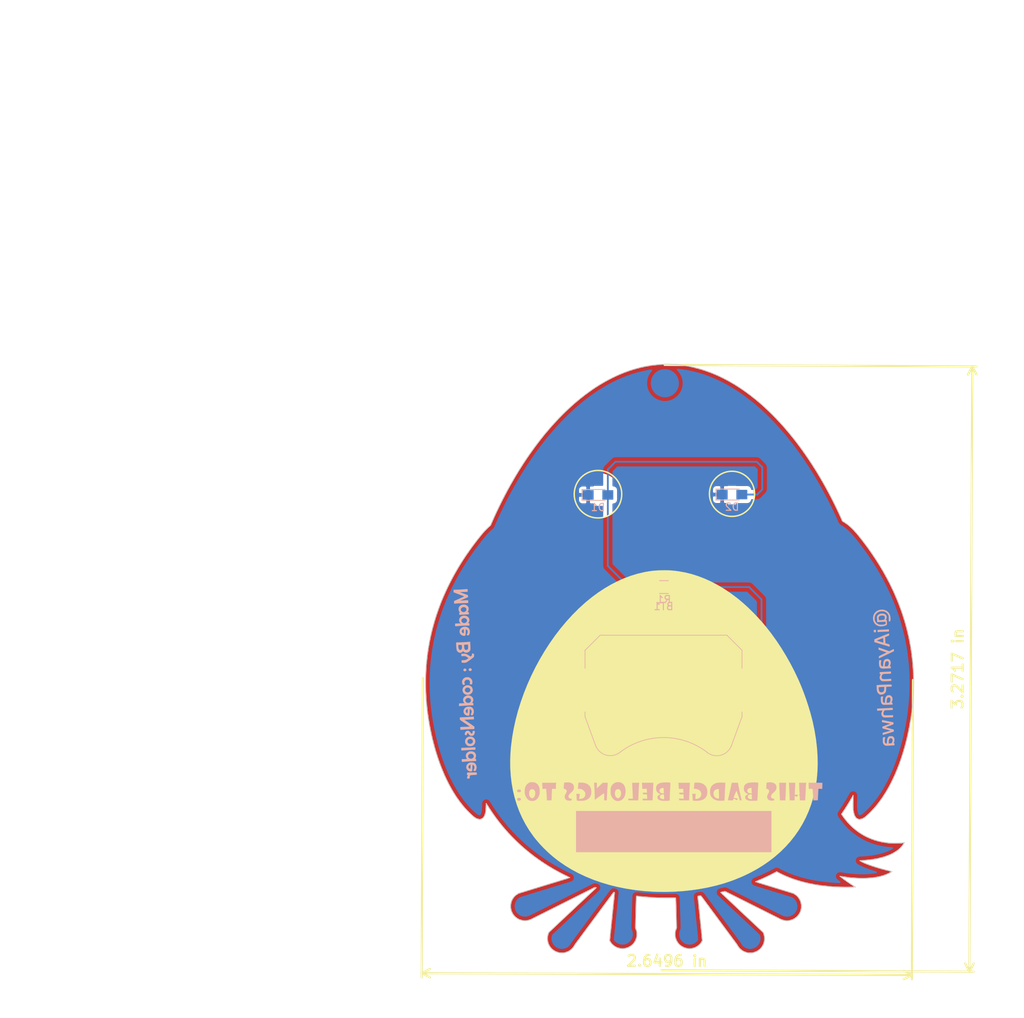
<source format=kicad_pcb>
(kicad_pcb (version 4) (host pcbnew 4.0.7)
  (layers (0 F.Cu signal) (31 B.Cu signal) (34 B.Paste user) (35 F.Paste user) (36 B.SilkS user) (37 F.SilkS user) (38 B.Mask user) (39 F.Mask user) (44 Edge.Cuts user))
  (net 0 "")
  (net 1 GND)
  (net 2 "Net-(BT1-Pad1)")
  (net 3 "Net-(D1-Pad2)")
  (module LOGO (layer F.Cu) (at 0 0)
    (fp_text reference G*** hide)
    (fp_text value LOGO hide)
    (fp_poly (pts (xy 91.442264 50.471478) (xy 91.740783 50.561886) (xy 92.021967 50.700024) (xy 92.279063 50.884776) (xy 92.50532 51.11503) (xy 92.693987 51.389671) (xy 92.753209 51.502927) (xy 92.880531 51.819573) (xy 92.949754 52.126914) (xy 92.962461 52.43733) (xy 92.920236 52.763198) (xy 92.916678 52.780275) (xy 92.818278 53.095816) (xy 92.665102 53.38846) (xy 92.463777 53.6515) (xy 92.220928 53.878226) (xy 91.943182 54.061931) (xy 91.637165 54.195907) (xy 91.47175 54.243066) (xy 91.333747 54.26648) (xy 91.166237 54.281853) (xy 90.992563 54.288285) (xy 90.836069 54.284872) (xy 90.725625 54.271909) (xy 90.362507 54.169556) (xy 90.044369 54.022698) (xy 89.770067 53.830478) (xy 89.538458 53.592039) (xy 89.348402 53.306525) (xy 89.291819 53.196007) (xy 89.169528 52.869722) (xy 89.107531 52.535815) (xy 89.104633 52.201337) (xy 89.159639 51.87334) (xy 89.271353 51.558874) (xy 89.43858 51.264988) (xy 89.660124 50.998735) (xy 89.665171 50.993671) (xy 89.925926 50.774328) (xy 90.209854 50.609394) (xy 90.510203 50.497755) (xy 90.820222 50.438299) (xy 91.133159 50.429911) (xy 91.442264 50.471478)) (layer B.Cu) (width 0.01))
  )
  (module LOGO (layer F.Cu) (at 0 0)
    (fp_text reference G*** hide)
    (fp_text value LOGO hide)
  )
  (module LOGO (layer F.Cu) (at 0 0)
    (fp_text reference G*** hide)
    (fp_text value LOGO hide)
  )
  (module LOGO (layer F.Cu) (at 0 0)
    (fp_text reference G*** hide)
    (fp_text value LOGO hide)
    (fp_poly (pts (xy 91.951703 49.767877) (xy 92.218985 49.773747) (xy 92.445755 49.783135) (xy 92.583 49.792636) (xy 92.883856 49.82022) (xy 93.142059 49.846985) (xy 93.378374 49.875323) (xy 93.613566 49.907627) (xy 93.726 49.924312) (xy 93.802907 49.935192) (xy 93.912254 49.949803) (xy 93.98 49.958556) (xy 94.080934 49.973445) (xy 94.155136 49.988139) (xy 94.17949 49.996044) (xy 94.225235 50.009811) (xy 94.305072 50.023703) (xy 94.319018 50.025521) (xy 94.429019 50.043175) (xy 94.548499 50.067827) (xy 94.564027 50.071524) (xy 94.671695 50.095756) (xy 94.770192 50.114791) (xy 94.784994 50.117188) (xy 94.878657 50.135875) (xy 94.943744 50.153643) (xy 95.02049 50.174296) (xy 95.0595 50.180992) (xy 95.145149 50.195109) (xy 95.253322 50.220067) (xy 95.362461 50.249984) (xy 95.451003 50.278981) (xy 95.496062 50.300045) (xy 95.530256 50.318405) (xy 95.53575 50.313785) (xy 95.56496 50.31186) (xy 95.649564 50.329629) (xy 95.785021 50.365802) (xy 95.966791 50.419091) (xy 96.190334 50.48821) (xy 96.45111 50.571869) (xy 96.48825 50.583988) (xy 97.422023 50.919753) (xy 98.359347 51.317222) (xy 99.297733 51.774885) (xy 100.23469 52.291233) (xy 101.167728 52.864757) (xy 102.094356 53.493948) (xy 103.012085 54.177297) (xy 103.918424 54.913296) (xy 104.568625 55.480434) (xy 104.744195 55.641431) (xy 104.954237 55.83943) (xy 105.189545 56.065337) (xy 105.440916 56.310058) (xy 105.699146 56.564501) (xy 105.955029 56.81957) (xy 106.199363 57.066174) (xy 106.422942 57.295218) (xy 106.616562 57.49761) (xy 106.693026 57.579249) (xy 107.653533 58.654567) (xy 108.59301 59.788899) (xy 109.510627 60.981055) (xy 110.405552 62.229847) (xy 111.276955 63.534086) (xy 112.124006 64.892585) (xy 112.945873 66.304155) (xy 113.515702 67.34175) (xy 113.684697 67.66179) (xy 113.87305 68.026756) (xy 114.074313 68.42359) (xy 114.282034 68.839232) (xy 114.489764 69.260624) (xy 114.691052 69.674708) (xy 114.879448 70.068424) (xy 115.048503 70.428713) (xy 115.153328 70.657231) (xy 115.440038 71.289838) (xy 115.671706 71.429342) (xy 115.930509 71.59793) (xy 116.193356 71.795361) (xy 116.463352 72.024891) (xy 116.743603 72.289775) (xy 117.037217 72.593268) (xy 117.347298 72.938625) (xy 117.676953 73.329102) (xy 118.029289 73.767952) (xy 118.407411 74.258431) (xy 118.542655 74.437875) (xy 119.420023 75.65582) (xy 120.235975 76.887314) (xy 120.990376 78.132088) (xy 121.68309 79.389875) (xy 122.313982 80.660409) (xy 122.882917 81.943422) (xy 123.389759 83.238647) (xy 123.834373 84.545816) (xy 124.080226 85.367441) (xy 124.131135 85.548922) (xy 124.176174 85.713279) (xy 124.212303 85.849106) (xy 124.236479 85.944999) (xy 124.245355 85.986566) (xy 124.261281 86.057664) (xy 124.274507 86.090125) (xy 124.29468 86.144322) (xy 124.319327 86.239016) (xy 124.342983 86.351986) (xy 124.352611 86.407625) (xy 124.364057 86.471703) (xy 124.380119 86.541034) (xy 124.406222 86.637869) (xy 124.424662 86.703306) (xy 124.452119 86.811867) (xy 124.472173 86.91189) (xy 124.47521 86.932602) (xy 124.489279 87.008937) (xy 124.504351 87.053203) (xy 124.520046 87.100777) (xy 124.536945 87.183048) (xy 124.540445 87.204907) (xy 124.559978 87.326376) (xy 124.580549 87.431227) (xy 124.609239 87.554777) (xy 124.616791 87.585722) (xy 124.643268 87.705766) (xy 124.665737 87.826925) (xy 124.667762 87.839722) (xy 124.683731 87.941847) (xy 124.697188 88.020459) (xy 124.713194 88.10306) (xy 124.736811 88.217153) (xy 124.740184 88.23325) (xy 124.764003 88.354945) (xy 124.783934 88.470587) (xy 124.790976 88.519) (xy 124.805695 88.616473) (xy 124.827168 88.739328) (xy 124.839108 88.801951) (xy 124.855465 88.898852) (xy 124.861798 88.967257) (xy 124.859054 88.987778) (xy 124.858142 89.024487) (xy 124.872213 89.073213) (xy 124.889941 89.142299) (xy 124.908394 89.249133) (xy 124.920967 89.34776) (xy 124.934168 89.468186) (xy 124.946417 89.573697) (xy 124.953571 89.63025) (xy 124.978327 89.816526) (xy 125.000851 89.99994) (xy 125.014508 90.122375) (xy 125.025868 90.230955) (xy 125.03972 90.362239) (xy 125.046276 90.424) (xy 125.106648 91.079988) (xy 125.152835 91.771828) (xy 125.184543 92.484349) (xy 125.20148 93.20238) (xy 125.203353 93.910749) (xy 125.189868 94.594286) (xy 125.160733 95.237819) (xy 125.144082 95.488125) (xy 125.127358 95.71491) (xy 125.114268 95.889893) (xy 125.103907 96.024609) (xy 125.095372 96.130595) (xy 125.087757 96.219384) (xy 125.080605 96.29775) (xy 125.05335 96.580151) (xy 125.026918 96.837069) (xy 125.002754 97.05483) (xy 124.986663 97.18675) (xy 124.973741 97.287905) (xy 124.95823 97.410907) (xy 124.952515 97.456625) (xy 124.938498 97.5674) (xy 124.925892 97.664227) (xy 124.921773 97.69475) (xy 124.912647 97.768112) (xy 124.900025 97.878414) (xy 124.888956 97.980163) (xy 124.875707 98.089382) (xy 124.862574 98.172231) (xy 124.85309 98.208873) (xy 124.842318 98.251058) (xy 124.829851 98.334703) (xy 124.822613 98.399709) (xy 124.81038 98.504012) (xy 124.797183 98.586031) (xy 124.790447 98.613745) (xy 124.7773 98.672072) (xy 124.762798 98.764529) (xy 124.757771 98.804245) (xy 124.739343 98.934223) (xy 124.715674 99.06925) (xy 124.711145 99.09175) (xy 124.689054 99.203549) (xy 124.670418 99.306686) (xy 124.666636 99.329875) (xy 124.647497 99.436484) (xy 124.62987 99.520375) (xy 124.611251 99.604714) (xy 124.599477 99.66325) (xy 124.586576 99.731187) (xy 124.574777 99.79025) (xy 124.528341 100.02103) (xy 124.5112 100.10775) (xy 124.495849 100.193281) (xy 124.478908 100.297718) (xy 124.476945 100.310592) (xy 124.460738 100.397044) (xy 124.444076 100.455665) (xy 124.440751 100.462457) (xy 124.425347 100.510893) (xy 124.410719 100.592129) (xy 124.40912 100.604379) (xy 124.391265 100.697572) (xy 124.36696 100.770212) (xy 124.365136 100.773777) (xy 124.346343 100.825269) (xy 124.348556 100.842973) (xy 124.347277 100.877726) (xy 124.331868 100.957773) (xy 124.305481 101.067303) (xy 124.298669 101.09321) (xy 124.266278 101.21466) (xy 124.238968 101.317138) (xy 124.222007 101.380873) (xy 124.22073 101.385687) (xy 124.182718 101.53677) (xy 124.1565 101.661802) (xy 124.153723 101.67695) (xy 124.133055 101.769849) (xy 124.096186 101.913444) (xy 124.045986 102.09786) (xy 123.985323 102.313225) (xy 123.917067 102.549665) (xy 123.844087 102.797306) (xy 123.769251 103.046274) (xy 123.695429 103.286697) (xy 123.625489 103.5087) (xy 123.586148 103.630279) (xy 123.209249 104.710578) (xy 122.80468 105.734644) (xy 122.371796 106.703705) (xy 121.90995 107.618988) (xy 121.418497 108.481723) (xy 120.896791 109.293137) (xy 120.344188 110.05446) (xy 119.955925 110.537625) (xy 119.832341 110.679316) (xy 119.679336 110.84552) (xy 119.506 111.027199) (xy 119.321419 111.215315) (xy 119.134682 111.400831) (xy 118.954878 111.57471) (xy 118.791094 111.727913) (xy 118.652418 111.851404) (xy 118.5545 111.93125) (xy 118.330855 112.08257) (xy 118.1319 112.180402) (xy 117.998875 112.219647) (xy 117.857188 112.2465) (xy 117.757651 112.259235) (xy 117.680698 112.258683) (xy 117.606763 112.245672) (xy 117.575241 112.237593) (xy 117.419022 112.164957) (xy 117.272276 112.039422) (xy 117.142552 111.871559) (xy 117.037397 111.67194) (xy 116.964362 111.451138) (xy 116.945186 111.355272) (xy 116.930251 111.267376) (xy 116.917519 111.196522) (xy 116.896195 111.03929) (xy 116.879623 110.831025) (xy 116.868028 110.584033) (xy 116.861639 110.310622) (xy 116.860683 110.023096) (xy 116.865388 109.733762) (xy 116.87598 109.454927) (xy 116.883049 109.331125) (xy 116.907483 108.950125) (xy 116.608384 109.474) (xy 116.477046 109.700795) (xy 116.336246 109.938186) (xy 116.19007 110.179784) (xy 116.042605 110.4192) (xy 115.897936 110.650044) (xy 115.760151 110.865928) (xy 115.633336 111.060462) (xy 115.521577 111.227257) (xy 115.42896 111.359924) (xy 115.359572 111.452074) (xy 115.3175 111.497317) (xy 115.312385 111.500314) (xy 115.32098 111.527878) (xy 115.361964 111.596872) (xy 115.429367 111.69812) (xy 115.51722 111.822444) (xy 115.56024 111.881314) (xy 116.0346 112.479978) (xy 116.532097 113.02049) (xy 117.055473 113.504834) (xy 117.607471 113.934995) (xy 118.190834 114.312956) (xy 118.808304 114.640701) (xy 119.462624 114.920216) (xy 120.030875 115.115526) (xy 120.203807 115.168791) (xy 120.32893 115.206493) (xy 120.419039 115.232036) (xy 120.486926 115.24882) (xy 120.545385 115.260248) (xy 120.60721 115.269722) (xy 120.614717 115.270784) (xy 120.696123 115.285952) (xy 120.748664 115.30234) (xy 120.750707 115.303498) (xy 120.798884 115.318387) (xy 120.880789 115.332376) (xy 120.897115 115.334349) (xy 121.000144 115.348985) (xy 121.089927 115.366445) (xy 121.0945 115.367568) (xy 121.19199 115.388123) (xy 121.25325 115.398031) (xy 121.478356 115.427384) (xy 121.662568 115.449446) (xy 121.822131 115.465244) (xy 121.973287 115.475806) (xy 122.132282 115.482159) (xy 122.31536 115.48533) (xy 122.538766 115.486346) (xy 122.65025 115.486377) (xy 122.904726 115.485511) (xy 123.110415 115.482635) (xy 123.282016 115.477009) (xy 123.434228 115.467888) (xy 123.581752 115.454533) (xy 123.739287 115.436198) (xy 123.80105 115.428267) (xy 123.869957 115.428066) (xy 123.903907 115.442243) (xy 123.894514 115.478151) (xy 123.85635 115.553574) (xy 123.796348 115.655513) (xy 123.757158 115.717245) (xy 123.527372 116.018692) (xy 123.240997 116.307079) (xy 122.904392 116.577672) (xy 122.523919 116.825737) (xy 122.105939 117.046542) (xy 121.781044 117.187693) (xy 121.64579 117.239167) (xy 121.488297 117.295612) (xy 121.323102 117.352216) (xy 121.16474 117.40417) (xy 121.027744 117.446664) (xy 120.926652 117.474889) (xy 120.888125 117.483153) (xy 120.81967 117.500144) (xy 120.792875 117.511825) (xy 120.748045 117.52744) (xy 120.658063 117.551665) (xy 120.54001 117.580475) (xy 120.410962 117.609846) (xy 120.288 117.635755) (xy 120.189625 117.653948) (xy 120.097656 117.669912) (xy 120.030875 117.682785) (xy 119.861172 117.717806) (xy 119.733097 117.74234) (xy 119.626354 117.759962) (xy 119.520644 117.774246) (xy 119.491125 117.777818) (xy 119.373514 117.792007) (xy 119.270541 117.804775) (xy 119.22125 117.811138) (xy 119.124243 117.82281) (xy 118.976405 117.838824) (xy 118.790149 117.857871) (xy 118.618 117.874782) (xy 118.489517 117.885564) (xy 118.335799 117.896194) (xy 118.221125 117.902739) (xy 118.096332 117.909016) (xy 117.986884 117.914607) (xy 117.9195 117.918142) (xy 117.890583 117.930882) (xy 117.916437 117.961336) (xy 117.991522 118.007338) (xy 118.110302 118.066723) (xy 118.267238 118.137323) (xy 118.456793 118.216974) (xy 118.673429 118.303509) (xy 118.911608 118.394761) (xy 119.165793 118.488565) (xy 119.430445 118.582754) (xy 119.700027 118.675163) (xy 119.969001 118.763625) (xy 120.231829 118.845975) (xy 120.475375 118.917882) (xy 120.631407 118.962489) (xy 120.767841 119.001756) (xy 120.871778 119.03195) (xy 120.930316 119.04934) (xy 120.93575 119.051054) (xy 120.977491 119.063728) (xy 120.983375 119.064772) (xy 121.013012 119.072207) (xy 121.098223 119.095308) (xy 121.233451 119.132545) (xy 121.413142 119.182391) (xy 121.618375 119.239582) (xy 121.696908 119.257707) (xy 121.77925 119.272836) (xy 121.934442 119.302868) (xy 122.061968 119.337725) (xy 122.1506 119.373619) (xy 122.189113 119.406761) (xy 122.189875 119.411439) (xy 122.161564 119.449805) (xy 122.082976 119.505271) (xy 121.96363 119.573561) (xy 121.813044 119.6504) (xy 121.640735 119.731513) (xy 121.456221 119.812626) (xy 121.269021 119.889463) (xy 121.088652 119.957749) (xy 120.924632 120.013209) (xy 120.78648 120.051567) (xy 120.74525 120.060303) (xy 120.61152 120.087335) (xy 120.530094 120.108701) (xy 120.495535 120.123476) (xy 120.448684 120.138751) (xy 120.366869 120.155423) (xy 120.344842 120.158945) (xy 120.246922 120.174434) (xy 120.16683 120.188256) (xy 120.157875 120.189958) (xy 119.885033 120.237094) (xy 119.582909 120.277238) (xy 119.23658 120.312296) (xy 119.126 120.321762) (xy 118.994425 120.329342) (xy 118.812296 120.335224) (xy 118.592536 120.339398) (xy 118.348066 120.341856) (xy 118.09181 120.342586) (xy 117.836691 120.341579) (xy 117.595632 120.338825) (xy 117.381555 120.334314) (xy 117.207384 120.328036) (xy 117.12575 120.323298) (xy 116.792903 120.296558) (xy 116.459195 120.264502) (xy 116.141166 120.228965) (xy 115.855354 120.191779) (xy 115.641487 120.158784) (xy 115.454157 120.12703) (xy 115.321378 120.105408) (xy 115.235118 120.093295) (xy 115.187345 120.090069) (xy 115.170026 120.095109) (xy 115.175129 120.107793) (xy 115.190875 120.123906) (xy 115.242442 120.166423) (xy 115.338612 120.239104) (xy 115.471503 120.336368) (xy 115.633233 120.452635) (xy 115.815919 120.582327) (xy 116.01168 120.719862) (xy 116.212633 120.859662) (xy 116.410896 120.996145) (xy 116.598587 121.123734) (xy 116.689187 121.184575) (xy 116.850511 121.293139) (xy 116.992153 121.389928) (xy 117.106203 121.469415) (xy 117.184749 121.526071) (xy 117.219878 121.554368) (xy 117.221 121.556174) (xy 117.190512 121.55955) (xy 117.104082 121.561899) (xy 116.969256 121.563293) (xy 116.793582 121.563805) (xy 116.584608 121.563506) (xy 116.349881 121.562468) (xy 116.096948 121.560765) (xy 115.833357 121.558466) (xy 115.566655 121.555646) (xy 115.304391 121.552375) (xy 115.054111 121.548727) (xy 114.823363 121.544772) (xy 114.619694 121.540584) (xy 114.450653 121.536233) (xy 114.323786 121.531794) (xy 114.252375 121.527818) (xy 113.939748 121.502416) (xy 113.671947 121.479355) (xy 113.430425 121.456964) (xy 113.196635 121.433567) (xy 113.12525 121.426103) (xy 112.942238 121.40629) (xy 112.785932 121.387917) (xy 112.628537 121.367513) (xy 112.442257 121.341604) (xy 112.395 121.334872) (xy 112.279284 121.318398) (xy 112.17275 121.303303) (xy 111.994184 121.275943) (xy 111.786767 121.240701) (xy 111.775875 121.238765) (xy 111.705389 121.227448) (xy 111.605347 121.212733) (xy 111.5695 121.207705) (xy 111.468359 121.191565) (xy 111.386408 121.17482) (xy 111.367901 121.169837) (xy 111.290281 121.150845) (xy 111.225026 121.138896) (xy 111.134748 121.123541) (xy 111.077375 121.112208) (xy 111.004024 121.098293) (xy 110.906381 121.082141) (xy 110.890407 121.079695) (xy 110.804006 121.063515) (xy 110.745479 121.046914) (xy 110.738703 121.043601) (xy 110.688267 121.026842) (xy 110.62363 121.01516) (xy 110.556288 121.002802) (xy 110.446544 120.978713) (xy 110.310836 120.94693) (xy 110.165601 120.911489) (xy 110.027275 120.876428) (xy 109.912297 120.845784) (xy 109.837102 120.823593) (xy 109.82325 120.818581) (xy 109.75398 120.797639) (xy 109.699901 120.786333) (xy 109.622579 120.767732) (xy 109.495943 120.730707) (xy 109.330281 120.678743) (xy 109.135881 120.615325) (xy 108.923028 120.543936) (xy 108.702012 120.468062) (xy 108.483119 120.391186) (xy 108.276636 120.316793) (xy 108.092851 120.248369) (xy 107.965875 120.198988) (xy 107.771112 120.118124) (xy 107.643797 120.062625) (xy 115.09375 120.062625) (xy 115.109625 120.0785) (xy 115.1255 120.062625) (xy 115.109625 120.04675) (xy 115.09375 120.062625) (xy 107.643797 120.062625) (xy 107.541764 120.018147) (xy 107.29976 119.908892) (xy 107.067028 119.800199) (xy 106.937385 119.737591) (xy 106.385145 119.46659) (xy 105.64362 119.836925) (xy 105.375781 119.968963) (xy 105.095987 120.103787) (xy 104.813641 120.237103) (xy 104.538151 120.364617) (xy 104.278922 120.482035) (xy 104.045359 120.585062) (xy 103.846869 120.669404) (xy 103.692858 120.730767) (xy 103.656656 120.74408) (xy 103.506687 120.797699) (xy 106.085531 121.584665) (xy 106.606418 121.744063) (xy 107.068095 121.886299) (xy 107.472327 122.011942) (xy 107.820878 122.12156) (xy 108.115511 122.215723) (xy 108.357993 122.294997) (xy 108.550086 122.359953) (xy 108.693556 122.41116) (xy 108.790167 122.449185) (xy 108.836222 122.471253) (xy 109.020586 122.600376) (xy 109.20656 122.769278) (xy 109.375862 122.95889) (xy 109.51021 123.150144) (xy 109.542445 123.207831) (xy 109.628225 123.380251) (xy 109.68951 123.52646) (xy 109.730435 123.664409) (xy 109.755135 123.812048) (xy 109.767744 123.987327) (xy 109.772381 124.206) (xy 109.771465 124.384443) (xy 109.763533 124.520568) (xy 109.746003 124.635398) (xy 109.716296 124.749959) (xy 109.698832 124.805303) (xy 109.563031 125.120469) (xy 109.374046 125.406378) (xy 109.137833 125.656897) (xy 108.860347 125.865897) (xy 108.547544 126.027245) (xy 108.489795 126.050057) (xy 108.376772 126.090363) (xy 108.27702 126.118317) (xy 108.172295 126.136988) (xy 108.044349 126.149448) (xy 107.874939 126.158766) (xy 107.832893 126.16059) (xy 107.763075 126.163719) (xy 107.698812 126.165998) (xy 107.637073 126.166088) (xy 107.57483 126.162647) (xy 107.509055 126.154335) (xy 107.436717 126.139812) (xy 107.354789 126.117736) (xy 107.260241 126.086767) (xy 107.150045 126.045564) (xy 107.021171 125.992787) (xy 106.87059 125.927095) (xy 106.695274 125.847147) (xy 106.492194 125.751603) (xy 106.25832 125.639122) (xy 105.990623 125.508364) (xy 105.686076 125.357988) (xy 105.341648 125.186652) (xy 104.954311 124.993017) (xy 104.521035 124.775743) (xy 104.038793 124.533487) (xy 103.504554 124.26491) (xy 103.170717 124.097069) (xy 102.622892 123.821707) (xy 102.128897 123.573535) (xy 101.685856 123.351169) (xy 101.29089 123.153223) (xy 100.941124 122.97831) (xy 100.63368 122.825047) (xy 100.365683 122.692046) (xy 100.134254 122.577922) (xy 99.936517 122.481291) (xy 99.769596 122.400765) (xy 99.630613 122.334961) (xy 99.516692 122.282491) (xy 99.424956 122.241972) (xy 99.352527 122.212016) (xy 99.296531 122.191239) (xy 99.254088 122.178254) (xy 99.222323 122.171677) (xy 99.198359 122.170122) (xy 99.179319 122.172203) (xy 99.175729 122.172961) (xy 99.101345 122.186524) (xy 99.061907 122.187451) (xy 99.06 122.185414) (xy 99.036672 122.187217) (xy 98.998496 122.204681) (xy 98.923013 122.232267) (xy 98.831808 122.25128) (xy 98.757819 122.26115) (xy 98.718251 122.266894) (xy 98.717169 122.267107) (xy 98.734715 122.28753) (xy 98.789659 122.340273) (xy 98.871781 122.415649) (xy 98.912015 122.451812) (xy 98.961597 122.497189) (xy 99.054278 122.583131) (xy 99.18691 122.706687) (xy 99.356344 122.86491) (xy 99.559433 123.054848) (xy 99.793028 123.273553) (xy 100.053982 123.518076) (xy 100.339145 123.785467) (xy 100.645371 124.072777) (xy 100.96951 124.377056) (xy 101.308414 124.695355) (xy 101.658936 125.024725) (xy 101.835028 125.19025) (xy 102.248316 125.578867) (xy 102.617786 125.926522) (xy 102.945951 126.235674) (xy 103.235324 126.508785) (xy 103.488419 126.748314) (xy 103.70775 126.956723) (xy 103.895829 127.136473) (xy 104.055171 127.290023) (xy 104.188289 127.419834) (xy 104.297696 127.528368) (xy 104.385906 127.618084) (xy 104.455433 127.691443) (xy 104.508789 127.750906) (xy 104.548489 127.798933) (xy 104.577045 127.837985) (xy 104.596972 127.870523) (xy 104.610783 127.899007) (xy 104.616408 127.913103) (xy 104.669368 128.076306) (xy 104.70235 128.23931) (xy 104.718803 128.424581) (xy 104.722381 128.603375) (xy 104.716501 128.824605) (xy 104.696413 129.00531) (xy 104.658449 129.167585) (xy 104.602584 129.32454) (xy 104.441109 129.646302) (xy 104.23451 129.928559) (xy 103.98756 130.166706) (xy 103.705032 130.356134) (xy 103.393875 130.491515) (xy 103.271851 130.528099) (xy 103.155903 130.556616) (xy 103.09225 130.56792) (xy 102.987392 130.581523) (xy 102.866218 130.598622) (xy 102.838049 130.602812) (xy 102.749269 130.612704) (xy 102.690225 130.61277) (xy 102.679299 130.609293) (xy 102.641816 130.598522) (xy 102.559793 130.585506) (xy 102.465146 130.574559) (xy 102.241987 130.533454) (xy 102.002716 130.45729) (xy 101.776229 130.355807) (xy 101.714545 130.321558) (xy 101.554745 130.210206) (xy 101.386413 130.063519) (xy 101.228644 129.900291) (xy 101.100529 129.739317) (xy 101.060888 129.678133) (xy 101.028626 129.630052) (xy 100.960886 129.534154) (xy 100.860009 129.393636) (xy 100.728333 129.211693) (xy 100.568197 128.99152) (xy 100.38194 128.736314) (xy 100.171901 128.449269) (xy 99.940419 128.133582) (xy 99.689834 127.792448) (xy 99.422483 127.429062) (xy 99.140707 127.046621) (xy 98.846844 126.648319) (xy 98.543234 126.237353) (xy 98.4618 126.127217) (xy 95.973197 122.762059) (xy 95.841786 122.773214) (xy 95.740753 122.781489) (xy 95.656934 122.787856) (xy 95.643957 122.788747) (xy 95.620272 122.790385) (xy 95.602942 122.796953) (xy 95.591994 122.816238) (xy 95.587457 122.856029) (xy 95.589359 122.924115) (xy 95.597727 123.028284) (xy 95.612589 123.176325) (xy 95.633973 123.376026) (xy 95.646466 123.491625) (xy 95.658518 123.605656) (xy 95.673222 123.749514) (xy 95.691776 123.935035) (xy 95.71071 124.126625) (xy 95.723902 124.258546) (xy 95.737253 124.388866) (xy 95.743895 124.452049) (xy 95.757444 124.578766) (xy 95.77137 124.709028) (xy 95.772749 124.721924) (xy 95.795016 124.936273) (xy 95.82237 125.21039) (xy 95.837472 125.364875) (xy 95.862667 125.619737) (xy 95.884499 125.831829) (xy 95.901124 125.984) (xy 95.918741 126.14625) (xy 95.941706 126.371688) (xy 95.964472 126.603125) (xy 95.989667 126.857987) (xy 96.011499 127.070079) (xy 96.028124 127.22225) (xy 96.045741 127.3845) (xy 96.068706 127.609938) (xy 96.091472 127.841375) (xy 96.120296 128.132144) (xy 96.144818 128.367467) (xy 96.156844 128.476375) (xy 96.175876 128.652656) (xy 96.185002 128.780657) (xy 96.182248 128.875098) (xy 96.165638 128.950703) (xy 96.133199 129.022192) (xy 96.082956 129.104288) (xy 96.06995 129.124265) (xy 95.891968 129.349938) (xy 95.671654 129.554894) (xy 95.42282 129.729909) (xy 95.159276 129.865756) (xy 94.894834 129.953212) (xy 94.80225 129.971046) (xy 94.507298 130.003919) (xy 94.266028 130.004233) (xy 94.13875 129.987222) (xy 94.021178 129.963541) (xy 93.913688 129.942394) (xy 93.868875 129.933845) (xy 93.746962 129.896915) (xy 93.594084 129.830021) (xy 93.428779 129.742973) (xy 93.269584 129.645578) (xy 93.135036 129.547645) (xy 93.128024 129.54186) (xy 92.894944 129.309361) (xy 92.699914 129.036185) (xy 92.551957 128.736909) (xy 92.472065 128.482158) (xy 92.437241 128.24917) (xy 92.430092 127.989362) (xy 92.449312 127.726343) (xy 92.493593 127.483725) (xy 92.534784 127.34925) (xy 92.577334 127.225589) (xy 92.608835 127.115609) (xy 92.623467 127.040059) (xy 92.623859 127.03175) (xy 92.622818 126.97602) (xy 92.61981 126.868163) (xy 92.615188 126.719508) (xy 92.609305 126.541385) (xy 92.602514 126.345125) (xy 92.602093 126.33325) (xy 92.587741 125.92006) (xy 92.575169 125.538243) (xy 92.563713 125.16597) (xy 92.552711 124.781413) (xy 92.541499 124.362744) (xy 92.537451 124.206) (xy 92.531219 123.988879) (xy 92.523872 123.774861) (xy 92.516014 123.578943) (xy 92.508248 123.416122) (xy 92.501176 123.301399) (xy 92.501006 123.299181) (xy 92.481238 123.043238) (xy 91.476431 123.044325) (xy 90.937942 123.042483) (xy 90.451016 123.035519) (xy 90.003898 123.023121) (xy 89.584832 123.004979) (xy 89.24925 122.985292) (xy 88.947006 122.965151) (xy 88.698802 122.947944) (xy 88.495284 122.93294) (xy 88.327095 122.919407) (xy 88.184882 122.906615) (xy 88.059291 122.893832) (xy 88.011 122.888488) (xy 87.909686 122.877404) (xy 87.786523 122.864423) (xy 87.741125 122.859758) (xy 87.56015 122.841023) (xy 87.412985 122.825157) (xy 87.309622 122.813265) (xy 87.26129 122.806691) (xy 87.226003 122.804159) (xy 87.197395 122.815043) (xy 87.174542 122.845455) (xy 87.15652 122.901506) (xy 87.142408 122.989308) (xy 87.13128 123.114971) (xy 87.122215 123.284607) (xy 87.114287 123.504327) (xy 87.106574 123.780243) (xy 87.105023 123.840875) (xy 87.093775 124.272172) (xy 87.082629 124.671783) (xy 87.070905 125.06217) (xy 87.057921 125.4658) (xy 87.042997 125.905136) (xy 87.039143 126.01575) (xy 87.029473 126.321342) (xy 87.024179 126.571306) (xy 87.023575 126.773383) (xy 87.027977 126.935313) (xy 87.037697 127.064838) (xy 87.053051 127.1697) (xy 87.074354 127.257639) (xy 87.091708 127.309853) (xy 87.141128 127.464005) (xy 87.1728 127.617609) (xy 87.189784 127.791561) (xy 87.195143 128.006759) (xy 87.195158 128.016) (xy 87.190561 128.232236) (xy 87.174234 128.405782) (xy 87.1431 128.556854) (xy 87.094083 128.70567) (xy 87.087729 128.722102) (xy 86.929634 129.041779) (xy 86.721939 129.32358) (xy 86.468316 129.564186) (xy 86.172437 129.76028) (xy 85.837976 129.908544) (xy 85.738978 129.940714) (xy 85.562657 129.977027) (xy 85.348857 129.995864) (xy 85.121145 129.99723) (xy 84.903091 129.981129) (xy 84.71826 129.947566) (xy 84.693125 129.940509) (xy 84.383792 129.81917) (xy 84.09376 129.649461) (xy 83.835445 129.440454) (xy 83.621262 129.20122) (xy 83.558898 129.111834) (xy 83.494532 129.008746) (xy 83.45923 128.933058) (xy 83.446293 128.859701) (xy 83.449021 128.763604) (xy 83.452851 128.714959) (xy 83.476849 128.446298) (xy 83.503953 128.176456) (xy 83.518125 128.04775) (xy 83.535764 127.885973) (xy 83.557793 127.671448) (xy 83.581777 127.428625) (xy 83.60912 127.151462) (xy 83.631112 126.937525) (xy 83.645125 126.8095) (xy 83.662764 126.647723) (xy 83.684793 126.433198) (xy 83.708777 126.190375) (xy 83.73612 125.913212) (xy 83.758112 125.699275) (xy 83.772125 125.57125) (xy 83.789764 125.409473) (xy 83.811793 125.194948) (xy 83.835777 124.952125) (xy 83.863024 124.67485) (xy 83.885196 124.455858) (xy 83.899852 124.317125) (xy 83.930824 124.026618) (xy 83.957708 123.762722) (xy 83.962539 123.713875) (xy 83.985145 123.48534) (xy 84.002919 123.30818) (xy 84.017058 123.170556) (xy 84.026783 123.078875) (xy 84.047262 122.887326) (xy 84.061831 122.74538) (xy 84.071706 122.639541) (xy 84.078103 122.556313) (xy 84.082238 122.482201) (xy 84.083742 122.446762) (xy 84.080935 122.351193) (xy 84.066231 122.290524) (xy 84.055527 122.279209) (xy 84.033429 122.302938) (xy 83.976272 122.374334) (xy 83.886636 122.489921) (xy 83.767102 122.646221) (xy 83.620248 122.839761) (xy 83.448657 123.067063) (xy 83.254907 123.324651) (xy 83.041578 123.60905) (xy 82.811252 123.916784) (xy 82.566508 124.244377) (xy 82.309927 124.588353) (xy 82.044088 124.945235) (xy 81.771572 125.311549) (xy 81.494958 125.683818) (xy 81.216828 126.058566) (xy 80.939762 126.432317) (xy 80.666339 126.801596) (xy 80.399139 127.162926) (xy 80.140744 127.512831) (xy 79.893732 127.847836) (xy 79.660685 128.164465) (xy 79.444182 128.459242) (xy 79.246804 128.72869) (xy 79.071131 128.969334) (xy 78.919742 129.177698) (xy 78.795219 129.350305) (xy 78.700141 129.483681) (xy 78.637089 129.574349) (xy 78.613 129.611186) (xy 78.414169 129.886933) (xy 78.177703 130.125471) (xy 77.912646 130.320013) (xy 77.628038 130.463772) (xy 77.372912 130.541962) (xy 77.238999 130.561106) (xy 77.066797 130.572237) (xy 76.87654 130.575436) (xy 76.688462 130.570785) (xy 76.522797 130.558363) (xy 76.399779 130.538254) (xy 76.399021 130.538062) (xy 76.090492 130.432269) (xy 75.810088 130.276523) (xy 75.54767 130.064896) (xy 75.484465 130.003346) (xy 75.289385 129.786595) (xy 75.143272 129.573616) (xy 75.0355 129.346248) (xy 74.961129 129.108949) (xy 74.919591 128.866524) (xy 74.906895 128.595449) (xy 74.922374 128.32101) (xy 74.965359 128.068491) (xy 74.991057 127.976291) (xy 75.059564 127.761957) (xy 78.225344 124.788645) (xy 78.606058 124.431066) (xy 78.975036 124.084487) (xy 79.329524 123.751496) (xy 79.666769 123.434682) (xy 79.984014 123.136633) (xy 80.278507 122.859938) (xy 80.547491 122.607184) (xy 80.788213 122.38096) (xy 80.997919 122.183855) (xy 81.173852 122.018457) (xy 81.31326 121.887355) (xy 81.413388 121.793136) (xy 81.471481 121.738389) (xy 81.484452 121.726103) (xy 81.522013 121.688811) (xy 81.548333 121.658759) (xy 81.561118 121.637018) (xy 81.558075 121.624658) (xy 81.53691 121.62275) (xy 81.495328 121.632365) (xy 81.431036 121.654575) (xy 81.341741 121.690449) (xy 81.225147 121.74106) (xy 81.078963 121.807478) (xy 80.900893 121.890773) (xy 80.688644 121.992018) (xy 80.439922 122.112282) (xy 80.152433 122.252637) (xy 79.823884 122.414153) (xy 79.45198 122.597902) (xy 79.034429 122.804955) (xy 78.568935 123.036382) (xy 78.053205 123.293254) (xy 77.484946 123.576643) (xy 76.965024 123.83612) (xy 76.463009 124.086563) (xy 75.975749 124.329337) (xy 75.506336 124.562916) (xy 75.057862 124.785773) (xy 74.633421 124.99638) (xy 74.236104 125.193212) (xy 73.869004 125.374742) (xy 73.535213 125.539443) (xy 73.237824 125.685789) (xy 72.979929 125.812253) (xy 72.764621 125.917308) (xy 72.594992 125.999428) (xy 72.474135 126.057086) (xy 72.405141 126.088756) (xy 72.39 126.094636) (xy 72.303104 126.11248) (xy 72.201946 126.135957) (xy 72.197798 126.136983) (xy 72.105967 126.150314) (xy 71.976865 126.15713) (xy 71.827687 126.157923) (xy 71.675631 126.153183) (xy 71.537893 126.143401) (xy 71.431669 126.129069) (xy 71.378855 126.113598) (xy 71.32739 126.091801) (xy 71.3105 126.093735) (xy 71.284586 126.096637) (xy 71.215904 126.076145) (xy 71.118038 126.038129) (xy 71.004575 125.988457) (xy 70.889101 125.932999) (xy 70.7852 125.877624) (xy 70.724154 125.840418) (xy 70.454875 125.625372) (xy 70.23231 125.372733) (xy 70.058042 125.089579) (xy 69.933655 124.782988) (xy 69.860733 124.460039) (xy 69.840857 124.127807) (xy 69.875612 123.793373) (xy 69.966581 123.463812) (xy 70.115348 123.146204) (xy 70.119763 123.138578) (xy 70.207592 123.013148) (xy 70.330707 122.870433) (xy 70.473458 122.725773) (xy 70.6202 122.594508) (xy 70.755286 122.491976) (xy 70.818375 122.453693) (xy 70.867523 122.434163) (xy 70.970851 122.398069) (xy 71.121826 122.347466) (xy 71.313919 122.284406) (xy 71.540598 122.210944) (xy 71.795332 122.129132) (xy 72.071592 122.041024) (xy 72.362845 121.948673) (xy 72.662562 121.854134) (xy 72.96421 121.759458) (xy 73.26126 121.666701) (xy 73.547181 121.577915) (xy 73.815442 121.495154) (xy 74.059512 121.420472) (xy 74.272859 121.355921) (xy 74.448955 121.303555) (xy 74.581266 121.265429) (xy 74.663264 121.243594) (xy 74.676 121.240744) (xy 74.749485 121.219193) (xy 74.77125 121.210708) (xy 74.817471 121.194657) (xy 74.91315 121.16397) (xy 75.047537 121.121915) (xy 75.209884 121.071756) (xy 75.38944 121.016761) (xy 75.575458 120.960195) (xy 75.757187 120.905324) (xy 75.923878 120.855413) (xy 76.064782 120.81373) (xy 76.16915 120.78354) (xy 76.226233 120.768109) (xy 76.23175 120.766957) (xy 76.295775 120.748274) (xy 76.311125 120.740801) (xy 76.349156 120.726868) (xy 76.439423 120.697401) (xy 76.573332 120.655095) (xy 76.74229 120.602643) (xy 76.937705 120.542739) (xy 77.104875 120.491996) (xy 77.314499 120.428377) (xy 77.503919 120.370399) (xy 77.664666 120.320693) (xy 77.788274 120.28189) (xy 77.866275 120.256622) (xy 77.890128 120.247935) (xy 77.86924 120.230732) (xy 77.798522 120.189224) (xy 77.68508 120.127221) (xy 77.536021 120.048529) (xy 77.358451 119.95696) (xy 77.159878 119.856524) (xy 76.06843 119.280822) (xy 75.026387 118.671708) (xy 74.026354 118.024155) (xy 73.060934 117.33314) (xy 72.122731 116.593636) (xy 71.247 115.839001) (xy 71.080451 115.685642) (xy 70.880709 115.495612) (xy 70.657446 115.278621) (xy 70.420339 115.04438) (xy 70.179061 114.802599) (xy 69.943288 114.56299) (xy 69.722693 114.335262) (xy 69.526953 114.129127) (xy 69.365741 113.954295) (xy 69.334089 113.919) (xy 68.838528 113.343849) (xy 68.344474 112.734367) (xy 67.863297 112.10565) (xy 67.406366 111.472791) (xy 66.98505 110.850887) (xy 66.769643 110.514208) (xy 66.684995 110.380154) (xy 66.612979 110.268612) (xy 66.559834 110.189055) (xy 66.531801 110.150956) (xy 66.529136 110.149083) (xy 66.524981 110.18177) (xy 66.51893 110.265839) (xy 66.511738 110.389228) (xy 66.50416 110.539874) (xy 66.502795 110.569375) (xy 66.494422 110.753522) (xy 66.488011 110.887093) (xy 66.482343 110.982933) (xy 66.476196 111.053885) (xy 66.46835 111.112794) (xy 66.457584 111.172503) (xy 66.442677 111.245858) (xy 66.434903 111.28375) (xy 66.354277 111.588491) (xy 66.248622 111.835892) (xy 66.118174 112.025519) (xy 65.963173 112.15694) (xy 65.95353 112.162711) (xy 65.771986 112.23304) (xy 65.566656 112.247946) (xy 65.343008 112.208361) (xy 65.106513 112.115221) (xy 64.875763 111.978561) (xy 64.784152 111.907171) (xy 64.65782 111.796794) (xy 64.504806 111.655395) (xy 64.333145 111.490933) (xy 64.150874 111.311373) (xy 63.96603 111.124675) (xy 63.78665 110.938802) (xy 63.620771 110.761715) (xy 63.476428 110.601379) (xy 63.421332 110.537625) (xy 62.853345 109.825002) (xy 62.313 109.055613) (xy 61.800586 108.229999) (xy 61.316395 107.348702) (xy 60.860715 106.412262) (xy 60.433839 105.421222) (xy 60.036055 104.376122) (xy 59.886245 103.94628) (xy 59.823657 103.758277) (xy 59.754119 103.54293) (xy 59.680558 103.309938) (xy 59.605899 103.068999) (xy 59.533067 102.829812) (xy 59.464989 102.602076) (xy 59.404589 102.395489) (xy 59.354793 102.219749) (xy 59.318526 102.084555) (xy 59.298715 101.999606) (xy 59.298213 101.996875) (xy 59.278765 101.918775) (xy 59.267259 101.88575) (xy 59.251366 101.834554) (xy 59.224747 101.736216) (xy 59.191039 101.60545) (xy 59.153879 101.456968) (xy 59.116904 101.305483) (xy 59.08375 101.165707) (xy 59.058055 101.052354) (xy 59.04358 100.980875) (xy 59.022205 100.880785) (xy 58.994137 100.776602) (xy 58.975726 100.70115) (xy 58.973433 100.656289) (xy 58.97505 100.653365) (xy 58.973876 100.617748) (xy 58.959363 100.583277) (xy 58.934877 100.515334) (xy 58.913534 100.420924) (xy 58.910935 100.404889) (xy 58.894249 100.301405) (xy 58.878042 100.211009) (xy 58.876459 100.203) (xy 58.860734 100.122264) (xy 58.852237 100.076) (xy 58.835521 100.005768) (xy 58.823334 99.964875) (xy 58.805144 99.892013) (xy 58.786734 99.793746) (xy 58.783717 99.774375) (xy 58.765574 99.657438) (xy 58.75063 99.575848) (xy 58.73362 99.502016) (xy 58.726165 99.47275) (xy 58.707151 99.38407) (xy 58.690239 99.282289) (xy 58.690234 99.28225) (xy 58.673489 99.178052) (xy 58.65108 99.057538) (xy 58.645136 99.02825) (xy 58.62971 98.950317) (xy 58.615154 98.866645) (xy 58.599066 98.76182) (xy 58.579044 98.62043) (xy 58.561 98.4885) (xy 58.547945 98.400257) (xy 58.531574 98.298814) (xy 58.531436 98.298) (xy 58.478724 97.946795) (xy 58.469748 97.877348) (xy 58.457967 97.790232) (xy 58.440672 97.669685) (xy 58.42551 97.56775) (xy 58.409243 97.453816) (xy 58.397778 97.361112) (xy 58.39381 97.31375) (xy 58.389764 97.255616) (xy 58.379986 97.161587) (xy 58.373505 97.107375) (xy 58.344192 96.854979) (xy 58.316878 96.587226) (xy 58.309215 96.504125) (xy 58.299409 96.399067) (xy 58.286566 96.267341) (xy 58.278461 96.186625) (xy 58.267591 96.074105) (xy 58.257006 95.950754) (xy 58.245891 95.805509) (xy 58.23343 95.627306) (xy 58.218808 95.405083) (xy 58.205901 95.202375) (xy 58.19942 95.061051) (xy 58.193994 94.865713) (xy 58.189624 94.625838) (xy 58.186309 94.350902) (xy 58.184048 94.050382) (xy 58.182841 93.733755) (xy 58.182688 93.410498) (xy 58.183587 93.090088) (xy 58.185538 92.782001) (xy 58.18854 92.495715) (xy 58.192593 92.240706) (xy 58.197697 92.026451) (xy 58.20385 91.862427) (xy 58.206107 91.821) (xy 58.241389 91.297501) (xy 58.281491 90.805357) (xy 58.325445 90.355476) (xy 58.369586 89.9795) (xy 58.382448 89.878328) (xy 58.397804 89.75531) (xy 58.403437 89.709625) (xy 58.431952 89.485591) (xy 58.460241 89.282771) (xy 58.468693 89.225401) (xy 58.481071 89.134166) (xy 58.488369 89.065378) (xy 58.488786 89.05875) (xy 58.495856 89.001047) (xy 58.511165 88.907688) (xy 58.521278 88.852375) (xy 58.549019 88.70241) (xy 58.568893 88.583149) (xy 58.585906 88.463114) (xy 58.597011 88.376125) (xy 58.611347 88.279611) (xy 58.625883 88.210232) (xy 58.632439 88.19187) (xy 58.646129 88.145779) (xy 58.659627 88.065255) (xy 58.661621 88.048995) (xy 58.673792 87.970598) (xy 58.696408 87.848079) (xy 58.726053 87.699283) (xy 58.754004 87.5665) (xy 58.787098 87.41068) (xy 58.816533 87.267389) (xy 58.838808 87.153964) (xy 58.849525 87.093782) (xy 58.86568 87.012497) (xy 58.882463 86.960045) (xy 58.883648 86.957953) (xy 58.899975 86.908201) (xy 58.913052 86.835269) (xy 58.927176 86.759892) (xy 58.95609 86.633105) (xy 58.997242 86.464585) (xy 59.048078 86.264009) (xy 59.106047 86.041053) (xy 59.168597 85.805394) (xy 59.233174 85.566708) (xy 59.297226 85.334671) (xy 59.358201 85.118961) (xy 59.413547 84.929254) (xy 59.432038 84.86775) (xy 59.867474 83.542943) (xy 60.364702 82.232538) (xy 60.923629 80.936706) (xy 61.544162 79.655621) (xy 62.226206 78.389459) (xy 62.969668 77.138391) (xy 63.774455 75.902593) (xy 64.640474 74.682238) (xy 65.54864 73.50125) (xy 65.844031 73.137744) (xy 66.11007 72.823796) (xy 66.350778 72.554941) (xy 66.570176 72.326713) (xy 66.772285 72.134647) (xy 66.806682 72.103973) (xy 67.071816 71.869958) (xy 67.360947 71.217166) (xy 67.656959 70.560906) (xy 67.971718 69.885417) (xy 68.29793 69.205617) (xy 68.6283 68.536424) (xy 68.955534 67.892753) (xy 69.12883 67.562778) (xy 78.945231 67.562778) (xy 78.946286 67.976644) (xy 79.003073 68.383666) (xy 79.11328 68.778169) (xy 79.274591 69.154478) (xy 79.484691 69.506917) (xy 79.741265 69.829812) (xy 80.041999 70.117487) (xy 80.384577 70.364267) (xy 80.660875 70.515874) (xy 80.897185 70.61839) (xy 81.14794 70.707252) (xy 81.389967 70.77501) (xy 81.581625 70.811853) (xy 81.777424 70.827507) (xy 82.008663 70.829323) (xy 82.249037 70.818279) (xy 82.472236 70.795351) (xy 82.597625 70.774128) (xy 83.022188 70.654705) (xy 83.420509 70.479954) (xy 83.787695 70.253735) (xy 84.118858 69.97991) (xy 84.409105 69.66234) (xy 84.653547 69.304887) (xy 84.790119 69.043152) (xy 84.879166 68.839508) (xy 84.945088 68.65782) (xy 84.991039 68.481866) (xy 85.020171 68.295425) (xy 85.035636 68.082274) (xy 85.040588 67.826192) (xy 85.040555 67.7545) (xy 85.040455 67.739766) (xy 97.162286 67.739766) (xy 97.165276 67.91325) (xy 97.190048 68.230802) (xy 97.239183 68.511433) (xy 97.318667 68.779006) (xy 97.434483 69.057382) (xy 97.471847 69.135625) (xy 97.68966 69.512056) (xy 97.953132 69.848321) (xy 98.256854 70.141522) (xy 98.595416 70.388758) (xy 98.963408 70.587131) (xy 99.355422 70.733743) (xy 99.766047 70.825694) (xy 100.189875 70.860086) (xy 100.621494 70.83402) (xy 100.637265 70.831896) (xy 101.05606 70.743003) (xy 101.455547 70.596231) (xy 101.830038 70.395723) (xy 102.173845 70.145621) (xy 102.48128 69.850069) (xy 102.746657 69.51321) (xy 102.964287 69.139186) (xy 102.966031 69.135625) (xy 103.078578 68.889736) (xy 103.160367 68.668592) (xy 103.215609 68.453205) (xy 103.248512 68.224584) (xy 103.263288 67.963739) (xy 103.265208 67.78625) (xy 103.262178 67.551097) (xy 103.251384 67.359918) (xy 103.229298 67.19333) (xy 103.19239 67.031949) (xy 103.13713 66.856389) (xy 103.05999 66.647267) (xy 103.055898 66.636628) (xy 102.894417 66.298447) (xy 102.678737 65.972454) (xy 102.418119 65.668646) (xy 102.121826 65.397022) (xy 101.799121 65.16758) (xy 101.584125 65.048045) (xy 101.247984 64.901978) (xy 100.916817 64.803588) (xy 100.571275 64.748506) (xy 100.192011 64.732358) (xy 100.187125 64.732383) (xy 99.754174 64.76575) (xy 99.336392 64.859028) (xy 98.938858 65.009437) (xy 98.566653 65.214194) (xy 98.224857 65.470518) (xy 97.918551 65.775626) (xy 97.659731 66.116198) (xy 97.443917 66.497359) (xy 97.289518 66.893386) (xy 97.195864 67.306711) (xy 97.162286 67.739766) (xy 85.040455 67.739766) (xy 85.039146 67.547144) (xy 85.035493 67.38929) (xy 85.028128 67.266944) (xy 85.015584 67.166113) (xy 84.996395 67.072802) (xy 84.969094 66.973018) (xy 84.953089 66.920051) (xy 84.791963 66.499176) (xy 84.579492 66.113018) (xy 84.319267 65.765073) (xy 84.014883 65.458838) (xy 83.66993 65.197809) (xy 83.288003 64.985482) (xy 82.872693 64.825355) (xy 82.770128 64.795538) (xy 82.657701 64.76707) (xy 82.553123 64.747103) (xy 82.441312 64.734293) (xy 82.307188 64.727294) (xy 82.13567 64.724763) (xy 81.9785 64.724962) (xy 81.775488 64.726878) (xy 81.620999 64.731417) (xy 81.500064 64.740214) (xy 81.397713 64.754898) (xy 81.298977 64.777102) (xy 81.188886 64.808458) (xy 81.175595 64.812488) (xy 80.750225 64.973312) (xy 80.361095 65.18449) (xy 80.011272 65.44315) (xy 79.703823 65.746422) (xy 79.441813 66.091436) (xy 79.22831 66.47532) (xy 79.119584 66.737216) (xy 79.002226 67.147743) (xy 78.945231 67.562778) (xy 69.12883 67.562778) (xy 69.272339 67.289522) (xy 69.372404 67.103625) (xy 70.146003 65.721997) (xy 70.942606 64.389636) (xy 71.76133 63.107563) (xy 72.60129 61.876796) (xy 73.461602 60.698357) (xy 74.341381 59.573264) (xy 75.239744 58.502538) (xy 76.155807 57.487198) (xy 77.088685 56.528264) (xy 78.037494 55.626757) (xy 79.00135 54.783695) (xy 79.979369 54.000099) (xy 80.970667 53.276989) (xy 81.88325 52.672569) (xy 82.541124 52.276443) (xy 83.232244 51.895615) (xy 83.943266 51.536407) (xy 84.660845 51.205136) (xy 85.371635 50.908123) (xy 86.062291 50.651687) (xy 86.362647 50.551314) (xy 86.56561 50.487776) (xy 86.788846 50.420895) (xy 87.019705 50.354179) (xy 87.245537 50.291134) (xy 87.453692 50.235267) (xy 87.631518 50.190085) (xy 87.766366 50.159095) (xy 87.804625 50.151603) (xy 87.87848 50.13704) (xy 87.993857 50.112871) (xy 88.13032 50.083406) (xy 88.185625 50.071237) (xy 88.332829 50.04002) (xy 88.47498 50.012181) (xy 88.587694 49.992426) (xy 88.61425 49.988487) (xy 88.716764 49.973873) (xy 88.801405 49.960777) (xy 88.820625 49.957481) (xy 88.893365 49.945255) (xy 88.991494 49.92981) (xy 89.011125 49.926827) (xy 89.121226 49.91019) (xy 89.223018 49.894772) (xy 89.233375 49.893199) (xy 89.32679 49.880148) (xy 89.441228 49.865593) (xy 89.4715 49.861977) (xy 89.595429 49.847253) (xy 89.719633 49.832218) (xy 89.741375 49.829546) (xy 89.916848 49.812677) (xy 90.144232 49.798125) (xy 90.411974 49.78604) (xy 90.708521 49.776573) (xy 91.02232 49.769873) (xy 91.341818 49.76609) (xy 91.655464 49.765375) (xy 91.951703 49.767877)) (layer F.Cu) (width 0.01))
  )
  (module LOGO (layer F.Cu) (at 0 0)
    (fp_text reference G*** hide)
    (fp_text value LOGO hide)
  )
  (module LOGO (layer F.Cu) (at 0 0)
    (fp_text reference G*** hide)
    (fp_text value LOGO hide)
  )
  (module Battery_Holders:Keystone_3034_1x20mm-CoinCell (layer B.Cu) (at 90.85 94.5 180)
    (fp_text reference BT1 (at 0 11.5 180) (layer B.SilkS) (effects (justify mirror)))
    (fp_text value 3v)
    (pad 2 smd rect (at 0 0 180) (size 3.96 3.96) (layers B.Cu B.Paste B.Mask) (net 1 GND))
    (pad 1 smd rect (at 10.985 0 180) (size 1.27 5.08) (layers B.Cu B.Paste B.Mask) (net 2 "Net-(BT1-Pad1)"))
    (pad 1 smd rect (at -10.985 0 180) (size 1.27 5.08) (layers B.Cu B.Paste B.Mask) (net 2 "Net-(BT1-Pad1)"))
  )
  (module LEDs:LED_0805_HandSoldering (layer B.Cu) (at 81.85 67.7)
    (fp_text reference D1 (at 0 1.7) (layer B.SilkS) (effects (justify mirror)))
    (fp_text value LED)
    (pad 1 smd rect (at -1.35 0) (size 1.5 1.3) (layers B.Cu B.Paste B.Mask) (net 1 GND))
    (pad 2 smd rect (at 1.35 0) (size 1.5 1.3) (layers B.Cu B.Paste B.Mask) (net 3 "Net-(D1-Pad2)"))
  )
  (module LEDs:LED_0805_HandSoldering (layer B.Cu) (at 100.25 67.65)
    (fp_text reference D2 (at 0 1.7) (layer B.SilkS) (effects (justify mirror)))
    (fp_text value LED)
    (pad 1 smd rect (at -1.35 0) (size 1.5 1.3) (layers B.Cu B.Paste B.Mask) (net 1 GND))
    (pad 2 smd rect (at 1.35 0) (size 1.5 1.3) (layers B.Cu B.Paste B.Mask) (net 3 "Net-(D1-Pad2)"))
  )
  (module Resistors_SMD:R_0805_HandSoldering (layer B.Cu) (at 90.9 80.35)
    (fp_text reference R1 (at 0 1.7) (layer B.SilkS) (effects (justify mirror)))
    (fp_text value 50R)
    (pad 1 smd rect (at -1.35 0) (size 1.5 1.3) (layers B.Cu B.Paste B.Mask) (net 3 "Net-(D1-Pad2)"))
    (pad 2 smd rect (at 1.35 0) (size 1.5 1.3) (layers B.Cu B.Paste B.Mask) (net 2 "Net-(BT1-Pad1)"))
  )
  (dimension 83.100963 (width 0.3) (layer F.SilkS) (gr_text "83.101 mm" (at 134.389378 91.609816 89.72421017) (layer F.SilkS) (effects (font (size 1.5 1.5) (thickness 0.3)))) (feature1 (pts (xy 90.6 132.95) (xy 135.539363 133.166314))) (feature2 (pts (xy 91 49.85) (xy 135.939363 50.066314))) (crossbar (pts (xy 133.239394 50.053318) (xy 132.839394 133.153318))) (arrow1a (pts (xy 132.839394 133.153318) (xy 132.258402 132.024005))) (arrow1b (pts (xy 132.839394 133.153318) (xy 133.43123 132.02965))) (arrow2a (pts (xy 133.239394 50.053318) (xy 132.647558 51.176986))) (arrow2b (pts (xy 133.239394 50.053318) (xy 133.820386 51.182631))))
  (dimension 67.300464 (width 0.3) (layer F.SilkS) (gr_text "67.300 mm" (at 91.294496 134.836689 359.7871638) (layer F.SilkS) (effects (font (size 1.5 1.5) (thickness 0.3)))) (feature1 (pts (xy 125.1 93.1) (xy 124.939481 136.31168))) (feature2 (pts (xy 57.8 92.85) (xy 57.639481 136.06168))) (crossbar (pts (xy 57.649511 133.361699) (xy 124.949511 133.611699))) (arrow1a (pts (xy 124.949511 133.611699) (xy 123.820837 134.193931))) (arrow1b (pts (xy 124.949511 133.611699) (xy 123.825193 133.021098))) (arrow2a (pts (xy 57.649511 133.361699) (xy 58.773829 133.9523))) (arrow2b (pts (xy 57.649511 133.361699) (xy 58.778185 132.779467))))
  (gr_circle (center 100.25 67.55) (end 100.3 64.45) (layer F.SilkS) (width 0.2))
  (gr_circle (center 81.85 67.6) (end 82.7 64.45) (layer F.SilkS) (width 0.2))
  (gr_line (start 91.36879 49.75403) (end 91.36879 49.75403) (layer Edge.Cuts) (width 0.1))
  (gr_line (start 91.36879 49.75403) (end 91.26429 49.75447) (layer Edge.Cuts) (width 0.1))
  (gr_line (start 91.26429 49.75447) (end 91.16699 49.75488) (layer Edge.Cuts) (width 0.1))
  (gr_line (start 91.16699 49.75488) (end 91.13119 49.75503) (layer Edge.Cuts) (width 0.1))
  (gr_line (start 91.13119 49.75503) (end 91.02689 49.75767) (layer Edge.Cuts) (width 0.1))
  (gr_line (start 91.02689 49.75767) (end 90.92969 49.76003) (layer Edge.Cuts) (width 0.1))
  (gr_line (start 90.92969 49.76003) (end 90.89389 49.76103) (layer Edge.Cuts) (width 0.1))
  (gr_line (start 90.89389 49.76103) (end 90.78979 49.76499) (layer Edge.Cuts) (width 0.1))
  (gr_line (start 90.78979 49.76499) (end 90.69289 49.76903) (layer Edge.Cuts) (width 0.1))
  (gr_line (start 90.69289 49.76903) (end 90.65719 49.77003) (layer Edge.Cuts) (width 0.1))
  (gr_line (start 90.65719 49.77003) (end 90.55329 49.77503) (layer Edge.Cuts) (width 0.1))
  (gr_line (start 90.55329 49.77503) (end 90.45639 49.78003) (layer Edge.Cuts) (width 0.1))
  (gr_line (start 90.45639 49.78003) (end 90.42079 49.78203) (layer Edge.Cuts) (width 0.1))
  (gr_line (start 90.42079 49.78203) (end 90.31709 49.78903) (layer Edge.Cuts) (width 0.1))
  (gr_line (start 90.31709 49.78903) (end 90.22049 49.79503) (layer Edge.Cuts) (width 0.1))
  (gr_line (start 90.22049 49.79503) (end 90.18499 49.79703) (layer Edge.Cuts) (width 0.1))
  (gr_line (start 90.18499 49.79703) (end 90.08149 49.80603) (layer Edge.Cuts) (width 0.1))
  (gr_line (start 90.08149 49.80603) (end 89.98499 49.81503) (layer Edge.Cuts) (width 0.1))
  (gr_line (start 89.98499 49.81503) (end 89.94959 49.81803) (layer Edge.Cuts) (width 0.1))
  (gr_line (start 89.94959 49.81803) (end 89.84629 49.82803) (layer Edge.Cuts) (width 0.1))
  (gr_line (start 89.84629 49.82803) (end 89.75009 49.83803) (layer Edge.Cuts) (width 0.1))
  (gr_line (start 89.75009 49.83803) (end 89.71469 49.84203) (layer Edge.Cuts) (width 0.1))
  (gr_line (start 89.71469 49.84203) (end 89.61169 49.85403) (layer Edge.Cuts) (width 0.1))
  (gr_line (start 89.61169 49.85403) (end 89.51569 49.86503) (layer Edge.Cuts) (width 0.1))
  (gr_line (start 89.51569 49.86503) (end 89.48039 49.86903) (layer Edge.Cuts) (width 0.1))
  (gr_line (start 89.48039 49.86903) (end 89.37749 49.88213) (layer Edge.Cuts) (width 0.1))
  (gr_line (start 89.37749 49.88213) (end 89.28169 49.89523) (layer Edge.Cuts) (width 0.1))
  (gr_line (start 89.28169 49.89523) (end 89.24649 49.89943) (layer Edge.Cuts) (width 0.1))
  (gr_line (start 89.24649 49.89943) (end 89.14389 49.91463) (layer Edge.Cuts) (width 0.1))
  (gr_line (start 89.14389 49.91463) (end 89.04829 49.92783) (layer Edge.Cuts) (width 0.1))
  (gr_line (start 89.04829 49.92783) (end 89.01309 49.93313) (layer Edge.Cuts) (width 0.1))
  (gr_line (start 89.01309 49.93313) (end 88.91069 49.94953) (layer Edge.Cuts) (width 0.1))
  (gr_line (start 88.91069 49.94953) (end 88.81539 49.96493) (layer Edge.Cuts) (width 0.1))
  (gr_line (start 88.81539 49.96493) (end 88.78029 49.97043) (layer Edge.Cuts) (width 0.1))
  (gr_line (start 88.78029 49.97043) (end 88.67809 49.98793) (layer Edge.Cuts) (width 0.1))
  (gr_line (start 88.67809 49.98793) (end 88.58299 50.00443) (layer Edge.Cuts) (width 0.1))
  (gr_line (start 88.58299 50.00443) (end 88.54799 50.01103) (layer Edge.Cuts) (width 0.1))
  (gr_line (start 88.54799 50.01103) (end 88.44599 50.03073) (layer Edge.Cuts) (width 0.1))
  (gr_line (start 88.44599 50.03073) (end 88.35109 50.04833) (layer Edge.Cuts) (width 0.1))
  (gr_line (start 88.35109 50.04833) (end 88.31619 50.05513) (layer Edge.Cuts) (width 0.1))
  (gr_line (start 88.31619 50.05513) (end 88.21449 50.07593) (layer Edge.Cuts) (width 0.1))
  (gr_line (start 88.21449 50.07593) (end 88.11979 50.09563) (layer Edge.Cuts) (width 0.1))
  (gr_line (start 88.11979 50.09563) (end 88.08489 50.10253) (layer Edge.Cuts) (width 0.1))
  (gr_line (start 88.08489 50.10253) (end 87.98349 50.12443) (layer Edge.Cuts) (width 0.1))
  (gr_line (start 87.98349 50.12443) (end 87.88899 50.14523) (layer Edge.Cuts) (width 0.1))
  (gr_line (start 87.88899 50.14523) (end 87.85419 50.15323) (layer Edge.Cuts) (width 0.1))
  (gr_line (start 87.85419 50.15323) (end 87.75299 50.17723) (layer Edge.Cuts) (width 0.1))
  (gr_line (start 87.75299 50.17723) (end 87.65879 50.19923) (layer Edge.Cuts) (width 0.1))
  (gr_line (start 87.65879 50.19923) (end 87.62409 50.20733) (layer Edge.Cuts) (width 0.1))
  (gr_line (start 87.62409 50.20733) (end 87.52319 50.23243) (layer Edge.Cuts) (width 0.1))
  (gr_line (start 87.52319 50.23243) (end 87.42919 50.25603) (layer Edge.Cuts) (width 0.1))
  (gr_line (start 87.42919 50.25603) (end 87.39459 50.26463) (layer Edge.Cuts) (width 0.1))
  (gr_line (start 87.39459 50.26463) (end 87.29379 50.29083) (layer Edge.Cuts) (width 0.1))
  (gr_line (start 87.29379 50.29083) (end 87.19999 50.31613) (layer Edge.Cuts) (width 0.1))
  (gr_line (start 87.19999 50.31613) (end 87.16549 50.32523) (layer Edge.Cuts) (width 0.1))
  (gr_line (start 87.16549 50.32523) (end 87.06499 50.35353) (layer Edge.Cuts) (width 0.1))
  (gr_line (start 87.06499 50.35353) (end 86.97139 50.37953) (layer Edge.Cuts) (width 0.1))
  (gr_line (start 86.97139 50.37953) (end 86.93699 50.38913) (layer Edge.Cuts) (width 0.1))
  (gr_line (start 86.93699 50.38913) (end 86.83679 50.41853) (layer Edge.Cuts) (width 0.1))
  (gr_line (start 86.83679 50.41853) (end 86.74339 50.44623) (layer Edge.Cuts) (width 0.1))
  (gr_line (start 86.74339 50.44623) (end 86.70909 50.45633) (layer Edge.Cuts) (width 0.1))
  (gr_line (start 86.70909 50.45633) (end 86.60909 50.48773) (layer Edge.Cuts) (width 0.1))
  (gr_line (start 86.60909 50.48773) (end 86.51599 50.51603) (layer Edge.Cuts) (width 0.1))
  (gr_line (start 86.51599 50.51603) (end 86.48179 50.52663) (layer Edge.Cuts) (width 0.1))
  (gr_line (start 86.48179 50.52663) (end 86.38209 50.55913) (layer Edge.Cuts) (width 0.1))
  (gr_line (start 86.38209 50.55913) (end 86.28919 50.58913) (layer Edge.Cuts) (width 0.1))
  (gr_line (start 86.28919 50.58913) (end 86.25509 50.60023) (layer Edge.Cuts) (width 0.1))
  (gr_line (start 86.25509 50.60023) (end 86.15559 50.63383) (layer Edge.Cuts) (width 0.1))
  (gr_line (start 86.15559 50.63383) (end 86.06299 50.66553) (layer Edge.Cuts) (width 0.1))
  (gr_line (start 86.06299 50.66553) (end 86.02899 50.67703) (layer Edge.Cuts) (width 0.1))
  (gr_line (start 86.02899 50.67703) (end 85.92979 50.71263) (layer Edge.Cuts) (width 0.1))
  (gr_line (start 85.92979 50.71263) (end 85.83739 50.74483) (layer Edge.Cuts) (width 0.1))
  (gr_line (start 85.83739 50.74483) (end 85.80349 50.75683) (layer Edge.Cuts) (width 0.1))
  (gr_line (start 85.80349 50.75683) (end 85.70459 50.79343) (layer Edge.Cuts) (width 0.1))
  (gr_line (start 85.70459 50.79343) (end 85.61249 50.82733) (layer Edge.Cuts) (width 0.1))
  (gr_line (start 85.61249 50.82733) (end 85.57859 50.83983) (layer Edge.Cuts) (width 0.1))
  (gr_line (start 85.57859 50.83983) (end 85.47989 50.87753) (layer Edge.Cuts) (width 0.1))
  (gr_line (start 85.47989 50.87753) (end 85.38809 50.91303) (layer Edge.Cuts) (width 0.1))
  (gr_line (start 85.38809 50.91303) (end 85.35429 50.92593) (layer Edge.Cuts) (width 0.1))
  (gr_line (start 85.35429 50.92593) (end 85.25599 50.96563) (layer Edge.Cuts) (width 0.1))
  (gr_line (start 85.25599 50.96563) (end 85.16449 51.00163) (layer Edge.Cuts) (width 0.1))
  (gr_line (start 85.16449 51.00163) (end 85.13079 51.01513) (layer Edge.Cuts) (width 0.1))
  (gr_line (start 85.13079 51.01513) (end 85.03279 51.05583) (layer Edge.Cuts) (width 0.1))
  (gr_line (start 85.03279 51.05583) (end 84.94149 51.09343) (layer Edge.Cuts) (width 0.1))
  (gr_line (start 84.94149 51.09343) (end 84.90789 51.10733) (layer Edge.Cuts) (width 0.1))
  (gr_line (start 84.90789 51.10733) (end 84.81019 51.14923) (layer Edge.Cuts) (width 0.1))
  (gr_line (start 84.81019 51.14923) (end 84.71909 51.18813) (layer Edge.Cuts) (width 0.1))
  (gr_line (start 84.71909 51.18813) (end 84.68559 51.20253) (layer Edge.Cuts) (width 0.1))
  (gr_line (start 84.68559 51.20253) (end 84.58809 51.24573) (layer Edge.Cuts) (width 0.1))
  (gr_line (start 84.58809 51.24573) (end 84.49739 51.28593) (layer Edge.Cuts) (width 0.1))
  (gr_line (start 84.49739 51.28593) (end 84.46399 51.30073) (layer Edge.Cuts) (width 0.1))
  (gr_line (start 84.46399 51.30073) (end 84.36679 51.34523) (layer Edge.Cuts) (width 0.1))
  (gr_line (start 84.36679 51.34523) (end 84.27629 51.38673) (layer Edge.Cuts) (width 0.1))
  (gr_line (start 84.27629 51.38673) (end 84.24299 51.40193) (layer Edge.Cuts) (width 0.1))
  (gr_line (start 84.24299 51.40193) (end 84.14609 51.44773) (layer Edge.Cuts) (width 0.1))
  (gr_line (start 84.14609 51.44773) (end 84.05579 51.49043) (layer Edge.Cuts) (width 0.1))
  (gr_line (start 84.05579 51.49043) (end 84.02259 51.50613) (layer Edge.Cuts) (width 0.1))
  (gr_line (start 84.02259 51.50613) (end 83.92599 51.55323) (layer Edge.Cuts) (width 0.1))
  (gr_line (start 83.92599 51.55323) (end 83.83609 51.59713) (layer Edge.Cuts) (width 0.1))
  (gr_line (start 83.83609 51.59713) (end 83.80299 51.61333) (layer Edge.Cuts) (width 0.1))
  (gr_line (start 83.80299 51.61333) (end 83.70669 51.66183) (layer Edge.Cuts) (width 0.1))
  (gr_line (start 83.70669 51.66183) (end 83.61699 51.70693) (layer Edge.Cuts) (width 0.1))
  (gr_line (start 83.61699 51.70693) (end 83.58409 51.72353) (layer Edge.Cuts) (width 0.1))
  (gr_line (start 83.58409 51.72353) (end 83.48809 51.77323) (layer Edge.Cuts) (width 0.1))
  (gr_line (start 83.48809 51.77323) (end 83.39869 51.81943) (layer Edge.Cuts) (width 0.1))
  (gr_line (start 83.39869 51.81943) (end 83.36579 51.83643) (layer Edge.Cuts) (width 0.1))
  (gr_line (start 83.36579 51.83643) (end 83.27019 51.88733) (layer Edge.Cuts) (width 0.1))
  (gr_line (start 83.27019 51.88733) (end 83.18109 51.93463) (layer Edge.Cuts) (width 0.1))
  (gr_line (start 83.18109 51.93463) (end 83.14829 51.95213) (layer Edge.Cuts) (width 0.1))
  (gr_line (start 83.14829 51.95213) (end 83.05289 52.00433) (layer Edge.Cuts) (width 0.1))
  (gr_line (start 83.05289 52.00433) (end 82.96409 52.05293) (layer Edge.Cuts) (width 0.1))
  (gr_line (start 82.96409 52.05293) (end 82.93149 52.07073) (layer Edge.Cuts) (width 0.1))
  (gr_line (start 82.93149 52.07073) (end 82.83639 52.12413) (layer Edge.Cuts) (width 0.1))
  (gr_line (start 82.83639 52.12413) (end 82.74789 52.17383) (layer Edge.Cuts) (width 0.1))
  (gr_line (start 82.74789 52.17383) (end 82.71529 52.19213) (layer Edge.Cuts) (width 0.1))
  (gr_line (start 82.71529 52.19213) (end 82.62059 52.24683) (layer Edge.Cuts) (width 0.1))
  (gr_line (start 82.62059 52.24683) (end 82.53239 52.29773) (layer Edge.Cuts) (width 0.1))
  (gr_line (start 82.53239 52.29773) (end 82.49989 52.31643) (layer Edge.Cuts) (width 0.1))
  (gr_line (start 82.49989 52.31643) (end 82.40549 52.37233) (layer Edge.Cuts) (width 0.1))
  (gr_line (start 82.40549 52.37233) (end 82.31749 52.42433) (layer Edge.Cuts) (width 0.1))
  (gr_line (start 82.31749 52.42433) (end 82.28519 52.44353) (layer Edge.Cuts) (width 0.1))
  (gr_line (start 82.28519 52.44353) (end 82.19109 52.50063) (layer Edge.Cuts) (width 0.1))
  (gr_line (start 82.19109 52.50063) (end 82.10359 52.55373) (layer Edge.Cuts) (width 0.1))
  (gr_line (start 82.10359 52.55373) (end 82.07129 52.57333) (layer Edge.Cuts) (width 0.1))
  (gr_line (start 82.07129 52.57333) (end 81.97749 52.63173) (layer Edge.Cuts) (width 0.1))
  (gr_line (start 81.97749 52.63173) (end 81.89019 52.68593) (layer Edge.Cuts) (width 0.1))
  (gr_line (start 81.89019 52.68593) (end 81.85809 52.70593) (layer Edge.Cuts) (width 0.1))
  (gr_line (start 81.85809 52.70593) (end 81.76469 52.76553) (layer Edge.Cuts) (width 0.1))
  (gr_line (start 81.76469 52.76553) (end 81.67769 52.82093) (layer Edge.Cuts) (width 0.1))
  (gr_line (start 81.67769 52.82093) (end 81.64579 52.84133) (layer Edge.Cuts) (width 0.1))
  (gr_line (start 81.64579 52.84133) (end 81.55269 52.90203) (layer Edge.Cuts) (width 0.1))
  (gr_line (start 81.55269 52.90203) (end 81.46599 52.95853) (layer Edge.Cuts) (width 0.1))
  (gr_line (start 81.46599 52.95853) (end 81.43409 52.97933) (layer Edge.Cuts) (width 0.1))
  (gr_line (start 81.43409 52.97933) (end 81.34139 53.04113) (layer Edge.Cuts) (width 0.1))
  (gr_line (start 81.34139 53.04113) (end 81.25499 53.09873) (layer Edge.Cuts) (width 0.1))
  (gr_line (start 81.25499 53.09873) (end 81.22319 53.11993) (layer Edge.Cuts) (width 0.1))
  (gr_line (start 81.22319 53.11993) (end 81.13079 53.18293) (layer Edge.Cuts) (width 0.1))
  (gr_line (start 81.13079 53.18293) (end 81.04469 53.24163) (layer Edge.Cuts) (width 0.1))
  (gr_line (start 81.04469 53.24163) (end 81.01299 53.26323) (layer Edge.Cuts) (width 0.1))
  (gr_line (start 81.01299 53.26323) (end 80.92089 53.32743) (layer Edge.Cuts) (width 0.1))
  (gr_line (start 80.92089 53.32743) (end 80.83519 53.38723) (layer Edge.Cuts) (width 0.1))
  (gr_line (start 80.83519 53.38723) (end 80.80369 53.40923) (layer Edge.Cuts) (width 0.1))
  (gr_line (start 80.80369 53.40923) (end 80.71189 53.47463) (layer Edge.Cuts) (width 0.1))
  (gr_line (start 80.71189 53.47463) (end 80.62639 53.53543) (layer Edge.Cuts) (width 0.1))
  (gr_line (start 80.62639 53.53543) (end 80.59499 53.55783) (layer Edge.Cuts) (width 0.1))
  (gr_line (start 80.59499 53.55783) (end 80.50359 53.62423) (layer Edge.Cuts) (width 0.1))
  (gr_line (start 80.50359 53.62423) (end 80.41849 53.68623) (layer Edge.Cuts) (width 0.1))
  (gr_line (start 80.41849 53.68623) (end 80.38719 53.70893) (layer Edge.Cuts) (width 0.1))
  (gr_line (start 80.38719 53.70893) (end 80.29619 53.77653) (layer Edge.Cuts) (width 0.1))
  (gr_line (start 80.29619 53.77653) (end 80.21139 53.83943) (layer Edge.Cuts) (width 0.1))
  (gr_line (start 80.21139 53.83943) (end 80.18029 53.86263) (layer Edge.Cuts) (width 0.1))
  (gr_line (start 80.18029 53.86263) (end 80.08959 53.93133) (layer Edge.Cuts) (width 0.1))
  (gr_line (start 80.08959 53.93133) (end 80.00509 53.99533) (layer Edge.Cuts) (width 0.1))
  (gr_line (start 80.00509 53.99533) (end 79.97399 54.01883) (layer Edge.Cuts) (width 0.1))
  (gr_line (start 79.97399 54.01883) (end 79.88369 54.08863) (layer Edge.Cuts) (width 0.1))
  (gr_line (start 79.88369 54.08863) (end 79.79949 54.15363) (layer Edge.Cuts) (width 0.1))
  (gr_line (start 79.79949 54.15363) (end 79.76859 54.17753) (layer Edge.Cuts) (width 0.1))
  (gr_line (start 79.76859 54.17753) (end 79.68129 54.24713) (layer Edge.Cuts) (width 0.1))
  (gr_line (start 79.68129 54.24713) (end 79.61159 54.30253) (layer Edge.Cuts) (width 0.1))
  (gr_line (start 79.61159 54.30253) (end 79.54229 54.35763) (layer Edge.Cuts) (width 0.1))
  (gr_line (start 79.54229 54.35763) (end 79.47229 54.41333) (layer Edge.Cuts) (width 0.1))
  (gr_line (start 79.47229 54.41333) (end 79.38799 54.48043) (layer Edge.Cuts) (width 0.1))
  (gr_line (start 79.38799 54.48043) (end 79.36019 54.50253) (layer Edge.Cuts) (width 0.1))
  (gr_line (start 79.36019 54.50253) (end 79.27349 54.57413) (layer Edge.Cuts) (width 0.1))
  (gr_line (start 79.27349 54.57413) (end 79.20449 54.63123) (layer Edge.Cuts) (width 0.1))
  (gr_line (start 79.20449 54.63123) (end 79.13579 54.68793) (layer Edge.Cuts) (width 0.1))
  (gr_line (start 79.13579 54.68793) (end 79.06639 54.74533) (layer Edge.Cuts) (width 0.1))
  (gr_line (start 79.06639 54.74533) (end 78.98279 54.81453) (layer Edge.Cuts) (width 0.1))
  (gr_line (start 78.98279 54.81453) (end 78.95519 54.83723) (layer Edge.Cuts) (width 0.1))
  (gr_line (start 78.95519 54.83723) (end 78.86929 54.91083) (layer Edge.Cuts) (width 0.1))
  (gr_line (start 78.86929 54.91083) (end 78.80079 54.96953) (layer Edge.Cuts) (width 0.1))
  (gr_line (start 78.80079 54.96953) (end 78.73269 55.02793) (layer Edge.Cuts) (width 0.1))
  (gr_line (start 78.73269 55.02793) (end 78.66389 55.08683) (layer Edge.Cuts) (width 0.1))
  (gr_line (start 78.66389 55.08683) (end 78.58099 55.15793) (layer Edge.Cuts) (width 0.1))
  (gr_line (start 78.58099 55.15793) (end 78.55369 55.18133) (layer Edge.Cuts) (width 0.1))
  (gr_line (start 78.55369 55.18133) (end 78.46859 55.25703) (layer Edge.Cuts) (width 0.1))
  (gr_line (start 78.46859 55.25703) (end 78.40059 55.31733) (layer Edge.Cuts) (width 0.1))
  (gr_line (start 78.40059 55.31733) (end 78.33309 55.37733) (layer Edge.Cuts) (width 0.1))
  (gr_line (start 78.33309 55.37733) (end 78.26479 55.43793) (layer Edge.Cuts) (width 0.1))
  (gr_line (start 78.26479 55.43793) (end 78.18259 55.51103) (layer Edge.Cuts) (width 0.1))
  (gr_line (start 78.18259 55.51103) (end 78.15549 55.53503) (layer Edge.Cuts) (width 0.1))
  (gr_line (start 78.15549 55.53503) (end 78.07099 55.61263) (layer Edge.Cuts) (width 0.1))
  (gr_line (start 78.07099 55.61263) (end 78.00369 55.67453) (layer Edge.Cuts) (width 0.1))
  (gr_line (start 78.00369 55.67453) (end 77.93679 55.73603) (layer Edge.Cuts) (width 0.1))
  (gr_line (start 77.93679 55.73603) (end 77.86909 55.79833) (layer Edge.Cuts) (width 0.1))
  (gr_line (start 77.86909 55.79833) (end 77.78759 55.87323) (layer Edge.Cuts) (width 0.1))
  (gr_line (start 77.78759 55.87323) (end 77.76079 55.89793) (layer Edge.Cuts) (width 0.1))
  (gr_line (start 77.76079 55.89793) (end 77.67709 55.97753) (layer Edge.Cuts) (width 0.1))
  (gr_line (start 77.67709 55.97753) (end 77.61039 56.04093) (layer Edge.Cuts) (width 0.1))
  (gr_line (start 77.61039 56.04093) (end 77.54409 56.10393) (layer Edge.Cuts) (width 0.1))
  (gr_line (start 77.54409 56.10393) (end 77.47699 56.16773) (layer Edge.Cuts) (width 0.1))
  (gr_line (start 77.47699 56.16773) (end 77.39629 56.24453) (layer Edge.Cuts) (width 0.1))
  (gr_line (start 77.39629 56.24453) (end 77.36969 56.26983) (layer Edge.Cuts) (width 0.1))
  (gr_line (start 77.36969 56.26983) (end 77.28679 56.35133) (layer Edge.Cuts) (width 0.1))
  (gr_line (start 77.28679 56.35133) (end 77.22069 56.41633) (layer Edge.Cuts) (width 0.1))
  (gr_line (start 77.22069 56.41633) (end 77.15499 56.48093) (layer Edge.Cuts) (width 0.1))
  (gr_line (start 77.15499 56.48093) (end 77.08859 56.54613) (layer Edge.Cuts) (width 0.1))
  (gr_line (start 77.08859 56.54613) (end 77.00859 56.62483) (layer Edge.Cuts) (width 0.1))
  (gr_line (start 77.00859 56.62483) (end 76.98219 56.65073) (layer Edge.Cuts) (width 0.1))
  (gr_line (start 76.98219 56.65073) (end 76.90009 56.73403) (layer Edge.Cuts) (width 0.1))
  (gr_line (start 76.90009 56.73403) (end 76.83459 56.80053) (layer Edge.Cuts) (width 0.1))
  (gr_line (start 76.83459 56.80053) (end 76.76949 56.86673) (layer Edge.Cuts) (width 0.1))
  (gr_line (start 76.76949 56.86673) (end 76.70369 56.93353) (layer Edge.Cuts) (width 0.1))
  (gr_line (start 76.70369 56.93353) (end 76.62439 57.01393) (layer Edge.Cuts) (width 0.1))
  (gr_line (start 76.62439 57.01393) (end 76.59829 57.04043) (layer Edge.Cuts) (width 0.1))
  (gr_line (start 76.59829 57.04043) (end 76.51699 57.12553) (layer Edge.Cuts) (width 0.1))
  (gr_line (start 76.51699 57.12553) (end 76.45219 57.19353) (layer Edge.Cuts) (width 0.1))
  (gr_line (start 76.45219 57.19353) (end 76.38769 57.26103) (layer Edge.Cuts) (width 0.1))
  (gr_line (start 76.38769 57.26103) (end 76.32259 57.32933) (layer Edge.Cuts) (width 0.1))
  (gr_line (start 76.32259 57.32933) (end 76.24419 57.41153) (layer Edge.Cuts) (width 0.1))
  (gr_line (start 76.24419 57.41153) (end 76.21839 57.43863) (layer Edge.Cuts) (width 0.1))
  (gr_line (start 76.21839 57.43863) (end 76.13789 57.52553) (layer Edge.Cuts) (width 0.1))
  (gr_line (start 76.13789 57.52553) (end 76.07379 57.59493) (layer Edge.Cuts) (width 0.1))
  (gr_line (start 76.07379 57.59493) (end 76.00999 57.66393) (layer Edge.Cuts) (width 0.1))
  (gr_line (start 76.00999 57.66393) (end 75.94549 57.73363) (layer Edge.Cuts) (width 0.1))
  (gr_line (start 75.94549 57.73363) (end 75.86789 57.81763) (layer Edge.Cuts) (width 0.1))
  (gr_line (start 75.86789 57.81763) (end 75.84229 57.84523) (layer Edge.Cuts) (width 0.1))
  (gr_line (start 75.84229 57.84523) (end 75.76259 57.93393) (layer Edge.Cuts) (width 0.1))
  (gr_line (start 75.76259 57.93393) (end 75.69909 58.00473) (layer Edge.Cuts) (width 0.1))
  (gr_line (start 75.69909 58.00473) (end 75.63589 58.07503) (layer Edge.Cuts) (width 0.1))
  (gr_line (start 75.63589 58.07503) (end 75.57219 58.14603) (layer Edge.Cuts) (width 0.1))
  (gr_line (start 75.57219 58.14603) (end 75.49529 58.23163) (layer Edge.Cuts) (width 0.1))
  (gr_line (start 75.49529 58.23163) (end 75.46999 58.25983) (layer Edge.Cuts) (width 0.1))
  (gr_line (start 75.46999 58.25983) (end 75.39119 58.35023) (layer Edge.Cuts) (width 0.1))
  (gr_line (start 75.39119 58.35023) (end 75.32839 58.42233) (layer Edge.Cuts) (width 0.1))
  (gr_line (start 75.32839 58.42233) (end 75.26589 58.49403) (layer Edge.Cuts) (width 0.1))
  (gr_line (start 75.26589 58.49403) (end 75.20279 58.56653) (layer Edge.Cuts) (width 0.1))
  (gr_line (start 75.20279 58.56653) (end 75.12679 58.65373) (layer Edge.Cuts) (width 0.1))
  (gr_line (start 75.12679 58.65373) (end 75.10169 58.68243) (layer Edge.Cuts) (width 0.1))
  (gr_line (start 75.10169 58.68243) (end 75.02369 58.77453) (layer Edge.Cuts) (width 0.1))
  (gr_line (start 75.02369 58.77453) (end 74.96149 58.84793) (layer Edge.Cuts) (width 0.1))
  (gr_line (start 74.96149 58.84793) (end 74.89969 58.92103) (layer Edge.Cuts) (width 0.1))
  (gr_line (start 74.89969 58.92103) (end 74.83729 58.99473) (layer Edge.Cuts) (width 0.1))
  (gr_line (start 74.83729 58.99473) (end 74.76199 59.08363) (layer Edge.Cuts) (width 0.1))
  (gr_line (start 74.76199 59.08363) (end 74.73719 59.11283) (layer Edge.Cuts) (width 0.1))
  (gr_line (start 74.73719 59.11283) (end 74.66009 59.20653) (layer Edge.Cuts) (width 0.1))
  (gr_line (start 74.66009 59.20653) (end 74.59859 59.28123) (layer Edge.Cuts) (width 0.1))
  (gr_line (start 74.59859 59.28123) (end 74.53749 59.35553) (layer Edge.Cuts) (width 0.1))
  (gr_line (start 74.53749 59.35553) (end 74.47569 59.43063) (layer Edge.Cuts) (width 0.1))
  (gr_line (start 74.47569 59.43063) (end 74.40129 59.52103) (layer Edge.Cuts) (width 0.1))
  (gr_line (start 74.40129 59.52103) (end 74.37679 59.55083) (layer Edge.Cuts) (width 0.1))
  (gr_line (start 74.37679 59.55083) (end 74.30059 59.64613) (layer Edge.Cuts) (width 0.1))
  (gr_line (start 74.30059 59.64613) (end 74.23989 59.72213) (layer Edge.Cuts) (width 0.1))
  (gr_line (start 74.23989 59.72213) (end 74.17939 59.79773) (layer Edge.Cuts) (width 0.1))
  (gr_line (start 74.17939 59.79773) (end 74.11829 59.87403) (layer Edge.Cuts) (width 0.1))
  (gr_line (start 74.11829 59.87403) (end 74.04479 59.96603) (layer Edge.Cuts) (width 0.1))
  (gr_line (start 74.04479 59.96603) (end 74.02059 59.99633) (layer Edge.Cuts) (width 0.1))
  (gr_line (start 74.02059 59.99633) (end 73.94519 60.09323) (layer Edge.Cuts) (width 0.1))
  (gr_line (start 73.94519 60.09323) (end 73.88519 60.17043) (layer Edge.Cuts) (width 0.1))
  (gr_line (start 73.88519 60.17043) (end 73.82539 60.24723) (layer Edge.Cuts) (width 0.1))
  (gr_line (start 73.82539 60.24723) (end 73.76499 60.32483) (layer Edge.Cuts) (width 0.1))
  (gr_line (start 73.76499 60.32483) (end 73.69229 60.41833) (layer Edge.Cuts) (width 0.1))
  (gr_line (start 73.69229 60.41833) (end 73.66839 60.44913) (layer Edge.Cuts) (width 0.1))
  (gr_line (start 73.66839 60.44913) (end 73.59389 60.54743) (layer Edge.Cuts) (width 0.1))
  (gr_line (start 73.59389 60.54743) (end 73.53459 60.62593) (layer Edge.Cuts) (width 0.1))
  (gr_line (start 73.53459 60.62593) (end 73.47549 60.70383) (layer Edge.Cuts) (width 0.1))
  (gr_line (start 73.47549 60.70383) (end 73.41579 60.78263) (layer Edge.Cuts) (width 0.1))
  (gr_line (start 73.41579 60.78263) (end 73.34399 60.87753) (layer Edge.Cuts) (width 0.1))
  (gr_line (start 73.34399 60.87753) (end 73.32039 60.90883) (layer Edge.Cuts) (width 0.1))
  (gr_line (start 73.32039 60.90883) (end 73.24679 61.00873) (layer Edge.Cuts) (width 0.1))
  (gr_line (start 73.24679 61.00873) (end 73.18819 61.08823) (layer Edge.Cuts) (width 0.1))
  (gr_line (start 73.18819 61.08823) (end 73.12999 61.16743) (layer Edge.Cuts) (width 0.1))
  (gr_line (start 73.12999 61.16743) (end 73.07099 61.24743) (layer Edge.Cuts) (width 0.1))
  (gr_line (start 73.07099 61.24743) (end 72.99999 61.34383) (layer Edge.Cuts) (width 0.1))
  (gr_line (start 72.99999 61.34383) (end 72.97669 61.37553) (layer Edge.Cuts) (width 0.1))
  (gr_line (start 72.97669 61.37553) (end 72.90409 61.47683) (layer Edge.Cuts) (width 0.1))
  (gr_line (start 72.90409 61.47683) (end 72.84629 61.55763) (layer Edge.Cuts) (width 0.1))
  (gr_line (start 72.84629 61.55763) (end 72.78869 61.63793) (layer Edge.Cuts) (width 0.1))
  (gr_line (start 72.78869 61.63793) (end 72.73059 61.71903) (layer Edge.Cuts) (width 0.1))
  (gr_line (start 72.73059 61.71903) (end 72.66049 61.81683) (layer Edge.Cuts) (width 0.1))
  (gr_line (start 72.66049 61.81683) (end 72.63739 61.84903) (layer Edge.Cuts) (width 0.1))
  (gr_line (start 72.63739 61.84903) (end 72.56569 61.95173) (layer Edge.Cuts) (width 0.1))
  (gr_line (start 72.56569 61.95173) (end 72.50859 62.03373) (layer Edge.Cuts) (width 0.1))
  (gr_line (start 72.50859 62.03373) (end 72.45179 62.11513) (layer Edge.Cuts) (width 0.1))
  (gr_line (start 72.45179 62.11513) (end 72.39429 62.19733) (layer Edge.Cuts) (width 0.1))
  (gr_line (start 72.39429 62.19733) (end 72.32519 62.29653) (layer Edge.Cuts) (width 0.1))
  (gr_line (start 72.32519 62.29653) (end 72.30239 62.32913) (layer Edge.Cuts) (width 0.1))
  (gr_line (start 72.30239 62.32913) (end 72.23169 62.43313) (layer Edge.Cuts) (width 0.1))
  (gr_line (start 72.23169 62.43313) (end 72.17519 62.51613) (layer Edge.Cuts) (width 0.1))
  (gr_line (start 72.17519 62.51613) (end 72.11909 62.59853) (layer Edge.Cuts) (width 0.1))
  (gr_line (start 72.11909 62.59853) (end 72.06239 62.68193) (layer Edge.Cuts) (width 0.1))
  (gr_line (start 72.06239 62.68193) (end 71.99419 62.78233) (layer Edge.Cuts) (width 0.1))
  (gr_line (start 71.99419 62.78233) (end 71.97169 62.81543) (layer Edge.Cuts) (width 0.1))
  (gr_line (start 71.97169 62.81543) (end 71.90189 62.92073) (layer Edge.Cuts) (width 0.1))
  (gr_line (start 71.90189 62.92073) (end 71.84629 63.00473) (layer Edge.Cuts) (width 0.1))
  (gr_line (start 71.84629 63.00473) (end 71.79099 63.08833) (layer Edge.Cuts) (width 0.1))
  (gr_line (start 71.79099 63.08833) (end 71.73509 63.17273) (layer Edge.Cuts) (width 0.1))
  (gr_line (start 71.73509 63.17273) (end 71.66769 63.27443) (layer Edge.Cuts) (width 0.1))
  (gr_line (start 71.66769 63.27443) (end 71.64549 63.30793) (layer Edge.Cuts) (width 0.1))
  (gr_line (start 71.64549 63.30793) (end 71.57669 63.41453) (layer Edge.Cuts) (width 0.1))
  (gr_line (start 71.57669 63.41453) (end 71.52179 63.49963) (layer Edge.Cuts) (width 0.1))
  (gr_line (start 71.52179 63.49963) (end 71.46719 63.58413) (layer Edge.Cuts) (width 0.1))
  (gr_line (start 71.46719 63.58413) (end 71.41209 63.66953) (layer Edge.Cuts) (width 0.1))
  (gr_line (start 71.41209 63.66953) (end 71.34579 63.77253) (layer Edge.Cuts) (width 0.1))
  (gr_line (start 71.34579 63.77253) (end 71.32389 63.80643) (layer Edge.Cuts) (width 0.1))
  (gr_line (start 71.32389 63.80643) (end 71.25609 63.91433) (layer Edge.Cuts) (width 0.1))
  (gr_line (start 71.25609 63.91433) (end 71.20209 64.00043) (layer Edge.Cuts) (width 0.1))
  (gr_line (start 71.20209 64.00043) (end 71.14829 64.08593) (layer Edge.Cuts) (width 0.1))
  (gr_line (start 71.14829 64.08593) (end 71.09389 64.17233) (layer Edge.Cuts) (width 0.1))
  (gr_line (start 71.09389 64.17233) (end 71.02839 64.27643) (layer Edge.Cuts) (width 0.1))
  (gr_line (start 71.02839 64.27643) (end 71.00689 64.31073) (layer Edge.Cuts) (width 0.1))
  (gr_line (start 71.00689 64.31073) (end 70.94009 64.41983) (layer Edge.Cuts) (width 0.1))
  (gr_line (start 70.94009 64.41983) (end 70.88679 64.50683) (layer Edge.Cuts) (width 0.1))
  (gr_line (start 70.88679 64.50683) (end 70.83379 64.59333) (layer Edge.Cuts) (width 0.1))
  (gr_line (start 70.83379 64.59333) (end 70.78029 64.68063) (layer Edge.Cuts) (width 0.1))
  (gr_line (start 70.78029 64.68063) (end 70.71579 64.78603) (layer Edge.Cuts) (width 0.1))
  (gr_line (start 70.71579 64.78603) (end 70.69459 64.82063) (layer Edge.Cuts) (width 0.1))
  (gr_line (start 70.69459 64.82063) (end 70.63759 64.91613) (layer Edge.Cuts) (width 0.1))
  (gr_line (start 70.63759 64.91613) (end 70.59229 64.99203) (layer Edge.Cuts) (width 0.1))
  (gr_line (start 70.59229 64.99203) (end 70.54789 65.06643) (layer Edge.Cuts) (width 0.1))
  (gr_line (start 70.54789 65.06643) (end 70.50339 65.14123) (layer Edge.Cuts) (width 0.1))
  (gr_line (start 70.50339 65.14123) (end 70.45859 65.21633) (layer Edge.Cuts) (width 0.1))
  (gr_line (start 70.45859 65.21633) (end 70.40439 65.30713) (layer Edge.Cuts) (width 0.1))
  (gr_line (start 70.40439 65.30713) (end 70.38709 65.33603) (layer Edge.Cuts) (width 0.1))
  (gr_line (start 70.38709 65.33603) (end 70.33099 65.43253) (layer Edge.Cuts) (width 0.1))
  (gr_line (start 70.33099 65.43253) (end 70.28639 65.50923) (layer Edge.Cuts) (width 0.1))
  (gr_line (start 70.28639 65.50923) (end 70.24269 65.58433) (layer Edge.Cuts) (width 0.1))
  (gr_line (start 70.24269 65.58433) (end 70.19869 65.65983) (layer Edge.Cuts) (width 0.1))
  (gr_line (start 70.19869 65.65983) (end 70.15459 65.73573) (layer Edge.Cuts) (width 0.1))
  (gr_line (start 70.15459 65.73573) (end 70.10129 65.82753) (layer Edge.Cuts) (width 0.1))
  (gr_line (start 70.10129 65.82753) (end 70.08429 65.85673) (layer Edge.Cuts) (width 0.1))
  (gr_line (start 70.08429 65.85673) (end 70.02909 65.95413) (layer Edge.Cuts) (width 0.1))
  (gr_line (start 70.02909 65.95413) (end 69.98519 66.03163) (layer Edge.Cuts) (width 0.1))
  (gr_line (start 69.98519 66.03163) (end 69.94219 66.10743) (layer Edge.Cuts) (width 0.1))
  (gr_line (start 69.94219 66.10743) (end 69.89889 66.18363) (layer Edge.Cuts) (width 0.1))
  (gr_line (start 69.89889 66.18363) (end 69.85549 66.26023) (layer Edge.Cuts) (width 0.1))
  (gr_line (start 69.85549 66.26023) (end 69.80299 66.35293) (layer Edge.Cuts) (width 0.1))
  (gr_line (start 69.80299 66.35293) (end 69.78629 66.38243) (layer Edge.Cuts) (width 0.1))
  (gr_line (start 69.78629 66.38243) (end 69.73199 66.48083) (layer Edge.Cuts) (width 0.1))
  (gr_line (start 69.73199 66.48083) (end 69.68879 66.55893) (layer Edge.Cuts) (width 0.1))
  (gr_line (start 69.68879 66.55893) (end 69.64649 66.63543) (layer Edge.Cuts) (width 0.1))
  (gr_line (start 69.64649 66.63543) (end 69.60409 66.71233) (layer Edge.Cuts) (width 0.1))
  (gr_line (start 69.60409 66.71233) (end 69.56129 66.78973) (layer Edge.Cuts) (width 0.1))
  (gr_line (start 69.56129 66.78973) (end 69.50969 66.88323) (layer Edge.Cuts) (width 0.1))
  (gr_line (start 69.50969 66.88323) (end 69.49329 66.91303) (layer Edge.Cuts) (width 0.1))
  (gr_line (start 69.49329 66.91303) (end 69.43989 67.01223) (layer Edge.Cuts) (width 0.1))
  (gr_line (start 69.43989 67.01223) (end 69.39739 67.09113) (layer Edge.Cuts) (width 0.1))
  (gr_line (start 69.39739 67.09113) (end 69.35589 67.16833) (layer Edge.Cuts) (width 0.1))
  (gr_line (start 69.35589 67.16833) (end 69.31409 67.24603) (layer Edge.Cuts) (width 0.1))
  (gr_line (start 69.31409 67.24603) (end 69.27209 67.32403) (layer Edge.Cuts) (width 0.1))
  (gr_line (start 69.27209 67.32403) (end 69.22129 67.41833) (layer Edge.Cuts) (width 0.1))
  (gr_line (start 69.22129 67.41833) (end 69.20519 67.44833) (layer Edge.Cuts) (width 0.1))
  (gr_line (start 69.20519 67.44833) (end 69.15269 67.54843) (layer Edge.Cuts) (width 0.1))
  (gr_line (start 69.15269 67.54843) (end 69.11099 67.62803) (layer Edge.Cuts) (width 0.1))
  (gr_line (start 69.11099 67.62803) (end 69.07009 67.70593) (layer Edge.Cuts) (width 0.1))
  (gr_line (start 69.07009 67.70593) (end 69.02909 67.78423) (layer Edge.Cuts) (width 0.1))
  (gr_line (start 69.02909 67.78423) (end 68.98789 67.86293) (layer Edge.Cuts) (width 0.1))
  (gr_line (start 68.98789 67.86293) (end 68.93799 67.95803) (layer Edge.Cuts) (width 0.1))
  (gr_line (start 68.93799 67.95803) (end 68.92209 67.98833) (layer Edge.Cuts) (width 0.1))
  (gr_line (start 68.92209 67.98833) (end 68.87059 68.08923) (layer Edge.Cuts) (width 0.1))
  (gr_line (start 68.87059 68.08923) (end 68.82969 68.16943) (layer Edge.Cuts) (width 0.1))
  (gr_line (start 68.82969 68.16943) (end 68.78949 68.24803) (layer Edge.Cuts) (width 0.1))
  (gr_line (start 68.78949 68.24803) (end 68.74919 68.32693) (layer Edge.Cuts) (width 0.1))
  (gr_line (start 68.74919 68.32693) (end 68.70869 68.40623) (layer Edge.Cuts) (width 0.1))
  (gr_line (start 68.70869 68.40623) (end 68.65969 68.50223) (layer Edge.Cuts) (width 0.1))
  (gr_line (start 68.65969 68.50223) (end 68.64409 68.53273) (layer Edge.Cuts) (width 0.1))
  (gr_line (start 68.64409 68.53273) (end 68.59349 68.63443) (layer Edge.Cuts) (width 0.1))
  (gr_line (start 68.59349 68.63443) (end 68.55329 68.71523) (layer Edge.Cuts) (width 0.1))
  (gr_line (start 68.55329 68.71523) (end 68.51399 68.79433) (layer Edge.Cuts) (width 0.1))
  (gr_line (start 68.51399 68.79433) (end 68.47439 68.87393) (layer Edge.Cuts) (width 0.1))
  (gr_line (start 68.47439 68.87393) (end 68.43459 68.95393) (layer Edge.Cuts) (width 0.1))
  (gr_line (start 68.43459 68.95393) (end 68.38659 69.05053) (layer Edge.Cuts) (width 0.1))
  (gr_line (start 68.38659 69.05053) (end 68.37119 69.08133) (layer Edge.Cuts) (width 0.1))
  (gr_line (start 68.37119 69.08133) (end 68.32159 69.18383) (layer Edge.Cuts) (width 0.1))
  (gr_line (start 68.32159 69.18383) (end 68.28219 69.26523) (layer Edge.Cuts) (width 0.1))
  (gr_line (start 68.28219 69.26523) (end 68.24349 69.34493) (layer Edge.Cuts) (width 0.1))
  (gr_line (start 68.24349 69.34493) (end 68.20469 69.42503) (layer Edge.Cuts) (width 0.1))
  (gr_line (start 68.20469 69.42503) (end 68.16569 69.50563) (layer Edge.Cuts) (width 0.1))
  (gr_line (start 68.16569 69.50563) (end 68.11849 69.60303) (layer Edge.Cuts) (width 0.1))
  (gr_line (start 68.11849 69.60303) (end 68.10349 69.63403) (layer Edge.Cuts) (width 0.1))
  (gr_line (start 68.10349 69.63403) (end 68.05479 69.73713) (layer Edge.Cuts) (width 0.1))
  (gr_line (start 68.05479 69.73713) (end 68.01619 69.81913) (layer Edge.Cuts) (width 0.1))
  (gr_line (start 68.01619 69.81913) (end 67.97839 69.89943) (layer Edge.Cuts) (width 0.1))
  (gr_line (start 67.97839 69.89943) (end 67.94029 69.98013) (layer Edge.Cuts) (width 0.1))
  (gr_line (start 67.94029 69.98013) (end 67.90209 70.06123) (layer Edge.Cuts) (width 0.1))
  (gr_line (start 67.90209 70.06123) (end 67.85579 70.15923) (layer Edge.Cuts) (width 0.1))
  (gr_line (start 67.85579 70.15923) (end 67.84109 70.19043) (layer Edge.Cuts) (width 0.1))
  (gr_line (start 67.84109 70.19043) (end 67.79349 70.29423) (layer Edge.Cuts) (width 0.1))
  (gr_line (start 67.79349 70.29423) (end 67.75559 70.37673) (layer Edge.Cuts) (width 0.1))
  (gr_line (start 67.75559 70.37673) (end 67.71849 70.45753) (layer Edge.Cuts) (width 0.1))
  (gr_line (start 67.71849 70.45753) (end 67.68119 70.53883) (layer Edge.Cuts) (width 0.1))
  (gr_line (start 67.68119 70.53883) (end 67.64369 70.62043) (layer Edge.Cuts) (width 0.1))
  (gr_line (start 67.64369 70.62043) (end 67.59839 70.71903) (layer Edge.Cuts) (width 0.1))
  (gr_line (start 67.59839 70.71903) (end 67.58399 70.75043) (layer Edge.Cuts) (width 0.1))
  (gr_line (start 67.58399 70.75043) (end 67.53729 70.85483) (layer Edge.Cuts) (width 0.1))
  (gr_line (start 67.53729 70.85483) (end 67.50019 70.93793) (layer Edge.Cuts) (width 0.1))
  (gr_line (start 67.50019 70.93793) (end 67.46379 71.01923) (layer Edge.Cuts) (width 0.1))
  (gr_line (start 67.46379 71.01923) (end 67.42729 71.10093) (layer Edge.Cuts) (width 0.1))
  (gr_line (start 67.42729 71.10093) (end 67.39059 71.18303) (layer Edge.Cuts) (width 0.1))
  (gr_line (start 67.39059 71.18303) (end 67.34629 71.28233) (layer Edge.Cuts) (width 0.1))
  (gr_line (start 67.34629 71.28233) (end 67.33209 71.31393) (layer Edge.Cuts) (width 0.1))
  (gr_line (start 67.33209 71.31393) (end 67.28639 71.41903) (layer Edge.Cuts) (width 0.1))
  (gr_line (start 67.28639 71.41903) (end 67.25009 71.50253) (layer Edge.Cuts) (width 0.1))
  (gr_line (start 67.25009 71.50253) (end 67.21449 71.58423) (layer Edge.Cuts) (width 0.1))
  (gr_line (start 67.21449 71.58423) (end 67.17879 71.66643) (layer Edge.Cuts) (width 0.1))
  (gr_line (start 67.17879 71.66643) (end 67.14289 71.74903) (layer Edge.Cuts) (width 0.1))
  (gr_line (start 67.14289 71.74903) (end 67.09949 71.84893) (layer Edge.Cuts) (width 0.1))
  (gr_line (start 67.09949 71.84893) (end 67.08569 71.88073) (layer Edge.Cuts) (width 0.1))
  (gr_line (start 67.08569 71.88073) (end 67.01859 71.93793) (layer Edge.Cuts) (width 0.1))
  (gr_line (start 67.01859 71.93793) (end 66.95619 71.99123) (layer Edge.Cuts) (width 0.1))
  (gr_line (start 66.95619 71.99123) (end 66.93319 72.01073) (layer Edge.Cuts) (width 0.1))
  (gr_line (start 66.93319 72.01073) (end 66.86529 72.07203) (layer Edge.Cuts) (width 0.1))
  (gr_line (start 66.86529 72.07203) (end 66.80209 72.12913) (layer Edge.Cuts) (width 0.1))
  (gr_line (start 66.80209 72.12913) (end 66.77889 72.15013) (layer Edge.Cuts) (width 0.1))
  (gr_line (start 66.77889 72.15013) (end 66.71019 72.21553) (layer Edge.Cuts) (width 0.1))
  (gr_line (start 66.71019 72.21553) (end 66.64619 72.27643) (layer Edge.Cuts) (width 0.1))
  (gr_line (start 66.64619 72.27643) (end 66.62269 72.29883) (layer Edge.Cuts) (width 0.1))
  (gr_line (start 66.62269 72.29883) (end 66.55319 72.36853) (layer Edge.Cuts) (width 0.1))
  (gr_line (start 66.55319 72.36853) (end 66.48859 72.43343) (layer Edge.Cuts) (width 0.1))
  (gr_line (start 66.48859 72.43343) (end 66.46479 72.45733) (layer Edge.Cuts) (width 0.1))
  (gr_line (start 66.46479 72.45733) (end 66.39459 72.53133) (layer Edge.Cuts) (width 0.1))
  (gr_line (start 66.39459 72.53133) (end 66.32919 72.60023) (layer Edge.Cuts) (width 0.1))
  (gr_line (start 66.32919 72.60023) (end 66.30509 72.62553) (layer Edge.Cuts) (width 0.1))
  (gr_line (start 66.30509 72.62553) (end 66.23419 72.70383) (layer Edge.Cuts) (width 0.1))
  (gr_line (start 66.23419 72.70383) (end 66.16799 72.77673) (layer Edge.Cuts) (width 0.1))
  (gr_line (start 66.16799 72.77673) (end 66.14369 72.80353) (layer Edge.Cuts) (width 0.1))
  (gr_line (start 66.14369 72.80353) (end 66.07199 72.88623) (layer Edge.Cuts) (width 0.1))
  (gr_line (start 66.07199 72.88623) (end 66.00509 72.96333) (layer Edge.Cuts) (width 0.1))
  (gr_line (start 66.00509 72.96333) (end 65.98059 72.99163) (layer Edge.Cuts) (width 0.1))
  (gr_line (start 65.98059 72.99163) (end 65.90809 73.07883) (layer Edge.Cuts) (width 0.1))
  (gr_line (start 65.90809 73.07883) (end 65.84059 73.15993) (layer Edge.Cuts) (width 0.1))
  (gr_line (start 65.84059 73.15993) (end 65.81579 73.18983) (layer Edge.Cuts) (width 0.1))
  (gr_line (start 65.81579 73.18983) (end 65.73569 73.28923) (layer Edge.Cuts) (width 0.1))
  (gr_line (start 65.73569 73.28923) (end 65.67249 73.36753) (layer Edge.Cuts) (width 0.1))
  (gr_line (start 65.67249 73.36753) (end 65.59809 73.45983) (layer Edge.Cuts) (width 0.1))
  (gr_line (start 65.59809 73.45983) (end 65.57189 73.49223) (layer Edge.Cuts) (width 0.1))
  (gr_line (start 65.57189 73.49223) (end 65.49279 73.59213) (layer Edge.Cuts) (width 0.1))
  (gr_line (start 65.49279 73.59213) (end 65.43059 73.67083) (layer Edge.Cuts) (width 0.1))
  (gr_line (start 65.43059 73.67083) (end 65.35729 73.76363) (layer Edge.Cuts) (width 0.1))
  (gr_line (start 65.35729 73.76363) (end 65.33149 73.79613) (layer Edge.Cuts) (width 0.1))
  (gr_line (start 65.33149 73.79613) (end 65.25359 73.89653) (layer Edge.Cuts) (width 0.1))
  (gr_line (start 65.25359 73.89653) (end 65.19229 73.97563) (layer Edge.Cuts) (width 0.1))
  (gr_line (start 65.19229 73.97563) (end 65.11999 74.06883) (layer Edge.Cuts) (width 0.1))
  (gr_line (start 65.11999 74.06883) (end 65.09459 74.10153) (layer Edge.Cuts) (width 0.1))
  (gr_line (start 65.09459 74.10153) (end 65.01789 74.20233) (layer Edge.Cuts) (width 0.1))
  (gr_line (start 65.01789 74.20233) (end 64.95739 74.28183) (layer Edge.Cuts) (width 0.1))
  (gr_line (start 64.95739 74.28183) (end 64.88619 74.37543) (layer Edge.Cuts) (width 0.1))
  (gr_line (start 64.88619 74.37543) (end 64.86119 74.40833) (layer Edge.Cuts) (width 0.1))
  (gr_line (start 64.86119 74.40833) (end 64.78559 74.50973) (layer Edge.Cuts) (width 0.1))
  (gr_line (start 64.78559 74.50973) (end 64.72609 74.58953) (layer Edge.Cuts) (width 0.1))
  (gr_line (start 64.72609 74.58953) (end 64.65599 74.68363) (layer Edge.Cuts) (width 0.1))
  (gr_line (start 64.65599 74.68363) (end 64.63139 74.71673) (layer Edge.Cuts) (width 0.1))
  (gr_line (start 64.63139 74.71673) (end 64.55699 74.81863) (layer Edge.Cuts) (width 0.1))
  (gr_line (start 64.55699 74.81863) (end 64.49839 74.89893) (layer Edge.Cuts) (width 0.1))
  (gr_line (start 64.49839 74.89893) (end 64.42939 74.99343) (layer Edge.Cuts) (width 0.1))
  (gr_line (start 64.42939 74.99343) (end 64.40519 75.02663) (layer Edge.Cuts) (width 0.1))
  (gr_line (start 64.40519 75.02663) (end 64.33199 75.12903) (layer Edge.Cuts) (width 0.1))
  (gr_line (start 64.33199 75.12903) (end 64.27429 75.20963) (layer Edge.Cuts) (width 0.1))
  (gr_line (start 64.27429 75.20963) (end 64.20639 75.30473) (layer Edge.Cuts) (width 0.1))
  (gr_line (start 64.20639 75.30473) (end 64.18259 75.33803) (layer Edge.Cuts) (width 0.1))
  (gr_line (start 64.18259 75.33803) (end 64.11059 75.44093) (layer Edge.Cuts) (width 0.1))
  (gr_line (start 64.11059 75.44093) (end 64.05379 75.52193) (layer Edge.Cuts) (width 0.1))
  (gr_line (start 64.05379 75.52193) (end 63.98709 75.61743) (layer Edge.Cuts) (width 0.1))
  (gr_line (start 63.98709 75.61743) (end 63.96359 75.65093) (layer Edge.Cuts) (width 0.1))
  (gr_line (start 63.96359 75.65093) (end 63.89289 75.75423) (layer Edge.Cuts) (width 0.1))
  (gr_line (start 63.89289 75.75423) (end 63.83699 75.83563) (layer Edge.Cuts) (width 0.1))
  (gr_line (start 63.83699 75.83563) (end 63.77139 75.93163) (layer Edge.Cuts) (width 0.1))
  (gr_line (start 63.77139 75.93163) (end 63.74829 75.96533) (layer Edge.Cuts) (width 0.1))
  (gr_line (start 63.74829 75.96533) (end 63.67869 76.06913) (layer Edge.Cuts) (width 0.1))
  (gr_line (start 63.67869 76.06913) (end 63.62399 76.15103) (layer Edge.Cuts) (width 0.1))
  (gr_line (start 63.62399 76.15103) (end 63.55939 76.24743) (layer Edge.Cuts) (width 0.1))
  (gr_line (start 63.55939 76.24743) (end 63.53669 76.28133) (layer Edge.Cuts) (width 0.1))
  (gr_line (start 63.53669 76.28133) (end 63.46829 76.38563) (layer Edge.Cuts) (width 0.1))
  (gr_line (start 63.46829 76.38563) (end 63.41449 76.46793) (layer Edge.Cuts) (width 0.1))
  (gr_line (start 63.41449 76.46793) (end 63.35109 76.56473) (layer Edge.Cuts) (width 0.1))
  (gr_line (start 63.35109 76.56473) (end 63.32879 76.59873) (layer Edge.Cuts) (width 0.1))
  (gr_line (start 63.32879 76.59873) (end 63.26169 76.70353) (layer Edge.Cuts) (width 0.1))
  (gr_line (start 63.26169 76.70353) (end 63.20879 76.78613) (layer Edge.Cuts) (width 0.1))
  (gr_line (start 63.20879 76.78613) (end 63.14649 76.88353) (layer Edge.Cuts) (width 0.1))
  (gr_line (start 63.14649 76.88353) (end 63.12459 76.91763) (layer Edge.Cuts) (width 0.1))
  (gr_line (start 63.12459 76.91763) (end 63.05869 77.02293) (layer Edge.Cuts) (width 0.1))
  (gr_line (start 63.05869 77.02293) (end 63.00679 77.10593) (layer Edge.Cuts) (width 0.1))
  (gr_line (start 63.00679 77.10593) (end 62.94559 77.20373) (layer Edge.Cuts) (width 0.1))
  (gr_line (start 62.94559 77.20373) (end 62.92419 77.23803) (layer Edge.Cuts) (width 0.1))
  (gr_line (start 62.92419 77.23803) (end 62.85959 77.34383) (layer Edge.Cuts) (width 0.1))
  (gr_line (start 62.85959 77.34383) (end 62.80859 77.42723) (layer Edge.Cuts) (width 0.1))
  (gr_line (start 62.80859 77.42723) (end 62.74869 77.52543) (layer Edge.Cuts) (width 0.1))
  (gr_line (start 62.74869 77.52543) (end 62.72759 77.55983) (layer Edge.Cuts) (width 0.1))
  (gr_line (start 62.72759 77.55983) (end 62.66419 77.66613) (layer Edge.Cuts) (width 0.1))
  (gr_line (start 62.66419 77.66613) (end 62.61419 77.74983) (layer Edge.Cuts) (width 0.1))
  (gr_line (start 62.61419 77.74983) (end 62.55529 77.84853) (layer Edge.Cuts) (width 0.1))
  (gr_line (start 62.55529 77.84853) (end 62.53459 77.88313) (layer Edge.Cuts) (width 0.1))
  (gr_line (start 62.53459 77.88313) (end 62.47249 77.98993) (layer Edge.Cuts) (width 0.1))
  (gr_line (start 62.47249 77.98993) (end 62.42349 78.07403) (layer Edge.Cuts) (width 0.1))
  (gr_line (start 62.42349 78.07403) (end 62.36589 78.17323) (layer Edge.Cuts) (width 0.1))
  (gr_line (start 62.36589 78.17323) (end 62.34559 78.20803) (layer Edge.Cuts) (width 0.1))
  (gr_line (start 62.34559 78.20803) (end 62.28469 78.31523) (layer Edge.Cuts) (width 0.1))
  (gr_line (start 62.28469 78.31523) (end 62.23679 78.39983) (layer Edge.Cuts) (width 0.1))
  (gr_line (start 62.23679 78.39983) (end 62.18029 78.49933) (layer Edge.Cuts) (width 0.1))
  (gr_line (start 62.18029 78.49933) (end 62.16049 78.53433) (layer Edge.Cuts) (width 0.1))
  (gr_line (start 62.16049 78.53433) (end 62.10089 78.64203) (layer Edge.Cuts) (width 0.1))
  (gr_line (start 62.10089 78.64203) (end 62.05389 78.72693) (layer Edge.Cuts) (width 0.1))
  (gr_line (start 62.05389 78.72693) (end 61.99849 78.82693) (layer Edge.Cuts) (width 0.1))
  (gr_line (start 61.99849 78.82693) (end 61.97909 78.86203) (layer Edge.Cuts) (width 0.1))
  (gr_line (start 61.97909 78.86203) (end 61.92069 78.97023) (layer Edge.Cuts) (width 0.1))
  (gr_line (start 61.92069 78.97023) (end 61.87479 79.05553) (layer Edge.Cuts) (width 0.1))
  (gr_line (start 61.87479 79.05553) (end 61.82059 79.15603) (layer Edge.Cuts) (width 0.1))
  (gr_line (start 61.82059 79.15603) (end 61.80159 79.19133) (layer Edge.Cuts) (width 0.1))
  (gr_line (start 61.80159 79.19133) (end 61.74449 79.30003) (layer Edge.Cuts) (width 0.1))
  (gr_line (start 61.74449 79.30003) (end 61.69959 79.38563) (layer Edge.Cuts) (width 0.1))
  (gr_line (start 61.69959 79.38563) (end 61.64669 79.48653) (layer Edge.Cuts) (width 0.1))
  (gr_line (start 61.64669 79.48653) (end 61.62809 79.52203) (layer Edge.Cuts) (width 0.1))
  (gr_line (start 61.62809 79.52203) (end 61.57239 79.63123) (layer Edge.Cuts) (width 0.1))
  (gr_line (start 61.57239 79.63123) (end 61.52849 79.71723) (layer Edge.Cuts) (width 0.1))
  (gr_line (start 61.52849 79.71723) (end 61.47669 79.81863) (layer Edge.Cuts) (width 0.1))
  (gr_line (start 61.47669 79.81863) (end 61.45849 79.85413) (layer Edge.Cuts) (width 0.1))
  (gr_line (start 61.45849 79.85413) (end 61.40399 79.96383) (layer Edge.Cuts) (width 0.1))
  (gr_line (start 61.40399 79.96383) (end 61.36109 80.05023) (layer Edge.Cuts) (width 0.1))
  (gr_line (start 61.36109 80.05023) (end 61.31049 80.15203) (layer Edge.Cuts) (width 0.1))
  (gr_line (start 61.31049 80.15203) (end 61.29279 80.18773) (layer Edge.Cuts) (width 0.1))
  (gr_line (start 61.29279 80.18773) (end 61.23969 80.29783) (layer Edge.Cuts) (width 0.1))
  (gr_line (start 61.23969 80.29783) (end 61.19779 80.38463) (layer Edge.Cuts) (width 0.1))
  (gr_line (start 61.19779 80.38463) (end 61.14839 80.48693) (layer Edge.Cuts) (width 0.1))
  (gr_line (start 61.14839 80.48693) (end 61.13109 80.52273) (layer Edge.Cuts) (width 0.1))
  (gr_line (start 61.13109 80.52273) (end 61.07929 80.63333) (layer Edge.Cuts) (width 0.1))
  (gr_line (start 61.07929 80.63333) (end 61.03839 80.72043) (layer Edge.Cuts) (width 0.1))
  (gr_line (start 61.03839 80.72043) (end 60.99029 80.82313) (layer Edge.Cuts) (width 0.1))
  (gr_line (start 60.99029 80.82313) (end 60.97339 80.85913) (layer Edge.Cuts) (width 0.1))
  (gr_line (start 60.97339 80.85913) (end 60.92299 80.97023) (layer Edge.Cuts) (width 0.1))
  (gr_line (start 60.92299 80.97023) (end 60.88319 81.05783) (layer Edge.Cuts) (width 0.1))
  (gr_line (start 60.88319 81.05783) (end 60.83639 81.16093) (layer Edge.Cuts) (width 0.1))
  (gr_line (start 60.83639 81.16093) (end 60.81989 81.19713) (layer Edge.Cuts) (width 0.1))
  (gr_line (start 60.81989 81.19713) (end 60.77079 81.30863) (layer Edge.Cuts) (width 0.1))
  (gr_line (start 60.77079 81.30863) (end 60.73209 81.39653) (layer Edge.Cuts) (width 0.1))
  (gr_line (start 60.73209 81.39653) (end 60.68649 81.50013) (layer Edge.Cuts) (width 0.1))
  (gr_line (start 60.68649 81.50013) (end 60.67049 81.53643) (layer Edge.Cuts) (width 0.1))
  (gr_line (start 60.67049 81.53643) (end 60.62269 81.64843) (layer Edge.Cuts) (width 0.1))
  (gr_line (start 60.62269 81.64843) (end 60.58499 81.73673) (layer Edge.Cuts) (width 0.1))
  (gr_line (start 60.58499 81.73673) (end 60.54059 81.84073) (layer Edge.Cuts) (width 0.1))
  (gr_line (start 60.54059 81.84073) (end 60.52509 81.87723) (layer Edge.Cuts) (width 0.1))
  (gr_line (start 60.52509 81.87723) (end 60.47859 81.98973) (layer Edge.Cuts) (width 0.1))
  (gr_line (start 60.47859 81.98973) (end 60.44199 82.07833) (layer Edge.Cuts) (width 0.1))
  (gr_line (start 60.44199 82.07833) (end 60.39879 82.18283) (layer Edge.Cuts) (width 0.1))
  (gr_line (start 60.39879 82.18283) (end 60.38369 82.21953) (layer Edge.Cuts) (width 0.1))
  (gr_line (start 60.38369 82.21953) (end 60.33859 82.33253) (layer Edge.Cuts) (width 0.1))
  (gr_line (start 60.33859 82.33253) (end 60.30309 82.42153) (layer Edge.Cuts) (width 0.1))
  (gr_line (start 60.30309 82.42153) (end 60.26129 82.52633) (layer Edge.Cuts) (width 0.1))
  (gr_line (start 60.26129 82.52633) (end 60.24669 82.56313) (layer Edge.Cuts) (width 0.1))
  (gr_line (start 60.24669 82.56313) (end 60.20289 82.67663) (layer Edge.Cuts) (width 0.1))
  (gr_line (start 60.20289 82.67663) (end 60.16849 82.76603) (layer Edge.Cuts) (width 0.1))
  (gr_line (start 60.16849 82.76603) (end 60.12789 82.87133) (layer Edge.Cuts) (width 0.1))
  (gr_line (start 60.12789 82.87133) (end 60.11369 82.90833) (layer Edge.Cuts) (width 0.1))
  (gr_line (start 60.11369 82.90833) (end 60.07119 83.02223) (layer Edge.Cuts) (width 0.1))
  (gr_line (start 60.07119 83.02223) (end 60.03789 83.11193) (layer Edge.Cuts) (width 0.1))
  (gr_line (start 60.03789 83.11193) (end 59.99859 83.21763) (layer Edge.Cuts) (width 0.1))
  (gr_line (start 59.99859 83.21763) (end 59.98479 83.25483) (layer Edge.Cuts) (width 0.1))
  (gr_line (start 59.98479 83.25483) (end 59.94339 83.36923) (layer Edge.Cuts) (width 0.1))
  (gr_line (start 59.94339 83.36923) (end 59.91159 83.45933) (layer Edge.Cuts) (width 0.1))
  (gr_line (start 59.91159 83.45933) (end 59.87359 83.56553) (layer Edge.Cuts) (width 0.1))
  (gr_line (start 59.87359 83.56553) (end 59.86019 83.60283) (layer Edge.Cuts) (width 0.1))
  (gr_line (start 59.86019 83.60283) (end 59.82079 83.71773) (layer Edge.Cuts) (width 0.1))
  (gr_line (start 59.82079 83.71773) (end 59.78939 83.80813) (layer Edge.Cuts) (width 0.1))
  (gr_line (start 59.78939 83.80813) (end 59.75259 83.91473) (layer Edge.Cuts) (width 0.1))
  (gr_line (start 59.75259 83.91473) (end 59.73969 83.95223) (layer Edge.Cuts) (width 0.1))
  (gr_line (start 59.73969 83.95223) (end 59.70139 84.06753) (layer Edge.Cuts) (width 0.1))
  (gr_line (start 59.70139 84.06753) (end 59.67139 84.15843) (layer Edge.Cuts) (width 0.1))
  (gr_line (start 59.67139 84.15843) (end 59.63599 84.26553) (layer Edge.Cuts) (width 0.1))
  (gr_line (start 59.63599 84.26553) (end 59.62349 84.30303) (layer Edge.Cuts) (width 0.1))
  (gr_line (start 59.62349 84.30303) (end 59.58629 84.41883) (layer Edge.Cuts) (width 0.1))
  (gr_line (start 59.58629 84.41883) (end 59.55739 84.51003) (layer Edge.Cuts) (width 0.1))
  (gr_line (start 59.55739 84.51003) (end 59.52369 84.61763) (layer Edge.Cuts) (width 0.1))
  (gr_line (start 59.52369 84.61763) (end 59.51169 84.65533) (layer Edge.Cuts) (width 0.1))
  (gr_line (start 59.51169 84.65533) (end 59.47649 84.77153) (layer Edge.Cuts) (width 0.1))
  (gr_line (start 59.47649 84.77153) (end 59.44859 84.86313) (layer Edge.Cuts) (width 0.1))
  (gr_line (start 59.44859 84.86313) (end 59.41549 84.97113) (layer Edge.Cuts) (width 0.1))
  (gr_line (start 59.41549 84.97113) (end 59.40399 85.00893) (layer Edge.Cuts) (width 0.1))
  (gr_line (start 59.40399 85.00893) (end 59.36999 85.12563) (layer Edge.Cuts) (width 0.1))
  (gr_line (start 59.36999 85.12563) (end 59.34319 85.21763) (layer Edge.Cuts) (width 0.1))
  (gr_line (start 59.34319 85.21763) (end 59.31179 85.32603) (layer Edge.Cuts) (width 0.1))
  (gr_line (start 59.31179 85.32603) (end 59.30079 85.36403) (layer Edge.Cuts) (width 0.1))
  (gr_line (start 59.30079 85.36403) (end 59.26779 85.48123) (layer Edge.Cuts) (width 0.1))
  (gr_line (start 59.26779 85.48123) (end 59.24309 85.57363) (layer Edge.Cuts) (width 0.1))
  (gr_line (start 59.24309 85.57363) (end 59.21239 85.68243) (layer Edge.Cuts) (width 0.1))
  (gr_line (start 59.21239 85.68243) (end 59.20179 85.72063) (layer Edge.Cuts) (width 0.1))
  (gr_line (start 59.20179 85.72063) (end 59.17089 85.83823) (layer Edge.Cuts) (width 0.1))
  (gr_line (start 59.17089 85.83823) (end 59.14629 85.93103) (layer Edge.Cuts) (width 0.1))
  (gr_line (start 59.14629 85.93103) (end 59.11739 86.04023) (layer Edge.Cuts) (width 0.1))
  (gr_line (start 59.11739 86.04023) (end 59.10719 86.07853) (layer Edge.Cuts) (width 0.1))
  (gr_line (start 59.10719 86.07853) (end 59.07749 86.19663) (layer Edge.Cuts) (width 0.1))
  (gr_line (start 59.07749 86.19663) (end 59.05399 86.28973) (layer Edge.Cuts) (width 0.1))
  (gr_line (start 59.05399 86.28973) (end 59.02679 86.39943) (layer Edge.Cuts) (width 0.1))
  (gr_line (start 59.02679 86.39943) (end 59.01719 86.43793) (layer Edge.Cuts) (width 0.1))
  (gr_line (start 59.01719 86.43793) (end 58.98849 86.55653) (layer Edge.Cuts) (width 0.1))
  (gr_line (start 58.98849 86.55653) (end 58.96709 86.64993) (layer Edge.Cuts) (width 0.1))
  (gr_line (start 58.96709 86.64993) (end 58.94049 86.76003) (layer Edge.Cuts) (width 0.1))
  (gr_line (start 58.94049 86.76003) (end 58.93139 86.79863) (layer Edge.Cuts) (width 0.1))
  (gr_line (start 58.93139 86.79863) (end 58.90489 86.91773) (layer Edge.Cuts) (width 0.1))
  (gr_line (start 58.90489 86.91773) (end 58.88359 87.01143) (layer Edge.Cuts) (width 0.1))
  (gr_line (start 58.88359 87.01143) (end 58.85889 87.12203) (layer Edge.Cuts) (width 0.1))
  (gr_line (start 58.85889 87.12203) (end 58.85019 87.16073) (layer Edge.Cuts) (width 0.1))
  (gr_line (start 58.85019 87.16073) (end 58.82479 87.28023) (layer Edge.Cuts) (width 0.1))
  (gr_line (start 58.82479 87.28023) (end 58.80459 87.37443) (layer Edge.Cuts) (width 0.1))
  (gr_line (start 58.80459 87.37443) (end 58.78149 87.48533) (layer Edge.Cuts) (width 0.1))
  (gr_line (start 58.78149 87.48533) (end 58.77329 87.52423) (layer Edge.Cuts) (width 0.1))
  (gr_line (start 58.77329 87.52423) (end 58.74909 87.64423) (layer Edge.Cuts) (width 0.1))
  (gr_line (start 58.74909 87.64423) (end 58.73099 87.73873) (layer Edge.Cuts) (width 0.1))
  (gr_line (start 58.73099 87.73873) (end 58.70879 87.85013) (layer Edge.Cuts) (width 0.1))
  (gr_line (start 58.70879 87.85013) (end 58.70099 87.88923) (layer Edge.Cuts) (width 0.1))
  (gr_line (start 58.70099 87.88923) (end 58.67889 88.00963) (layer Edge.Cuts) (width 0.1))
  (gr_line (start 58.67889 88.00963) (end 58.66089 88.10453) (layer Edge.Cuts) (width 0.1))
  (gr_line (start 58.66089 88.10453) (end 58.64009 88.21633) (layer Edge.Cuts) (width 0.1))
  (gr_line (start 58.64009 88.21633) (end 58.63309 88.25553) (layer Edge.Cuts) (width 0.1))
  (gr_line (start 58.63309 88.25553) (end 58.61209 88.37643) (layer Edge.Cuts) (width 0.1))
  (gr_line (start 58.61209 88.37643) (end 58.59629 88.47163) (layer Edge.Cuts) (width 0.1))
  (gr_line (start 58.59629 88.47163) (end 58.57669 88.58393) (layer Edge.Cuts) (width 0.1))
  (gr_line (start 58.57669 88.58393) (end 58.56979 88.62333) (layer Edge.Cuts) (width 0.1))
  (gr_line (start 58.56979 88.62333) (end 58.55099 88.74463) (layer Edge.Cuts) (width 0.1))
  (gr_line (start 58.55099 88.74463) (end 58.53529 88.84013) (layer Edge.Cuts) (width 0.1))
  (gr_line (start 58.53529 88.84013) (end 58.51779 88.95283) (layer Edge.Cuts) (width 0.1))
  (gr_line (start 58.51779 88.95283) (end 58.51099 88.99233) (layer Edge.Cuts) (width 0.1))
  (gr_line (start 58.51099 88.99233) (end 58.49329 89.11413) (layer Edge.Cuts) (width 0.1))
  (gr_line (start 58.49329 89.11413) (end 58.47879 89.21003) (layer Edge.Cuts) (width 0.1))
  (gr_line (start 58.47879 89.21003) (end 58.46239 89.32313) (layer Edge.Cuts) (width 0.1))
  (gr_line (start 58.46239 89.32313) (end 58.45679 89.36273) (layer Edge.Cuts) (width 0.1))
  (gr_line (start 58.45679 89.36273) (end 58.44029 89.48493) (layer Edge.Cuts) (width 0.1))
  (gr_line (start 58.44029 89.48493) (end 58.42789 89.58123) (layer Edge.Cuts) (width 0.1))
  (gr_line (start 58.42789 89.58123) (end 58.41269 89.69473) (layer Edge.Cuts) (width 0.1))
  (gr_line (start 58.41269 89.69473) (end 58.40729 89.73453) (layer Edge.Cuts) (width 0.1))
  (gr_line (start 58.40729 89.73453) (end 58.39299 89.85723) (layer Edge.Cuts) (width 0.1))
  (gr_line (start 58.39299 89.85723) (end 58.38079 89.95393) (layer Edge.Cuts) (width 0.1))
  (gr_line (start 58.38079 89.95393) (end 58.36769 90.06783) (layer Edge.Cuts) (width 0.1))
  (gr_line (start 58.36769 90.06783) (end 58.36239 90.10773) (layer Edge.Cuts) (width 0.1))
  (gr_line (start 58.36239 90.10773) (end 58.34929 90.23083) (layer Edge.Cuts) (width 0.1))
  (gr_line (start 58.34929 90.23083) (end 58.33929 90.32783) (layer Edge.Cuts) (width 0.1))
  (gr_line (start 58.33929 90.32783) (end 58.32629 90.44213) (layer Edge.Cuts) (width 0.1))
  (gr_line (start 58.32629 90.44213) (end 58.32219 90.48223) (layer Edge.Cuts) (width 0.1))
  (gr_line (start 58.32219 90.48223) (end 58.31019 90.60583) (layer Edge.Cuts) (width 0.1))
  (gr_line (start 58.31019 90.60583) (end 58.30119 90.70323) (layer Edge.Cuts) (width 0.1))
  (gr_line (start 58.30119 90.70323) (end 58.29019 90.81803) (layer Edge.Cuts) (width 0.1))
  (gr_line (start 58.29019 90.81803) (end 58.28619 90.85823) (layer Edge.Cuts) (width 0.1))
  (gr_line (start 58.28619 90.85823) (end 58.27619 90.98223) (layer Edge.Cuts) (width 0.1))
  (gr_line (start 58.27619 90.98223) (end 58.26719 91.07993) (layer Edge.Cuts) (width 0.1))
  (gr_line (start 58.26719 91.07993) (end 58.25819 91.19513) (layer Edge.Cuts) (width 0.1))
  (gr_line (start 58.25819 91.19513) (end 58.25419 91.23553) (layer Edge.Cuts) (width 0.1))
  (gr_line (start 58.25419 91.23553) (end 58.24519 91.36003) (layer Edge.Cuts) (width 0.1))
  (gr_line (start 58.24519 91.36003) (end 58.23819 91.45823) (layer Edge.Cuts) (width 0.1))
  (gr_line (start 58.23819 91.45823) (end 58.23019 91.57383) (layer Edge.Cuts) (width 0.1))
  (gr_line (start 58.23019 91.57383) (end 58.22719 91.61433) (layer Edge.Cuts) (width 0.1))
  (gr_line (start 58.22719 91.61433) (end 58.22019 91.73923) (layer Edge.Cuts) (width 0.1))
  (gr_line (start 58.22019 91.73923) (end 58.21519 91.83773) (layer Edge.Cuts) (width 0.1))
  (gr_line (start 58.21519 91.83773) (end 58.20919 91.95373) (layer Edge.Cuts) (width 0.1))
  (gr_line (start 58.20919 91.95373) (end 58.20719 91.99443) (layer Edge.Cuts) (width 0.1))
  (gr_line (start 58.20719 91.99443) (end 58.20219 92.11973) (layer Edge.Cuts) (width 0.1))
  (gr_line (start 58.20219 92.11973) (end 58.19819 92.21853) (layer Edge.Cuts) (width 0.1))
  (gr_line (start 58.19819 92.21853) (end 58.19319 92.33493) (layer Edge.Cuts) (width 0.1))
  (gr_line (start 58.19319 92.33493) (end 58.19119 92.37573) (layer Edge.Cuts) (width 0.1))
  (gr_line (start 58.19119 92.37573) (end 58.18731 92.50153) (layer Edge.Cuts) (width 0.1))
  (gr_line (start 58.18731 92.50153) (end 58.1842 92.60073) (layer Edge.Cuts) (width 0.1))
  (gr_line (start 58.1842 92.60073) (end 58.18019 92.71763) (layer Edge.Cuts) (width 0.1))
  (gr_line (start 58.18019 92.71763) (end 58.17919 92.75853) (layer Edge.Cuts) (width 0.1))
  (gr_line (start 58.17919 92.75853) (end 58.17666 92.88473) (layer Edge.Cuts) (width 0.1))
  (gr_line (start 58.17666 92.88473) (end 58.17459 92.98423) (layer Edge.Cuts) (width 0.1))
  (gr_line (start 58.17459 92.98423) (end 58.17219 93.10153) (layer Edge.Cuts) (width 0.1))
  (gr_line (start 58.17219 93.10153) (end 58.17119 93.14263) (layer Edge.Cuts) (width 0.1))
  (gr_line (start 58.17119 93.14263) (end 58.17086 93.26933) (layer Edge.Cuts) (width 0.1))
  (gr_line (start 58.17086 93.26933) (end 58.1706 93.36913) (layer Edge.Cuts) (width 0.1))
  (gr_line (start 58.1706 93.36913) (end 58.1703 93.48673) (layer Edge.Cuts) (width 0.1))
  (gr_line (start 58.1703 93.48673) (end 58.17019 93.52803) (layer Edge.Cuts) (width 0.1))
  (gr_line (start 58.17019 93.52803) (end 58.17085 93.65523) (layer Edge.Cuts) (width 0.1))
  (gr_line (start 58.17085 93.65523) (end 58.17137 93.75543) (layer Edge.Cuts) (width 0.1))
  (gr_line (start 58.17137 93.75543) (end 58.17198 93.87343) (layer Edge.Cuts) (width 0.1))
  (gr_line (start 58.17198 93.87343) (end 58.17219 93.91493) (layer Edge.Cuts) (width 0.1))
  (gr_line (start 58.17219 93.91493) (end 58.1748 94.04253) (layer Edge.Cuts) (width 0.1))
  (gr_line (start 58.1748 94.04253) (end 58.17687 94.14313) (layer Edge.Cuts) (width 0.1))
  (gr_line (start 58.17687 94.14313) (end 58.17919 94.26153) (layer Edge.Cuts) (width 0.1))
  (gr_line (start 58.17919 94.26153) (end 58.18019 94.30313) (layer Edge.Cuts) (width 0.1))
  (gr_line (start 58.18019 94.30313) (end 58.18414 94.43113) (layer Edge.Cuts) (width 0.1))
  (gr_line (start 58.18414 94.43113) (end 58.18719 94.53213) (layer Edge.Cuts) (width 0.1))
  (gr_line (start 58.18719 94.53213) (end 58.19119 94.65093) (layer Edge.Cuts) (width 0.1))
  (gr_line (start 58.19119 94.65093) (end 58.19219 94.69263) (layer Edge.Cuts) (width 0.1))
  (gr_line (start 58.19219 94.69263) (end 58.19719 94.82113) (layer Edge.Cuts) (width 0.1))
  (gr_line (start 58.19719 94.82113) (end 58.20219 94.92233) (layer Edge.Cuts) (width 0.1))
  (gr_line (start 58.20219 94.92233) (end 58.20719 95.04163) (layer Edge.Cuts) (width 0.1))
  (gr_line (start 58.20719 95.04163) (end 58.20819 95.08353) (layer Edge.Cuts) (width 0.1))
  (gr_line (start 58.20819 95.08353) (end 58.21619 95.21253) (layer Edge.Cuts) (width 0.1))
  (gr_line (start 58.21619 95.21253) (end 58.22219 95.31403) (layer Edge.Cuts) (width 0.1))
  (gr_line (start 58.22219 95.31403) (end 58.22919 95.43373) (layer Edge.Cuts) (width 0.1))
  (gr_line (start 58.22919 95.43373) (end 58.23219 95.47573) (layer Edge.Cuts) (width 0.1))
  (gr_line (start 58.23219 95.47573) (end 58.24019 95.58433) (layer Edge.Cuts) (width 0.1))
  (gr_line (start 58.24019 95.58433) (end 58.24619 95.67083) (layer Edge.Cuts) (width 0.1))
  (gr_line (start 58.24619 95.67083) (end 58.25219 95.75693) (layer Edge.Cuts) (width 0.1))
  (gr_line (start 58.25219 95.75693) (end 58.25819 95.84393) (layer Edge.Cuts) (width 0.1))
  (gr_line (start 58.25819 95.84393) (end 58.26619 95.94873) (layer Edge.Cuts) (width 0.1))
  (gr_line (start 58.26619 95.94873) (end 58.26819 95.98323) (layer Edge.Cuts) (width 0.1))
  (gr_line (start 58.26819 95.98323) (end 58.27819 96.09413) (layer Edge.Cuts) (width 0.1))
  (gr_line (start 58.27819 96.09413) (end 58.28619 96.18263) (layer Edge.Cuts) (width 0.1))
  (gr_line (start 58.28619 96.18263) (end 58.29519 96.27063) (layer Edge.Cuts) (width 0.1))
  (gr_line (start 58.29519 96.27063) (end 58.30319 96.35953) (layer Edge.Cuts) (width 0.1))
  (gr_line (start 58.30319 96.35953) (end 58.31319 96.46653) (layer Edge.Cuts) (width 0.1))
  (gr_line (start 58.31319 96.46653) (end 58.31619 96.50183) (layer Edge.Cuts) (width 0.1))
  (gr_line (start 58.31619 96.50183) (end 58.32819 96.61493) (layer Edge.Cuts) (width 0.1))
  (gr_line (start 58.32819 96.61493) (end 58.33719 96.70513) (layer Edge.Cuts) (width 0.1))
  (gr_line (start 58.33719 96.70513) (end 58.34619 96.79483) (layer Edge.Cuts) (width 0.1))
  (gr_line (start 58.34619 96.79483) (end 58.35519 96.88543) (layer Edge.Cuts) (width 0.1))
  (gr_line (start 58.35519 96.88543) (end 58.36719 96.99463) (layer Edge.Cuts) (width 0.1))
  (gr_line (start 58.36719 96.99463) (end 58.37019 97.03053) (layer Edge.Cuts) (width 0.1))
  (gr_line (start 58.37019 97.03053) (end 58.38399 97.14563) (layer Edge.Cuts) (width 0.1))
  (gr_line (start 58.38399 97.14563) (end 58.39589 97.23723) (layer Edge.Cuts) (width 0.1))
  (gr_line (start 58.39589 97.23723) (end 58.40679 97.32853) (layer Edge.Cuts) (width 0.1))
  (gr_line (start 58.40679 97.32853) (end 58.41779 97.42063) (layer Edge.Cuts) (width 0.1))
  (gr_line (start 58.41779 97.42063) (end 58.43169 97.53173) (layer Edge.Cuts) (width 0.1))
  (gr_line (start 58.43169 97.53173) (end 58.43579 97.56823) (layer Edge.Cuts) (width 0.1))
  (gr_line (start 58.43579 97.56823) (end 58.45229 97.68503) (layer Edge.Cuts) (width 0.1))
  (gr_line (start 58.45229 97.68503) (end 58.46479 97.77813) (layer Edge.Cuts) (width 0.1))
  (gr_line (start 58.46479 97.77813) (end 58.47729 97.87063) (layer Edge.Cuts) (width 0.1))
  (gr_line (start 58.47729 97.87063) (end 58.49099 97.96413) (layer Edge.Cuts) (width 0.1))
  (gr_line (start 58.49099 97.96413) (end 58.50659 98.07683) (layer Edge.Cuts) (width 0.1))
  (gr_line (start 58.50659 98.07683) (end 58.51129 98.11393) (layer Edge.Cuts) (width 0.1))
  (gr_line (start 58.51129 98.11393) (end 58.52939 98.23223) (layer Edge.Cuts) (width 0.1))
  (gr_line (start 58.52939 98.23223) (end 58.54459 98.32643) (layer Edge.Cuts) (width 0.1))
  (gr_line (start 58.54459 98.32643) (end 58.55879 98.42023) (layer Edge.Cuts) (width 0.1))
  (gr_line (start 58.55879 98.42023) (end 58.57319 98.51493) (layer Edge.Cuts) (width 0.1))
  (gr_line (start 58.57319 98.51493) (end 58.59139 98.62903) (layer Edge.Cuts) (width 0.1))
  (gr_line (start 58.59139 98.62903) (end 58.59679 98.66663) (layer Edge.Cuts) (width 0.1))
  (gr_line (start 58.59679 98.66663) (end 58.61759 98.78613) (layer Edge.Cuts) (width 0.1))
  (gr_line (start 58.61759 98.78613) (end 58.63349 98.88143) (layer Edge.Cuts) (width 0.1))
  (gr_line (start 58.63349 98.88143) (end 58.64939 98.97603) (layer Edge.Cuts) (width 0.1))
  (gr_line (start 58.64939 98.97603) (end 58.66639 99.07183) (layer Edge.Cuts) (width 0.1))
  (gr_line (start 58.66639 99.07183) (end 58.68629 99.18703) (layer Edge.Cuts) (width 0.1))
  (gr_line (start 58.68629 99.18703) (end 58.69239 99.22503) (layer Edge.Cuts) (width 0.1))
  (gr_line (start 58.69239 99.22503) (end 58.71489 99.34553) (layer Edge.Cuts) (width 0.1))
  (gr_line (start 58.71489 99.34553) (end 58.73349 99.44163) (layer Edge.Cuts) (width 0.1))
  (gr_line (start 58.73349 99.44163) (end 58.75109 99.53713) (layer Edge.Cuts) (width 0.1))
  (gr_line (start 58.75109 99.53713) (end 58.76889 99.63373) (layer Edge.Cuts) (width 0.1))
  (gr_line (start 58.76889 99.63373) (end 58.79109 99.74993) (layer Edge.Cuts) (width 0.1))
  (gr_line (start 58.79109 99.74993) (end 58.79839 99.78823) (layer Edge.Cuts) (width 0.1))
  (gr_line (start 58.79839 99.78823) (end 58.82359 99.90953) (layer Edge.Cuts) (width 0.1))
  (gr_line (start 58.82359 99.90953) (end 58.84289 100.00623) (layer Edge.Cuts) (width 0.1))
  (gr_line (start 58.84289 100.00623) (end 58.86329 100.10233) (layer Edge.Cuts) (width 0.1))
  (gr_line (start 58.86329 100.10233) (end 58.88279 100.19953) (layer Edge.Cuts) (width 0.1))
  (gr_line (start 58.88279 100.19953) (end 58.90689 100.31653) (layer Edge.Cuts) (width 0.1))
  (gr_line (start 58.90689 100.31653) (end 58.91479 100.35503) (layer Edge.Cuts) (width 0.1))
  (gr_line (start 58.91479 100.35503) (end 58.94249 100.48013) (layer Edge.Cuts) (width 0.1))
  (gr_line (start 58.94249 100.48013) (end 58.96759 100.59653) (layer Edge.Cuts) (width 0.1))
  (gr_line (start 58.96759 100.59653) (end 58.97689 100.63943) (layer Edge.Cuts) (width 0.1))
  (gr_line (start 58.97689 100.63943) (end 59.00549 100.76473) (layer Edge.Cuts) (width 0.1))
  (gr_line (start 59.00549 100.76473) (end 59.03199 100.88143) (layer Edge.Cuts) (width 0.1))
  (gr_line (start 59.03199 100.88143) (end 59.04169 100.92433) (layer Edge.Cuts) (width 0.1))
  (gr_line (start 59.04169 100.92433) (end 59.07119 101.04983) (layer Edge.Cuts) (width 0.1))
  (gr_line (start 59.07119 101.04983) (end 59.09899 101.16663) (layer Edge.Cuts) (width 0.1))
  (gr_line (start 59.09899 101.16663) (end 59.10919 101.20953) (layer Edge.Cuts) (width 0.1))
  (gr_line (start 59.10919 101.20953) (end 59.14059 101.33513) (layer Edge.Cuts) (width 0.1))
  (gr_line (start 59.14059 101.33513) (end 59.16889 101.45203) (layer Edge.Cuts) (width 0.1))
  (gr_line (start 59.16889 101.45203) (end 59.17949 101.49503) (layer Edge.Cuts) (width 0.1))
  (gr_line (start 59.17949 101.49503) (end 59.21179 101.62063) (layer Edge.Cuts) (width 0.1))
  (gr_line (start 59.21179 101.62063) (end 59.24139 101.73753) (layer Edge.Cuts) (width 0.1))
  (gr_line (start 59.24139 101.73753) (end 59.25239 101.78063) (layer Edge.Cuts) (width 0.1))
  (gr_line (start 59.25239 101.78063) (end 59.28559 101.90623) (layer Edge.Cuts) (width 0.1))
  (gr_line (start 59.28559 101.90623) (end 59.31669 102.02313) (layer Edge.Cuts) (width 0.1))
  (gr_line (start 59.31669 102.02313) (end 59.32809 102.06613) (layer Edge.Cuts) (width 0.1))
  (gr_line (start 59.32809 102.06613) (end 59.36219 102.19163) (layer Edge.Cuts) (width 0.1))
  (gr_line (start 59.36219 102.19163) (end 59.39469 102.30853) (layer Edge.Cuts) (width 0.1))
  (gr_line (start 59.39469 102.30853) (end 59.40649 102.35153) (layer Edge.Cuts) (width 0.1))
  (gr_line (start 59.40649 102.35153) (end 59.44249 102.47693) (layer Edge.Cuts) (width 0.1))
  (gr_line (start 59.44249 102.47693) (end 59.47549 102.59363) (layer Edge.Cuts) (width 0.1))
  (gr_line (start 59.47549 102.59363) (end 59.48769 102.63663) (layer Edge.Cuts) (width 0.1))
  (gr_line (start 59.48769 102.63663) (end 59.52459 102.76183) (layer Edge.Cuts) (width 0.1))
  (gr_line (start 59.52459 102.76183) (end 59.55899 102.87843) (layer Edge.Cuts) (width 0.1))
  (gr_line (start 59.55899 102.87843) (end 59.57159 102.92123) (layer Edge.Cuts) (width 0.1))
  (gr_line (start 59.57159 102.92123) (end 59.60949 103.04613) (layer Edge.Cuts) (width 0.1))
  (gr_line (start 59.60949 103.04613) (end 59.64529 103.16243) (layer Edge.Cuts) (width 0.1))
  (gr_line (start 59.64529 103.16243) (end 59.65839 103.20523) (layer Edge.Cuts) (width 0.1))
  (gr_line (start 59.65839 103.20523) (end 59.69819 103.32983) (layer Edge.Cuts) (width 0.1))
  (gr_line (start 59.69819 103.32983) (end 59.73449 103.44583) (layer Edge.Cuts) (width 0.1))
  (gr_line (start 59.73449 103.44583) (end 59.74799 103.48853) (layer Edge.Cuts) (width 0.1))
  (gr_line (start 59.74799 103.48853) (end 59.78879 103.61273) (layer Edge.Cuts) (width 0.1))
  (gr_line (start 59.78879 103.61273) (end 59.82649 103.72843) (layer Edge.Cuts) (width 0.1))
  (gr_line (start 59.82649 103.72843) (end 59.84049 103.77093) (layer Edge.Cuts) (width 0.1))
  (gr_line (start 59.84049 103.77093) (end 59.88249 103.89473) (layer Edge.Cuts) (width 0.1))
  (gr_line (start 59.88249 103.89473) (end 59.92159 104.01003) (layer Edge.Cuts) (width 0.1))
  (gr_line (start 59.92159 104.01003) (end 59.93589 104.05243) (layer Edge.Cuts) (width 0.1))
  (gr_line (start 59.93589 104.05243) (end 59.97909 104.17573) (layer Edge.Cuts) (width 0.1))
  (gr_line (start 59.97909 104.17573) (end 60.01929 104.29063) (layer Edge.Cuts) (width 0.1))
  (gr_line (start 60.01929 104.29063) (end 60.03409 104.33283) (layer Edge.Cuts) (width 0.1))
  (gr_line (start 60.03409 104.33283) (end 60.07859 104.45553) (layer Edge.Cuts) (width 0.1))
  (gr_line (start 60.07859 104.45553) (end 60.12009 104.56983) (layer Edge.Cuts) (width 0.1))
  (gr_line (start 60.12009 104.56983) (end 60.13529 104.61193) (layer Edge.Cuts) (width 0.1))
  (gr_line (start 60.13529 104.61193) (end 60.18099 104.73413) (layer Edge.Cuts) (width 0.1))
  (gr_line (start 60.18099 104.73413) (end 60.22359 104.84783) (layer Edge.Cuts) (width 0.1))
  (gr_line (start 60.22359 104.84783) (end 60.23919 104.88963) (layer Edge.Cuts) (width 0.1))
  (gr_line (start 60.23919 104.88963) (end 60.28619 105.01113) (layer Edge.Cuts) (width 0.1))
  (gr_line (start 60.28619 105.01113) (end 60.32999 105.12423) (layer Edge.Cuts) (width 0.1))
  (gr_line (start 60.32999 105.12423) (end 60.34609 105.16583) (layer Edge.Cuts) (width 0.1))
  (gr_line (start 60.34609 105.16583) (end 60.39439 105.28653) (layer Edge.Cuts) (width 0.1))
  (gr_line (start 60.39439 105.28653) (end 60.43949 105.39903) (layer Edge.Cuts) (width 0.1))
  (gr_line (start 60.43949 105.39903) (end 60.45599 105.44033) (layer Edge.Cuts) (width 0.1))
  (gr_line (start 60.45599 105.44033) (end 60.50559 105.56023) (layer Edge.Cuts) (width 0.1))
  (gr_line (start 60.50559 105.56023) (end 60.55189 105.67203) (layer Edge.Cuts) (width 0.1))
  (gr_line (start 60.55189 105.67203) (end 60.56889 105.71303) (layer Edge.Cuts) (width 0.1))
  (gr_line (start 60.56889 105.71303) (end 60.61979 105.83213) (layer Edge.Cuts) (width 0.1))
  (gr_line (start 60.61979 105.83213) (end 60.66709 105.94303) (layer Edge.Cuts) (width 0.1))
  (gr_line (start 60.66709 105.94303) (end 60.68459 105.98383) (layer Edge.Cuts) (width 0.1))
  (gr_line (start 60.68459 105.98383) (end 60.73689 106.10203) (layer Edge.Cuts) (width 0.1))
  (gr_line (start 60.73689 106.10203) (end 60.78549 106.21203) (layer Edge.Cuts) (width 0.1))
  (gr_line (start 60.78549 106.21203) (end 60.80339 106.25253) (layer Edge.Cuts) (width 0.1))
  (gr_line (start 60.80339 106.25253) (end 60.85699 106.36983) (layer Edge.Cuts) (width 0.1))
  (gr_line (start 60.85699 106.36983) (end 60.90699 106.47893) (layer Edge.Cuts) (width 0.1))
  (gr_line (start 60.90699 106.47893) (end 60.92529 106.51913) (layer Edge.Cuts) (width 0.1))
  (gr_line (start 60.92529 106.51913) (end 60.98019 106.63533) (layer Edge.Cuts) (width 0.1))
  (gr_line (start 60.98019 106.63533) (end 61.03139 106.74353) (layer Edge.Cuts) (width 0.1))
  (gr_line (start 61.03139 106.74353) (end 61.05019 106.78333) (layer Edge.Cuts) (width 0.1))
  (gr_line (start 61.05019 106.78333) (end 61.10649 106.89843) (layer Edge.Cuts) (width 0.1))
  (gr_line (start 61.10649 106.89843) (end 61.15889 107.00553) (layer Edge.Cuts) (width 0.1))
  (gr_line (start 61.15889 107.00553) (end 61.17809 107.04493) (layer Edge.Cuts) (width 0.1))
  (gr_line (start 61.17809 107.04493) (end 61.23569 107.15893) (layer Edge.Cuts) (width 0.1))
  (gr_line (start 61.23569 107.15893) (end 61.28929 107.26503) (layer Edge.Cuts) (width 0.1))
  (gr_line (start 61.28929 107.26503) (end 61.30909 107.30403) (layer Edge.Cuts) (width 0.1))
  (gr_line (start 61.30909 107.30403) (end 61.36799 107.41683) (layer Edge.Cuts) (width 0.1))
  (gr_line (start 61.36799 107.41683) (end 61.42289 107.52183) (layer Edge.Cuts) (width 0.1))
  (gr_line (start 61.42289 107.52183) (end 61.44309 107.56043) (layer Edge.Cuts) (width 0.1))
  (gr_line (start 61.44309 107.56043) (end 61.50339 107.67193) (layer Edge.Cuts) (width 0.1))
  (gr_line (start 61.50339 107.67193) (end 61.55959 107.77573) (layer Edge.Cuts) (width 0.1))
  (gr_line (start 61.55959 107.77573) (end 61.58019 107.81393) (layer Edge.Cuts) (width 0.1))
  (gr_line (start 61.58019 107.81393) (end 61.64189 107.92413) (layer Edge.Cuts) (width 0.1))
  (gr_line (start 61.64189 107.92413) (end 61.69939 108.02673) (layer Edge.Cuts) (width 0.1))
  (gr_line (start 61.69939 108.02673) (end 61.72049 108.06443) (layer Edge.Cuts) (width 0.1))
  (gr_line (start 61.72049 108.06443) (end 61.78359 108.17323) (layer Edge.Cuts) (width 0.1))
  (gr_line (start 61.78359 108.17323) (end 61.84229 108.27453) (layer Edge.Cuts) (width 0.1))
  (gr_line (start 61.84229 108.27453) (end 61.86389 108.31173) (layer Edge.Cuts) (width 0.1))
  (gr_line (start 61.86389 108.31173) (end 61.92839 108.41913) (layer Edge.Cuts) (width 0.1))
  (gr_line (start 61.92839 108.41913) (end 61.98839 108.51903) (layer Edge.Cuts) (width 0.1))
  (gr_line (start 61.98839 108.51903) (end 62.01049 108.55573) (layer Edge.Cuts) (width 0.1))
  (gr_line (start 62.01049 108.55573) (end 62.07639 108.66153) (layer Edge.Cuts) (width 0.1))
  (gr_line (start 62.07639 108.66153) (end 62.13769 108.76003) (layer Edge.Cuts) (width 0.1))
  (gr_line (start 62.13769 108.76003) (end 62.16029 108.79633) (layer Edge.Cuts) (width 0.1))
  (gr_line (start 62.16029 108.79633) (end 62.22749 108.90053) (layer Edge.Cuts) (width 0.1))
  (gr_line (start 62.22749 108.90053) (end 62.29019 108.99763) (layer Edge.Cuts) (width 0.1))
  (gr_line (start 62.29019 108.99763) (end 62.31319 109.03333) (layer Edge.Cuts) (width 0.1))
  (gr_line (start 62.31319 109.03333) (end 62.38189 109.13593) (layer Edge.Cuts) (width 0.1))
  (gr_line (start 62.38189 109.13593) (end 62.44589 109.23153) (layer Edge.Cuts) (width 0.1))
  (gr_line (start 62.44589 109.23153) (end 62.46939 109.26673) (layer Edge.Cuts) (width 0.1))
  (gr_line (start 62.46939 109.26673) (end 62.53949 109.36763) (layer Edge.Cuts) (width 0.1))
  (gr_line (start 62.53949 109.36763) (end 62.60479 109.46163) (layer Edge.Cuts) (width 0.1))
  (gr_line (start 62.60479 109.46163) (end 62.62879 109.49623) (layer Edge.Cuts) (width 0.1))
  (gr_line (start 62.62879 109.49623) (end 62.70029 109.59543) (layer Edge.Cuts) (width 0.1))
  (gr_line (start 62.70029 109.59543) (end 62.76689 109.68783) (layer Edge.Cuts) (width 0.1))
  (gr_line (start 62.76689 109.68783) (end 62.79139 109.72183) (layer Edge.Cuts) (width 0.1))
  (gr_line (start 62.79139 109.72183) (end 62.86429 109.81933) (layer Edge.Cuts) (width 0.1))
  (gr_line (start 62.86429 109.81933) (end 62.93229 109.90993) (layer Edge.Cuts) (width 0.1))
  (gr_line (start 62.93229 109.90993) (end 62.95729 109.94333) (layer Edge.Cuts) (width 0.1))
  (gr_line (start 62.95729 109.94333) (end 63.03169 110.03893) (layer Edge.Cuts) (width 0.1))
  (gr_line (start 63.03169 110.03893) (end 63.10099 110.12793) (layer Edge.Cuts) (width 0.1))
  (gr_line (start 63.10099 110.12793) (end 63.12649 110.16063) (layer Edge.Cuts) (width 0.1))
  (gr_line (start 63.12649 110.16063) (end 63.20229 110.25423) (layer Edge.Cuts) (width 0.1))
  (gr_line (start 63.20229 110.25423) (end 63.27299 110.34143) (layer Edge.Cuts) (width 0.1))
  (gr_line (start 63.27299 110.34143) (end 63.29899 110.37353) (layer Edge.Cuts) (width 0.1))
  (gr_line (start 63.29899 110.37353) (end 63.37629 110.46523) (layer Edge.Cuts) (width 0.1))
  (gr_line (start 63.37629 110.46523) (end 63.44829 110.55053) (layer Edge.Cuts) (width 0.1))
  (gr_line (start 63.44829 110.55053) (end 63.47479 110.58193) (layer Edge.Cuts) (width 0.1))
  (gr_line (start 63.47479 110.58193) (end 63.55349 110.67153) (layer Edge.Cuts) (width 0.1))
  (gr_line (start 63.55349 110.67153) (end 63.62689 110.75503) (layer Edge.Cuts) (width 0.1))
  (gr_line (start 63.62689 110.75503) (end 63.65389 110.78563) (layer Edge.Cuts) (width 0.1))
  (gr_line (start 63.65389 110.78563) (end 63.73419 110.87323) (layer Edge.Cuts) (width 0.1))
  (gr_line (start 63.73419 110.87323) (end 63.80889 110.95473) (layer Edge.Cuts) (width 0.1))
  (gr_line (start 63.80889 110.95473) (end 63.83639 110.98473) (layer Edge.Cuts) (width 0.1))
  (gr_line (start 63.83639 110.98473) (end 63.91819 111.07003) (layer Edge.Cuts) (width 0.1))
  (gr_line (start 63.91819 111.07003) (end 63.99429 111.14953) (layer Edge.Cuts) (width 0.1))
  (gr_line (start 63.99429 111.14953) (end 64.02229 111.17873) (layer Edge.Cuts) (width 0.1))
  (gr_line (start 64.02229 111.17873) (end 64.10549 111.26193) (layer Edge.Cuts) (width 0.1))
  (gr_line (start 64.10549 111.26193) (end 64.18299 111.33933) (layer Edge.Cuts) (width 0.1))
  (gr_line (start 64.18299 111.33933) (end 64.21149 111.36783) (layer Edge.Cuts) (width 0.1))
  (gr_line (start 64.21149 111.36783) (end 64.29619 111.44863) (layer Edge.Cuts) (width 0.1))
  (gr_line (start 64.29619 111.44863) (end 64.37509 111.52393) (layer Edge.Cuts) (width 0.1))
  (gr_line (start 64.37509 111.52393) (end 64.40409 111.55163) (layer Edge.Cuts) (width 0.1))
  (gr_line (start 64.40409 111.55163) (end 64.49029 111.63013) (layer Edge.Cuts) (width 0.1))
  (gr_line (start 64.49029 111.63013) (end 64.57059 111.70323) (layer Edge.Cuts) (width 0.1))
  (gr_line (start 64.57059 111.70323) (end 64.60019 111.73013) (layer Edge.Cuts) (width 0.1))
  (gr_line (start 64.60019 111.73013) (end 64.68789 111.80623) (layer Edge.Cuts) (width 0.1))
  (gr_line (start 64.68789 111.80623) (end 64.76969 111.87713) (layer Edge.Cuts) (width 0.1))
  (gr_line (start 64.76969 111.87713) (end 64.79969 111.90323) (layer Edge.Cuts) (width 0.1))
  (gr_line (start 64.79969 111.90323) (end 64.81969 111.91933) (layer Edge.Cuts) (width 0.1))
  (gr_line (start 64.81969 111.91933) (end 64.87639 111.96173) (layer Edge.Cuts) (width 0.1))
  (gr_line (start 64.87639 111.96173) (end 64.94209 112.00593) (layer Edge.Cuts) (width 0.1))
  (gr_line (start 64.94209 112.00593) (end 64.96399 112.02073) (layer Edge.Cuts) (width 0.1))
  (gr_line (start 64.96399 112.02073) (end 65.01779 112.05353) (layer Edge.Cuts) (width 0.1))
  (gr_line (start 65.01779 112.05353) (end 65.07749 112.08713) (layer Edge.Cuts) (width 0.1))
  (gr_line (start 65.07749 112.08713) (end 65.14229 112.12023) (layer Edge.Cuts) (width 0.1))
  (gr_line (start 65.14229 112.12023) (end 65.21149 112.15173) (layer Edge.Cuts) (width 0.1))
  (gr_line (start 65.21149 112.15173) (end 65.28449 112.18033) (layer Edge.Cuts) (width 0.1))
  (gr_line (start 65.28449 112.18033) (end 65.36059 112.20493) (layer Edge.Cuts) (width 0.1))
  (gr_line (start 65.36059 112.20493) (end 65.43909 112.22433) (layer Edge.Cuts) (width 0.1))
  (gr_line (start 65.43909 112.22433) (end 65.51949 112.23813) (layer Edge.Cuts) (width 0.1))
  (gr_line (start 65.51949 112.23813) (end 65.60089 112.24413) (layer Edge.Cuts) (width 0.1))
  (gr_line (start 65.60089 112.24413) (end 65.68279 112.24213) (layer Edge.Cuts) (width 0.1))
  (gr_line (start 65.68279 112.24213) (end 65.72379 112.23613) (layer Edge.Cuts) (width 0.1))
  (gr_line (start 65.72379 112.23613) (end 65.76459 112.22813) (layer Edge.Cuts) (width 0.1))
  (gr_line (start 65.76459 112.22813) (end 65.80509 112.21663) (layer Edge.Cuts) (width 0.1))
  (gr_line (start 65.80509 112.21663) (end 65.84529 112.20283) (layer Edge.Cuts) (width 0.1))
  (gr_line (start 65.84529 112.20283) (end 65.88509 112.18643) (layer Edge.Cuts) (width 0.1))
  (gr_line (start 65.88509 112.18643) (end 65.92449 112.16673) (layer Edge.Cuts) (width 0.1))
  (gr_line (start 65.92449 112.16673) (end 65.96319 112.14373) (layer Edge.Cuts) (width 0.1))
  (gr_line (start 65.96319 112.14373) (end 66.00139 112.11723) (layer Edge.Cuts) (width 0.1))
  (gr_line (start 66.00139 112.11723) (end 66.03879 112.08713) (layer Edge.Cuts) (width 0.1))
  (gr_line (start 66.03879 112.08713) (end 66.07539 112.05323) (layer Edge.Cuts) (width 0.1))
  (gr_line (start 66.07539 112.05323) (end 66.11109 112.01543) (layer Edge.Cuts) (width 0.1))
  (gr_line (start 66.11109 112.01543) (end 66.14589 111.97353) (layer Edge.Cuts) (width 0.1))
  (gr_line (start 66.14589 111.97353) (end 66.17949 111.92753) (layer Edge.Cuts) (width 0.1))
  (gr_line (start 66.17949 111.92753) (end 66.21199 111.87713) (layer Edge.Cuts) (width 0.1))
  (gr_line (start 66.21199 111.87713) (end 66.24319 111.82213) (layer Edge.Cuts) (width 0.1))
  (gr_line (start 66.24319 111.82213) (end 66.27329 111.76253) (layer Edge.Cuts) (width 0.1))
  (gr_line (start 66.27329 111.76253) (end 66.30189 111.69813) (layer Edge.Cuts) (width 0.1))
  (gr_line (start 66.30189 111.69813) (end 66.32909 111.62883) (layer Edge.Cuts) (width 0.1))
  (gr_line (start 66.32909 111.62883) (end 66.35469 111.55443) (layer Edge.Cuts) (width 0.1))
  (gr_line (start 66.35469 111.55443) (end 66.37859 111.47473) (layer Edge.Cuts) (width 0.1))
  (gr_line (start 66.37859 111.47473) (end 66.40069 111.38963) (layer Edge.Cuts) (width 0.1))
  (gr_line (start 66.40069 111.38963) (end 66.42109 111.29903) (layer Edge.Cuts) (width 0.1))
  (gr_line (start 66.42109 111.29903) (end 66.43959 111.20283) (layer Edge.Cuts) (width 0.1))
  (gr_line (start 66.43959 111.20283) (end 66.45159 111.12633) (layer Edge.Cuts) (width 0.1))
  (gr_line (start 66.45159 111.12633) (end 66.45559 111.10083) (layer Edge.Cuts) (width 0.1))
  (gr_line (start 66.45559 111.10083) (end 66.46659 111.01983) (layer Edge.Cuts) (width 0.1))
  (gr_line (start 66.46659 111.01983) (end 66.46959 110.99283) (layer Edge.Cuts) (width 0.1))
  (gr_line (start 66.46959 110.99283) (end 66.47859 110.90723) (layer Edge.Cuts) (width 0.1))
  (gr_line (start 66.47859 110.90723) (end 66.48159 110.87863) (layer Edge.Cuts) (width 0.1))
  (gr_line (start 66.48159 110.87863) (end 66.48859 110.78833) (layer Edge.Cuts) (width 0.1))
  (gr_line (start 66.48859 110.78833) (end 66.49059 110.75823) (layer Edge.Cuts) (width 0.1))
  (gr_line (start 66.49059 110.75823) (end 66.49659 110.66313) (layer Edge.Cuts) (width 0.1))
  (gr_line (start 66.49659 110.66313) (end 66.49859 110.63143) (layer Edge.Cuts) (width 0.1))
  (gr_line (start 66.49859 110.63143) (end 66.50359 110.53153) (layer Edge.Cuts) (width 0.1))
  (gr_line (start 66.50359 110.53153) (end 66.50459 110.49823) (layer Edge.Cuts) (width 0.1))
  (gr_line (start 66.50459 110.49823) (end 66.50609 110.39323) (layer Edge.Cuts) (width 0.1))
  (gr_line (start 66.50609 110.39323) (end 66.50659 110.35823) (layer Edge.Cuts) (width 0.1))
  (gr_line (start 66.50659 110.35823) (end 66.50659 110.24823) (layer Edge.Cuts) (width 0.1))
  (gr_line (start 66.50659 110.24823) (end 66.50659 110.21163) (layer Edge.Cuts) (width 0.1))
  (gr_line (start 66.50659 110.21163) (end 66.50509 110.09623) (layer Edge.Cuts) (width 0.1))
  (gr_line (start 66.50509 110.09623) (end 66.50459 110.05783) (layer Edge.Cuts) (width 0.1))
  (gr_line (start 66.50459 110.05783) (end 66.56079 110.14893) (layer Edge.Cuts) (width 0.1))
  (gr_line (start 66.56079 110.14893) (end 66.60559 110.22163) (layer Edge.Cuts) (width 0.1))
  (gr_line (start 66.60559 110.22163) (end 66.65019 110.29383) (layer Edge.Cuts) (width 0.1))
  (gr_line (start 66.65019 110.29383) (end 66.69519 110.36683) (layer Edge.Cuts) (width 0.1))
  (gr_line (start 66.69519 110.36683) (end 66.74939 110.45473) (layer Edge.Cuts) (width 0.1))
  (gr_line (start 66.74939 110.45473) (end 66.76729 110.48373) (layer Edge.Cuts) (width 0.1))
  (gr_line (start 66.76729 110.48373) (end 66.83719 110.59233) (layer Edge.Cuts) (width 0.1))
  (gr_line (start 66.83719 110.59233) (end 66.89229 110.67813) (layer Edge.Cuts) (width 0.1))
  (gr_line (start 66.89229 110.67813) (end 66.94759 110.76403) (layer Edge.Cuts) (width 0.1))
  (gr_line (start 66.94759 110.76403) (end 67.01439 110.86783) (layer Edge.Cuts) (width 0.1))
  (gr_line (start 67.01439 110.86783) (end 67.03689 110.90283) (layer Edge.Cuts) (width 0.1))
  (gr_line (start 67.03689 110.90283) (end 67.10859 111.00963) (layer Edge.Cuts) (width 0.1))
  (gr_line (start 67.10859 111.00963) (end 67.16519 111.09393) (layer Edge.Cuts) (width 0.1))
  (gr_line (start 67.16519 111.09393) (end 67.22189 111.17843) (layer Edge.Cuts) (width 0.1))
  (gr_line (start 67.22189 111.17843) (end 67.29029 111.28053) (layer Edge.Cuts) (width 0.1))
  (gr_line (start 67.29029 111.28053) (end 67.31339 111.31493) (layer Edge.Cuts) (width 0.1))
  (gr_line (start 67.31339 111.31493) (end 67.38689 111.42003) (layer Edge.Cuts) (width 0.1))
  (gr_line (start 67.38689 111.42003) (end 67.44489 111.50303) (layer Edge.Cuts) (width 0.1))
  (gr_line (start 67.44489 111.50303) (end 67.50309 111.58613) (layer Edge.Cuts) (width 0.1))
  (gr_line (start 67.50309 111.58613) (end 67.57319 111.68653) (layer Edge.Cuts) (width 0.1))
  (gr_line (start 67.57319 111.68653) (end 67.59689 111.72033) (layer Edge.Cuts) (width 0.1))
  (gr_line (start 67.59689 111.72033) (end 67.67209 111.82363) (layer Edge.Cuts) (width 0.1))
  (gr_line (start 67.67209 111.82363) (end 67.73149 111.90513) (layer Edge.Cuts) (width 0.1))
  (gr_line (start 67.73149 111.90513) (end 67.79089 111.98683) (layer Edge.Cuts) (width 0.1))
  (gr_line (start 67.79089 111.98683) (end 67.86279 112.08563) (layer Edge.Cuts) (width 0.1))
  (gr_line (start 67.86279 112.08563) (end 67.88699 112.11883) (layer Edge.Cuts) (width 0.1))
  (gr_line (start 67.88699 112.11883) (end 67.96399 112.22033) (layer Edge.Cuts) (width 0.1))
  (gr_line (start 67.96399 112.22033) (end 68.02469 112.30053) (layer Edge.Cuts) (width 0.1))
  (gr_line (start 68.02469 112.30053) (end 68.08549 112.38083) (layer Edge.Cuts) (width 0.1))
  (gr_line (start 68.08549 112.38083) (end 68.15899 112.47793) (layer Edge.Cuts) (width 0.1))
  (gr_line (start 68.15899 112.47793) (end 68.18379 112.51063) (layer Edge.Cuts) (width 0.1))
  (gr_line (start 68.18379 112.51063) (end 68.26249 112.61043) (layer Edge.Cuts) (width 0.1))
  (gr_line (start 68.26249 112.61043) (end 68.32449 112.68913) (layer Edge.Cuts) (width 0.1))
  (gr_line (start 68.32449 112.68913) (end 68.38669 112.76803) (layer Edge.Cuts) (width 0.1))
  (gr_line (start 68.38669 112.76803) (end 68.46179 112.86343) (layer Edge.Cuts) (width 0.1))
  (gr_line (start 68.46179 112.86343) (end 68.48709 112.89553) (layer Edge.Cuts) (width 0.1))
  (gr_line (start 68.48709 112.89553) (end 68.56749 112.99353) (layer Edge.Cuts) (width 0.1))
  (gr_line (start 68.56749 112.99353) (end 68.63099 113.07083) (layer Edge.Cuts) (width 0.1))
  (gr_line (start 68.63099 113.07083) (end 68.69449 113.14843) (layer Edge.Cuts) (width 0.1))
  (gr_line (start 68.69449 113.14843) (end 68.77129 113.24203) (layer Edge.Cuts) (width 0.1))
  (gr_line (start 68.77129 113.24203) (end 68.79709 113.27353) (layer Edge.Cuts) (width 0.1))
  (gr_line (start 68.79709 113.27353) (end 68.87919 113.36973) (layer Edge.Cuts) (width 0.1))
  (gr_line (start 68.87919 113.36973) (end 68.94389 113.44573) (layer Edge.Cuts) (width 0.1))
  (gr_line (start 68.94389 113.44573) (end 69.00869 113.52183) (layer Edge.Cuts) (width 0.1))
  (gr_line (start 69.00869 113.52183) (end 69.08709 113.61373) (layer Edge.Cuts) (width 0.1))
  (gr_line (start 69.08709 113.61373) (end 69.11349 113.64473) (layer Edge.Cuts) (width 0.1))
  (gr_line (start 69.11349 113.64473) (end 69.19709 113.73913) (layer Edge.Cuts) (width 0.1))
  (gr_line (start 69.19709 113.73913) (end 69.26319 113.81363) (layer Edge.Cuts) (width 0.1))
  (gr_line (start 69.26319 113.81363) (end 69.32939 113.88833) (layer Edge.Cuts) (width 0.1))
  (gr_line (start 69.32939 113.88833) (end 69.40929 113.97853) (layer Edge.Cuts) (width 0.1))
  (gr_line (start 69.40929 113.97853) (end 69.43619 114.00893) (layer Edge.Cuts) (width 0.1))
  (gr_line (start 69.43619 114.00893) (end 69.52149 114.10153) (layer Edge.Cuts) (width 0.1))
  (gr_line (start 69.52149 114.10153) (end 69.58879 114.17453) (layer Edge.Cuts) (width 0.1))
  (gr_line (start 69.58879 114.17453) (end 69.65619 114.24783) (layer Edge.Cuts) (width 0.1))
  (gr_line (start 69.65619 114.24783) (end 69.73779 114.33633) (layer Edge.Cuts) (width 0.1))
  (gr_line (start 69.73779 114.33633) (end 69.76519 114.36613) (layer Edge.Cuts) (width 0.1))
  (gr_line (start 69.76519 114.36613) (end 69.85209 114.45703) (layer Edge.Cuts) (width 0.1))
  (gr_line (start 69.85209 114.45703) (end 69.92069 114.52873) (layer Edge.Cuts) (width 0.1))
  (gr_line (start 69.92069 114.52873) (end 69.98949 114.60063) (layer Edge.Cuts) (width 0.1))
  (gr_line (start 69.98949 114.60063) (end 70.07259 114.68743) (layer Edge.Cuts) (width 0.1))
  (gr_line (start 70.07259 114.68743) (end 70.10049 114.71663) (layer Edge.Cuts) (width 0.1))
  (gr_line (start 70.10049 114.71663) (end 70.18899 114.80573) (layer Edge.Cuts) (width 0.1))
  (gr_line (start 70.18899 114.80573) (end 70.25889 114.87593) (layer Edge.Cuts) (width 0.1))
  (gr_line (start 70.25889 114.87593) (end 70.32889 114.94643) (layer Edge.Cuts) (width 0.1))
  (gr_line (start 70.32889 114.94643) (end 70.41349 115.03153) (layer Edge.Cuts) (width 0.1))
  (gr_line (start 70.41349 115.03153) (end 70.44199 115.06013) (layer Edge.Cuts) (width 0.1))
  (gr_line (start 70.44199 115.06013) (end 70.53209 115.14733) (layer Edge.Cuts) (width 0.1))
  (gr_line (start 70.53209 115.14733) (end 70.60319 115.21623) (layer Edge.Cuts) (width 0.1))
  (gr_line (start 70.60319 115.21623) (end 70.67439 115.28523) (layer Edge.Cuts) (width 0.1))
  (gr_line (start 70.67439 115.28523) (end 70.76049 115.36853) (layer Edge.Cuts) (width 0.1))
  (gr_line (start 70.76049 115.36853) (end 70.78949 115.39663) (layer Edge.Cuts) (width 0.1))
  (gr_line (start 70.78949 115.39663) (end 70.88109 115.48203) (layer Edge.Cuts) (width 0.1))
  (gr_line (start 70.88109 115.48203) (end 70.95349 115.54943) (layer Edge.Cuts) (width 0.1))
  (gr_line (start 70.95349 115.54943) (end 71.02599 115.61703) (layer Edge.Cuts) (width 0.1))
  (gr_line (start 71.02599 115.61703) (end 71.11349 115.69863) (layer Edge.Cuts) (width 0.1))
  (gr_line (start 71.11349 115.69863) (end 71.14299 115.72613) (layer Edge.Cuts) (width 0.1))
  (gr_line (start 71.14299 115.72613) (end 71.23609 115.80973) (layer Edge.Cuts) (width 0.1))
  (gr_line (start 71.23609 115.80973) (end 71.30959 115.87573) (layer Edge.Cuts) (width 0.1))
  (gr_line (start 71.30959 115.87573) (end 71.38319 115.94183) (layer Edge.Cuts) (width 0.1))
  (gr_line (start 71.38319 115.94183) (end 71.47219 116.02173) (layer Edge.Cuts) (width 0.1))
  (gr_line (start 71.47219 116.02173) (end 71.50219 116.04863) (layer Edge.Cuts) (width 0.1))
  (gr_line (start 71.50219 116.04863) (end 71.59679 116.13043) (layer Edge.Cuts) (width 0.1))
  (gr_line (start 71.59679 116.13043) (end 71.67159 116.19493) (layer Edge.Cuts) (width 0.1))
  (gr_line (start 71.67159 116.19493) (end 71.74639 116.25963) (layer Edge.Cuts) (width 0.1))
  (gr_line (start 71.74639 116.25963) (end 71.83679 116.33773) (layer Edge.Cuts) (width 0.1))
  (gr_line (start 71.83679 116.33773) (end 71.86729 116.36403) (layer Edge.Cuts) (width 0.1))
  (gr_line (start 71.86729 116.36403) (end 71.96339 116.44403) (layer Edge.Cuts) (width 0.1))
  (gr_line (start 71.96339 116.44403) (end 72.03919 116.50713) (layer Edge.Cuts) (width 0.1))
  (gr_line (start 72.03919 116.50713) (end 72.11519 116.57033) (layer Edge.Cuts) (width 0.1))
  (gr_line (start 72.11519 116.57033) (end 72.20709 116.64673) (layer Edge.Cuts) (width 0.1))
  (gr_line (start 72.20709 116.64673) (end 72.23799 116.67243) (layer Edge.Cuts) (width 0.1))
  (gr_line (start 72.23799 116.67243) (end 72.33559 116.75053) (layer Edge.Cuts) (width 0.1))
  (gr_line (start 72.33559 116.75053) (end 72.41259 116.81213) (layer Edge.Cuts) (width 0.1))
  (gr_line (start 72.41259 116.81213) (end 72.48969 116.87383) (layer Edge.Cuts) (width 0.1))
  (gr_line (start 72.48969 116.87383) (end 72.58289 116.94853) (layer Edge.Cuts) (width 0.1))
  (gr_line (start 72.58289 116.94853) (end 72.61439 116.97363) (layer Edge.Cuts) (width 0.1))
  (gr_line (start 72.61439 116.97363) (end 72.71339 117.04983) (layer Edge.Cuts) (width 0.1))
  (gr_line (start 72.71339 117.04983) (end 72.79159 117.11003) (layer Edge.Cuts) (width 0.1))
  (gr_line (start 72.79159 117.11003) (end 72.86979 117.17033) (layer Edge.Cuts) (width 0.1))
  (gr_line (start 72.86979 117.17033) (end 72.96439 117.24323) (layer Edge.Cuts) (width 0.1))
  (gr_line (start 72.96439 117.24323) (end 72.99629 117.26783) (layer Edge.Cuts) (width 0.1))
  (gr_line (start 72.99629 117.26783) (end 73.09679 117.34223) (layer Edge.Cuts) (width 0.1))
  (gr_line (start 73.09679 117.34223) (end 73.17599 117.40103) (layer Edge.Cuts) (width 0.1))
  (gr_line (start 73.17599 117.40103) (end 73.25539 117.45983) (layer Edge.Cuts) (width 0.1))
  (gr_line (start 73.25539 117.45983) (end 73.35139 117.53103) (layer Edge.Cuts) (width 0.1))
  (gr_line (start 73.35139 117.53103) (end 73.38369 117.55493) (layer Edge.Cuts) (width 0.1))
  (gr_line (start 73.38369 117.55493) (end 73.48549 117.62753) (layer Edge.Cuts) (width 0.1))
  (gr_line (start 73.48549 117.62753) (end 73.56589 117.68483) (layer Edge.Cuts) (width 0.1))
  (gr_line (start 73.56589 117.68483) (end 73.64639 117.74223) (layer Edge.Cuts) (width 0.1))
  (gr_line (start 73.64639 117.74223) (end 73.74369 117.81153) (layer Edge.Cuts) (width 0.1))
  (gr_line (start 73.74369 117.81153) (end 73.77649 117.83493) (layer Edge.Cuts) (width 0.1))
  (gr_line (start 73.77649 117.83493) (end 73.87969 117.90573) (layer Edge.Cuts) (width 0.1))
  (gr_line (start 73.87969 117.90573) (end 73.96109 117.96153) (layer Edge.Cuts) (width 0.1))
  (gr_line (start 73.96109 117.96153) (end 74.04269 118.01753) (layer Edge.Cuts) (width 0.1))
  (gr_line (start 74.04269 118.01753) (end 74.14119 118.08513) (layer Edge.Cuts) (width 0.1))
  (gr_line (start 74.14119 118.08513) (end 74.17439 118.10793) (layer Edge.Cuts) (width 0.1))
  (gr_line (start 74.17439 118.10793) (end 74.27889 118.17683) (layer Edge.Cuts) (width 0.1))
  (gr_line (start 74.27889 118.17683) (end 74.36139 118.23123) (layer Edge.Cuts) (width 0.1))
  (gr_line (start 74.36139 118.23123) (end 74.44409 118.28573) (layer Edge.Cuts) (width 0.1))
  (gr_line (start 74.44409 118.28573) (end 74.54389 118.35153) (layer Edge.Cuts) (width 0.1))
  (gr_line (start 74.54389 118.35153) (end 74.57759 118.37373) (layer Edge.Cuts) (width 0.1))
  (gr_line (start 74.57759 118.37373) (end 74.68349 118.44073) (layer Edge.Cuts) (width 0.1))
  (gr_line (start 74.68349 118.44073) (end 74.76709 118.49363) (layer Edge.Cuts) (width 0.1))
  (gr_line (start 74.76709 118.49363) (end 74.85079 118.54663) (layer Edge.Cuts) (width 0.1))
  (gr_line (start 74.85079 118.54663) (end 74.95199 118.61063) (layer Edge.Cuts) (width 0.1))
  (gr_line (start 74.95199 118.61063) (end 74.98599 118.63223) (layer Edge.Cuts) (width 0.1))
  (gr_line (start 74.98599 118.63223) (end 75.09319 118.69743) (layer Edge.Cuts) (width 0.1))
  (gr_line (start 75.09319 118.69743) (end 75.17779 118.74883) (layer Edge.Cuts) (width 0.1))
  (gr_line (start 75.17779 118.74883) (end 75.26259 118.80043) (layer Edge.Cuts) (width 0.1))
  (gr_line (start 75.26259 118.80043) (end 75.36509 118.86263) (layer Edge.Cuts) (width 0.1))
  (gr_line (start 75.36509 118.86263) (end 75.39949 118.88363) (layer Edge.Cuts) (width 0.1))
  (gr_line (start 75.39949 118.88363) (end 75.50799 118.94693) (layer Edge.Cuts) (width 0.1))
  (gr_line (start 75.50799 118.94693) (end 75.59359 118.99693) (layer Edge.Cuts) (width 0.1))
  (gr_line (start 75.59359 118.99693) (end 75.67939 119.04693) (layer Edge.Cuts) (width 0.1))
  (gr_line (start 75.67939 119.04693) (end 75.78299 119.10753) (layer Edge.Cuts) (width 0.1))
  (gr_line (start 75.78299 119.10753) (end 75.81789 119.12783) (layer Edge.Cuts) (width 0.1))
  (gr_line (start 75.81789 119.12783) (end 75.92759 119.18923) (layer Edge.Cuts) (width 0.1))
  (gr_line (start 75.92759 119.18923) (end 76.01409 119.23783) (layer Edge.Cuts) (width 0.1))
  (gr_line (start 76.01409 119.23783) (end 76.10089 119.28643) (layer Edge.Cuts) (width 0.1))
  (gr_line (start 76.10089 119.28643) (end 76.20569 119.34513) (layer Edge.Cuts) (width 0.1))
  (gr_line (start 76.20569 119.34513) (end 76.24099 119.36493) (layer Edge.Cuts) (width 0.1))
  (gr_line (start 76.24099 119.36493) (end 76.35199 119.42443) (layer Edge.Cuts) (width 0.1))
  (gr_line (start 76.35199 119.42443) (end 76.43959 119.47143) (layer Edge.Cuts) (width 0.1))
  (gr_line (start 76.43959 119.47143) (end 76.52729 119.51853) (layer Edge.Cuts) (width 0.1))
  (gr_line (start 76.52729 119.51853) (end 76.63339 119.57543) (layer Edge.Cuts) (width 0.1))
  (gr_line (start 76.63339 119.57543) (end 76.66909 119.59463) (layer Edge.Cuts) (width 0.1))
  (gr_line (start 76.66909 119.59463) (end 76.78119 119.65233) (layer Edge.Cuts) (width 0.1))
  (gr_line (start 76.78119 119.65233) (end 76.86979 119.69783) (layer Edge.Cuts) (width 0.1))
  (gr_line (start 76.86979 119.69783) (end 76.95849 119.74353) (layer Edge.Cuts) (width 0.1))
  (gr_line (start 76.95849 119.74353) (end 77.06559 119.79863) (layer Edge.Cuts) (width 0.1))
  (gr_line (start 77.06559 119.79863) (end 77.10169 119.81723) (layer Edge.Cuts) (width 0.1))
  (gr_line (start 77.10169 119.81723) (end 77.21509 119.87293) (layer Edge.Cuts) (width 0.1))
  (gr_line (start 77.21509 119.87293) (end 77.30459 119.91703) (layer Edge.Cuts) (width 0.1))
  (gr_line (start 77.30459 119.91703) (end 77.39419 119.96113) (layer Edge.Cuts) (width 0.1))
  (gr_line (start 77.39419 119.96113) (end 77.50259 120.01433) (layer Edge.Cuts) (width 0.1))
  (gr_line (start 77.50259 120.01433) (end 77.53909 120.03233) (layer Edge.Cuts) (width 0.1))
  (gr_line (start 77.53909 120.03233) (end 77.65369 120.08623) (layer Edge.Cuts) (width 0.1))
  (gr_line (start 77.65369 120.08623) (end 77.74409 120.12883) (layer Edge.Cuts) (width 0.1))
  (gr_line (start 77.74409 120.12883) (end 77.83459 120.17143) (layer Edge.Cuts) (width 0.1))
  (gr_line (start 77.83459 120.17143) (end 77.94409 120.22303) (layer Edge.Cuts) (width 0.1))
  (gr_line (start 77.94409 120.22303) (end 77.98099 120.24033) (layer Edge.Cuts) (width 0.1))
  (gr_line (start 77.98099 120.24033) (end 77.86089 120.27703) (layer Edge.Cuts) (width 0.1))
  (gr_line (start 77.86089 120.27703) (end 77.76439 120.30703) (layer Edge.Cuts) (width 0.1))
  (gr_line (start 77.76439 120.30703) (end 77.66959 120.33573) (layer Edge.Cuts) (width 0.1))
  (gr_line (start 77.66959 120.33573) (end 77.57499 120.36463) (layer Edge.Cuts) (width 0.1))
  (gr_line (start 77.57499 120.36463) (end 77.48039 120.39343) (layer Edge.Cuts) (width 0.1))
  (gr_line (start 77.48039 120.39343) (end 77.38559 120.42243) (layer Edge.Cuts) (width 0.1))
  (gr_line (start 77.38559 120.42243) (end 77.29089 120.45133) (layer Edge.Cuts) (width 0.1))
  (gr_line (start 77.29089 120.45133) (end 77.19609 120.48033) (layer Edge.Cuts) (width 0.1))
  (gr_line (start 77.19609 120.48033) (end 77.10099 120.50943) (layer Edge.Cuts) (width 0.1))
  (gr_line (start 77.10099 120.50943) (end 77.00629 120.53843) (layer Edge.Cuts) (width 0.1))
  (gr_line (start 77.00629 120.53843) (end 76.91209 120.56723) (layer Edge.Cuts) (width 0.1))
  (gr_line (start 76.91209 120.56723) (end 76.81769 120.59613) (layer Edge.Cuts) (width 0.1))
  (gr_line (start 76.81769 120.59613) (end 76.72299 120.62603) (layer Edge.Cuts) (width 0.1))
  (gr_line (start 76.72299 120.62603) (end 76.62779 120.65523) (layer Edge.Cuts) (width 0.1))
  (gr_line (start 76.62779 120.65523) (end 76.53319 120.68323) (layer Edge.Cuts) (width 0.1))
  (gr_line (start 76.53319 120.68323) (end 76.43909 120.71303) (layer Edge.Cuts) (width 0.1))
  (gr_line (start 76.43909 120.71303) (end 76.34459 120.74193) (layer Edge.Cuts) (width 0.1))
  (gr_line (start 76.34459 120.74193) (end 76.24979 120.77093) (layer Edge.Cuts) (width 0.1))
  (gr_line (start 76.24979 120.77093) (end 76.15489 120.80003) (layer Edge.Cuts) (width 0.1))
  (gr_line (start 76.15489 120.80003) (end 76.05999 120.82913) (layer Edge.Cuts) (width 0.1))
  (gr_line (start 76.05999 120.82913) (end 75.96529 120.85813) (layer Edge.Cuts) (width 0.1))
  (gr_line (start 75.96529 120.85813) (end 75.87079 120.88713) (layer Edge.Cuts) (width 0.1))
  (gr_line (start 75.87079 120.88713) (end 75.77659 120.91603) (layer Edge.Cuts) (width 0.1))
  (gr_line (start 75.77659 120.91603) (end 75.68239 120.94473) (layer Edge.Cuts) (width 0.1))
  (gr_line (start 75.68239 120.94473) (end 75.58779 120.97373) (layer Edge.Cuts) (width 0.1))
  (gr_line (start 75.58779 120.97373) (end 75.49339 121.00253) (layer Edge.Cuts) (width 0.1))
  (gr_line (start 75.49339 121.00253) (end 75.39859 121.03163) (layer Edge.Cuts) (width 0.1))
  (gr_line (start 75.39859 121.03163) (end 75.30429 121.06043) (layer Edge.Cuts) (width 0.1))
  (gr_line (start 75.30429 121.06043) (end 75.20949 121.08943) (layer Edge.Cuts) (width 0.1))
  (gr_line (start 75.20949 121.08943) (end 75.11459 121.11853) (layer Edge.Cuts) (width 0.1))
  (gr_line (start 75.11459 121.11853) (end 75.02039 121.14733) (layer Edge.Cuts) (width 0.1))
  (gr_line (start 75.02039 121.14733) (end 74.92609 121.17623) (layer Edge.Cuts) (width 0.1))
  (gr_line (start 74.92609 121.17623) (end 74.83149 121.20513) (layer Edge.Cuts) (width 0.1))
  (gr_line (start 74.83149 121.20513) (end 74.73689 121.23413) (layer Edge.Cuts) (width 0.1))
  (gr_line (start 74.73689 121.23413) (end 74.64199 121.26303) (layer Edge.Cuts) (width 0.1))
  (gr_line (start 74.64199 121.26303) (end 74.54689 121.29233) (layer Edge.Cuts) (width 0.1))
  (gr_line (start 74.54689 121.29233) (end 74.45249 121.32113) (layer Edge.Cuts) (width 0.1))
  (gr_line (start 74.45249 121.32113) (end 74.35729 121.35023) (layer Edge.Cuts) (width 0.1))
  (gr_line (start 74.35729 121.35023) (end 74.26219 121.37953) (layer Edge.Cuts) (width 0.1))
  (gr_line (start 74.26219 121.37953) (end 74.16819 121.40823) (layer Edge.Cuts) (width 0.1))
  (gr_line (start 74.16819 121.40823) (end 74.07379 121.43713) (layer Edge.Cuts) (width 0.1))
  (gr_line (start 74.07379 121.43713) (end 73.97909 121.46613) (layer Edge.Cuts) (width 0.1))
  (gr_line (start 73.97909 121.46613) (end 73.88429 121.49513) (layer Edge.Cuts) (width 0.1))
  (gr_line (start 73.88429 121.49513) (end 73.78959 121.52413) (layer Edge.Cuts) (width 0.1))
  (gr_line (start 73.78959 121.52413) (end 73.69509 121.55313) (layer Edge.Cuts) (width 0.1))
  (gr_line (start 73.69509 121.55313) (end 73.60059 121.58203) (layer Edge.Cuts) (width 0.1))
  (gr_line (start 73.60059 121.58203) (end 73.50569 121.61103) (layer Edge.Cuts) (width 0.1))
  (gr_line (start 73.50569 121.61103) (end 73.41089 121.64013) (layer Edge.Cuts) (width 0.1))
  (gr_line (start 73.41089 121.64013) (end 73.31649 121.66893) (layer Edge.Cuts) (width 0.1))
  (gr_line (start 73.31649 121.66893) (end 73.22149 121.69803) (layer Edge.Cuts) (width 0.1))
  (gr_line (start 73.22149 121.69803) (end 73.12599 121.72723) (layer Edge.Cuts) (width 0.1))
  (gr_line (start 73.12599 121.72723) (end 73.03049 121.75643) (layer Edge.Cuts) (width 0.1))
  (gr_line (start 73.03049 121.75643) (end 72.93539 121.78563) (layer Edge.Cuts) (width 0.1))
  (gr_line (start 72.93539 121.78563) (end 72.84089 121.81463) (layer Edge.Cuts) (width 0.1))
  (gr_line (start 72.84089 121.81463) (end 72.74679 121.84343) (layer Edge.Cuts) (width 0.1))
  (gr_line (start 72.74679 121.84343) (end 72.65259 121.87233) (layer Edge.Cuts) (width 0.1))
  (gr_line (start 72.65259 121.87233) (end 72.55819 121.90113) (layer Edge.Cuts) (width 0.1))
  (gr_line (start 72.55819 121.90113) (end 72.46329 121.93013) (layer Edge.Cuts) (width 0.1))
  (gr_line (start 72.46329 121.93013) (end 72.36859 121.95923) (layer Edge.Cuts) (width 0.1))
  (gr_line (start 72.36859 121.95923) (end 72.27389 121.98813) (layer Edge.Cuts) (width 0.1))
  (gr_line (start 72.27389 121.98813) (end 72.17869 122.01733) (layer Edge.Cuts) (width 0.1))
  (gr_line (start 72.17869 122.01733) (end 72.08379 122.04653) (layer Edge.Cuts) (width 0.1))
  (gr_line (start 72.08379 122.04653) (end 71.98959 122.07533) (layer Edge.Cuts) (width 0.1))
  (gr_line (start 71.98959 122.07533) (end 71.89489 122.10413) (layer Edge.Cuts) (width 0.1))
  (gr_line (start 71.89489 122.10413) (end 71.79919 122.13343) (layer Edge.Cuts) (width 0.1))
  (gr_line (start 71.79919 122.13343) (end 71.70359 122.16263) (layer Edge.Cuts) (width 0.1))
  (gr_line (start 71.70359 122.16263) (end 71.60789 122.19193) (layer Edge.Cuts) (width 0.1))
  (gr_line (start 71.60789 122.19193) (end 71.51299 122.22113) (layer Edge.Cuts) (width 0.1))
  (gr_line (start 71.51299 122.22113) (end 71.41859 122.24993) (layer Edge.Cuts) (width 0.1))
  (gr_line (start 71.41859 122.24993) (end 71.32339 122.27913) (layer Edge.Cuts) (width 0.1))
  (gr_line (start 71.32339 122.27913) (end 71.22749 122.30853) (layer Edge.Cuts) (width 0.1))
  (gr_line (start 71.22749 122.30853) (end 71.13099 122.33803) (layer Edge.Cuts) (width 0.1))
  (gr_line (start 71.13099 122.33803) (end 71.01159 122.37463) (layer Edge.Cuts) (width 0.1))
  (gr_line (start 71.01159 122.37463) (end 70.97829 122.38483) (layer Edge.Cuts) (width 0.1))
  (gr_line (start 70.97829 122.38483) (end 70.91009 122.41943) (layer Edge.Cuts) (width 0.1))
  (gr_line (start 70.91009 122.41943) (end 70.88729 122.43103) (layer Edge.Cuts) (width 0.1))
  (gr_line (start 70.88729 122.43103) (end 70.82159 122.46873) (layer Edge.Cuts) (width 0.1))
  (gr_line (start 70.82159 122.46873) (end 70.79969 122.48123) (layer Edge.Cuts) (width 0.1))
  (gr_line (start 70.79969 122.48123) (end 70.73649 122.52183) (layer Edge.Cuts) (width 0.1))
  (gr_line (start 70.73649 122.52183) (end 70.71549 122.53533) (layer Edge.Cuts) (width 0.1))
  (gr_line (start 70.71549 122.53533) (end 70.63469 122.59303) (layer Edge.Cuts) (width 0.1))
  (gr_line (start 70.63469 122.59303) (end 70.55749 122.65423) (layer Edge.Cuts) (width 0.1))
  (gr_line (start 70.55749 122.65423) (end 70.48389 122.71883) (layer Edge.Cuts) (width 0.1))
  (gr_line (start 70.48389 122.71883) (end 70.41399 122.78673) (layer Edge.Cuts) (width 0.1))
  (gr_line (start 70.41399 122.78673) (end 70.34789 122.85743) (layer Edge.Cuts) (width 0.1))
  (gr_line (start 70.34789 122.85743) (end 70.28559 122.93103) (layer Edge.Cuts) (width 0.1))
  (gr_line (start 70.28559 122.93103) (end 70.22719 123.00733) (layer Edge.Cuts) (width 0.1))
  (gr_line (start 70.22719 123.00733) (end 70.17269 123.08623) (layer Edge.Cuts) (width 0.1))
  (gr_line (start 70.17269 123.08623) (end 70.12209 123.16743) (layer Edge.Cuts) (width 0.1))
  (gr_line (start 70.12209 123.16743) (end 70.07559 123.25073) (layer Edge.Cuts) (width 0.1))
  (gr_line (start 70.07559 123.25073) (end 70.03309 123.33603) (layer Edge.Cuts) (width 0.1))
  (gr_line (start 70.03309 123.33603) (end 69.99489 123.42323) (layer Edge.Cuts) (width 0.1))
  (gr_line (start 69.99489 123.42323) (end 69.96079 123.51213) (layer Edge.Cuts) (width 0.1))
  (gr_line (start 69.96079 123.51213) (end 69.93109 123.60263) (layer Edge.Cuts) (width 0.1))
  (gr_line (start 69.93109 123.60263) (end 69.90569 123.69433) (layer Edge.Cuts) (width 0.1))
  (gr_line (start 69.90569 123.69433) (end 69.88459 123.78733) (layer Edge.Cuts) (width 0.1))
  (gr_line (start 69.88459 123.78733) (end 69.86809 123.88133) (layer Edge.Cuts) (width 0.1))
  (gr_line (start 69.86809 123.88133) (end 69.85569 123.97613) (layer Edge.Cuts) (width 0.1))
  (gr_line (start 69.85569 123.97613) (end 69.84869 124.07163) (layer Edge.Cuts) (width 0.1))
  (gr_line (start 69.84869 124.07163) (end 69.84669 124.16773) (layer Edge.Cuts) (width 0.1))
  (gr_line (start 69.84669 124.16773) (end 69.84769 124.26413) (layer Edge.Cuts) (width 0.1))
  (gr_line (start 69.84769 124.26413) (end 69.85469 124.36083) (layer Edge.Cuts) (width 0.1))
  (gr_line (start 69.85469 124.36083) (end 69.86619 124.45743) (layer Edge.Cuts) (width 0.1))
  (gr_line (start 69.86619 124.45743) (end 69.88249 124.55383) (layer Edge.Cuts) (width 0.1))
  (gr_line (start 69.88249 124.55383) (end 69.90369 124.65003) (layer Edge.Cuts) (width 0.1))
  (gr_line (start 69.90369 124.65003) (end 69.92979 124.74583) (layer Edge.Cuts) (width 0.1))
  (gr_line (start 69.92979 124.74583) (end 69.95339 124.81723) (layer Edge.Cuts) (width 0.1))
  (gr_line (start 69.95339 124.81723) (end 69.96099 124.84103) (layer Edge.Cuts) (width 0.1))
  (gr_line (start 69.96099 124.84103) (end 69.98809 124.91173) (layer Edge.Cuts) (width 0.1))
  (gr_line (start 69.98809 124.91173) (end 69.99719 124.93523) (layer Edge.Cuts) (width 0.1))
  (gr_line (start 69.99719 124.93523) (end 70.02809 125.00513) (layer Edge.Cuts) (width 0.1))
  (gr_line (start 70.02809 125.00513) (end 70.03839 125.02843) (layer Edge.Cuts) (width 0.1))
  (gr_line (start 70.03839 125.02843) (end 70.07129 125.09453) (layer Edge.Cuts) (width 0.1))
  (gr_line (start 70.07129 125.09453) (end 70.10629 125.15893) (layer Edge.Cuts) (width 0.1))
  (gr_line (start 70.10629 125.15893) (end 70.14339 125.22153) (layer Edge.Cuts) (width 0.1))
  (gr_line (start 70.14339 125.22153) (end 70.18239 125.28243) (layer Edge.Cuts) (width 0.1))
  (gr_line (start 70.18239 125.28243) (end 70.22349 125.34143) (layer Edge.Cuts) (width 0.1))
  (gr_line (start 70.22349 125.34143) (end 70.26629 125.39853) (layer Edge.Cuts) (width 0.1))
  (gr_line (start 70.26629 125.39853) (end 70.31099 125.45373) (layer Edge.Cuts) (width 0.1))
  (gr_line (start 70.31099 125.45373) (end 70.35749 125.50713) (layer Edge.Cuts) (width 0.1))
  (gr_line (start 70.35749 125.50713) (end 70.40559 125.55853) (layer Edge.Cuts) (width 0.1))
  (gr_line (start 70.40559 125.55853) (end 70.45529 125.60803) (layer Edge.Cuts) (width 0.1))
  (gr_line (start 70.45529 125.60803) (end 70.53329 125.67773) (layer Edge.Cuts) (width 0.1))
  (gr_line (start 70.53329 125.67773) (end 70.55929 125.70103) (layer Edge.Cuts) (width 0.1))
  (gr_line (start 70.55929 125.70103) (end 70.64159 125.76493) (layer Edge.Cuts) (width 0.1))
  (gr_line (start 70.64159 125.76493) (end 70.66909 125.78623) (layer Edge.Cuts) (width 0.1))
  (gr_line (start 70.66909 125.78623) (end 70.75529 125.84393) (layer Edge.Cuts) (width 0.1))
  (gr_line (start 70.75529 125.84393) (end 70.78409 125.86323) (layer Edge.Cuts) (width 0.1))
  (gr_line (start 70.78409 125.86323) (end 70.87379 125.91453) (layer Edge.Cuts) (width 0.1))
  (gr_line (start 70.87379 125.91453) (end 70.90369 125.93163) (layer Edge.Cuts) (width 0.1))
  (gr_line (start 70.90369 125.93163) (end 70.99669 125.97653) (layer Edge.Cuts) (width 0.1))
  (gr_line (start 70.99669 125.97653) (end 71.02759 125.99153) (layer Edge.Cuts) (width 0.1))
  (gr_line (start 71.02759 125.99153) (end 71.12329 126.02983) (layer Edge.Cuts) (width 0.1))
  (gr_line (start 71.12329 126.02983) (end 71.15519 126.04263) (layer Edge.Cuts) (width 0.1))
  (gr_line (start 71.15519 126.04263) (end 71.25329 126.07443) (layer Edge.Cuts) (width 0.1))
  (gr_line (start 71.25329 126.07443) (end 71.28599 126.08503) (layer Edge.Cuts) (width 0.1))
  (gr_line (start 71.28599 126.08503) (end 71.38619 126.10963) (layer Edge.Cuts) (width 0.1))
  (gr_line (start 71.38619 126.10963) (end 71.41959 126.11823) (layer Edge.Cuts) (width 0.1))
  (gr_line (start 71.41959 126.11823) (end 71.52139 126.13623) (layer Edge.Cuts) (width 0.1))
  (gr_line (start 71.52139 126.13623) (end 71.55539 126.14223) (layer Edge.Cuts) (width 0.1))
  (gr_line (start 71.55539 126.14223) (end 71.65859 126.15323) (layer Edge.Cuts) (width 0.1))
  (gr_line (start 71.65859 126.15323) (end 71.69299 126.15623) (layer Edge.Cuts) (width 0.1))
  (gr_line (start 71.69299 126.15623) (end 71.79709 126.15923) (layer Edge.Cuts) (width 0.1))
  (gr_line (start 71.79709 126.15923) (end 71.83179 126.16023) (layer Edge.Cuts) (width 0.1))
  (gr_line (start 71.83179 126.16023) (end 71.91219 126.15873) (layer Edge.Cuts) (width 0.1))
  (gr_line (start 71.91219 126.15873) (end 71.93899 126.15823) (layer Edge.Cuts) (width 0.1))
  (gr_line (start 71.93899 126.15823) (end 72.01949 126.15223) (layer Edge.Cuts) (width 0.1))
  (gr_line (start 72.01949 126.15223) (end 72.04639 126.15023) (layer Edge.Cuts) (width 0.1))
  (gr_line (start 72.04639 126.15023) (end 72.12689 126.13923) (layer Edge.Cuts) (width 0.1))
  (gr_line (start 72.12689 126.13923) (end 72.15379 126.13623) (layer Edge.Cuts) (width 0.1))
  (gr_line (start 72.15379 126.13623) (end 72.23419 126.12083) (layer Edge.Cuts) (width 0.1))
  (gr_line (start 72.23419 126.12083) (end 72.26099 126.11543) (layer Edge.Cuts) (width 0.1))
  (gr_line (start 72.26099 126.11543) (end 72.34099 126.09493) (layer Edge.Cuts) (width 0.1))
  (gr_line (start 72.34099 126.09493) (end 72.36759 126.08853) (layer Edge.Cuts) (width 0.1))
  (gr_line (start 72.36759 126.08853) (end 72.44699 126.06403) (layer Edge.Cuts) (width 0.1))
  (gr_line (start 72.44699 126.06403) (end 72.47339 126.05553) (layer Edge.Cuts) (width 0.1))
  (gr_line (start 72.47339 126.05553) (end 72.55209 126.02583) (layer Edge.Cuts) (width 0.1))
  (gr_line (start 72.55209 126.02583) (end 72.57839 126.01613) (layer Edge.Cuts) (width 0.1))
  (gr_line (start 72.57839 126.01613) (end 72.65609 125.98193) (layer Edge.Cuts) (width 0.1))
  (gr_line (start 72.65609 125.98193) (end 72.68199 125.97053) (layer Edge.Cuts) (width 0.1))
  (gr_line (start 72.68199 125.97053) (end 72.79479 125.91393) (layer Edge.Cuts) (width 0.1))
  (gr_line (start 72.79479 125.91393) (end 72.88519 125.86853) (layer Edge.Cuts) (width 0.1))
  (gr_line (start 72.88519 125.86853) (end 72.97429 125.82383) (layer Edge.Cuts) (width 0.1))
  (gr_line (start 72.97429 125.82383) (end 73.06319 125.77933) (layer Edge.Cuts) (width 0.1))
  (gr_line (start 73.06319 125.77933) (end 73.15179 125.73473) (layer Edge.Cuts) (width 0.1))
  (gr_line (start 73.15179 125.73473) (end 73.24049 125.69023) (layer Edge.Cuts) (width 0.1))
  (gr_line (start 73.24049 125.69023) (end 73.32969 125.64553) (layer Edge.Cuts) (width 0.1))
  (gr_line (start 73.32969 125.64553) (end 73.41829 125.60103) (layer Edge.Cuts) (width 0.1))
  (gr_line (start 73.41829 125.60103) (end 73.50649 125.55683) (layer Edge.Cuts) (width 0.1))
  (gr_line (start 73.50649 125.55683) (end 73.59519 125.51223) (layer Edge.Cuts) (width 0.1))
  (gr_line (start 73.59519 125.51223) (end 73.68349 125.46803) (layer Edge.Cuts) (width 0.1))
  (gr_line (start 73.68349 125.46803) (end 73.77199 125.42353) (layer Edge.Cuts) (width 0.1))
  (gr_line (start 73.77199 125.42353) (end 73.86059 125.37913) (layer Edge.Cuts) (width 0.1))
  (gr_line (start 73.86059 125.37913) (end 73.94879 125.33493) (layer Edge.Cuts) (width 0.1))
  (gr_line (start 73.94879 125.33493) (end 74.03709 125.29063) (layer Edge.Cuts) (width 0.1))
  (gr_line (start 74.03709 125.29063) (end 74.12589 125.24603) (layer Edge.Cuts) (width 0.1))
  (gr_line (start 74.12589 125.24603) (end 74.21439 125.20173) (layer Edge.Cuts) (width 0.1))
  (gr_line (start 74.21439 125.20173) (end 74.30299 125.15723) (layer Edge.Cuts) (width 0.1))
  (gr_line (start 74.30299 125.15723) (end 74.39099 125.11313) (layer Edge.Cuts) (width 0.1))
  (gr_line (start 74.39099 125.11313) (end 74.47959 125.06863) (layer Edge.Cuts) (width 0.1))
  (gr_line (start 74.47959 125.06863) (end 74.56859 125.02393) (layer Edge.Cuts) (width 0.1))
  (gr_line (start 74.56859 125.02393) (end 74.65769 124.97923) (layer Edge.Cuts) (width 0.1))
  (gr_line (start 74.65769 124.97923) (end 74.74609 124.93493) (layer Edge.Cuts) (width 0.1))
  (gr_line (start 74.74609 124.93493) (end 74.83389 124.89083) (layer Edge.Cuts) (width 0.1))
  (gr_line (start 74.83389 124.89083) (end 74.92199 124.84673) (layer Edge.Cuts) (width 0.1))
  (gr_line (start 74.92199 124.84673) (end 75.00999 124.80253) (layer Edge.Cuts) (width 0.1))
  (gr_line (start 75.00999 124.80253) (end 75.09799 124.75843) (layer Edge.Cuts) (width 0.1))
  (gr_line (start 75.09799 124.75843) (end 75.18579 124.71433) (layer Edge.Cuts) (width 0.1))
  (gr_line (start 75.18579 124.71433) (end 75.27419 124.67003) (layer Edge.Cuts) (width 0.1))
  (gr_line (start 75.27419 124.67003) (end 75.36359 124.62513) (layer Edge.Cuts) (width 0.1))
  (gr_line (start 75.36359 124.62513) (end 75.45269 124.58053) (layer Edge.Cuts) (width 0.1))
  (gr_line (start 75.45269 124.58053) (end 75.54149 124.53603) (layer Edge.Cuts) (width 0.1))
  (gr_line (start 75.54149 124.53603) (end 75.62989 124.49163) (layer Edge.Cuts) (width 0.1))
  (gr_line (start 75.62989 124.49163) (end 75.71839 124.44723) (layer Edge.Cuts) (width 0.1))
  (gr_line (start 75.71839 124.44723) (end 75.80779 124.40243) (layer Edge.Cuts) (width 0.1))
  (gr_line (start 75.80779 124.40243) (end 75.89659 124.35793) (layer Edge.Cuts) (width 0.1))
  (gr_line (start 75.89659 124.35793) (end 75.98479 124.31373) (layer Edge.Cuts) (width 0.1))
  (gr_line (start 75.98479 124.31373) (end 76.07299 124.26953) (layer Edge.Cuts) (width 0.1))
  (gr_line (start 76.07299 124.26953) (end 76.16169 124.22503) (layer Edge.Cuts) (width 0.1))
  (gr_line (start 76.16169 124.22503) (end 76.25019 124.18053) (layer Edge.Cuts) (width 0.1))
  (gr_line (start 76.25019 124.18053) (end 76.33919 124.13583) (layer Edge.Cuts) (width 0.1))
  (gr_line (start 76.33919 124.13583) (end 76.42809 124.09133) (layer Edge.Cuts) (width 0.1))
  (gr_line (start 76.42809 124.09133) (end 76.51719 124.04663) (layer Edge.Cuts) (width 0.1))
  (gr_line (start 76.51719 124.04663) (end 76.60589 124.00213) (layer Edge.Cuts) (width 0.1))
  (gr_line (start 76.60589 124.00213) (end 76.69489 123.95753) (layer Edge.Cuts) (width 0.1))
  (gr_line (start 76.69489 123.95753) (end 76.78339 123.91303) (layer Edge.Cuts) (width 0.1))
  (gr_line (start 76.78339 123.91303) (end 76.87209 123.86863) (layer Edge.Cuts) (width 0.1))
  (gr_line (start 76.87209 123.86863) (end 76.96019 123.82443) (layer Edge.Cuts) (width 0.1))
  (gr_line (start 76.96019 123.82443) (end 77.04869 123.77993) (layer Edge.Cuts) (width 0.1))
  (gr_line (start 77.04869 123.77993) (end 77.13779 123.73533) (layer Edge.Cuts) (width 0.1))
  (gr_line (start 77.13779 123.73533) (end 77.22669 123.69073) (layer Edge.Cuts) (width 0.1))
  (gr_line (start 77.22669 123.69073) (end 77.31469 123.64643) (layer Edge.Cuts) (width 0.1))
  (gr_line (start 77.31469 123.64643) (end 77.40309 123.60213) (layer Edge.Cuts) (width 0.1))
  (gr_line (start 77.40309 123.60213) (end 77.49159 123.55773) (layer Edge.Cuts) (width 0.1))
  (gr_line (start 77.49159 123.55773) (end 77.58029 123.51333) (layer Edge.Cuts) (width 0.1))
  (gr_line (start 77.58029 123.51333) (end 77.66879 123.46893) (layer Edge.Cuts) (width 0.1))
  (gr_line (start 77.66879 123.46893) (end 77.75729 123.42453) (layer Edge.Cuts) (width 0.1))
  (gr_line (start 77.75729 123.42453) (end 77.84559 123.38013) (layer Edge.Cuts) (width 0.1))
  (gr_line (start 77.84559 123.38013) (end 77.93379 123.33593) (layer Edge.Cuts) (width 0.1))
  (gr_line (start 77.93379 123.33593) (end 78.02199 123.29163) (layer Edge.Cuts) (width 0.1))
  (gr_line (start 78.02199 123.29163) (end 78.11069 123.24713) (layer Edge.Cuts) (width 0.1))
  (gr_line (start 78.11069 123.24713) (end 78.19899 123.20283) (layer Edge.Cuts) (width 0.1))
  (gr_line (start 78.19899 123.20283) (end 78.28699 123.15863) (layer Edge.Cuts) (width 0.1))
  (gr_line (start 78.28699 123.15863) (end 78.37549 123.11413) (layer Edge.Cuts) (width 0.1))
  (gr_line (start 78.37549 123.11413) (end 78.46449 123.06943) (layer Edge.Cuts) (width 0.1))
  (gr_line (start 78.46449 123.06943) (end 78.55379 123.02473) (layer Edge.Cuts) (width 0.1))
  (gr_line (start 78.55379 123.02473) (end 78.64309 122.97993) (layer Edge.Cuts) (width 0.1))
  (gr_line (start 78.64309 122.97993) (end 78.73229 122.93513) (layer Edge.Cuts) (width 0.1))
  (gr_line (start 78.73229 122.93513) (end 78.82149 122.89053) (layer Edge.Cuts) (width 0.1))
  (gr_line (start 78.82149 122.89053) (end 78.91019 122.84603) (layer Edge.Cuts) (width 0.1))
  (gr_line (start 78.91019 122.84603) (end 78.99839 122.80173) (layer Edge.Cuts) (width 0.1))
  (gr_line (start 78.99839 122.80173) (end 79.08659 122.75743) (layer Edge.Cuts) (width 0.1))
  (gr_line (start 79.08659 122.75743) (end 79.17529 122.71293) (layer Edge.Cuts) (width 0.1))
  (gr_line (start 79.17529 122.71293) (end 79.26359 122.66863) (layer Edge.Cuts) (width 0.1))
  (gr_line (start 79.26359 122.66863) (end 79.35239 122.62403) (layer Edge.Cuts) (width 0.1))
  (gr_line (start 79.35239 122.62403) (end 79.44149 122.57933) (layer Edge.Cuts) (width 0.1))
  (gr_line (start 79.44149 122.57933) (end 79.53069 122.53463) (layer Edge.Cuts) (width 0.1))
  (gr_line (start 79.53069 122.53463) (end 79.61939 122.49013) (layer Edge.Cuts) (width 0.1))
  (gr_line (start 79.61939 122.49013) (end 79.70799 122.44573) (layer Edge.Cuts) (width 0.1))
  (gr_line (start 79.70799 122.44573) (end 79.79719 122.40093) (layer Edge.Cuts) (width 0.1))
  (gr_line (start 79.79719 122.40093) (end 79.88589 122.35643) (layer Edge.Cuts) (width 0.1))
  (gr_line (start 79.88589 122.35643) (end 79.97369 122.31243) (layer Edge.Cuts) (width 0.1))
  (gr_line (start 79.97369 122.31243) (end 80.06209 122.26813) (layer Edge.Cuts) (width 0.1))
  (gr_line (start 80.06209 122.26813) (end 80.15019 122.22383) (layer Edge.Cuts) (width 0.1))
  (gr_line (start 80.15019 122.22383) (end 80.23839 122.17973) (layer Edge.Cuts) (width 0.1))
  (gr_line (start 80.23839 122.17973) (end 80.32709 122.13513) (layer Edge.Cuts) (width 0.1))
  (gr_line (start 80.32709 122.13513) (end 80.41559 122.09083) (layer Edge.Cuts) (width 0.1))
  (gr_line (start 80.41559 122.09083) (end 80.50399 122.04653) (layer Edge.Cuts) (width 0.1))
  (gr_line (start 80.50399 122.04653) (end 80.59269 122.00193) (layer Edge.Cuts) (width 0.1))
  (gr_line (start 80.59269 122.00193) (end 80.68099 121.95763) (layer Edge.Cuts) (width 0.1))
  (gr_line (start 80.68099 121.95763) (end 80.76979 121.91313) (layer Edge.Cuts) (width 0.1))
  (gr_line (start 80.76979 121.91313) (end 80.85799 121.86883) (layer Edge.Cuts) (width 0.1))
  (gr_line (start 80.85799 121.86883) (end 80.94659 121.82443) (layer Edge.Cuts) (width 0.1))
  (gr_line (start 80.94659 121.82443) (end 81.03529 121.77983) (layer Edge.Cuts) (width 0.1))
  (gr_line (start 81.03529 121.77983) (end 81.12439 121.73513) (layer Edge.Cuts) (width 0.1))
  (gr_line (start 81.12439 121.73513) (end 81.21429 121.68993) (layer Edge.Cuts) (width 0.1))
  (gr_line (start 81.21429 121.68993) (end 81.30439 121.64473) (layer Edge.Cuts) (width 0.1))
  (gr_line (start 81.30439 121.64473) (end 81.41719 121.58813) (layer Edge.Cuts) (width 0.1))
  (gr_line (start 81.41719 121.58813) (end 81.44829 121.57253) (layer Edge.Cuts) (width 0.1))
  (gr_line (start 81.44829 121.57253) (end 81.57249 121.61013) (layer Edge.Cuts) (width 0.1))
  (gr_line (start 81.57249 121.61013) (end 81.61389 121.62273) (layer Edge.Cuts) (width 0.1))
  (gr_line (start 81.61389 121.62273) (end 81.52179 121.70933) (layer Edge.Cuts) (width 0.1))
  (gr_line (start 81.52179 121.70933) (end 81.44769 121.77903) (layer Edge.Cuts) (width 0.1))
  (gr_line (start 81.44769 121.77903) (end 81.37419 121.84813) (layer Edge.Cuts) (width 0.1))
  (gr_line (start 81.37419 121.84813) (end 81.30129 121.91663) (layer Edge.Cuts) (width 0.1))
  (gr_line (start 81.30129 121.91663) (end 81.22899 121.98453) (layer Edge.Cuts) (width 0.1))
  (gr_line (start 81.22899 121.98453) (end 81.15659 122.05253) (layer Edge.Cuts) (width 0.1))
  (gr_line (start 81.15659 122.05253) (end 81.08369 122.12103) (layer Edge.Cuts) (width 0.1))
  (gr_line (start 81.08369 122.12103) (end 81.01119 122.18933) (layer Edge.Cuts) (width 0.1))
  (gr_line (start 81.01119 122.18933) (end 80.93899 122.25713) (layer Edge.Cuts) (width 0.1))
  (gr_line (start 80.93899 122.25713) (end 80.86629 122.32553) (layer Edge.Cuts) (width 0.1))
  (gr_line (start 80.86629 122.32553) (end 80.79389 122.39353) (layer Edge.Cuts) (width 0.1))
  (gr_line (start 80.79389 122.39353) (end 80.72139 122.46183) (layer Edge.Cuts) (width 0.1))
  (gr_line (start 80.72139 122.46183) (end 80.64879 122.53003) (layer Edge.Cuts) (width 0.1))
  (gr_line (start 80.64879 122.53003) (end 80.57649 122.59793) (layer Edge.Cuts) (width 0.1))
  (gr_line (start 80.57649 122.59793) (end 80.50419 122.66573) (layer Edge.Cuts) (width 0.1))
  (gr_line (start 80.50419 122.66573) (end 80.43159 122.73393) (layer Edge.Cuts) (width 0.1))
  (gr_line (start 80.43159 122.73393) (end 80.35929 122.80183) (layer Edge.Cuts) (width 0.1))
  (gr_line (start 80.35929 122.80183) (end 80.28659 122.87023) (layer Edge.Cuts) (width 0.1))
  (gr_line (start 80.28659 122.87023) (end 80.21379 122.93863) (layer Edge.Cuts) (width 0.1))
  (gr_line (start 80.21379 122.93863) (end 80.14169 123.00643) (layer Edge.Cuts) (width 0.1))
  (gr_line (start 80.14169 123.00643) (end 80.06939 123.07433) (layer Edge.Cuts) (width 0.1))
  (gr_line (start 80.06939 123.07433) (end 79.99699 123.14253) (layer Edge.Cuts) (width 0.1))
  (gr_line (start 79.99699 123.14253) (end 79.92449 123.21073) (layer Edge.Cuts) (width 0.1))
  (gr_line (start 79.92449 123.21073) (end 79.85199 123.27893) (layer Edge.Cuts) (width 0.1))
  (gr_line (start 79.85199 123.27893) (end 79.77949 123.34703) (layer Edge.Cuts) (width 0.1))
  (gr_line (start 79.77949 123.34703) (end 79.70719 123.41493) (layer Edge.Cuts) (width 0.1))
  (gr_line (start 79.70719 123.41493) (end 79.63499 123.48273) (layer Edge.Cuts) (width 0.1))
  (gr_line (start 79.63499 123.48273) (end 79.56309 123.55043) (layer Edge.Cuts) (width 0.1))
  (gr_line (start 79.56309 123.55043) (end 79.49099 123.61813) (layer Edge.Cuts) (width 0.1))
  (gr_line (start 79.49099 123.61813) (end 79.41839 123.68643) (layer Edge.Cuts) (width 0.1))
  (gr_line (start 79.41839 123.68643) (end 79.34609 123.75433) (layer Edge.Cuts) (width 0.1))
  (gr_line (start 79.34609 123.75433) (end 79.27379 123.82233) (layer Edge.Cuts) (width 0.1))
  (gr_line (start 79.27379 123.82233) (end 79.20109 123.89063) (layer Edge.Cuts) (width 0.1))
  (gr_line (start 79.20109 123.89063) (end 79.12889 123.95843) (layer Edge.Cuts) (width 0.1))
  (gr_line (start 79.12889 123.95843) (end 79.05689 124.02623) (layer Edge.Cuts) (width 0.1))
  (gr_line (start 79.05689 124.02623) (end 78.98459 124.09423) (layer Edge.Cuts) (width 0.1))
  (gr_line (start 78.98459 124.09423) (end 78.91249 124.16193) (layer Edge.Cuts) (width 0.1))
  (gr_line (start 78.91249 124.16193) (end 78.83979 124.23023) (layer Edge.Cuts) (width 0.1))
  (gr_line (start 78.83979 124.23023) (end 78.76709 124.29863) (layer Edge.Cuts) (width 0.1))
  (gr_line (start 78.76709 124.29863) (end 78.69469 124.36673) (layer Edge.Cuts) (width 0.1))
  (gr_line (start 78.69469 124.36673) (end 78.62189 124.43513) (layer Edge.Cuts) (width 0.1))
  (gr_line (start 78.62189 124.43513) (end 78.54909 124.50353) (layer Edge.Cuts) (width 0.1))
  (gr_line (start 78.54909 124.50353) (end 78.47689 124.57143) (layer Edge.Cuts) (width 0.1))
  (gr_line (start 78.47689 124.57143) (end 78.40439 124.63943) (layer Edge.Cuts) (width 0.1))
  (gr_line (start 78.40439 124.63943) (end 78.33179 124.70773) (layer Edge.Cuts) (width 0.1))
  (gr_line (start 78.33179 124.70773) (end 78.25899 124.77603) (layer Edge.Cuts) (width 0.1))
  (gr_line (start 78.25899 124.77603) (end 78.18659 124.84403) (layer Edge.Cuts) (width 0.1))
  (gr_line (start 78.18659 124.84403) (end 78.11469 124.91173) (layer Edge.Cuts) (width 0.1))
  (gr_line (start 78.11469 124.91173) (end 78.04199 124.98003) (layer Edge.Cuts) (width 0.1))
  (gr_line (start 78.04199 124.98003) (end 77.96959 125.04813) (layer Edge.Cuts) (width 0.1))
  (gr_line (start 77.96959 125.04813) (end 77.89739 125.11603) (layer Edge.Cuts) (width 0.1))
  (gr_line (start 77.89739 125.11603) (end 77.82539 125.18363) (layer Edge.Cuts) (width 0.1))
  (gr_line (start 77.82539 125.18363) (end 77.75339 125.25123) (layer Edge.Cuts) (width 0.1))
  (gr_line (start 77.75339 125.25123) (end 77.68099 125.31943) (layer Edge.Cuts) (width 0.1))
  (gr_line (start 77.68099 125.31943) (end 77.60839 125.38763) (layer Edge.Cuts) (width 0.1))
  (gr_line (start 77.60839 125.38763) (end 77.53609 125.45563) (layer Edge.Cuts) (width 0.1))
  (gr_line (start 77.53609 125.45563) (end 77.46379 125.52343) (layer Edge.Cuts) (width 0.1))
  (gr_line (start 77.46379 125.52343) (end 77.39209 125.59083) (layer Edge.Cuts) (width 0.1))
  (gr_line (start 77.39209 125.59083) (end 77.32029 125.65833) (layer Edge.Cuts) (width 0.1))
  (gr_line (start 77.32029 125.65833) (end 77.24839 125.72603) (layer Edge.Cuts) (width 0.1))
  (gr_line (start 77.24839 125.72603) (end 77.17579 125.79423) (layer Edge.Cuts) (width 0.1))
  (gr_line (start 77.17579 125.79423) (end 77.10309 125.86263) (layer Edge.Cuts) (width 0.1))
  (gr_line (start 77.10309 125.86263) (end 77.03089 125.93053) (layer Edge.Cuts) (width 0.1))
  (gr_line (start 77.03089 125.93053) (end 76.95879 125.99833) (layer Edge.Cuts) (width 0.1))
  (gr_line (start 76.95879 125.99833) (end 76.88619 126.06643) (layer Edge.Cuts) (width 0.1))
  (gr_line (start 76.88619 126.06643) (end 76.81399 126.13433) (layer Edge.Cuts) (width 0.1))
  (gr_line (start 76.81399 126.13433) (end 76.74189 126.20203) (layer Edge.Cuts) (width 0.1))
  (gr_line (start 76.74189 126.20203) (end 76.66979 126.26983) (layer Edge.Cuts) (width 0.1))
  (gr_line (start 76.66979 126.26983) (end 76.59749 126.33783) (layer Edge.Cuts) (width 0.1))
  (gr_line (start 76.59749 126.33783) (end 76.52489 126.40613) (layer Edge.Cuts) (width 0.1))
  (gr_line (start 76.52489 126.40613) (end 76.45249 126.47403) (layer Edge.Cuts) (width 0.1))
  (gr_line (start 76.45249 126.47403) (end 76.38019 126.54203) (layer Edge.Cuts) (width 0.1))
  (gr_line (start 76.38019 126.54203) (end 76.30809 126.60973) (layer Edge.Cuts) (width 0.1))
  (gr_line (start 76.30809 126.60973) (end 76.23639 126.67723) (layer Edge.Cuts) (width 0.1))
  (gr_line (start 76.23639 126.67723) (end 76.16439 126.74483) (layer Edge.Cuts) (width 0.1))
  (gr_line (start 76.16439 126.74483) (end 76.09209 126.81283) (layer Edge.Cuts) (width 0.1))
  (gr_line (start 76.09209 126.81283) (end 76.01989 126.88083) (layer Edge.Cuts) (width 0.1))
  (gr_line (start 76.01989 126.88083) (end 75.94729 126.94903) (layer Edge.Cuts) (width 0.1))
  (gr_line (start 75.94729 126.94903) (end 75.87439 127.01753) (layer Edge.Cuts) (width 0.1))
  (gr_line (start 75.87439 127.01753) (end 75.80169 127.08603) (layer Edge.Cuts) (width 0.1))
  (gr_line (start 75.80169 127.08603) (end 75.72899 127.15433) (layer Edge.Cuts) (width 0.1))
  (gr_line (start 75.72899 127.15433) (end 75.65659 127.22223) (layer Edge.Cuts) (width 0.1))
  (gr_line (start 75.65659 127.22223) (end 75.58469 127.28983) (layer Edge.Cuts) (width 0.1))
  (gr_line (start 75.58469 127.28983) (end 75.51239 127.35773) (layer Edge.Cuts) (width 0.1))
  (gr_line (start 75.51239 127.35773) (end 75.43939 127.42633) (layer Edge.Cuts) (width 0.1))
  (gr_line (start 75.43939 127.42633) (end 75.36589 127.49543) (layer Edge.Cuts) (width 0.1))
  (gr_line (start 75.36589 127.49543) (end 75.29259 127.56433) (layer Edge.Cuts) (width 0.1))
  (gr_line (start 75.29259 127.56433) (end 75.21899 127.63353) (layer Edge.Cuts) (width 0.1))
  (gr_line (start 75.21899 127.63353) (end 75.12679 127.72023) (layer Edge.Cuts) (width 0.1))
  (gr_line (start 75.12679 127.72023) (end 75.10129 127.74413) (layer Edge.Cuts) (width 0.1))
  (gr_line (start 75.10129 127.74413) (end 75.06989 127.81383) (layer Edge.Cuts) (width 0.1))
  (gr_line (start 75.06989 127.81383) (end 75.05939 127.83713) (layer Edge.Cuts) (width 0.1))
  (gr_line (start 75.05939 127.83713) (end 75.03209 127.90773) (layer Edge.Cuts) (width 0.1))
  (gr_line (start 75.03209 127.90773) (end 75.02279 127.93133) (layer Edge.Cuts) (width 0.1))
  (gr_line (start 75.02279 127.93133) (end 74.99899 128.00243) (layer Edge.Cuts) (width 0.1))
  (gr_line (start 74.99899 128.00243) (end 74.99119 128.02623) (layer Edge.Cuts) (width 0.1))
  (gr_line (start 74.99119 128.02623) (end 74.96459 128.12173) (layer Edge.Cuts) (width 0.1))
  (gr_line (start 74.96459 128.12173) (end 74.94299 128.21783) (layer Edge.Cuts) (width 0.1))
  (gr_line (start 74.94299 128.21783) (end 74.92629 128.31423) (layer Edge.Cuts) (width 0.1))
  (gr_line (start 74.92629 128.31423) (end 74.91389 128.41093) (layer Edge.Cuts) (width 0.1))
  (gr_line (start 74.91389 128.41093) (end 74.90689 128.50763) (layer Edge.Cuts) (width 0.1))
  (gr_line (start 74.90689 128.50763) (end 74.90489 128.60403) (layer Edge.Cuts) (width 0.1))
  (gr_line (start 74.90489 128.60403) (end 74.90689 128.70013) (layer Edge.Cuts) (width 0.1))
  (gr_line (start 74.90689 128.70013) (end 74.91389 128.79563) (layer Edge.Cuts) (width 0.1))
  (gr_line (start 74.91389 128.79563) (end 74.92539 128.89043) (layer Edge.Cuts) (width 0.1))
  (gr_line (start 74.92539 128.89043) (end 74.94149 128.98453) (layer Edge.Cuts) (width 0.1))
  (gr_line (start 74.94149 128.98453) (end 74.96219 129.07753) (layer Edge.Cuts) (width 0.1))
  (gr_line (start 74.96219 129.07753) (end 74.98729 129.16953) (layer Edge.Cuts) (width 0.1))
  (gr_line (start 74.98729 129.16953) (end 75.01669 129.26013) (layer Edge.Cuts) (width 0.1))
  (gr_line (start 75.01669 129.26013) (end 75.05029 129.34913) (layer Edge.Cuts) (width 0.1))
  (gr_line (start 75.05029 129.34913) (end 75.08809 129.43653) (layer Edge.Cuts) (width 0.1))
  (gr_line (start 75.08809 129.43653) (end 75.13009 129.52213) (layer Edge.Cuts) (width 0.1))
  (gr_line (start 75.13009 129.52213) (end 75.17619 129.60573) (layer Edge.Cuts) (width 0.1))
  (gr_line (start 75.17619 129.60573) (end 75.22639 129.68713) (layer Edge.Cuts) (width 0.1))
  (gr_line (start 75.22639 129.68713) (end 75.28059 129.76613) (layer Edge.Cuts) (width 0.1))
  (gr_line (start 75.28059 129.76613) (end 75.33879 129.84263) (layer Edge.Cuts) (width 0.1))
  (gr_line (start 75.33879 129.84263) (end 75.40079 129.91653) (layer Edge.Cuts) (width 0.1))
  (gr_line (start 75.40079 129.91653) (end 75.46659 129.98743) (layer Edge.Cuts) (width 0.1))
  (gr_line (start 75.46659 129.98743) (end 75.53619 130.05553) (layer Edge.Cuts) (width 0.1))
  (gr_line (start 75.53619 130.05553) (end 75.60959 130.12043) (layer Edge.Cuts) (width 0.1))
  (gr_line (start 75.60959 130.12043) (end 75.68649 130.18183) (layer Edge.Cuts) (width 0.1))
  (gr_line (start 75.68649 130.18183) (end 75.76699 130.23983) (layer Edge.Cuts) (width 0.1))
  (gr_line (start 75.76699 130.23983) (end 75.82999 130.28063) (layer Edge.Cuts) (width 0.1))
  (gr_line (start 75.82999 130.28063) (end 75.85099 130.29423) (layer Edge.Cuts) (width 0.1))
  (gr_line (start 75.85099 130.29423) (end 75.91659 130.33223) (layer Edge.Cuts) (width 0.1))
  (gr_line (start 75.91659 130.33223) (end 75.93839 130.34483) (layer Edge.Cuts) (width 0.1))
  (gr_line (start 75.93839 130.34483) (end 76.00649 130.37983) (layer Edge.Cuts) (width 0.1))
  (gr_line (start 76.00649 130.37983) (end 76.02919 130.39143) (layer Edge.Cuts) (width 0.1))
  (gr_line (start 76.02919 130.39143) (end 76.10759 130.42633) (layer Edge.Cuts) (width 0.1))
  (gr_line (start 76.10759 130.42633) (end 76.13379 130.43803) (layer Edge.Cuts) (width 0.1))
  (gr_line (start 76.13379 130.43803) (end 76.21319 130.46833) (layer Edge.Cuts) (width 0.1))
  (gr_line (start 76.21319 130.46833) (end 76.23959 130.47843) (layer Edge.Cuts) (width 0.1))
  (gr_line (start 76.23959 130.47843) (end 76.31969 130.50323) (layer Edge.Cuts) (width 0.1))
  (gr_line (start 76.31969 130.50323) (end 76.34639 130.51213) (layer Edge.Cuts) (width 0.1))
  (gr_line (start 76.34639 130.51213) (end 76.42699 130.53283) (layer Edge.Cuts) (width 0.1))
  (gr_line (start 76.42699 130.53283) (end 76.45379 130.53953) (layer Edge.Cuts) (width 0.1))
  (gr_line (start 76.45379 130.53953) (end 76.53479 130.55513) (layer Edge.Cuts) (width 0.1))
  (gr_line (start 76.53479 130.55513) (end 76.56179 130.56073) (layer Edge.Cuts) (width 0.1))
  (gr_line (start 76.56179 130.56073) (end 76.64309 130.57273) (layer Edge.Cuts) (width 0.1))
  (gr_line (start 76.64309 130.57273) (end 76.67019 130.57673) (layer Edge.Cuts) (width 0.1))
  (gr_line (start 76.67019 130.57673) (end 76.75149 130.58373) (layer Edge.Cuts) (width 0.1))
  (gr_line (start 76.75149 130.58373) (end 76.77869 130.58673) (layer Edge.Cuts) (width 0.1))
  (gr_line (start 76.77869 130.58673) (end 76.85979 130.58823) (layer Edge.Cuts) (width 0.1))
  (gr_line (start 76.85979 130.58823) (end 76.88689 130.58873) (layer Edge.Cuts) (width 0.1))
  (gr_line (start 76.88689 130.58873) (end 76.99039 130.58573) (layer Edge.Cuts) (width 0.1))
  (gr_line (start 76.99039 130.58573) (end 77.02489 130.58473) (layer Edge.Cuts) (width 0.1))
  (gr_line (start 77.02489 130.58473) (end 77.12749 130.57373) (layer Edge.Cuts) (width 0.1))
  (gr_line (start 77.12749 130.57373) (end 77.16169 130.57073) (layer Edge.Cuts) (width 0.1))
  (gr_line (start 77.16169 130.57073) (end 77.26309 130.55293) (layer Edge.Cuts) (width 0.1))
  (gr_line (start 77.26309 130.55293) (end 77.29689 130.54703) (layer Edge.Cuts) (width 0.1))
  (gr_line (start 77.29689 130.54703) (end 77.39669 130.52263) (layer Edge.Cuts) (width 0.1))
  (gr_line (start 77.39669 130.52263) (end 77.42989 130.51413) (layer Edge.Cuts) (width 0.1))
  (gr_line (start 77.42989 130.51413) (end 77.52769 130.48273) (layer Edge.Cuts) (width 0.1))
  (gr_line (start 77.52769 130.48273) (end 77.56029 130.47223) (layer Edge.Cuts) (width 0.1))
  (gr_line (start 77.56029 130.47223) (end 77.65569 130.43413) (layer Edge.Cuts) (width 0.1))
  (gr_line (start 77.65569 130.43413) (end 77.68749 130.42143) (layer Edge.Cuts) (width 0.1))
  (gr_line (start 77.68749 130.42143) (end 77.78009 130.37683) (layer Edge.Cuts) (width 0.1))
  (gr_line (start 77.78009 130.37683) (end 77.81099 130.36203) (layer Edge.Cuts) (width 0.1))
  (gr_line (start 77.81099 130.36203) (end 77.90049 130.31103) (layer Edge.Cuts) (width 0.1))
  (gr_line (start 77.90049 130.31103) (end 77.93039 130.29403) (layer Edge.Cuts) (width 0.1))
  (gr_line (start 77.93039 130.29403) (end 78.01639 130.23693) (layer Edge.Cuts) (width 0.1))
  (gr_line (start 78.01639 130.23693) (end 78.04499 130.21783) (layer Edge.Cuts) (width 0.1))
  (gr_line (start 78.04499 130.21783) (end 78.12719 130.15453) (layer Edge.Cuts) (width 0.1))
  (gr_line (start 78.12719 130.15453) (end 78.15459 130.13343) (layer Edge.Cuts) (width 0.1))
  (gr_line (start 78.15459 130.13343) (end 78.23249 130.06423) (layer Edge.Cuts) (width 0.1))
  (gr_line (start 78.23249 130.06423) (end 78.25839 130.04113) (layer Edge.Cuts) (width 0.1))
  (gr_line (start 78.25839 130.04113) (end 78.30799 129.99213) (layer Edge.Cuts) (width 0.1))
  (gr_line (start 78.30799 129.99213) (end 78.35609 129.94113) (layer Edge.Cuts) (width 0.1))
  (gr_line (start 78.35609 129.94113) (end 78.40259 129.88823) (layer Edge.Cuts) (width 0.1))
  (gr_line (start 78.40259 129.88823) (end 78.44729 129.83333) (layer Edge.Cuts) (width 0.1))
  (gr_line (start 78.44729 129.83333) (end 78.49009 129.77673) (layer Edge.Cuts) (width 0.1))
  (gr_line (start 78.49009 129.77673) (end 78.53119 129.71823) (layer Edge.Cuts) (width 0.1))
  (gr_line (start 78.53119 129.71823) (end 78.57039 129.65783) (layer Edge.Cuts) (width 0.1))
  (gr_line (start 78.57039 129.65783) (end 78.60749 129.59573) (layer Edge.Cuts) (width 0.1))
  (gr_line (start 78.60749 129.59573) (end 78.64259 129.53183) (layer Edge.Cuts) (width 0.1))
  (gr_line (start 78.64259 129.53183) (end 78.67569 129.46603) (layer Edge.Cuts) (width 0.1))
  (gr_line (start 78.67569 129.46603) (end 78.75119 129.36403) (layer Edge.Cuts) (width 0.1))
  (gr_line (start 78.75119 129.36403) (end 78.81179 129.28203) (layer Edge.Cuts) (width 0.1))
  (gr_line (start 78.81179 129.28203) (end 78.87199 129.20063) (layer Edge.Cuts) (width 0.1))
  (gr_line (start 78.87199 129.20063) (end 78.93179 129.11993) (layer Edge.Cuts) (width 0.1))
  (gr_line (start 78.93179 129.11993) (end 78.99099 129.04003) (layer Edge.Cuts) (width 0.1))
  (gr_line (start 78.99099 129.04003) (end 79.05029 128.95983) (layer Edge.Cuts) (width 0.1))
  (gr_line (start 79.05029 128.95983) (end 79.11009 128.87913) (layer Edge.Cuts) (width 0.1))
  (gr_line (start 79.11009 128.87913) (end 79.16949 128.79883) (layer Edge.Cuts) (width 0.1))
  (gr_line (start 79.16949 128.79883) (end 79.22869 128.71893) (layer Edge.Cuts) (width 0.1))
  (gr_line (start 79.22869 128.71893) (end 79.28819 128.63853) (layer Edge.Cuts) (width 0.1))
  (gr_line (start 79.28819 128.63853) (end 79.34759 128.55833) (layer Edge.Cuts) (width 0.1))
  (gr_line (start 79.34759 128.55833) (end 79.40699 128.47793) (layer Edge.Cuts) (width 0.1))
  (gr_line (start 79.40699 128.47793) (end 79.46639 128.39773) (layer Edge.Cuts) (width 0.1))
  (gr_line (start 79.46639 128.39773) (end 79.52559 128.31773) (layer Edge.Cuts) (width 0.1))
  (gr_line (start 79.52559 128.31773) (end 79.58469 128.23773) (layer Edge.Cuts) (width 0.1))
  (gr_line (start 79.58469 128.23773) (end 79.64419 128.15733) (layer Edge.Cuts) (width 0.1))
  (gr_line (start 79.64419 128.15733) (end 79.70329 128.07733) (layer Edge.Cuts) (width 0.1))
  (gr_line (start 79.70329 128.07733) (end 79.76299 127.99673) (layer Edge.Cuts) (width 0.1))
  (gr_line (start 79.76299 127.99673) (end 79.82249 127.91623) (layer Edge.Cuts) (width 0.1))
  (gr_line (start 79.82249 127.91623) (end 79.88159 127.83633) (layer Edge.Cuts) (width 0.1))
  (gr_line (start 79.88159 127.83633) (end 79.94079 127.75633) (layer Edge.Cuts) (width 0.1))
  (gr_line (start 79.94079 127.75633) (end 80.00019 127.67603) (layer Edge.Cuts) (width 0.1))
  (gr_line (start 80.00019 127.67603) (end 80.05959 127.59573) (layer Edge.Cuts) (width 0.1))
  (gr_line (start 80.05959 127.59573) (end 80.11899 127.51543) (layer Edge.Cuts) (width 0.1))
  (gr_line (start 80.11899 127.51543) (end 80.17839 127.43513) (layer Edge.Cuts) (width 0.1))
  (gr_line (start 80.17839 127.43513) (end 80.23759 127.35513) (layer Edge.Cuts) (width 0.1))
  (gr_line (start 80.23759 127.35513) (end 80.29669 127.27523) (layer Edge.Cuts) (width 0.1))
  (gr_line (start 80.29669 127.27523) (end 80.35559 127.19563) (layer Edge.Cuts) (width 0.1))
  (gr_line (start 80.35559 127.19563) (end 80.41459 127.11583) (layer Edge.Cuts) (width 0.1))
  (gr_line (start 80.41459 127.11583) (end 80.47409 127.03543) (layer Edge.Cuts) (width 0.1))
  (gr_line (start 80.47409 127.03543) (end 80.53329 126.95533) (layer Edge.Cuts) (width 0.1))
  (gr_line (start 80.53329 126.95533) (end 80.59249 126.87533) (layer Edge.Cuts) (width 0.1))
  (gr_line (start 80.59249 126.87533) (end 80.65209 126.79483) (layer Edge.Cuts) (width 0.1))
  (gr_line (start 80.65209 126.79483) (end 80.71119 126.71493) (layer Edge.Cuts) (width 0.1))
  (gr_line (start 80.71119 126.71493) (end 80.77019 126.63513) (layer Edge.Cuts) (width 0.1))
  (gr_line (start 80.77019 126.63513) (end 80.82949 126.55503) (layer Edge.Cuts) (width 0.1))
  (gr_line (start 80.82949 126.55503) (end 80.88859 126.47523) (layer Edge.Cuts) (width 0.1))
  (gr_line (start 80.88859 126.47523) (end 80.94809 126.39483) (layer Edge.Cuts) (width 0.1))
  (gr_line (start 80.94809 126.39483) (end 81.00769 126.31423) (layer Edge.Cuts) (width 0.1))
  (gr_line (start 81.00769 126.31423) (end 81.06699 126.23403) (layer Edge.Cuts) (width 0.1))
  (gr_line (start 81.06699 126.23403) (end 81.12659 126.15343) (layer Edge.Cuts) (width 0.1))
  (gr_line (start 81.12659 126.15343) (end 81.18619 126.07283) (layer Edge.Cuts) (width 0.1))
  (gr_line (start 81.18619 126.07283) (end 81.24539 125.99293) (layer Edge.Cuts) (width 0.1))
  (gr_line (start 81.24539 125.99293) (end 81.30469 125.91273) (layer Edge.Cuts) (width 0.1))
  (gr_line (start 81.30469 125.91273) (end 81.36429 125.83233) (layer Edge.Cuts) (width 0.1))
  (gr_line (start 81.36429 125.83233) (end 81.42389 125.75173) (layer Edge.Cuts) (width 0.1))
  (gr_line (start 81.42389 125.75173) (end 81.48319 125.67163) (layer Edge.Cuts) (width 0.1))
  (gr_line (start 81.48319 125.67163) (end 81.54219 125.59183) (layer Edge.Cuts) (width 0.1))
  (gr_line (start 81.54219 125.59183) (end 81.60169 125.51143) (layer Edge.Cuts) (width 0.1))
  (gr_line (start 81.60169 125.51143) (end 81.66109 125.43123) (layer Edge.Cuts) (width 0.1))
  (gr_line (start 81.66109 125.43123) (end 81.72029 125.35123) (layer Edge.Cuts) (width 0.1))
  (gr_line (start 81.72029 125.35123) (end 81.77919 125.27153) (layer Edge.Cuts) (width 0.1))
  (gr_line (start 81.77919 125.27153) (end 81.83809 125.19193) (layer Edge.Cuts) (width 0.1))
  (gr_line (start 81.83809 125.19193) (end 81.89749 125.11163) (layer Edge.Cuts) (width 0.1))
  (gr_line (start 81.89749 125.11163) (end 81.95699 125.03123) (layer Edge.Cuts) (width 0.1))
  (gr_line (start 81.95699 125.03123) (end 82.01609 124.95123) (layer Edge.Cuts) (width 0.1))
  (gr_line (start 82.01609 124.95123) (end 82.07529 124.87133) (layer Edge.Cuts) (width 0.1))
  (gr_line (start 82.07529 124.87133) (end 82.13409 124.79183) (layer Edge.Cuts) (width 0.1))
  (gr_line (start 82.13409 124.79183) (end 82.19279 124.71233) (layer Edge.Cuts) (width 0.1))
  (gr_line (start 82.19279 124.71233) (end 82.25169 124.63273) (layer Edge.Cuts) (width 0.1))
  (gr_line (start 82.25169 124.63273) (end 82.31119 124.55233) (layer Edge.Cuts) (width 0.1))
  (gr_line (start 82.31119 124.55233) (end 82.37079 124.47183) (layer Edge.Cuts) (width 0.1))
  (gr_line (start 82.37079 124.47183) (end 82.42989 124.39183) (layer Edge.Cuts) (width 0.1))
  (gr_line (start 82.42989 124.39183) (end 82.48889 124.31203) (layer Edge.Cuts) (width 0.1))
  (gr_line (start 82.48889 124.31203) (end 82.54839 124.23163) (layer Edge.Cuts) (width 0.1))
  (gr_line (start 82.54839 124.23163) (end 82.60759 124.15173) (layer Edge.Cuts) (width 0.1))
  (gr_line (start 82.60759 124.15173) (end 82.66659 124.07193) (layer Edge.Cuts) (width 0.1))
  (gr_line (start 82.66659 124.07193) (end 82.72569 123.99223) (layer Edge.Cuts) (width 0.1))
  (gr_line (start 82.72569 123.99223) (end 82.78499 123.91213) (layer Edge.Cuts) (width 0.1))
  (gr_line (start 82.78499 123.91213) (end 82.84449 123.83163) (layer Edge.Cuts) (width 0.1))
  (gr_line (start 82.84449 123.83163) (end 82.90359 123.75173) (layer Edge.Cuts) (width 0.1))
  (gr_line (start 82.90359 123.75173) (end 82.96289 123.67153) (layer Edge.Cuts) (width 0.1))
  (gr_line (start 82.96289 123.67153) (end 83.02199 123.59173) (layer Edge.Cuts) (width 0.1))
  (gr_line (start 83.02199 123.59173) (end 83.08069 123.51223) (layer Edge.Cuts) (width 0.1))
  (gr_line (start 83.08069 123.51223) (end 83.13969 123.43253) (layer Edge.Cuts) (width 0.1))
  (gr_line (start 83.13969 123.43253) (end 83.19889 123.35243) (layer Edge.Cuts) (width 0.1))
  (gr_line (start 83.19889 123.35243) (end 83.25799 123.27243) (layer Edge.Cuts) (width 0.1))
  (gr_line (start 83.25799 123.27243) (end 83.31749 123.19213) (layer Edge.Cuts) (width 0.1))
  (gr_line (start 83.31749 123.19213) (end 83.37719 123.11133) (layer Edge.Cuts) (width 0.1))
  (gr_line (start 83.37719 123.11133) (end 83.43689 123.03083) (layer Edge.Cuts) (width 0.1))
  (gr_line (start 83.43689 123.03083) (end 83.49639 122.95033) (layer Edge.Cuts) (width 0.1))
  (gr_line (start 83.49639 122.95033) (end 83.55559 122.87033) (layer Edge.Cuts) (width 0.1))
  (gr_line (start 83.55559 122.87033) (end 83.61459 122.79073) (layer Edge.Cuts) (width 0.1))
  (gr_line (start 83.61459 122.79073) (end 83.67379 122.71073) (layer Edge.Cuts) (width 0.1))
  (gr_line (start 83.67379 122.71073) (end 83.73349 122.62993) (layer Edge.Cuts) (width 0.1))
  (gr_line (start 83.73349 122.62993) (end 83.79369 122.54853) (layer Edge.Cuts) (width 0.1))
  (gr_line (start 83.79369 122.54853) (end 83.85369 122.46743) (layer Edge.Cuts) (width 0.1))
  (gr_line (start 83.85369 122.46743) (end 83.91399 122.38603) (layer Edge.Cuts) (width 0.1))
  (gr_line (start 83.91399 122.38603) (end 83.98949 122.28393) (layer Edge.Cuts) (width 0.1))
  (gr_line (start 83.98949 122.28393) (end 84.01039 122.25573) (layer Edge.Cuts) (width 0.1))
  (gr_line (start 84.01039 122.25573) (end 84.09229 122.27413) (layer Edge.Cuts) (width 0.1))
  (gr_line (start 84.09229 122.27413) (end 84.11959 122.28043) (layer Edge.Cuts) (width 0.1))
  (gr_line (start 84.11959 122.28043) (end 84.10649 122.40663) (layer Edge.Cuts) (width 0.1))
  (gr_line (start 84.10649 122.40663) (end 84.09629 122.50823) (layer Edge.Cuts) (width 0.1))
  (gr_line (start 84.09629 122.50823) (end 84.08609 122.60833) (layer Edge.Cuts) (width 0.1))
  (gr_line (start 84.08609 122.60833) (end 84.07599 122.70753) (layer Edge.Cuts) (width 0.1))
  (gr_line (start 84.07599 122.70753) (end 84.06589 122.80643) (layer Edge.Cuts) (width 0.1))
  (gr_line (start 84.06589 122.80643) (end 84.05579 122.90483) (layer Edge.Cuts) (width 0.1))
  (gr_line (start 84.05579 122.90483) (end 84.04569 123.00363) (layer Edge.Cuts) (width 0.1))
  (gr_line (start 84.04569 123.00363) (end 84.03549 123.10293) (layer Edge.Cuts) (width 0.1))
  (gr_line (start 84.03549 123.10293) (end 84.02539 123.20153) (layer Edge.Cuts) (width 0.1))
  (gr_line (start 84.02539 123.20153) (end 84.01529 123.30023) (layer Edge.Cuts) (width 0.1))
  (gr_line (start 84.01529 123.30023) (end 84.00509 123.39873) (layer Edge.Cuts) (width 0.1))
  (gr_line (start 84.00509 123.39873) (end 83.99509 123.49693) (layer Edge.Cuts) (width 0.1))
  (gr_line (start 83.99509 123.49693) (end 83.98499 123.59573) (layer Edge.Cuts) (width 0.1))
  (gr_line (start 83.98499 123.59573) (end 83.97489 123.69433) (layer Edge.Cuts) (width 0.1))
  (gr_line (start 83.97489 123.69433) (end 83.96469 123.79303) (layer Edge.Cuts) (width 0.1))
  (gr_line (start 83.96469 123.79303) (end 83.95459 123.89123) (layer Edge.Cuts) (width 0.1))
  (gr_line (start 83.95459 123.89123) (end 83.94449 123.98953) (layer Edge.Cuts) (width 0.1))
  (gr_line (start 83.94449 123.98953) (end 83.93439 124.08783) (layer Edge.Cuts) (width 0.1))
  (gr_line (start 83.93439 124.08783) (end 83.92429 124.18593) (layer Edge.Cuts) (width 0.1))
  (gr_line (start 83.92429 124.18593) (end 83.91429 124.28433) (layer Edge.Cuts) (width 0.1))
  (gr_line (start 83.91429 124.28433) (end 83.90409 124.38313) (layer Edge.Cuts) (width 0.1))
  (gr_line (start 83.90409 124.38313) (end 83.89399 124.48193) (layer Edge.Cuts) (width 0.1))
  (gr_line (start 83.89399 124.48193) (end 83.88379 124.58103) (layer Edge.Cuts) (width 0.1))
  (gr_line (start 83.88379 124.58103) (end 83.87369 124.67973) (layer Edge.Cuts) (width 0.1))
  (gr_line (start 83.87369 124.67973) (end 83.86349 124.77883) (layer Edge.Cuts) (width 0.1))
  (gr_line (start 83.86349 124.77883) (end 83.85329 124.87793) (layer Edge.Cuts) (width 0.1))
  (gr_line (start 83.85329 124.87793) (end 83.84319 124.97613) (layer Edge.Cuts) (width 0.1))
  (gr_line (start 83.84319 124.97613) (end 83.83309 125.07453) (layer Edge.Cuts) (width 0.1))
  (gr_line (start 83.83309 125.07453) (end 83.82299 125.17333) (layer Edge.Cuts) (width 0.1))
  (gr_line (start 83.82299 125.17333) (end 83.81279 125.27243) (layer Edge.Cuts) (width 0.1))
  (gr_line (start 83.81279 125.27243) (end 83.80269 125.37073) (layer Edge.Cuts) (width 0.1))
  (gr_line (start 83.80269 125.37073) (end 83.79259 125.46953) (layer Edge.Cuts) (width 0.1))
  (gr_line (start 83.79259 125.46953) (end 83.78249 125.56773) (layer Edge.Cuts) (width 0.1))
  (gr_line (start 83.78249 125.56773) (end 83.77249 125.66563) (layer Edge.Cuts) (width 0.1))
  (gr_line (start 83.77249 125.66563) (end 83.76239 125.76393) (layer Edge.Cuts) (width 0.1))
  (gr_line (start 83.76239 125.76393) (end 83.75229 125.86253) (layer Edge.Cuts) (width 0.1))
  (gr_line (start 83.75229 125.86253) (end 83.74219 125.96103) (layer Edge.Cuts) (width 0.1))
  (gr_line (start 83.74219 125.96103) (end 83.73209 126.05943) (layer Edge.Cuts) (width 0.1))
  (gr_line (start 83.73209 126.05943) (end 83.72199 126.15743) (layer Edge.Cuts) (width 0.1))
  (gr_line (start 83.72199 126.15743) (end 83.71199 126.25563) (layer Edge.Cuts) (width 0.1))
  (gr_line (start 83.71199 126.25563) (end 83.70179 126.35453) (layer Edge.Cuts) (width 0.1))
  (gr_line (start 83.70179 126.35453) (end 83.69169 126.45303) (layer Edge.Cuts) (width 0.1))
  (gr_line (start 83.69169 126.45303) (end 83.68149 126.55233) (layer Edge.Cuts) (width 0.1))
  (gr_line (start 83.68149 126.55233) (end 83.67129 126.65143) (layer Edge.Cuts) (width 0.1))
  (gr_line (start 83.67129 126.65143) (end 83.66119 126.74933) (layer Edge.Cuts) (width 0.1))
  (gr_line (start 83.66119 126.74933) (end 83.65119 126.84753) (layer Edge.Cuts) (width 0.1))
  (gr_line (start 83.65119 126.84753) (end 83.64099 126.94643) (layer Edge.Cuts) (width 0.1))
  (gr_line (start 83.64099 126.94643) (end 83.63089 127.04483) (layer Edge.Cuts) (width 0.1))
  (gr_line (start 83.63089 127.04483) (end 83.62079 127.14343) (layer Edge.Cuts) (width 0.1))
  (gr_line (start 83.62079 127.14343) (end 83.61069 127.24223) (layer Edge.Cuts) (width 0.1))
  (gr_line (start 83.61069 127.24223) (end 83.60049 127.34103) (layer Edge.Cuts) (width 0.1))
  (gr_line (start 83.60049 127.34103) (end 83.59049 127.43953) (layer Edge.Cuts) (width 0.1))
  (gr_line (start 83.59049 127.43953) (end 83.58029 127.53893) (layer Edge.Cuts) (width 0.1))
  (gr_line (start 83.58029 127.53893) (end 83.57019 127.63743) (layer Edge.Cuts) (width 0.1))
  (gr_line (start 83.57019 127.63743) (end 83.56009 127.73623) (layer Edge.Cuts) (width 0.1))
  (gr_line (start 83.56009 127.73623) (end 83.54989 127.83563) (layer Edge.Cuts) (width 0.1))
  (gr_line (start 83.54989 127.83563) (end 83.53969 127.93483) (layer Edge.Cuts) (width 0.1))
  (gr_line (start 83.53969 127.93483) (end 83.52949 128.03383) (layer Edge.Cuts) (width 0.1))
  (gr_line (start 83.52949 128.03383) (end 83.51939 128.13273) (layer Edge.Cuts) (width 0.1))
  (gr_line (start 83.51939 128.13273) (end 83.50919 128.23193) (layer Edge.Cuts) (width 0.1))
  (gr_line (start 83.50919 128.23193) (end 83.49799 128.33133) (layer Edge.Cuts) (width 0.1))
  (gr_line (start 83.49799 128.33133) (end 83.48779 128.43053) (layer Edge.Cuts) (width 0.1))
  (gr_line (start 83.48779 128.43053) (end 83.47769 128.52933) (layer Edge.Cuts) (width 0.1))
  (gr_line (start 83.47769 128.52933) (end 83.46759 128.62903) (layer Edge.Cuts) (width 0.1))
  (gr_line (start 83.46759 128.62903) (end 83.45739 128.72993) (layer Edge.Cuts) (width 0.1))
  (gr_line (start 83.45739 128.72993) (end 83.44429 128.85423) (layer Edge.Cuts) (width 0.1))
  (gr_line (start 83.44429 128.85423) (end 83.44119 128.88863) (layer Edge.Cuts) (width 0.1))
  (gr_line (start 83.44119 128.88863) (end 83.47689 128.95653) (layer Edge.Cuts) (width 0.1))
  (gr_line (start 83.47689 128.95653) (end 83.48879 128.97923) (layer Edge.Cuts) (width 0.1))
  (gr_line (start 83.48879 128.97923) (end 83.52749 129.04443) (layer Edge.Cuts) (width 0.1))
  (gr_line (start 83.52749 129.04443) (end 83.54029 129.06623) (layer Edge.Cuts) (width 0.1))
  (gr_line (start 83.54029 129.06623) (end 83.58169 129.12883) (layer Edge.Cuts) (width 0.1))
  (gr_line (start 83.58169 129.12883) (end 83.59549 129.14973) (layer Edge.Cuts) (width 0.1))
  (gr_line (start 83.59549 129.14973) (end 83.65439 129.22963) (layer Edge.Cuts) (width 0.1))
  (gr_line (start 83.65439 129.22963) (end 83.71669 129.30593) (layer Edge.Cuts) (width 0.1))
  (gr_line (start 83.71669 129.30593) (end 83.78229 129.37863) (layer Edge.Cuts) (width 0.1))
  (gr_line (start 83.78229 129.37863) (end 83.85109 129.44753) (layer Edge.Cuts) (width 0.1))
  (gr_line (start 83.85109 129.44753) (end 83.92269 129.51263) (layer Edge.Cuts) (width 0.1))
  (gr_line (start 83.92269 129.51263) (end 83.99719 129.57383) (layer Edge.Cuts) (width 0.1))
  (gr_line (start 83.99719 129.57383) (end 84.07429 129.63113) (layer Edge.Cuts) (width 0.1))
  (gr_line (start 84.07429 129.63113) (end 84.15399 129.68453) (layer Edge.Cuts) (width 0.1))
  (gr_line (start 84.15399 129.68453) (end 84.23589 129.73393) (layer Edge.Cuts) (width 0.1))
  (gr_line (start 84.23589 129.73393) (end 84.31989 129.77913) (layer Edge.Cuts) (width 0.1))
  (gr_line (start 84.31989 129.77913) (end 84.40589 129.82033) (layer Edge.Cuts) (width 0.1))
  (gr_line (start 84.40589 129.82033) (end 84.49369 129.85743) (layer Edge.Cuts) (width 0.1))
  (gr_line (start 84.49369 129.85743) (end 84.58309 129.89023) (layer Edge.Cuts) (width 0.1))
  (gr_line (start 84.58309 129.89023) (end 84.67389 129.91853) (layer Edge.Cuts) (width 0.1))
  (gr_line (start 84.67389 129.91853) (end 84.76599 129.94263) (layer Edge.Cuts) (width 0.1))
  (gr_line (start 84.76599 129.94263) (end 84.85929 129.96233) (layer Edge.Cuts) (width 0.1))
  (gr_line (start 84.85929 129.96233) (end 84.95359 129.97753) (layer Edge.Cuts) (width 0.1))
  (gr_line (start 84.95359 129.97753) (end 85.04849 129.98903) (layer Edge.Cuts) (width 0.1))
  (gr_line (start 85.04849 129.98903) (end 85.14409 129.99503) (layer Edge.Cuts) (width 0.1))
  (gr_line (start 85.14409 129.99503) (end 85.24019 129.99603) (layer Edge.Cuts) (width 0.1))
  (gr_line (start 85.24019 129.99603) (end 85.33649 129.99103) (layer Edge.Cuts) (width 0.1))
  (gr_line (start 85.33649 129.99103) (end 85.43289 129.98303) (layer Edge.Cuts) (width 0.1))
  (gr_line (start 85.43289 129.98303) (end 85.52929 129.97063) (layer Edge.Cuts) (width 0.1))
  (gr_line (start 85.52929 129.97063) (end 85.62549 129.95283) (layer Edge.Cuts) (width 0.1))
  (gr_line (start 85.62549 129.95283) (end 85.72129 129.93013) (layer Edge.Cuts) (width 0.1))
  (gr_line (start 85.72129 129.93013) (end 85.81669 129.90243) (layer Edge.Cuts) (width 0.1))
  (gr_line (start 85.81669 129.90243) (end 85.88759 129.87813) (layer Edge.Cuts) (width 0.1))
  (gr_line (start 85.88759 129.87813) (end 85.91129 129.86983) (layer Edge.Cuts) (width 0.1))
  (gr_line (start 85.91129 129.86983) (end 85.98159 129.84193) (layer Edge.Cuts) (width 0.1))
  (gr_line (start 85.98159 129.84193) (end 86.00509 129.83203) (layer Edge.Cuts) (width 0.1))
  (gr_line (start 86.00509 129.83203) (end 86.07449 129.79993) (layer Edge.Cuts) (width 0.1))
  (gr_line (start 86.07449 129.79993) (end 86.09769 129.78923) (layer Edge.Cuts) (width 0.1))
  (gr_line (start 86.09769 129.78923) (end 86.16559 129.75363) (layer Edge.Cuts) (width 0.1))
  (gr_line (start 86.16559 129.75363) (end 86.18829 129.74183) (layer Edge.Cuts) (width 0.1))
  (gr_line (start 86.18829 129.74183) (end 86.25349 129.70333) (layer Edge.Cuts) (width 0.1))
  (gr_line (start 86.25349 129.70333) (end 86.27529 129.69043) (layer Edge.Cuts) (width 0.1))
  (gr_line (start 86.27529 129.69043) (end 86.35859 129.63523) (layer Edge.Cuts) (width 0.1))
  (gr_line (start 86.35859 129.63523) (end 86.43849 129.57633) (layer Edge.Cuts) (width 0.1))
  (gr_line (start 86.43849 129.57633) (end 86.51469 129.51403) (layer Edge.Cuts) (width 0.1))
  (gr_line (start 86.51469 129.51403) (end 86.58739 129.44833) (layer Edge.Cuts) (width 0.1))
  (gr_line (start 86.58739 129.44833) (end 86.65619 129.37953) (layer Edge.Cuts) (width 0.1))
  (gr_line (start 86.65619 129.37953) (end 86.72129 129.30793) (layer Edge.Cuts) (width 0.1))
  (gr_line (start 86.72129 129.30793) (end 86.78249 129.23333) (layer Edge.Cuts) (width 0.1))
  (gr_line (start 86.78249 129.23333) (end 86.83979 129.15613) (layer Edge.Cuts) (width 0.1))
  (gr_line (start 86.83979 129.15613) (end 86.89319 129.07663) (layer Edge.Cuts) (width 0.1))
  (gr_line (start 86.89319 129.07663) (end 86.94259 128.99473) (layer Edge.Cuts) (width 0.1))
  (gr_line (start 86.94259 128.99473) (end 86.98779 128.91073) (layer Edge.Cuts) (width 0.1))
  (gr_line (start 86.98779 128.91073) (end 87.02889 128.82473) (layer Edge.Cuts) (width 0.1))
  (gr_line (start 87.02889 128.82473) (end 87.06589 128.73693) (layer Edge.Cuts) (width 0.1))
  (gr_line (start 87.06589 128.73693) (end 87.09859 128.64763) (layer Edge.Cuts) (width 0.1))
  (gr_line (start 87.09859 128.64763) (end 87.12699 128.55683) (layer Edge.Cuts) (width 0.1))
  (gr_line (start 87.12699 128.55683) (end 87.15099 128.46463) (layer Edge.Cuts) (width 0.1))
  (gr_line (start 87.15099 128.46463) (end 87.17049 128.37133) (layer Edge.Cuts) (width 0.1))
  (gr_line (start 87.17049 128.37133) (end 87.18569 128.27713) (layer Edge.Cuts) (width 0.1))
  (gr_line (start 87.18569 128.27713) (end 87.19719 128.18213) (layer Edge.Cuts) (width 0.1))
  (gr_line (start 87.19719 128.18213) (end 87.20319 128.08653) (layer Edge.Cuts) (width 0.1))
  (gr_line (start 87.20319 128.08653) (end 87.20419 127.99043) (layer Edge.Cuts) (width 0.1))
  (gr_line (start 87.20419 127.99043) (end 87.19919 127.89413) (layer Edge.Cuts) (width 0.1))
  (gr_line (start 87.19919 127.89413) (end 87.19119 127.79773) (layer Edge.Cuts) (width 0.1))
  (gr_line (start 87.19119 127.79773) (end 87.17879 127.70133) (layer Edge.Cuts) (width 0.1))
  (gr_line (start 87.17879 127.70133) (end 87.16109 127.60513) (layer Edge.Cuts) (width 0.1))
  (gr_line (start 87.16109 127.60513) (end 87.13849 127.50913) (layer Edge.Cuts) (width 0.1))
  (gr_line (start 87.13849 127.50913) (end 87.11089 127.41373) (layer Edge.Cuts) (width 0.1))
  (gr_line (start 87.11089 127.41373) (end 87.08659 127.34273) (layer Edge.Cuts) (width 0.1))
  (gr_line (start 87.08659 127.34273) (end 87.07829 127.31913) (layer Edge.Cuts) (width 0.1))
  (gr_line (start 87.07829 127.31913) (end 87.05039 127.24883) (layer Edge.Cuts) (width 0.1))
  (gr_line (start 87.05039 127.24883) (end 87.04049 127.22533) (layer Edge.Cuts) (width 0.1))
  (gr_line (start 87.04049 127.22533) (end 87.00839 127.15573) (layer Edge.Cuts) (width 0.1))
  (gr_line (start 87.00839 127.15573) (end 86.99769 127.13253) (layer Edge.Cuts) (width 0.1))
  (gr_line (start 86.99769 127.13253) (end 87.0014 127.00573) (layer Edge.Cuts) (width 0.1))
  (gr_line (start 87.0014 127.00573) (end 87.00446 126.90433) (layer Edge.Cuts) (width 0.1))
  (gr_line (start 87.00446 126.90433) (end 87.00748 126.80503) (layer Edge.Cuts) (width 0.1))
  (gr_line (start 87.00748 126.80503) (end 87.0105 126.70633) (layer Edge.Cuts) (width 0.1))
  (gr_line (start 87.0105 126.70633) (end 87.0135 126.60733) (layer Edge.Cuts) (width 0.1))
  (gr_line (start 87.0135 126.60733) (end 87.01651 126.50833) (layer Edge.Cuts) (width 0.1))
  (gr_line (start 87.01651 126.50833) (end 87.01953 126.40913) (layer Edge.Cuts) (width 0.1))
  (gr_line (start 87.01953 126.40913) (end 87.02253 126.30953) (layer Edge.Cuts) (width 0.1))
  (gr_line (start 87.02253 126.30953) (end 87.02552 126.21033) (layer Edge.Cuts) (width 0.1))
  (gr_line (start 87.02552 126.21033) (end 87.02853 126.11133) (layer Edge.Cuts) (width 0.1))
  (gr_line (start 87.02853 126.11133) (end 87.03153 126.01193) (layer Edge.Cuts) (width 0.1))
  (gr_line (start 87.03153 126.01193) (end 87.03453 125.91253) (layer Edge.Cuts) (width 0.1))
  (gr_line (start 87.03453 125.91253) (end 87.03753 125.81343) (layer Edge.Cuts) (width 0.1))
  (gr_line (start 87.03753 125.81343) (end 87.04053 125.71443) (layer Edge.Cuts) (width 0.1))
  (gr_line (start 87.04053 125.71443) (end 87.04353 125.61513) (layer Edge.Cuts) (width 0.1))
  (gr_line (start 87.04353 125.61513) (end 87.04653 125.51643) (layer Edge.Cuts) (width 0.1))
  (gr_line (start 87.04653 125.51643) (end 87.04954 125.41743) (layer Edge.Cuts) (width 0.1))
  (gr_line (start 87.04954 125.41743) (end 87.05254 125.31843) (layer Edge.Cuts) (width 0.1))
  (gr_line (start 87.05254 125.31843) (end 87.05553 125.21963) (layer Edge.Cuts) (width 0.1))
  (gr_line (start 87.05553 125.21963) (end 87.05854 125.12073) (layer Edge.Cuts) (width 0.1))
  (gr_line (start 87.05854 125.12073) (end 87.06153 125.02163) (layer Edge.Cuts) (width 0.1))
  (gr_line (start 87.06153 125.02163) (end 87.06454 124.92313) (layer Edge.Cuts) (width 0.1))
  (gr_line (start 87.06454 124.92313) (end 87.06753 124.82443) (layer Edge.Cuts) (width 0.1))
  (gr_line (start 87.06753 124.82443) (end 87.07053 124.72593) (layer Edge.Cuts) (width 0.1))
  (gr_line (start 87.07053 124.72593) (end 87.07354 124.62763) (layer Edge.Cuts) (width 0.1))
  (gr_line (start 87.07354 124.62763) (end 87.07654 124.52883) (layer Edge.Cuts) (width 0.1))
  (gr_line (start 87.07654 124.52883) (end 87.07955 124.42973) (layer Edge.Cuts) (width 0.1))
  (gr_line (start 87.07955 124.42973) (end 87.08255 124.32993) (layer Edge.Cuts) (width 0.1))
  (gr_line (start 87.08255 124.32993) (end 87.08555 124.23033) (layer Edge.Cuts) (width 0.1))
  (gr_line (start 87.08555 124.23033) (end 87.08854 124.13143) (layer Edge.Cuts) (width 0.1))
  (gr_line (start 87.08854 124.13143) (end 87.09154 124.03333) (layer Edge.Cuts) (width 0.1))
  (gr_line (start 87.09154 124.03333) (end 87.09456 123.93473) (layer Edge.Cuts) (width 0.1))
  (gr_line (start 87.09456 123.93473) (end 87.09755 123.83533) (layer Edge.Cuts) (width 0.1))
  (gr_line (start 87.09755 123.83533) (end 87.10056 123.73623) (layer Edge.Cuts) (width 0.1))
  (gr_line (start 87.10056 123.73623) (end 87.10355 123.63723) (layer Edge.Cuts) (width 0.1))
  (gr_line (start 87.10355 123.63723) (end 87.10656 123.53823) (layer Edge.Cuts) (width 0.1))
  (gr_line (start 87.10656 123.53823) (end 87.10956 123.43903) (layer Edge.Cuts) (width 0.1))
  (gr_line (start 87.10956 123.43903) (end 87.11257 123.33963) (layer Edge.Cuts) (width 0.1))
  (gr_line (start 87.11257 123.33963) (end 87.11557 123.24043) (layer Edge.Cuts) (width 0.1))
  (gr_line (start 87.11557 123.24043) (end 87.11859 123.14173) (layer Edge.Cuts) (width 0.1))
  (gr_line (start 87.11859 123.14173) (end 87.12161 123.04253) (layer Edge.Cuts) (width 0.1))
  (gr_line (start 87.12161 123.04253) (end 87.12467 122.94183) (layer Edge.Cuts) (width 0.1))
  (gr_line (start 87.12467 122.94183) (end 87.12869 122.81743) (layer Edge.Cuts) (width 0.1))
  (gr_line (start 87.12869 122.81743) (end 87.12969 122.78253) (layer Edge.Cuts) (width 0.1))
  (gr_line (start 87.12969 122.78253) (end 87.24129 122.79553) (layer Edge.Cuts) (width 0.1))
  (gr_line (start 87.24129 122.79553) (end 87.33029 122.80553) (layer Edge.Cuts) (width 0.1))
  (gr_line (start 87.33029 122.80553) (end 87.41879 122.81553) (layer Edge.Cuts) (width 0.1))
  (gr_line (start 87.41879 122.81553) (end 87.50819 122.82653) (layer Edge.Cuts) (width 0.1))
  (gr_line (start 87.50819 122.82653) (end 87.61579 122.83853) (layer Edge.Cuts) (width 0.1))
  (gr_line (start 87.61579 122.83853) (end 87.65129 122.84253) (layer Edge.Cuts) (width 0.1))
  (gr_line (start 87.65129 122.84253) (end 87.76349 122.85453) (layer Edge.Cuts) (width 0.1))
  (gr_line (start 87.76349 122.85453) (end 87.85289 122.86353) (layer Edge.Cuts) (width 0.1))
  (gr_line (start 87.85289 122.86353) (end 87.94189 122.87253) (layer Edge.Cuts) (width 0.1))
  (gr_line (start 87.94189 122.87253) (end 88.03179 122.88153) (layer Edge.Cuts) (width 0.1))
  (gr_line (start 88.03179 122.88153) (end 88.14009 122.89253) (layer Edge.Cuts) (width 0.1))
  (gr_line (start 88.14009 122.89253) (end 88.17579 122.89653) (layer Edge.Cuts) (width 0.1))
  (gr_line (start 88.17579 122.89653) (end 88.28859 122.90553) (layer Edge.Cuts) (width 0.1))
  (gr_line (start 88.28859 122.90553) (end 88.37859 122.91253) (layer Edge.Cuts) (width 0.1))
  (gr_line (start 88.37859 122.91253) (end 88.46809 122.91953) (layer Edge.Cuts) (width 0.1))
  (gr_line (start 88.46809 122.91953) (end 88.55849 122.92753) (layer Edge.Cuts) (width 0.1))
  (gr_line (start 88.55849 122.92753) (end 88.66739 122.93553) (layer Edge.Cuts) (width 0.1))
  (gr_line (start 88.66739 122.93553) (end 88.70329 122.93853) (layer Edge.Cuts) (width 0.1))
  (gr_line (start 88.70329 122.93853) (end 88.81669 122.94653) (layer Edge.Cuts) (width 0.1))
  (gr_line (start 88.81669 122.94653) (end 88.90709 122.95253) (layer Edge.Cuts) (width 0.1))
  (gr_line (start 88.90709 122.95253) (end 88.99699 122.95853) (layer Edge.Cuts) (width 0.1))
  (gr_line (start 88.99699 122.95853) (end 89.08789 122.96453) (layer Edge.Cuts) (width 0.1))
  (gr_line (start 89.08789 122.96453) (end 89.19729 122.97253) (layer Edge.Cuts) (width 0.1))
  (gr_line (start 89.19729 122.97253) (end 89.23329 122.97453) (layer Edge.Cuts) (width 0.1))
  (gr_line (start 89.23329 122.97453) (end 89.34729 122.98053) (layer Edge.Cuts) (width 0.1))
  (gr_line (start 89.34729 122.98053) (end 89.43819 122.98653) (layer Edge.Cuts) (width 0.1))
  (gr_line (start 89.43819 122.98653) (end 89.52859 122.99153) (layer Edge.Cuts) (width 0.1))
  (gr_line (start 89.52859 122.99153) (end 89.61979 122.99653) (layer Edge.Cuts) (width 0.1))
  (gr_line (start 89.61979 122.99653) (end 89.72979 123.00253) (layer Edge.Cuts) (width 0.1))
  (gr_line (start 89.72979 123.00253) (end 89.76609 123.00453) (layer Edge.Cuts) (width 0.1))
  (gr_line (start 89.76609 123.00453) (end 89.88059 123.00851) (layer Edge.Cuts) (width 0.1))
  (gr_line (start 89.88059 123.00851) (end 89.97189 123.01153) (layer Edge.Cuts) (width 0.1))
  (gr_line (start 89.97189 123.01153) (end 90.06269 123.01453) (layer Edge.Cuts) (width 0.1))
  (gr_line (start 90.06269 123.01453) (end 90.15449 123.01753) (layer Edge.Cuts) (width 0.1))
  (gr_line (start 90.15449 123.01753) (end 90.26499 123.02153) (layer Edge.Cuts) (width 0.1))
  (gr_line (start 90.26499 123.02153) (end 90.30139 123.02253) (layer Edge.Cuts) (width 0.1))
  (gr_line (start 90.30139 123.02253) (end 90.41649 123.02513) (layer Edge.Cuts) (width 0.1))
  (gr_line (start 90.41649 123.02513) (end 90.50819 123.02719) (layer Edge.Cuts) (width 0.1))
  (gr_line (start 90.50819 123.02719) (end 90.59939 123.02923) (layer Edge.Cuts) (width 0.1))
  (gr_line (start 90.59939 123.02923) (end 90.69149 123.03128) (layer Edge.Cuts) (width 0.1))
  (gr_line (start 90.69149 123.03128) (end 90.80259 123.03353) (layer Edge.Cuts) (width 0.1))
  (gr_line (start 90.80259 123.03353) (end 90.83909 123.03453) (layer Edge.Cuts) (width 0.1))
  (gr_line (start 90.83909 123.03453) (end 90.95469 123.0356) (layer Edge.Cuts) (width 0.1))
  (gr_line (start 90.95469 123.0356) (end 91.04679 123.03645) (layer Edge.Cuts) (width 0.1))
  (gr_line (start 91.04679 123.03645) (end 91.13839 123.0373) (layer Edge.Cuts) (width 0.1))
  (gr_line (start 91.13839 123.0373) (end 91.23099 123.03816) (layer Edge.Cuts) (width 0.1))
  (gr_line (start 91.23099 123.03816) (end 91.34249 123.03919) (layer Edge.Cuts) (width 0.1))
  (gr_line (start 91.34249 123.03919) (end 91.37919 123.03953) (layer Edge.Cuts) (width 0.1))
  (gr_line (start 91.37919 123.03953) (end 91.50389 123.03909) (layer Edge.Cuts) (width 0.1))
  (gr_line (start 91.50389 123.03909) (end 91.62009 123.03868) (layer Edge.Cuts) (width 0.1))
  (gr_line (start 91.62009 123.03868) (end 91.66279 123.03853) (layer Edge.Cuts) (width 0.1))
  (gr_line (start 91.66279 123.03853) (end 91.78719 123.03599) (layer Edge.Cuts) (width 0.1))
  (gr_line (start 91.78719 123.03599) (end 91.90299 123.03361) (layer Edge.Cuts) (width 0.1))
  (gr_line (start 91.90299 123.03361) (end 91.94559 123.03253) (layer Edge.Cuts) (width 0.1))
  (gr_line (start 91.94559 123.03253) (end 92.06619 123.02984) (layer Edge.Cuts) (width 0.1))
  (gr_line (start 92.06619 123.02984) (end 92.16229 123.02779) (layer Edge.Cuts) (width 0.1))
  (gr_line (start 92.16229 123.02779) (end 92.25789 123.02573) (layer Edge.Cuts) (width 0.1))
  (gr_line (start 92.25789 123.02573) (end 92.35459 123.02368) (layer Edge.Cuts) (width 0.1))
  (gr_line (start 92.35459 123.02368) (end 92.47099 123.02153) (layer Edge.Cuts) (width 0.1))
  (gr_line (start 92.47099 123.02153) (end 92.50929 123.02053) (layer Edge.Cuts) (width 0.1))
  (gr_line (start 92.50929 123.02053) (end 92.513 123.14563) (layer Edge.Cuts) (width 0.1))
  (gr_line (start 92.513 123.14563) (end 92.51605 123.24543) (layer Edge.Cuts) (width 0.1))
  (gr_line (start 92.51605 123.24543) (end 92.51908 123.34403) (layer Edge.Cuts) (width 0.1))
  (gr_line (start 92.51908 123.34403) (end 92.52209 123.44263) (layer Edge.Cuts) (width 0.1))
  (gr_line (start 92.52209 123.44263) (end 92.5251 123.54073) (layer Edge.Cuts) (width 0.1))
  (gr_line (start 92.5251 123.54073) (end 92.52811 123.63863) (layer Edge.Cuts) (width 0.1))
  (gr_line (start 92.52811 123.63863) (end 92.53111 123.73673) (layer Edge.Cuts) (width 0.1))
  (gr_line (start 92.53111 123.73673) (end 92.53412 123.83513) (layer Edge.Cuts) (width 0.1))
  (gr_line (start 92.53412 123.83513) (end 92.53711 123.93303) (layer Edge.Cuts) (width 0.1))
  (gr_line (start 92.53711 123.93303) (end 92.53912 124.03053) (layer Edge.Cuts) (width 0.1))
  (gr_line (start 92.53912 124.03053) (end 92.54212 124.12823) (layer Edge.Cuts) (width 0.1))
  (gr_line (start 92.54212 124.12823) (end 92.54512 124.22583) (layer Edge.Cuts) (width 0.1))
  (gr_line (start 92.54512 124.22583) (end 92.54812 124.32343) (layer Edge.Cuts) (width 0.1))
  (gr_line (start 92.54812 124.32343) (end 92.55113 124.42193) (layer Edge.Cuts) (width 0.1))
  (gr_line (start 92.55113 124.42193) (end 92.55412 124.52043) (layer Edge.Cuts) (width 0.1))
  (gr_line (start 92.55412 124.52043) (end 92.55712 124.61803) (layer Edge.Cuts) (width 0.1))
  (gr_line (start 92.55712 124.61803) (end 92.56012 124.71553) (layer Edge.Cuts) (width 0.1))
  (gr_line (start 92.56012 124.71553) (end 92.56313 124.81333) (layer Edge.Cuts) (width 0.1))
  (gr_line (start 92.56313 124.81333) (end 92.56613 124.91163) (layer Edge.Cuts) (width 0.1))
  (gr_line (start 92.56613 124.91163) (end 92.56913 125.00933) (layer Edge.Cuts) (width 0.1))
  (gr_line (start 92.56913 125.00933) (end 92.57213 125.10743) (layer Edge.Cuts) (width 0.1))
  (gr_line (start 92.57213 125.10743) (end 92.57514 125.20583) (layer Edge.Cuts) (width 0.1))
  (gr_line (start 92.57514 125.20583) (end 92.57813 125.30463) (layer Edge.Cuts) (width 0.1))
  (gr_line (start 92.57813 125.30463) (end 92.58113 125.40293) (layer Edge.Cuts) (width 0.1))
  (gr_line (start 92.58113 125.40293) (end 92.58413 125.50113) (layer Edge.Cuts) (width 0.1))
  (gr_line (start 92.58413 125.50113) (end 92.58714 125.59913) (layer Edge.Cuts) (width 0.1))
  (gr_line (start 92.58714 125.59913) (end 92.59013 125.69723) (layer Edge.Cuts) (width 0.1))
  (gr_line (start 92.59013 125.69723) (end 92.59315 125.79533) (layer Edge.Cuts) (width 0.1))
  (gr_line (start 92.59315 125.79533) (end 92.59615 125.89423) (layer Edge.Cuts) (width 0.1))
  (gr_line (start 92.59615 125.89423) (end 92.59915 125.99283) (layer Edge.Cuts) (width 0.1))
  (gr_line (start 92.59915 125.99283) (end 92.60214 126.09073) (layer Edge.Cuts) (width 0.1))
  (gr_line (start 92.60214 126.09073) (end 92.60515 126.18853) (layer Edge.Cuts) (width 0.1))
  (gr_line (start 92.60515 126.18853) (end 92.60814 126.28643) (layer Edge.Cuts) (width 0.1))
  (gr_line (start 92.60814 126.28643) (end 92.61116 126.38433) (layer Edge.Cuts) (width 0.1))
  (gr_line (start 92.61116 126.38433) (end 92.61416 126.48253) (layer Edge.Cuts) (width 0.1))
  (gr_line (start 92.61416 126.48253) (end 92.61716 126.58093) (layer Edge.Cuts) (width 0.1))
  (gr_line (start 92.61716 126.58093) (end 92.62016 126.67933) (layer Edge.Cuts) (width 0.1))
  (gr_line (start 92.62016 126.67933) (end 92.62318 126.77733) (layer Edge.Cuts) (width 0.1))
  (gr_line (start 92.62318 126.77733) (end 92.6262 126.87593) (layer Edge.Cuts) (width 0.1))
  (gr_line (start 92.6262 126.87593) (end 92.62927 126.97613) (layer Edge.Cuts) (width 0.1))
  (gr_line (start 92.62927 126.97613) (end 92.63329 127.10013) (layer Edge.Cuts) (width 0.1))
  (gr_line (start 92.63329 127.10013) (end 92.63429 127.13493) (layer Edge.Cuts) (width 0.1))
  (gr_line (start 92.63429 127.13493) (end 92.60219 127.20453) (layer Edge.Cuts) (width 0.1))
  (gr_line (start 92.60219 127.20453) (end 92.59149 127.22773) (layer Edge.Cuts) (width 0.1))
  (gr_line (start 92.59149 127.22773) (end 92.56359 127.29803) (layer Edge.Cuts) (width 0.1))
  (gr_line (start 92.56359 127.29803) (end 92.55369 127.32143) (layer Edge.Cuts) (width 0.1))
  (gr_line (start 92.55369 127.32143) (end 92.52939 127.39253) (layer Edge.Cuts) (width 0.1))
  (gr_line (start 92.52939 127.39253) (end 92.52109 127.41613) (layer Edge.Cuts) (width 0.1))
  (gr_line (start 92.52109 127.41613) (end 92.49349 127.51153) (layer Edge.Cuts) (width 0.1))
  (gr_line (start 92.49349 127.51153) (end 92.47089 127.60753) (layer Edge.Cuts) (width 0.1))
  (gr_line (start 92.47089 127.60753) (end 92.45319 127.70383) (layer Edge.Cuts) (width 0.1))
  (gr_line (start 92.45319 127.70383) (end 92.44079 127.80023) (layer Edge.Cuts) (width 0.1))
  (gr_line (start 92.44079 127.80023) (end 92.43279 127.89663) (layer Edge.Cuts) (width 0.1))
  (gr_line (start 92.43279 127.89663) (end 92.42779 127.99293) (layer Edge.Cuts) (width 0.1))
  (gr_line (start 92.42779 127.99293) (end 92.42879 128.08903) (layer Edge.Cuts) (width 0.1))
  (gr_line (start 92.42879 128.08903) (end 92.43479 128.18463) (layer Edge.Cuts) (width 0.1))
  (gr_line (start 92.43479 128.18463) (end 92.44629 128.27953) (layer Edge.Cuts) (width 0.1))
  (gr_line (start 92.44629 128.27953) (end 92.46149 128.37383) (layer Edge.Cuts) (width 0.1))
  (gr_line (start 92.46149 128.37383) (end 92.48099 128.46713) (layer Edge.Cuts) (width 0.1))
  (gr_line (start 92.48099 128.46713) (end 92.50499 128.55933) (layer Edge.Cuts) (width 0.1))
  (gr_line (start 92.50499 128.55933) (end 92.53339 128.65013) (layer Edge.Cuts) (width 0.1))
  (gr_line (start 92.53339 128.65013) (end 92.56609 128.73943) (layer Edge.Cuts) (width 0.1))
  (gr_line (start 92.56609 128.73943) (end 92.60309 128.82723) (layer Edge.Cuts) (width 0.1))
  (gr_line (start 92.60309 128.82723) (end 92.64419 128.91323) (layer Edge.Cuts) (width 0.1))
  (gr_line (start 92.64419 128.91323) (end 92.68939 128.99723) (layer Edge.Cuts) (width 0.1))
  (gr_line (start 92.68939 128.99723) (end 92.73879 129.07913) (layer Edge.Cuts) (width 0.1))
  (gr_line (start 92.73879 129.07913) (end 92.79219 129.15873) (layer Edge.Cuts) (width 0.1))
  (gr_line (start 92.79219 129.15873) (end 92.84949 129.23583) (layer Edge.Cuts) (width 0.1))
  (gr_line (start 92.84949 129.23583) (end 92.91069 129.31023) (layer Edge.Cuts) (width 0.1))
  (gr_line (start 92.91069 129.31023) (end 92.97579 129.38183) (layer Edge.Cuts) (width 0.1))
  (gr_line (start 92.97579 129.38183) (end 93.04459 129.45063) (layer Edge.Cuts) (width 0.1))
  (gr_line (start 93.04459 129.45063) (end 93.11729 129.51633) (layer Edge.Cuts) (width 0.1))
  (gr_line (start 93.11729 129.51633) (end 93.19349 129.57863) (layer Edge.Cuts) (width 0.1))
  (gr_line (start 93.19349 129.57863) (end 93.27339 129.63753) (layer Edge.Cuts) (width 0.1))
  (gr_line (start 93.27339 129.63753) (end 93.33589 129.67893) (layer Edge.Cuts) (width 0.1))
  (gr_line (start 93.33589 129.67893) (end 93.35679 129.69273) (layer Edge.Cuts) (width 0.1))
  (gr_line (start 93.35679 129.69273) (end 93.42199 129.73123) (layer Edge.Cuts) (width 0.1))
  (gr_line (start 93.42199 129.73123) (end 93.44379 129.74413) (layer Edge.Cuts) (width 0.1))
  (gr_line (start 93.44379 129.74413) (end 93.51169 129.77963) (layer Edge.Cuts) (width 0.1))
  (gr_line (start 93.51169 129.77963) (end 93.53439 129.79153) (layer Edge.Cuts) (width 0.1))
  (gr_line (start 93.53439 129.79153) (end 93.60389 129.82383) (layer Edge.Cuts) (width 0.1))
  (gr_line (start 93.60389 129.82383) (end 93.62699 129.83453) (layer Edge.Cuts) (width 0.1))
  (gr_line (start 93.62699 129.83453) (end 93.69729 129.86243) (layer Edge.Cuts) (width 0.1))
  (gr_line (start 93.69729 129.86243) (end 93.72079 129.87233) (layer Edge.Cuts) (width 0.1))
  (gr_line (start 93.72079 129.87233) (end 93.79179 129.89663) (layer Edge.Cuts) (width 0.1))
  (gr_line (start 93.79179 129.89663) (end 93.81539 129.90493) (layer Edge.Cuts) (width 0.1))
  (gr_line (start 93.81539 129.90493) (end 93.91059 129.93263) (layer Edge.Cuts) (width 0.1))
  (gr_line (start 93.91059 129.93263) (end 94.00639 129.95523) (layer Edge.Cuts) (width 0.1))
  (gr_line (start 94.00639 129.95523) (end 94.10259 129.97303) (layer Edge.Cuts) (width 0.1))
  (gr_line (start 94.10259 129.97303) (end 94.19899 129.98543) (layer Edge.Cuts) (width 0.1))
  (gr_line (start 94.19899 129.98543) (end 94.29539 129.99343) (layer Edge.Cuts) (width 0.1))
  (gr_line (start 94.29539 129.99343) (end 94.39169 129.99843) (layer Edge.Cuts) (width 0.1))
  (gr_line (start 94.39169 129.99843) (end 94.48779 129.99743) (layer Edge.Cuts) (width 0.1))
  (gr_line (start 94.48779 129.99743) (end 94.58339 129.99143) (layer Edge.Cuts) (width 0.1))
  (gr_line (start 94.58339 129.99143) (end 94.67829 129.97993) (layer Edge.Cuts) (width 0.1))
  (gr_line (start 94.67829 129.97993) (end 94.77249 129.96473) (layer Edge.Cuts) (width 0.1))
  (gr_line (start 94.77249 129.96473) (end 94.86579 129.94503) (layer Edge.Cuts) (width 0.1))
  (gr_line (start 94.86579 129.94503) (end 94.95789 129.92093) (layer Edge.Cuts) (width 0.1))
  (gr_line (start 94.95789 129.92093) (end 95.04869 129.89253) (layer Edge.Cuts) (width 0.1))
  (gr_line (start 95.04869 129.89253) (end 95.13799 129.85973) (layer Edge.Cuts) (width 0.1))
  (gr_line (start 95.13799 129.85973) (end 95.22579 129.82263) (layer Edge.Cuts) (width 0.1))
  (gr_line (start 95.22579 129.82263) (end 95.31179 129.78143) (layer Edge.Cuts) (width 0.1))
  (gr_line (start 95.31179 129.78143) (end 95.39569 129.73623) (layer Edge.Cuts) (width 0.1))
  (gr_line (start 95.39569 129.73623) (end 95.47759 129.68683) (layer Edge.Cuts) (width 0.1))
  (gr_line (start 95.47759 129.68683) (end 95.55719 129.63343) (layer Edge.Cuts) (width 0.1))
  (gr_line (start 95.55719 129.63343) (end 95.63429 129.57613) (layer Edge.Cuts) (width 0.1))
  (gr_line (start 95.63429 129.57613) (end 95.70879 129.51493) (layer Edge.Cuts) (width 0.1))
  (gr_line (start 95.70879 129.51493) (end 95.78039 129.44983) (layer Edge.Cuts) (width 0.1))
  (gr_line (start 95.78039 129.44983) (end 95.84919 129.38093) (layer Edge.Cuts) (width 0.1))
  (gr_line (start 95.84919 129.38093) (end 95.91469 129.30823) (layer Edge.Cuts) (width 0.1))
  (gr_line (start 95.91469 129.30823) (end 95.97699 129.23203) (layer Edge.Cuts) (width 0.1))
  (gr_line (start 95.97699 129.23203) (end 96.03589 129.15213) (layer Edge.Cuts) (width 0.1))
  (gr_line (start 96.03589 129.15213) (end 96.07729 129.08943) (layer Edge.Cuts) (width 0.1))
  (gr_line (start 96.07729 129.08943) (end 96.09109 129.06863) (layer Edge.Cuts) (width 0.1))
  (gr_line (start 96.09109 129.06863) (end 96.12979 129.00343) (layer Edge.Cuts) (width 0.1))
  (gr_line (start 96.12979 129.00343) (end 96.14259 128.98163) (layer Edge.Cuts) (width 0.1))
  (gr_line (start 96.14259 128.98163) (end 96.17829 128.91383) (layer Edge.Cuts) (width 0.1))
  (gr_line (start 96.17829 128.91383) (end 96.19019 128.89123) (layer Edge.Cuts) (width 0.1))
  (gr_line (start 96.19019 128.89123) (end 96.17709 128.76543) (layer Edge.Cuts) (width 0.1))
  (gr_line (start 96.17709 128.76543) (end 96.16699 128.66473) (layer Edge.Cuts) (width 0.1))
  (gr_line (start 96.16699 128.66473) (end 96.15699 128.56563) (layer Edge.Cuts) (width 0.1))
  (gr_line (start 96.15699 128.56563) (end 96.14679 128.46633) (layer Edge.Cuts) (width 0.1))
  (gr_line (start 96.14679 128.46633) (end 96.13679 128.36833) (layer Edge.Cuts) (width 0.1))
  (gr_line (start 96.13679 128.36833) (end 96.12669 128.26993) (layer Edge.Cuts) (width 0.1))
  (gr_line (start 96.12669 128.26993) (end 96.11659 128.17143) (layer Edge.Cuts) (width 0.1))
  (gr_line (start 96.11659 128.17143) (end 96.10649 128.07273) (layer Edge.Cuts) (width 0.1))
  (gr_line (start 96.10649 128.07273) (end 96.09639 127.97393) (layer Edge.Cuts) (width 0.1))
  (gr_line (start 96.09639 127.97393) (end 96.08629 127.87563) (layer Edge.Cuts) (width 0.1))
  (gr_line (start 96.08629 127.87563) (end 96.07629 127.77743) (layer Edge.Cuts) (width 0.1))
  (gr_line (start 96.07629 127.77743) (end 96.06609 127.67893) (layer Edge.Cuts) (width 0.1))
  (gr_line (start 96.06609 127.67893) (end 96.05609 127.58123) (layer Edge.Cuts) (width 0.1))
  (gr_line (start 96.05609 127.58123) (end 96.04599 127.48293) (layer Edge.Cuts) (width 0.1))
  (gr_line (start 96.04599 127.48293) (end 96.03589 127.38433) (layer Edge.Cuts) (width 0.1))
  (gr_line (start 96.03589 127.38433) (end 96.02579 127.28563) (layer Edge.Cuts) (width 0.1))
  (gr_line (start 96.02579 127.28563) (end 96.01569 127.18683) (layer Edge.Cuts) (width 0.1))
  (gr_line (start 96.01569 127.18683) (end 96.00559 127.08833) (layer Edge.Cuts) (width 0.1))
  (gr_line (start 96.00559 127.08833) (end 95.99549 126.99013) (layer Edge.Cuts) (width 0.1))
  (gr_line (start 95.99549 126.99013) (end 95.98549 126.89223) (layer Edge.Cuts) (width 0.1))
  (gr_line (start 95.98549 126.89223) (end 95.97539 126.79363) (layer Edge.Cuts) (width 0.1))
  (gr_line (start 95.97539 126.79363) (end 95.96529 126.69503) (layer Edge.Cuts) (width 0.1))
  (gr_line (start 95.96529 126.69503) (end 95.95519 126.59693) (layer Edge.Cuts) (width 0.1))
  (gr_line (start 95.95519 126.59693) (end 95.94509 126.49873) (layer Edge.Cuts) (width 0.1))
  (gr_line (start 95.94509 126.49873) (end 95.93499 126.40043) (layer Edge.Cuts) (width 0.1))
  (gr_line (start 95.93499 126.40043) (end 95.92489 126.30223) (layer Edge.Cuts) (width 0.1))
  (gr_line (start 95.92489 126.30223) (end 95.91489 126.20393) (layer Edge.Cuts) (width 0.1))
  (gr_line (start 95.91489 126.20393) (end 95.90469 126.10523) (layer Edge.Cuts) (width 0.1))
  (gr_line (start 95.90469 126.10523) (end 95.89459 126.00713) (layer Edge.Cuts) (width 0.1))
  (gr_line (start 95.89459 126.00713) (end 95.88459 125.90923) (layer Edge.Cuts) (width 0.1))
  (gr_line (start 95.88459 125.90923) (end 95.87449 125.81103) (layer Edge.Cuts) (width 0.1))
  (gr_line (start 95.87449 125.81103) (end 95.86439 125.71283) (layer Edge.Cuts) (width 0.1))
  (gr_line (start 95.86439 125.71283) (end 95.85429 125.61473) (layer Edge.Cuts) (width 0.1))
  (gr_line (start 95.85429 125.61473) (end 95.84419 125.51683) (layer Edge.Cuts) (width 0.1))
  (gr_line (start 95.84419 125.51683) (end 95.83419 125.41873) (layer Edge.Cuts) (width 0.1))
  (gr_line (start 95.83419 125.41873) (end 95.82399 125.31993) (layer Edge.Cuts) (width 0.1))
  (gr_line (start 95.82399 125.31993) (end 95.81389 125.22143) (layer Edge.Cuts) (width 0.1))
  (gr_line (start 95.81389 125.22143) (end 95.80369 125.12273) (layer Edge.Cuts) (width 0.1))
  (gr_line (start 95.80369 125.12273) (end 95.79369 125.02493) (layer Edge.Cuts) (width 0.1))
  (gr_line (start 95.79369 125.02493) (end 95.78359 124.92693) (layer Edge.Cuts) (width 0.1))
  (gr_line (start 95.78359 124.92693) (end 95.77349 124.82853) (layer Edge.Cuts) (width 0.1))
  (gr_line (start 95.77349 124.82853) (end 95.76329 124.72953) (layer Edge.Cuts) (width 0.1))
  (gr_line (start 95.76329 124.72953) (end 95.75319 124.63113) (layer Edge.Cuts) (width 0.1))
  (gr_line (start 95.75319 124.63113) (end 95.74309 124.53243) (layer Edge.Cuts) (width 0.1))
  (gr_line (start 95.74309 124.53243) (end 95.73299 124.43373) (layer Edge.Cuts) (width 0.1))
  (gr_line (start 95.73299 124.43373) (end 95.72279 124.33443) (layer Edge.Cuts) (width 0.1))
  (gr_line (start 95.72279 124.33443) (end 95.71259 124.23543) (layer Edge.Cuts) (width 0.1))
  (gr_line (start 95.71259 124.23543) (end 95.70249 124.13703) (layer Edge.Cuts) (width 0.1))
  (gr_line (start 95.70249 124.13703) (end 95.69239 124.03863) (layer Edge.Cuts) (width 0.1))
  (gr_line (start 95.69239 124.03863) (end 95.68229 123.94023) (layer Edge.Cuts) (width 0.1))
  (gr_line (start 95.68229 123.94023) (end 95.67219 123.84203) (layer Edge.Cuts) (width 0.1))
  (gr_line (start 95.67219 123.84203) (end 95.66219 123.74393) (layer Edge.Cuts) (width 0.1))
  (gr_line (start 95.66219 123.74393) (end 95.65209 123.64593) (layer Edge.Cuts) (width 0.1))
  (gr_line (start 95.65209 123.64593) (end 95.64209 123.54783) (layer Edge.Cuts) (width 0.1))
  (gr_line (start 95.64209 123.54783) (end 95.63199 123.44933) (layer Edge.Cuts) (width 0.1))
  (gr_line (start 95.63199 123.44933) (end 95.62089 123.35073) (layer Edge.Cuts) (width 0.1))
  (gr_line (start 95.62089 123.35073) (end 95.61079 123.25163) (layer Edge.Cuts) (width 0.1))
  (gr_line (start 95.61079 123.25163) (end 95.60059 123.15243) (layer Edge.Cuts) (width 0.1))
  (gr_line (start 95.60059 123.15243) (end 95.59059 123.05353) (layer Edge.Cuts) (width 0.1))
  (gr_line (start 95.59059 123.05353) (end 95.58049 122.95313) (layer Edge.Cuts) (width 0.1))
  (gr_line (start 95.58049 122.95313) (end 95.56749 122.82943) (layer Edge.Cuts) (width 0.1))
  (gr_line (start 95.56749 122.82943) (end 95.56439 122.79503) (layer Edge.Cuts) (width 0.1))
  (gr_line (start 95.56439 122.79503) (end 95.67319 122.78153) (layer Edge.Cuts) (width 0.1))
  (gr_line (start 95.67319 122.78153) (end 95.75799 122.77123) (layer Edge.Cuts) (width 0.1))
  (gr_line (start 95.75799 122.77123) (end 95.84289 122.75993) (layer Edge.Cuts) (width 0.1))
  (gr_line (start 95.84289 122.75993) (end 95.94539 122.74753) (layer Edge.Cuts) (width 0.1))
  (gr_line (start 95.94539 122.74753) (end 95.97979 122.74313) (layer Edge.Cuts) (width 0.1))
  (gr_line (start 95.97979 122.74313) (end 96.05549 122.84553) (layer Edge.Cuts) (width 0.1))
  (gr_line (start 96.05549 122.84553) (end 96.11599 122.92733) (layer Edge.Cuts) (width 0.1))
  (gr_line (start 96.11599 122.92733) (end 96.17619 123.00863) (layer Edge.Cuts) (width 0.1))
  (gr_line (start 96.17619 123.00863) (end 96.23569 123.08913) (layer Edge.Cuts) (width 0.1))
  (gr_line (start 96.23569 123.08913) (end 96.29519 123.16953) (layer Edge.Cuts) (width 0.1))
  (gr_line (start 96.29519 123.16953) (end 96.35439 123.24943) (layer Edge.Cuts) (width 0.1))
  (gr_line (start 96.35439 123.24943) (end 96.41399 123.32993) (layer Edge.Cuts) (width 0.1))
  (gr_line (start 96.41399 123.32993) (end 96.47359 123.41063) (layer Edge.Cuts) (width 0.1))
  (gr_line (start 96.47359 123.41063) (end 96.53329 123.49133) (layer Edge.Cuts) (width 0.1))
  (gr_line (start 96.53329 123.49133) (end 96.59279 123.57173) (layer Edge.Cuts) (width 0.1))
  (gr_line (start 96.59279 123.57173) (end 96.65209 123.65183) (layer Edge.Cuts) (width 0.1))
  (gr_line (start 96.65209 123.65183) (end 96.71139 123.73203) (layer Edge.Cuts) (width 0.1))
  (gr_line (start 96.71139 123.73203) (end 96.77069 123.81223) (layer Edge.Cuts) (width 0.1))
  (gr_line (start 96.77069 123.81223) (end 96.82969 123.89203) (layer Edge.Cuts) (width 0.1))
  (gr_line (start 96.82969 123.89203) (end 96.88879 123.97183) (layer Edge.Cuts) (width 0.1))
  (gr_line (start 96.88879 123.97183) (end 96.94799 124.05183) (layer Edge.Cuts) (width 0.1))
  (gr_line (start 96.94799 124.05183) (end 97.00689 124.13143) (layer Edge.Cuts) (width 0.1))
  (gr_line (start 97.00689 124.13143) (end 97.06609 124.21143) (layer Edge.Cuts) (width 0.1))
  (gr_line (start 97.06609 124.21143) (end 97.12559 124.29183) (layer Edge.Cuts) (width 0.1))
  (gr_line (start 97.12559 124.29183) (end 97.18489 124.37203) (layer Edge.Cuts) (width 0.1))
  (gr_line (start 97.18489 124.37203) (end 97.24349 124.45143) (layer Edge.Cuts) (width 0.1))
  (gr_line (start 97.24349 124.45143) (end 97.30219 124.53073) (layer Edge.Cuts) (width 0.1))
  (gr_line (start 97.30219 124.53073) (end 97.36129 124.61043) (layer Edge.Cuts) (width 0.1))
  (gr_line (start 97.36129 124.61043) (end 97.42089 124.69113) (layer Edge.Cuts) (width 0.1))
  (gr_line (start 97.42089 124.69113) (end 97.48049 124.77153) (layer Edge.Cuts) (width 0.1))
  (gr_line (start 97.48049 124.77153) (end 97.53979 124.85173) (layer Edge.Cuts) (width 0.1))
  (gr_line (start 97.53979 124.85173) (end 97.59879 124.93153) (layer Edge.Cuts) (width 0.1))
  (gr_line (start 97.59879 124.93153) (end 97.65799 125.01133) (layer Edge.Cuts) (width 0.1))
  (gr_line (start 97.65799 125.01133) (end 97.71749 125.09183) (layer Edge.Cuts) (width 0.1))
  (gr_line (start 97.71749 125.09183) (end 97.77649 125.17163) (layer Edge.Cuts) (width 0.1))
  (gr_line (start 97.77649 125.17163) (end 97.83549 125.25143) (layer Edge.Cuts) (width 0.1))
  (gr_line (start 97.83549 125.25143) (end 97.89479 125.33143) (layer Edge.Cuts) (width 0.1))
  (gr_line (start 97.89479 125.33143) (end 97.95379 125.41113) (layer Edge.Cuts) (width 0.1))
  (gr_line (start 97.95379 125.41113) (end 98.01289 125.49103) (layer Edge.Cuts) (width 0.1))
  (gr_line (start 98.01289 125.49103) (end 98.07179 125.57063) (layer Edge.Cuts) (width 0.1))
  (gr_line (start 98.07179 125.57063) (end 98.13099 125.65063) (layer Edge.Cuts) (width 0.1))
  (gr_line (start 98.13099 125.65063) (end 98.19009 125.73073) (layer Edge.Cuts) (width 0.1))
  (gr_line (start 98.19009 125.73073) (end 98.24889 125.81023) (layer Edge.Cuts) (width 0.1))
  (gr_line (start 98.24889 125.81023) (end 98.30789 125.89003) (layer Edge.Cuts) (width 0.1))
  (gr_line (start 98.30789 125.89003) (end 98.36699 125.97003) (layer Edge.Cuts) (width 0.1))
  (gr_line (start 98.36699 125.97003) (end 98.42619 126.05003) (layer Edge.Cuts) (width 0.1))
  (gr_line (start 98.42619 126.05003) (end 98.48559 126.13013) (layer Edge.Cuts) (width 0.1))
  (gr_line (start 98.48559 126.13013) (end 98.54469 126.21023) (layer Edge.Cuts) (width 0.1))
  (gr_line (start 98.54469 126.21023) (end 98.60389 126.29013) (layer Edge.Cuts) (width 0.1))
  (gr_line (start 98.60389 126.29013) (end 98.66279 126.36983) (layer Edge.Cuts) (width 0.1))
  (gr_line (start 98.66279 126.36983) (end 98.72189 126.44973) (layer Edge.Cuts) (width 0.1))
  (gr_line (start 98.72189 126.44973) (end 98.78129 126.53003) (layer Edge.Cuts) (width 0.1))
  (gr_line (start 98.78129 126.53003) (end 98.84029 126.60973) (layer Edge.Cuts) (width 0.1))
  (gr_line (start 98.84029 126.60973) (end 98.89909 126.68933) (layer Edge.Cuts) (width 0.1))
  (gr_line (start 98.89909 126.68933) (end 98.95829 126.76933) (layer Edge.Cuts) (width 0.1))
  (gr_line (start 98.95829 126.76933) (end 99.01769 126.84963) (layer Edge.Cuts) (width 0.1))
  (gr_line (start 99.01769 126.84963) (end 99.07719 126.93003) (layer Edge.Cuts) (width 0.1))
  (gr_line (start 99.07719 126.93003) (end 99.13679 127.01053) (layer Edge.Cuts) (width 0.1))
  (gr_line (start 99.13679 127.01053) (end 99.19619 127.09083) (layer Edge.Cuts) (width 0.1))
  (gr_line (start 99.19619 127.09083) (end 99.25549 127.17093) (layer Edge.Cuts) (width 0.1))
  (gr_line (start 99.25549 127.17093) (end 99.31469 127.25093) (layer Edge.Cuts) (width 0.1))
  (gr_line (start 99.31469 127.25093) (end 99.37409 127.33113) (layer Edge.Cuts) (width 0.1))
  (gr_line (start 99.37409 127.33113) (end 99.43339 127.41133) (layer Edge.Cuts) (width 0.1))
  (gr_line (start 99.43339 127.41133) (end 99.49249 127.49113) (layer Edge.Cuts) (width 0.1))
  (gr_line (start 99.49249 127.49113) (end 99.55199 127.57143) (layer Edge.Cuts) (width 0.1))
  (gr_line (start 99.55199 127.57143) (end 99.61159 127.65213) (layer Edge.Cuts) (width 0.1))
  (gr_line (start 99.61159 127.65213) (end 99.67129 127.73273) (layer Edge.Cuts) (width 0.1))
  (gr_line (start 99.67129 127.73273) (end 99.73079 127.81313) (layer Edge.Cuts) (width 0.1))
  (gr_line (start 99.73079 127.81313) (end 99.79019 127.89333) (layer Edge.Cuts) (width 0.1))
  (gr_line (start 99.79019 127.89333) (end 99.84959 127.97353) (layer Edge.Cuts) (width 0.1))
  (gr_line (start 99.84959 127.97353) (end 99.90869 128.05343) (layer Edge.Cuts) (width 0.1))
  (gr_line (start 99.90869 128.05343) (end 99.96819 128.13383) (layer Edge.Cuts) (width 0.1))
  (gr_line (start 99.96819 128.13383) (end 100.02749 128.21393) (layer Edge.Cuts) (width 0.1))
  (gr_line (start 100.02749 128.21393) (end 100.08679 128.29413) (layer Edge.Cuts) (width 0.1))
  (gr_line (start 100.08679 128.29413) (end 100.14609 128.37423) (layer Edge.Cuts) (width 0.1))
  (gr_line (start 100.14609 128.37423) (end 100.20489 128.45363) (layer Edge.Cuts) (width 0.1))
  (gr_line (start 100.20489 128.45363) (end 100.26399 128.53333) (layer Edge.Cuts) (width 0.1))
  (gr_line (start 100.26399 128.53333) (end 100.32339 128.61373) (layer Edge.Cuts) (width 0.1))
  (gr_line (start 100.32339 128.61373) (end 100.38279 128.69393) (layer Edge.Cuts) (width 0.1))
  (gr_line (start 100.38279 128.69393) (end 100.44209 128.77403) (layer Edge.Cuts) (width 0.1))
  (gr_line (start 100.44209 128.77403) (end 100.50129 128.85413) (layer Edge.Cuts) (width 0.1))
  (gr_line (start 100.50129 128.85413) (end 100.56079 128.93453) (layer Edge.Cuts) (width 0.1))
  (gr_line (start 100.56079 128.93453) (end 100.62029 129.01483) (layer Edge.Cuts) (width 0.1))
  (gr_line (start 100.62029 129.01483) (end 100.67969 129.09513) (layer Edge.Cuts) (width 0.1))
  (gr_line (start 100.67969 129.09513) (end 100.73969 129.17613) (layer Edge.Cuts) (width 0.1))
  (gr_line (start 100.73969 129.17613) (end 100.79989 129.25763) (layer Edge.Cuts) (width 0.1))
  (gr_line (start 100.79989 129.25763) (end 100.86049 129.33943) (layer Edge.Cuts) (width 0.1))
  (gr_line (start 100.86049 129.33943) (end 100.93509 129.44043) (layer Edge.Cuts) (width 0.1))
  (gr_line (start 100.93509 129.44043) (end 100.95589 129.46843) (layer Edge.Cuts) (width 0.1))
  (gr_line (start 100.95589 129.46843) (end 100.98899 129.53423) (layer Edge.Cuts) (width 0.1))
  (gr_line (start 100.98899 129.53423) (end 101.02409 129.59813) (layer Edge.Cuts) (width 0.1))
  (gr_line (start 101.02409 129.59813) (end 101.06119 129.66023) (layer Edge.Cuts) (width 0.1))
  (gr_line (start 101.06119 129.66023) (end 101.10029 129.72063) (layer Edge.Cuts) (width 0.1))
  (gr_line (start 101.10029 129.72063) (end 101.14139 129.77913) (layer Edge.Cuts) (width 0.1))
  (gr_line (start 101.14139 129.77913) (end 101.18419 129.83573) (layer Edge.Cuts) (width 0.1))
  (gr_line (start 101.18419 129.83573) (end 101.22889 129.89063) (layer Edge.Cuts) (width 0.1))
  (gr_line (start 101.22889 129.89063) (end 101.27529 129.94353) (layer Edge.Cuts) (width 0.1))
  (gr_line (start 101.27529 129.94353) (end 101.32339 129.99463) (layer Edge.Cuts) (width 0.1))
  (gr_line (start 101.32339 129.99463) (end 101.37299 130.04363) (layer Edge.Cuts) (width 0.1))
  (gr_line (start 101.37299 130.04363) (end 101.45089 130.11293) (layer Edge.Cuts) (width 0.1))
  (gr_line (start 101.45089 130.11293) (end 101.47689 130.13593) (layer Edge.Cuts) (width 0.1))
  (gr_line (start 101.47689 130.13593) (end 101.55909 130.19923) (layer Edge.Cuts) (width 0.1))
  (gr_line (start 101.55909 130.19923) (end 101.58649 130.22033) (layer Edge.Cuts) (width 0.1))
  (gr_line (start 101.58649 130.22033) (end 101.67249 130.27743) (layer Edge.Cuts) (width 0.1))
  (gr_line (start 101.67249 130.27743) (end 101.70109 130.29653) (layer Edge.Cuts) (width 0.1))
  (gr_line (start 101.70109 130.29653) (end 101.79069 130.34753) (layer Edge.Cuts) (width 0.1))
  (gr_line (start 101.79069 130.34753) (end 101.82049 130.36453) (layer Edge.Cuts) (width 0.1))
  (gr_line (start 101.82049 130.36453) (end 101.91309 130.40903) (layer Edge.Cuts) (width 0.1))
  (gr_line (start 101.91309 130.40903) (end 101.94389 130.42393) (layer Edge.Cuts) (width 0.1))
  (gr_line (start 101.94389 130.42393) (end 102.03929 130.46203) (layer Edge.Cuts) (width 0.1))
  (gr_line (start 102.03929 130.46203) (end 102.07109 130.47473) (layer Edge.Cuts) (width 0.1))
  (gr_line (start 102.07109 130.47473) (end 102.16889 130.50613) (layer Edge.Cuts) (width 0.1))
  (gr_line (start 102.16889 130.50613) (end 102.20149 130.51663) (layer Edge.Cuts) (width 0.1))
  (gr_line (start 102.20149 130.51663) (end 102.30119 130.54113) (layer Edge.Cuts) (width 0.1))
  (gr_line (start 102.30119 130.54113) (end 102.33449 130.54963) (layer Edge.Cuts) (width 0.1))
  (gr_line (start 102.33449 130.54963) (end 102.43589 130.56743) (layer Edge.Cuts) (width 0.1))
  (gr_line (start 102.43589 130.56743) (end 102.46969 130.57323) (layer Edge.Cuts) (width 0.1))
  (gr_line (start 102.46969 130.57323) (end 102.57229 130.58423) (layer Edge.Cuts) (width 0.1))
  (gr_line (start 102.57229 130.58423) (end 102.60649 130.58723) (layer Edge.Cuts) (width 0.1))
  (gr_line (start 102.60649 130.58723) (end 102.70999 130.59023) (layer Edge.Cuts) (width 0.1))
  (gr_line (start 102.70999 130.59023) (end 102.74449 130.59123) (layer Edge.Cuts) (width 0.1))
  (gr_line (start 102.74449 130.59123) (end 102.82559 130.58973) (layer Edge.Cuts) (width 0.1))
  (gr_line (start 102.82559 130.58973) (end 102.85269 130.58923) (layer Edge.Cuts) (width 0.1))
  (gr_line (start 102.85269 130.58923) (end 102.93409 130.58323) (layer Edge.Cuts) (width 0.1))
  (gr_line (start 102.93409 130.58323) (end 102.96119 130.58023) (layer Edge.Cuts) (width 0.1))
  (gr_line (start 102.96119 130.58023) (end 103.04249 130.56823) (layer Edge.Cuts) (width 0.1))
  (gr_line (start 103.04249 130.56823) (end 103.06959 130.56423) (layer Edge.Cuts) (width 0.1))
  (gr_line (start 103.06959 130.56423) (end 103.15059 130.54863) (layer Edge.Cuts) (width 0.1))
  (gr_line (start 103.15059 130.54863) (end 103.17759 130.54303) (layer Edge.Cuts) (width 0.1))
  (gr_line (start 103.17759 130.54303) (end 103.25819 130.52233) (layer Edge.Cuts) (width 0.1))
  (gr_line (start 103.25819 130.52233) (end 103.28499 130.51563) (layer Edge.Cuts) (width 0.1))
  (gr_line (start 103.28499 130.51563) (end 103.36509 130.49073) (layer Edge.Cuts) (width 0.1))
  (gr_line (start 103.36509 130.49073) (end 103.39179 130.48183) (layer Edge.Cuts) (width 0.1))
  (gr_line (start 103.39179 130.48183) (end 103.47119 130.45153) (layer Edge.Cuts) (width 0.1))
  (gr_line (start 103.47119 130.45153) (end 103.49759 130.44143) (layer Edge.Cuts) (width 0.1))
  (gr_line (start 103.49759 130.44143) (end 103.57599 130.40643) (layer Edge.Cuts) (width 0.1))
  (gr_line (start 103.57599 130.40643) (end 103.60219 130.39483) (layer Edge.Cuts) (width 0.1))
  (gr_line (start 103.60219 130.39483) (end 103.67029 130.35993) (layer Edge.Cuts) (width 0.1))
  (gr_line (start 103.67029 130.35993) (end 103.69299 130.34823) (layer Edge.Cuts) (width 0.1))
  (gr_line (start 103.69299 130.34823) (end 103.75869 130.31033) (layer Edge.Cuts) (width 0.1))
  (gr_line (start 103.75869 130.31033) (end 103.78049 130.29763) (layer Edge.Cuts) (width 0.1))
  (gr_line (start 103.78049 130.29763) (end 103.86439 130.24333) (layer Edge.Cuts) (width 0.1))
  (gr_line (start 103.86439 130.24333) (end 103.94489 130.18533) (layer Edge.Cuts) (width 0.1))
  (gr_line (start 103.94489 130.18533) (end 104.02179 130.12393) (layer Edge.Cuts) (width 0.1))
  (gr_line (start 104.02179 130.12393) (end 104.09519 130.05893) (layer Edge.Cuts) (width 0.1))
  (gr_line (start 104.09519 130.05893) (end 104.16479 129.99083) (layer Edge.Cuts) (width 0.1))
  (gr_line (start 104.16479 129.99083) (end 104.23059 129.91993) (layer Edge.Cuts) (width 0.1))
  (gr_line (start 104.23059 129.91993) (end 104.29259 129.84613) (layer Edge.Cuts) (width 0.1))
  (gr_line (start 104.29259 129.84613) (end 104.35079 129.76963) (layer Edge.Cuts) (width 0.1))
  (gr_line (start 104.35079 129.76963) (end 104.40499 129.69053) (layer Edge.Cuts) (width 0.1))
  (gr_line (start 104.40499 129.69053) (end 104.45519 129.60923) (layer Edge.Cuts) (width 0.1))
  (gr_line (start 104.45519 129.60923) (end 104.50139 129.52573) (layer Edge.Cuts) (width 0.1))
  (gr_line (start 104.50139 129.52573) (end 104.54339 129.44013) (layer Edge.Cuts) (width 0.1))
  (gr_line (start 104.54339 129.44013) (end 104.58129 129.35273) (layer Edge.Cuts) (width 0.1))
  (gr_line (start 104.58129 129.35273) (end 104.61489 129.26373) (layer Edge.Cuts) (width 0.1))
  (gr_line (start 104.61489 129.26373) (end 104.64429 129.17313) (layer Edge.Cuts) (width 0.1))
  (gr_line (start 104.64429 129.17313) (end 104.66919 129.08113) (layer Edge.Cuts) (width 0.1))
  (gr_line (start 104.66919 129.08113) (end 104.68989 128.98813) (layer Edge.Cuts) (width 0.1))
  (gr_line (start 104.68989 128.98813) (end 104.70599 128.89413) (layer Edge.Cuts) (width 0.1))
  (gr_line (start 104.70599 128.89413) (end 104.71749 128.79933) (layer Edge.Cuts) (width 0.1))
  (gr_line (start 104.71749 128.79933) (end 104.72449 128.70383) (layer Edge.Cuts) (width 0.1))
  (gr_line (start 104.72449 128.70383) (end 104.72649 128.60773) (layer Edge.Cuts) (width 0.1))
  (gr_line (start 104.72649 128.60773) (end 104.72449 128.51133) (layer Edge.Cuts) (width 0.1))
  (gr_line (start 104.72449 128.51133) (end 104.71749 128.41463) (layer Edge.Cuts) (width 0.1))
  (gr_line (start 104.71749 128.41463) (end 104.70509 128.31793) (layer Edge.Cuts) (width 0.1))
  (gr_line (start 104.70509 128.31793) (end 104.68849 128.22153) (layer Edge.Cuts) (width 0.1))
  (gr_line (start 104.68849 128.22153) (end 104.66679 128.12543) (layer Edge.Cuts) (width 0.1))
  (gr_line (start 104.66679 128.12543) (end 104.64019 128.02993) (layer Edge.Cuts) (width 0.1))
  (gr_line (start 104.64019 128.02993) (end 104.61639 127.95873) (layer Edge.Cuts) (width 0.1))
  (gr_line (start 104.61639 127.95873) (end 104.60859 127.93493) (layer Edge.Cuts) (width 0.1))
  (gr_line (start 104.60859 127.93493) (end 104.58129 127.86443) (layer Edge.Cuts) (width 0.1))
  (gr_line (start 104.58129 127.86443) (end 104.57199 127.84083) (layer Edge.Cuts) (width 0.1))
  (gr_line (start 104.57199 127.84083) (end 104.54049 127.77093) (layer Edge.Cuts) (width 0.1))
  (gr_line (start 104.54049 127.77093) (end 104.53009 127.74773) (layer Edge.Cuts) (width 0.1))
  (gr_line (start 104.53009 127.74773) (end 104.43829 127.66143) (layer Edge.Cuts) (width 0.1))
  (gr_line (start 104.43829 127.66143) (end 104.36419 127.59173) (layer Edge.Cuts) (width 0.1))
  (gr_line (start 104.36419 127.59173) (end 104.29109 127.52303) (layer Edge.Cuts) (width 0.1))
  (gr_line (start 104.29109 127.52303) (end 104.21849 127.45493) (layer Edge.Cuts) (width 0.1))
  (gr_line (start 104.21849 127.45493) (end 104.14599 127.38683) (layer Edge.Cuts) (width 0.1))
  (gr_line (start 104.14599 127.38683) (end 104.07409 127.31923) (layer Edge.Cuts) (width 0.1))
  (gr_line (start 104.07409 127.31923) (end 104.00209 127.25153) (layer Edge.Cuts) (width 0.1))
  (gr_line (start 104.00209 127.25153) (end 103.92959 127.18343) (layer Edge.Cuts) (width 0.1))
  (gr_line (start 103.92959 127.18343) (end 103.85779 127.11593) (layer Edge.Cuts) (width 0.1))
  (gr_line (start 103.85779 127.11593) (end 103.78599 127.04843) (layer Edge.Cuts) (width 0.1))
  (gr_line (start 103.78599 127.04843) (end 103.71369 126.98053) (layer Edge.Cuts) (width 0.1))
  (gr_line (start 103.71369 126.98053) (end 103.64119 126.91233) (layer Edge.Cuts) (width 0.1))
  (gr_line (start 103.64119 126.91233) (end 103.56889 126.84433) (layer Edge.Cuts) (width 0.1))
  (gr_line (start 103.56889 126.84433) (end 103.49679 126.77653) (layer Edge.Cuts) (width 0.1))
  (gr_line (start 103.49679 126.77653) (end 103.42469 126.70883) (layer Edge.Cuts) (width 0.1))
  (gr_line (start 103.42469 126.70883) (end 103.35249 126.64093) (layer Edge.Cuts) (width 0.1))
  (gr_line (start 103.35249 126.64093) (end 103.28069 126.57333) (layer Edge.Cuts) (width 0.1))
  (gr_line (start 103.28069 126.57333) (end 103.20849 126.50553) (layer Edge.Cuts) (width 0.1))
  (gr_line (start 103.20849 126.50553) (end 103.13649 126.43783) (layer Edge.Cuts) (width 0.1))
  (gr_line (start 103.13649 126.43783) (end 103.06519 126.37083) (layer Edge.Cuts) (width 0.1))
  (gr_line (start 103.06519 126.37083) (end 102.99389 126.30383) (layer Edge.Cuts) (width 0.1))
  (gr_line (start 102.99389 126.30383) (end 102.92259 126.23683) (layer Edge.Cuts) (width 0.1))
  (gr_line (start 102.92259 126.23683) (end 102.85099 126.16953) (layer Edge.Cuts) (width 0.1))
  (gr_line (start 102.85099 126.16953) (end 102.77869 126.10153) (layer Edge.Cuts) (width 0.1))
  (gr_line (start 102.77869 126.10153) (end 102.70669 126.03383) (layer Edge.Cuts) (width 0.1))
  (gr_line (start 102.70669 126.03383) (end 102.63499 125.96643) (layer Edge.Cuts) (width 0.1))
  (gr_line (start 102.63499 125.96643) (end 102.56319 125.89893) (layer Edge.Cuts) (width 0.1))
  (gr_line (start 102.56319 125.89893) (end 102.49099 125.83113) (layer Edge.Cuts) (width 0.1))
  (gr_line (start 102.49099 125.83113) (end 102.41939 125.76373) (layer Edge.Cuts) (width 0.1))
  (gr_line (start 102.41939 125.76373) (end 102.34789 125.69653) (layer Edge.Cuts) (width 0.1))
  (gr_line (start 102.34789 125.69653) (end 102.27569 125.62873) (layer Edge.Cuts) (width 0.1))
  (gr_line (start 102.27569 125.62873) (end 102.20339 125.56083) (layer Edge.Cuts) (width 0.1))
  (gr_line (start 102.20339 125.56083) (end 102.13149 125.49313) (layer Edge.Cuts) (width 0.1))
  (gr_line (start 102.13149 125.49313) (end 102.05909 125.42513) (layer Edge.Cuts) (width 0.1))
  (gr_line (start 102.05909 125.42513) (end 101.98679 125.35723) (layer Edge.Cuts) (width 0.1))
  (gr_line (start 101.98679 125.35723) (end 101.91499 125.28973) (layer Edge.Cuts) (width 0.1))
  (gr_line (start 101.91499 125.28973) (end 101.84309 125.22203) (layer Edge.Cuts) (width 0.1))
  (gr_line (start 101.84309 125.22203) (end 101.77099 125.15423) (layer Edge.Cuts) (width 0.1))
  (gr_line (start 101.77099 125.15423) (end 101.69869 125.08643) (layer Edge.Cuts) (width 0.1))
  (gr_line (start 101.69869 125.08643) (end 101.62659 125.01863) (layer Edge.Cuts) (width 0.1))
  (gr_line (start 101.62659 125.01863) (end 101.55449 124.95093) (layer Edge.Cuts) (width 0.1))
  (gr_line (start 101.55449 124.95093) (end 101.48259 124.88333) (layer Edge.Cuts) (width 0.1))
  (gr_line (start 101.48259 124.88333) (end 101.41089 124.81603) (layer Edge.Cuts) (width 0.1))
  (gr_line (start 101.41089 124.81603) (end 101.33909 124.74863) (layer Edge.Cuts) (width 0.1))
  (gr_line (start 101.33909 124.74863) (end 101.26689 124.68063) (layer Edge.Cuts) (width 0.1))
  (gr_line (start 101.26689 124.68063) (end 101.19439 124.61253) (layer Edge.Cuts) (width 0.1))
  (gr_line (start 101.19439 124.61253) (end 101.12249 124.54503) (layer Edge.Cuts) (width 0.1))
  (gr_line (start 101.12249 124.54503) (end 101.05109 124.47783) (layer Edge.Cuts) (width 0.1))
  (gr_line (start 101.05109 124.47783) (end 100.97929 124.41053) (layer Edge.Cuts) (width 0.1))
  (gr_line (start 100.97929 124.41053) (end 100.90759 124.34313) (layer Edge.Cuts) (width 0.1))
  (gr_line (start 100.90759 124.34313) (end 100.83599 124.27573) (layer Edge.Cuts) (width 0.1))
  (gr_line (start 100.83599 124.27573) (end 100.76419 124.20823) (layer Edge.Cuts) (width 0.1))
  (gr_line (start 100.76419 124.20823) (end 100.69199 124.14033) (layer Edge.Cuts) (width 0.1))
  (gr_line (start 100.69199 124.14033) (end 100.61959 124.07243) (layer Edge.Cuts) (width 0.1))
  (gr_line (start 100.61959 124.07243) (end 100.54759 124.00463) (layer Edge.Cuts) (width 0.1))
  (gr_line (start 100.54759 124.00463) (end 100.47529 123.93663) (layer Edge.Cuts) (width 0.1))
  (gr_line (start 100.47529 123.93663) (end 100.40349 123.86913) (layer Edge.Cuts) (width 0.1))
  (gr_line (start 100.40349 123.86913) (end 100.33139 123.80143) (layer Edge.Cuts) (width 0.1))
  (gr_line (start 100.33139 123.80143) (end 100.25929 123.73363) (layer Edge.Cuts) (width 0.1))
  (gr_line (start 100.25929 123.73363) (end 100.18749 123.66603) (layer Edge.Cuts) (width 0.1))
  (gr_line (start 100.18749 123.66603) (end 100.11569 123.59853) (layer Edge.Cuts) (width 0.1))
  (gr_line (start 100.11569 123.59853) (end 100.04339 123.53053) (layer Edge.Cuts) (width 0.1))
  (gr_line (start 100.04339 123.53053) (end 99.97099 123.46263) (layer Edge.Cuts) (width 0.1))
  (gr_line (start 99.97099 123.46263) (end 99.89859 123.39463) (layer Edge.Cuts) (width 0.1))
  (gr_line (start 99.89859 123.39463) (end 99.82599 123.32633) (layer Edge.Cuts) (width 0.1))
  (gr_line (start 99.82599 123.32633) (end 99.75359 123.25833) (layer Edge.Cuts) (width 0.1))
  (gr_line (start 99.75359 123.25833) (end 99.68159 123.19063) (layer Edge.Cuts) (width 0.1))
  (gr_line (start 99.68159 123.19063) (end 99.60969 123.12303) (layer Edge.Cuts) (width 0.1))
  (gr_line (start 99.60969 123.12303) (end 99.53779 123.05543) (layer Edge.Cuts) (width 0.1))
  (gr_line (start 99.53779 123.05543) (end 99.46589 122.98783) (layer Edge.Cuts) (width 0.1))
  (gr_line (start 99.46589 122.98783) (end 99.39409 122.92053) (layer Edge.Cuts) (width 0.1))
  (gr_line (start 99.39409 122.92053) (end 99.32239 122.85313) (layer Edge.Cuts) (width 0.1))
  (gr_line (start 99.32239 122.85313) (end 99.25059 122.78563) (layer Edge.Cuts) (width 0.1))
  (gr_line (start 99.25059 122.78563) (end 99.17859 122.71783) (layer Edge.Cuts) (width 0.1))
  (gr_line (start 99.17859 122.71783) (end 99.10659 122.65023) (layer Edge.Cuts) (width 0.1))
  (gr_line (start 99.10659 122.65023) (end 99.03469 122.58263) (layer Edge.Cuts) (width 0.1))
  (gr_line (start 99.03469 122.58263) (end 98.96199 122.51443) (layer Edge.Cuts) (width 0.1))
  (gr_line (start 98.96199 122.51443) (end 98.88889 122.44573) (layer Edge.Cuts) (width 0.1))
  (gr_line (start 98.88889 122.44573) (end 98.81549 122.37663) (layer Edge.Cuts) (width 0.1))
  (gr_line (start 98.81549 122.37663) (end 98.72489 122.29143) (layer Edge.Cuts) (width 0.1))
  (gr_line (start 98.72489 122.29143) (end 98.69969 122.26773) (layer Edge.Cuts) (width 0.1))
  (gr_line (start 98.69969 122.26773) (end 98.79699 122.24593) (layer Edge.Cuts) (width 0.1))
  (gr_line (start 98.79699 122.24593) (end 98.87369 122.22833) (layer Edge.Cuts) (width 0.1))
  (gr_line (start 98.87369 122.22833) (end 98.96399 122.20793) (layer Edge.Cuts) (width 0.1))
  (gr_line (start 98.96399 122.20793) (end 98.99569 122.20123) (layer Edge.Cuts) (width 0.1))
  (gr_line (start 98.99569 122.20123) (end 99.09259 122.17873) (layer Edge.Cuts) (width 0.1))
  (gr_line (start 99.09259 122.17873) (end 99.16899 122.16043) (layer Edge.Cuts) (width 0.1))
  (gr_line (start 99.16899 122.16043) (end 99.25889 122.13933) (layer Edge.Cuts) (width 0.1))
  (gr_line (start 99.25889 122.13933) (end 99.29039 122.13193) (layer Edge.Cuts) (width 0.1))
  (gr_line (start 99.29039 122.13193) (end 99.40409 122.18893) (layer Edge.Cuts) (width 0.1))
  (gr_line (start 99.40409 122.18893) (end 99.49579 122.23493) (layer Edge.Cuts) (width 0.1))
  (gr_line (start 99.49579 122.23493) (end 99.58589 122.28013) (layer Edge.Cuts) (width 0.1))
  (gr_line (start 99.58589 122.28013) (end 99.67529 122.32503) (layer Edge.Cuts) (width 0.1))
  (gr_line (start 99.67529 122.32503) (end 99.76449 122.36973) (layer Edge.Cuts) (width 0.1))
  (gr_line (start 99.76449 122.36973) (end 99.85449 122.41493) (layer Edge.Cuts) (width 0.1))
  (gr_line (start 99.85449 122.41493) (end 99.94419 122.45993) (layer Edge.Cuts) (width 0.1))
  (gr_line (start 99.94419 122.45993) (end 100.03349 122.50473) (layer Edge.Cuts) (width 0.1))
  (gr_line (start 100.03349 122.50473) (end 100.12199 122.54913) (layer Edge.Cuts) (width 0.1))
  (gr_line (start 100.12199 122.54913) (end 100.21049 122.59363) (layer Edge.Cuts) (width 0.1))
  (gr_line (start 100.21049 122.59363) (end 100.29949 122.63833) (layer Edge.Cuts) (width 0.1))
  (gr_line (start 100.29949 122.63833) (end 100.38889 122.68313) (layer Edge.Cuts) (width 0.1))
  (gr_line (start 100.38889 122.68313) (end 100.47819 122.72793) (layer Edge.Cuts) (width 0.1))
  (gr_line (start 100.47819 122.72793) (end 100.56699 122.77253) (layer Edge.Cuts) (width 0.1))
  (gr_line (start 100.56699 122.77253) (end 100.65589 122.81713) (layer Edge.Cuts) (width 0.1))
  (gr_line (start 100.65589 122.81713) (end 100.74499 122.86193) (layer Edge.Cuts) (width 0.1))
  (gr_line (start 100.74499 122.86193) (end 100.83379 122.90643) (layer Edge.Cuts) (width 0.1))
  (gr_line (start 100.83379 122.90643) (end 100.92309 122.95123) (layer Edge.Cuts) (width 0.1))
  (gr_line (start 100.92309 122.95123) (end 101.01229 122.99593) (layer Edge.Cuts) (width 0.1))
  (gr_line (start 101.01229 122.99593) (end 101.10069 123.04033) (layer Edge.Cuts) (width 0.1))
  (gr_line (start 101.10069 123.04033) (end 101.18919 123.08473) (layer Edge.Cuts) (width 0.1))
  (gr_line (start 101.18919 123.08473) (end 101.27789 123.12923) (layer Edge.Cuts) (width 0.1))
  (gr_line (start 101.27789 123.12923) (end 101.36649 123.17373) (layer Edge.Cuts) (width 0.1))
  (gr_line (start 101.36649 123.17373) (end 101.45499 123.21813) (layer Edge.Cuts) (width 0.1))
  (gr_line (start 101.45499 123.21813) (end 101.54389 123.26273) (layer Edge.Cuts) (width 0.1))
  (gr_line (start 101.54389 123.26273) (end 101.63369 123.30783) (layer Edge.Cuts) (width 0.1))
  (gr_line (start 101.63369 123.30783) (end 101.72319 123.35273) (layer Edge.Cuts) (width 0.1))
  (gr_line (start 101.72319 123.35273) (end 101.81229 123.39753) (layer Edge.Cuts) (width 0.1))
  (gr_line (start 101.81229 123.39753) (end 101.90089 123.44193) (layer Edge.Cuts) (width 0.1))
  (gr_line (start 101.90089 123.44193) (end 101.98959 123.48643) (layer Edge.Cuts) (width 0.1))
  (gr_line (start 101.98959 123.48643) (end 102.07869 123.53113) (layer Edge.Cuts) (width 0.1))
  (gr_line (start 102.07869 123.53113) (end 102.16769 123.57573) (layer Edge.Cuts) (width 0.1))
  (gr_line (start 102.16769 123.57573) (end 102.25699 123.62063) (layer Edge.Cuts) (width 0.1))
  (gr_line (start 102.25699 123.62063) (end 102.34609 123.66533) (layer Edge.Cuts) (width 0.1))
  (gr_line (start 102.34609 123.66533) (end 102.43539 123.71013) (layer Edge.Cuts) (width 0.1))
  (gr_line (start 102.43539 123.71013) (end 102.52429 123.75473) (layer Edge.Cuts) (width 0.1))
  (gr_line (start 102.52429 123.75473) (end 102.61329 123.79933) (layer Edge.Cuts) (width 0.1))
  (gr_line (start 102.61329 123.79933) (end 102.70169 123.84373) (layer Edge.Cuts) (width 0.1))
  (gr_line (start 102.70169 123.84373) (end 102.79069 123.88833) (layer Edge.Cuts) (width 0.1))
  (gr_line (start 102.79069 123.88833) (end 102.87989 123.93303) (layer Edge.Cuts) (width 0.1))
  (gr_line (start 102.87989 123.93303) (end 102.96939 123.97803) (layer Edge.Cuts) (width 0.1))
  (gr_line (start 102.96939 123.97803) (end 103.05849 124.02283) (layer Edge.Cuts) (width 0.1))
  (gr_line (start 103.05849 124.02283) (end 103.14729 124.06733) (layer Edge.Cuts) (width 0.1))
  (gr_line (start 103.14729 124.06733) (end 103.23659 124.11213) (layer Edge.Cuts) (width 0.1))
  (gr_line (start 103.23659 124.11213) (end 103.32539 124.15663) (layer Edge.Cuts) (width 0.1))
  (gr_line (start 103.32539 124.15663) (end 103.41489 124.20143) (layer Edge.Cuts) (width 0.1))
  (gr_line (start 103.41489 124.20143) (end 103.50409 124.24623) (layer Edge.Cuts) (width 0.1))
  (gr_line (start 103.50409 124.24623) (end 103.59339 124.29113) (layer Edge.Cuts) (width 0.1))
  (gr_line (start 103.59339 124.29113) (end 103.68309 124.33613) (layer Edge.Cuts) (width 0.1))
  (gr_line (start 103.68309 124.33613) (end 103.77229 124.38083) (layer Edge.Cuts) (width 0.1))
  (gr_line (start 103.77229 124.38083) (end 103.86129 124.42543) (layer Edge.Cuts) (width 0.1))
  (gr_line (start 103.86129 124.42543) (end 103.95059 124.47023) (layer Edge.Cuts) (width 0.1))
  (gr_line (start 103.95059 124.47023) (end 104.04029 124.51523) (layer Edge.Cuts) (width 0.1))
  (gr_line (start 104.04029 124.51523) (end 104.13009 124.56023) (layer Edge.Cuts) (width 0.1))
  (gr_line (start 104.13009 124.56023) (end 104.21989 124.60523) (layer Edge.Cuts) (width 0.1))
  (gr_line (start 104.21989 124.60523) (end 104.30949 124.65023) (layer Edge.Cuts) (width 0.1))
  (gr_line (start 104.30949 124.65023) (end 104.39879 124.69503) (layer Edge.Cuts) (width 0.1))
  (gr_line (start 104.39879 124.69503) (end 104.48759 124.73953) (layer Edge.Cuts) (width 0.1))
  (gr_line (start 104.48759 124.73953) (end 104.57639 124.78423) (layer Edge.Cuts) (width 0.1))
  (gr_line (start 104.57639 124.78423) (end 104.66569 124.82903) (layer Edge.Cuts) (width 0.1))
  (gr_line (start 104.66569 124.82903) (end 104.75459 124.87363) (layer Edge.Cuts) (width 0.1))
  (gr_line (start 104.75459 124.87363) (end 104.84419 124.91853) (layer Edge.Cuts) (width 0.1))
  (gr_line (start 104.84419 124.91853) (end 104.93339 124.96323) (layer Edge.Cuts) (width 0.1))
  (gr_line (start 104.93339 124.96323) (end 105.02199 125.00773) (layer Edge.Cuts) (width 0.1))
  (gr_line (start 105.02199 125.00773) (end 105.11139 125.05263) (layer Edge.Cuts) (width 0.1))
  (gr_line (start 105.11139 125.05263) (end 105.20079 125.09743) (layer Edge.Cuts) (width 0.1))
  (gr_line (start 105.20079 125.09743) (end 105.29009 125.14223) (layer Edge.Cuts) (width 0.1))
  (gr_line (start 105.29009 125.14223) (end 105.37899 125.18683) (layer Edge.Cuts) (width 0.1))
  (gr_line (start 105.37899 125.18683) (end 105.46839 125.23173) (layer Edge.Cuts) (width 0.1))
  (gr_line (start 105.46839 125.23173) (end 105.55739 125.27633) (layer Edge.Cuts) (width 0.1))
  (gr_line (start 105.55739 125.27633) (end 105.64649 125.32113) (layer Edge.Cuts) (width 0.1))
  (gr_line (start 105.64649 125.32113) (end 105.73559 125.36573) (layer Edge.Cuts) (width 0.1))
  (gr_line (start 105.73559 125.36573) (end 105.82379 125.41003) (layer Edge.Cuts) (width 0.1))
  (gr_line (start 105.82379 125.41003) (end 105.91229 125.45453) (layer Edge.Cuts) (width 0.1))
  (gr_line (start 105.91229 125.45453) (end 106.00149 125.49933) (layer Edge.Cuts) (width 0.1))
  (gr_line (start 106.00149 125.49933) (end 106.09049 125.54393) (layer Edge.Cuts) (width 0.1))
  (gr_line (start 106.09049 125.54393) (end 106.17939 125.58853) (layer Edge.Cuts) (width 0.1))
  (gr_line (start 106.17939 125.58853) (end 106.26829 125.63313) (layer Edge.Cuts) (width 0.1))
  (gr_line (start 106.26829 125.63313) (end 106.35739 125.67793) (layer Edge.Cuts) (width 0.1))
  (gr_line (start 106.35739 125.67793) (end 106.44639 125.72253) (layer Edge.Cuts) (width 0.1))
  (gr_line (start 106.44639 125.72253) (end 106.53549 125.76723) (layer Edge.Cuts) (width 0.1))
  (gr_line (start 106.53549 125.76723) (end 106.62519 125.81223) (layer Edge.Cuts) (width 0.1))
  (gr_line (start 106.62519 125.81223) (end 106.71539 125.85743) (layer Edge.Cuts) (width 0.1))
  (gr_line (start 106.71539 125.85743) (end 106.80599 125.90293) (layer Edge.Cuts) (width 0.1))
  (gr_line (start 106.80599 125.90293) (end 106.91779 125.95893) (layer Edge.Cuts) (width 0.1))
  (gr_line (start 106.91779 125.95893) (end 106.94869 125.97443) (layer Edge.Cuts) (width 0.1))
  (gr_line (start 106.94869 125.97443) (end 107.02639 126.00863) (layer Edge.Cuts) (width 0.1))
  (gr_line (start 107.02639 126.00863) (end 107.05229 126.02003) (layer Edge.Cuts) (width 0.1))
  (gr_line (start 107.05229 126.02003) (end 107.13099 126.04973) (layer Edge.Cuts) (width 0.1))
  (gr_line (start 107.13099 126.04973) (end 107.15729 126.05943) (layer Edge.Cuts) (width 0.1))
  (gr_line (start 107.15729 126.05943) (end 107.23669 126.08393) (layer Edge.Cuts) (width 0.1))
  (gr_line (start 107.23669 126.08393) (end 107.26309 126.09243) (layer Edge.Cuts) (width 0.1))
  (gr_line (start 107.26309 126.09243) (end 107.34309 126.11283) (layer Edge.Cuts) (width 0.1))
  (gr_line (start 107.34309 126.11283) (end 107.36969 126.11933) (layer Edge.Cuts) (width 0.1))
  (gr_line (start 107.36969 126.11933) (end 107.45009 126.13473) (layer Edge.Cuts) (width 0.1))
  (gr_line (start 107.45009 126.13473) (end 107.47689 126.14013) (layer Edge.Cuts) (width 0.1))
  (gr_line (start 107.47689 126.14013) (end 107.55739 126.15113) (layer Edge.Cuts) (width 0.1))
  (gr_line (start 107.55739 126.15113) (end 107.58429 126.15413) (layer Edge.Cuts) (width 0.1))
  (gr_line (start 107.58429 126.15413) (end 107.66479 126.16013) (layer Edge.Cuts) (width 0.1))
  (gr_line (start 107.66479 126.16013) (end 107.69169 126.16213) (layer Edge.Cuts) (width 0.1))
  (gr_line (start 107.69169 126.16213) (end 107.77209 126.16363) (layer Edge.Cuts) (width 0.1))
  (gr_line (start 107.77209 126.16363) (end 107.79879 126.16413) (layer Edge.Cuts) (width 0.1))
  (gr_line (start 107.79879 126.16413) (end 107.90289 126.16113) (layer Edge.Cuts) (width 0.1))
  (gr_line (start 107.90289 126.16113) (end 107.93759 126.16013) (layer Edge.Cuts) (width 0.1))
  (gr_line (start 107.93759 126.16013) (end 108.04079 126.14913) (layer Edge.Cuts) (width 0.1))
  (gr_line (start 108.04079 126.14913) (end 108.07519 126.14613) (layer Edge.Cuts) (width 0.1))
  (gr_line (start 108.07519 126.14613) (end 108.17699 126.12813) (layer Edge.Cuts) (width 0.1))
  (gr_line (start 108.17699 126.12813) (end 108.21099 126.12213) (layer Edge.Cuts) (width 0.1))
  (gr_line (start 108.21099 126.12213) (end 108.31119 126.09753) (layer Edge.Cuts) (width 0.1))
  (gr_line (start 108.31119 126.09753) (end 108.34459 126.08893) (layer Edge.Cuts) (width 0.1))
  (gr_line (start 108.34459 126.08893) (end 108.44279 126.05713) (layer Edge.Cuts) (width 0.1))
  (gr_line (start 108.44279 126.05713) (end 108.47559 126.04653) (layer Edge.Cuts) (width 0.1))
  (gr_line (start 108.47559 126.04653) (end 108.57129 126.00813) (layer Edge.Cuts) (width 0.1))
  (gr_line (start 108.57129 126.00813) (end 108.60319 125.99533) (layer Edge.Cuts) (width 0.1))
  (gr_line (start 108.60319 125.99533) (end 108.69619 125.95043) (layer Edge.Cuts) (width 0.1))
  (gr_line (start 108.69619 125.95043) (end 108.72719 125.93553) (layer Edge.Cuts) (width 0.1))
  (gr_line (start 108.72719 125.93553) (end 108.81699 125.88413) (layer Edge.Cuts) (width 0.1))
  (gr_line (start 108.81699 125.88413) (end 108.84699 125.86703) (layer Edge.Cuts) (width 0.1))
  (gr_line (start 108.84699 125.86703) (end 108.93319 125.80943) (layer Edge.Cuts) (width 0.1))
  (gr_line (start 108.93319 125.80943) (end 108.96199 125.79023) (layer Edge.Cuts) (width 0.1))
  (gr_line (start 108.96199 125.79023) (end 109.04439 125.72633) (layer Edge.Cuts) (width 0.1))
  (gr_line (start 109.04439 125.72633) (end 109.07179 125.70503) (layer Edge.Cuts) (width 0.1))
  (gr_line (start 109.07179 125.70503) (end 109.14979 125.63523) (layer Edge.Cuts) (width 0.1))
  (gr_line (start 109.14979 125.63523) (end 109.17579 125.61203) (layer Edge.Cuts) (width 0.1))
  (gr_line (start 109.17579 125.61203) (end 109.22549 125.56253) (layer Edge.Cuts) (width 0.1))
  (gr_line (start 109.22549 125.56253) (end 109.27359 125.51113) (layer Edge.Cuts) (width 0.1))
  (gr_line (start 109.27359 125.51113) (end 109.32009 125.45773) (layer Edge.Cuts) (width 0.1))
  (gr_line (start 109.32009 125.45773) (end 109.36479 125.40253) (layer Edge.Cuts) (width 0.1))
  (gr_line (start 109.36479 125.40253) (end 109.40759 125.34543) (layer Edge.Cuts) (width 0.1))
  (gr_line (start 109.40759 125.34543) (end 109.44869 125.28643) (layer Edge.Cuts) (width 0.1))
  (gr_line (start 109.44869 125.28643) (end 109.48789 125.22573) (layer Edge.Cuts) (width 0.1))
  (gr_line (start 109.48789 125.22573) (end 109.52499 125.16313) (layer Edge.Cuts) (width 0.1))
  (gr_line (start 109.52499 125.16313) (end 109.55999 125.09873) (layer Edge.Cuts) (width 0.1))
  (gr_line (start 109.55999 125.09873) (end 109.59299 125.03263) (layer Edge.Cuts) (width 0.1))
  (gr_line (start 109.59299 125.03263) (end 109.62389 124.96273) (layer Edge.Cuts) (width 0.1))
  (gr_line (start 109.62389 124.96273) (end 109.63419 124.93943) (layer Edge.Cuts) (width 0.1))
  (gr_line (start 109.63419 124.93943) (end 109.66129 124.86873) (layer Edge.Cuts) (width 0.1))
  (gr_line (start 109.66129 124.86873) (end 109.67039 124.84523) (layer Edge.Cuts) (width 0.1))
  (gr_line (start 109.67039 124.84523) (end 109.69399 124.77383) (layer Edge.Cuts) (width 0.1))
  (gr_line (start 109.69399 124.77383) (end 109.70159 124.75003) (layer Edge.Cuts) (width 0.1))
  (gr_line (start 109.70159 124.75003) (end 109.72779 124.65423) (layer Edge.Cuts) (width 0.1))
  (gr_line (start 109.72779 124.65423) (end 109.74899 124.55803) (layer Edge.Cuts) (width 0.1))
  (gr_line (start 109.74899 124.55803) (end 109.76529 124.46163) (layer Edge.Cuts) (width 0.1))
  (gr_line (start 109.76529 124.46163) (end 109.77679 124.36493) (layer Edge.Cuts) (width 0.1))
  (gr_line (start 109.77679 124.36493) (end 109.78379 124.26823) (layer Edge.Cuts) (width 0.1))
  (gr_line (start 109.78379 124.26823) (end 109.78479 124.17183) (layer Edge.Cuts) (width 0.1))
  (gr_line (start 109.78479 124.17183) (end 109.78279 124.07573) (layer Edge.Cuts) (width 0.1))
  (gr_line (start 109.78279 124.07573) (end 109.77579 123.98023) (layer Edge.Cuts) (width 0.1))
  (gr_line (start 109.77579 123.98023) (end 109.76339 123.88543) (layer Edge.Cuts) (width 0.1))
  (gr_line (start 109.76339 123.88543) (end 109.74689 123.79143) (layer Edge.Cuts) (width 0.1))
  (gr_line (start 109.74689 123.79143) (end 109.72579 123.69843) (layer Edge.Cuts) (width 0.1))
  (gr_line (start 109.72579 123.69843) (end 109.70039 123.60663) (layer Edge.Cuts) (width 0.1))
  (gr_line (start 109.70039 123.60663) (end 109.67069 123.51613) (layer Edge.Cuts) (width 0.1))
  (gr_line (start 109.67069 123.51613) (end 109.63659 123.42723) (layer Edge.Cuts) (width 0.1))
  (gr_line (start 109.63659 123.42723) (end 109.59839 123.34003) (layer Edge.Cuts) (width 0.1))
  (gr_line (start 109.59839 123.34003) (end 109.55589 123.25473) (layer Edge.Cuts) (width 0.1))
  (gr_line (start 109.55589 123.25473) (end 109.50939 123.17143) (layer Edge.Cuts) (width 0.1))
  (gr_line (start 109.50939 123.17143) (end 109.45879 123.09023) (layer Edge.Cuts) (width 0.1))
  (gr_line (start 109.45879 123.09023) (end 109.40429 123.01133) (layer Edge.Cuts) (width 0.1))
  (gr_line (start 109.40429 123.01133) (end 109.34589 122.93503) (layer Edge.Cuts) (width 0.1))
  (gr_line (start 109.34589 122.93503) (end 109.28359 122.86143) (layer Edge.Cuts) (width 0.1))
  (gr_line (start 109.28359 122.86143) (end 109.21749 122.79073) (layer Edge.Cuts) (width 0.1))
  (gr_line (start 109.21749 122.79073) (end 109.14759 122.72293) (layer Edge.Cuts) (width 0.1))
  (gr_line (start 109.14759 122.72293) (end 109.07409 122.65833) (layer Edge.Cuts) (width 0.1))
  (gr_line (start 109.07409 122.65833) (end 108.99689 122.59713) (layer Edge.Cuts) (width 0.1))
  (gr_line (start 108.99689 122.59713) (end 108.91609 122.53943) (layer Edge.Cuts) (width 0.1))
  (gr_line (start 108.91609 122.53943) (end 108.85289 122.49883) (layer Edge.Cuts) (width 0.1))
  (gr_line (start 108.85289 122.49883) (end 108.83189 122.48533) (layer Edge.Cuts) (width 0.1))
  (gr_line (start 108.83189 122.48533) (end 108.76609 122.44773) (layer Edge.Cuts) (width 0.1))
  (gr_line (start 108.76609 122.44773) (end 108.74409 122.43513) (layer Edge.Cuts) (width 0.1))
  (gr_line (start 108.74409 122.43513) (end 108.67569 122.40053) (layer Edge.Cuts) (width 0.1))
  (gr_line (start 108.67569 122.40053) (end 108.65289 122.38893) (layer Edge.Cuts) (width 0.1))
  (gr_line (start 108.65289 122.38893) (end 108.53219 122.35203) (layer Edge.Cuts) (width 0.1))
  (gr_line (start 108.53219 122.35203) (end 108.43569 122.32213) (layer Edge.Cuts) (width 0.1))
  (gr_line (start 108.43569 122.32213) (end 108.34019 122.29313) (layer Edge.Cuts) (width 0.1))
  (gr_line (start 108.34019 122.29313) (end 108.24539 122.26413) (layer Edge.Cuts) (width 0.1))
  (gr_line (start 108.24539 122.26413) (end 108.15169 122.23553) (layer Edge.Cuts) (width 0.1))
  (gr_line (start 108.15169 122.23553) (end 108.05829 122.20703) (layer Edge.Cuts) (width 0.1))
  (gr_line (start 108.05829 122.20703) (end 107.96449 122.17843) (layer Edge.Cuts) (width 0.1))
  (gr_line (start 107.96449 122.17843) (end 107.86989 122.14953) (layer Edge.Cuts) (width 0.1))
  (gr_line (start 107.86989 122.14953) (end 107.77529 122.12053) (layer Edge.Cuts) (width 0.1))
  (gr_line (start 107.77529 122.12053) (end 107.68119 122.09163) (layer Edge.Cuts) (width 0.1))
  (gr_line (start 107.68119 122.09163) (end 107.58739 122.06303) (layer Edge.Cuts) (width 0.1))
  (gr_line (start 107.58739 122.06303) (end 107.49289 122.03313) (layer Edge.Cuts) (width 0.1))
  (gr_line (start 107.49289 122.03313) (end 107.39819 122.00403) (layer Edge.Cuts) (width 0.1))
  (gr_line (start 107.39819 122.00403) (end 107.30399 121.97523) (layer Edge.Cuts) (width 0.1))
  (gr_line (start 107.30399 121.97523) (end 107.20979 121.94643) (layer Edge.Cuts) (width 0.1))
  (gr_line (start 107.20979 121.94643) (end 107.11559 121.91763) (layer Edge.Cuts) (width 0.1))
  (gr_line (start 107.11559 121.91763) (end 107.02089 121.88863) (layer Edge.Cuts) (width 0.1))
  (gr_line (start 107.02089 121.88863) (end 106.92689 121.86083) (layer Edge.Cuts) (width 0.1))
  (gr_line (start 106.92689 121.86083) (end 106.83299 121.83123) (layer Edge.Cuts) (width 0.1))
  (gr_line (start 106.83299 121.83123) (end 106.73849 121.80223) (layer Edge.Cuts) (width 0.1))
  (gr_line (start 106.73849 121.80223) (end 106.64449 121.77353) (layer Edge.Cuts) (width 0.1))
  (gr_line (start 106.64449 121.77353) (end 106.55029 121.74553) (layer Edge.Cuts) (width 0.1))
  (gr_line (start 106.55029 121.74553) (end 106.45689 121.71603) (layer Edge.Cuts) (width 0.1))
  (gr_line (start 106.45689 121.71603) (end 106.36299 121.68733) (layer Edge.Cuts) (width 0.1))
  (gr_line (start 106.36299 121.68733) (end 106.26879 121.65853) (layer Edge.Cuts) (width 0.1))
  (gr_line (start 106.26879 121.65853) (end 106.17449 121.62963) (layer Edge.Cuts) (width 0.1))
  (gr_line (start 106.17449 121.62963) (end 106.08029 121.60073) (layer Edge.Cuts) (width 0.1))
  (gr_line (start 106.08029 121.60073) (end 105.98639 121.57193) (layer Edge.Cuts) (width 0.1))
  (gr_line (start 105.98639 121.57193) (end 105.89239 121.54323) (layer Edge.Cuts) (width 0.1))
  (gr_line (start 105.89239 121.54323) (end 105.79789 121.51423) (layer Edge.Cuts) (width 0.1))
  (gr_line (start 105.79789 121.51423) (end 105.70369 121.48543) (layer Edge.Cuts) (width 0.1))
  (gr_line (start 105.70369 121.48543) (end 105.60909 121.45653) (layer Edge.Cuts) (width 0.1))
  (gr_line (start 105.60909 121.45653) (end 105.51479 121.42753) (layer Edge.Cuts) (width 0.1))
  (gr_line (start 105.51479 121.42753) (end 105.42129 121.39903) (layer Edge.Cuts) (width 0.1))
  (gr_line (start 105.42129 121.39903) (end 105.32709 121.37013) (layer Edge.Cuts) (width 0.1))
  (gr_line (start 105.32709 121.37013) (end 105.23329 121.34143) (layer Edge.Cuts) (width 0.1))
  (gr_line (start 105.23329 121.34143) (end 105.13919 121.31263) (layer Edge.Cuts) (width 0.1))
  (gr_line (start 105.13919 121.31263) (end 105.04529 121.28383) (layer Edge.Cuts) (width 0.1))
  (gr_line (start 105.04529 121.28383) (end 104.95179 121.25523) (layer Edge.Cuts) (width 0.1))
  (gr_line (start 104.95179 121.25523) (end 104.85799 121.22653) (layer Edge.Cuts) (width 0.1))
  (gr_line (start 104.85799 121.22653) (end 104.76369 121.19763) (layer Edge.Cuts) (width 0.1))
  (gr_line (start 104.76369 121.19763) (end 104.66949 121.16883) (layer Edge.Cuts) (width 0.1))
  (gr_line (start 104.66949 121.16883) (end 104.57489 121.14003) (layer Edge.Cuts) (width 0.1))
  (gr_line (start 104.57489 121.14003) (end 104.47979 121.11093) (layer Edge.Cuts) (width 0.1))
  (gr_line (start 104.47979 121.11093) (end 104.38499 121.08193) (layer Edge.Cuts) (width 0.1))
  (gr_line (start 104.38499 121.08193) (end 104.29029 121.05293) (layer Edge.Cuts) (width 0.1))
  (gr_line (start 104.29029 121.05293) (end 104.19619 121.02403) (layer Edge.Cuts) (width 0.1))
  (gr_line (start 104.19619 121.02403) (end 104.10269 120.99543) (layer Edge.Cuts) (width 0.1))
  (gr_line (start 104.10269 120.99543) (end 104.00879 120.96683) (layer Edge.Cuts) (width 0.1))
  (gr_line (start 104.00879 120.96683) (end 103.91409 120.93793) (layer Edge.Cuts) (width 0.1))
  (gr_line (start 103.91409 120.93793) (end 103.81929 120.90893) (layer Edge.Cuts) (width 0.1))
  (gr_line (start 103.81929 120.90893) (end 103.72459 120.87983) (layer Edge.Cuts) (width 0.1))
  (gr_line (start 103.72459 120.87983) (end 103.62789 120.85023) (layer Edge.Cuts) (width 0.1))
  (gr_line (start 103.62789 120.85023) (end 103.50889 120.81373) (layer Edge.Cuts) (width 0.1))
  (gr_line (start 103.50889 120.81373) (end 103.47599 120.80373) (layer Edge.Cuts) (width 0.1))
  (gr_line (start 103.47599 120.80373) (end 103.57399 120.76373) (layer Edge.Cuts) (width 0.1))
  (gr_line (start 103.57399 120.76373) (end 103.65049 120.73233) (layer Edge.Cuts) (width 0.1))
  (gr_line (start 103.65049 120.73233) (end 103.72699 120.70103) (layer Edge.Cuts) (width 0.1))
  (gr_line (start 103.72699 120.70103) (end 103.81929 120.66323) (layer Edge.Cuts) (width 0.1))
  (gr_line (start 103.81929 120.66323) (end 103.85039 120.65053) (layer Edge.Cuts) (width 0.1))
  (gr_line (start 103.85039 120.65053) (end 103.94759 120.60953) (layer Edge.Cuts) (width 0.1))
  (gr_line (start 103.94759 120.60953) (end 104.02349 120.57683) (layer Edge.Cuts) (width 0.1))
  (gr_line (start 104.02349 120.57683) (end 104.09949 120.54443) (layer Edge.Cuts) (width 0.1))
  (gr_line (start 104.09949 120.54443) (end 104.19109 120.50533) (layer Edge.Cuts) (width 0.1))
  (gr_line (start 104.19109 120.50533) (end 104.22189 120.49223) (layer Edge.Cuts) (width 0.1))
  (gr_line (start 104.22189 120.49223) (end 104.31839 120.44913) (layer Edge.Cuts) (width 0.1))
  (gr_line (start 104.31839 120.44913) (end 104.39359 120.41603) (layer Edge.Cuts) (width 0.1))
  (gr_line (start 104.39359 120.41603) (end 104.46899 120.38263) (layer Edge.Cuts) (width 0.1))
  (gr_line (start 104.46899 120.38263) (end 104.55979 120.34233) (layer Edge.Cuts) (width 0.1))
  (gr_line (start 104.55979 120.34233) (end 104.59039 120.32883) (layer Edge.Cuts) (width 0.1))
  (gr_line (start 104.59039 120.32883) (end 104.68609 120.28473) (layer Edge.Cuts) (width 0.1))
  (gr_line (start 104.68609 120.28473) (end 104.76069 120.25033) (layer Edge.Cuts) (width 0.1))
  (gr_line (start 104.76069 120.25033) (end 104.83549 120.21603) (layer Edge.Cuts) (width 0.1))
  (gr_line (start 104.83549 120.21603) (end 104.92559 120.17443) (layer Edge.Cuts) (width 0.1))
  (gr_line (start 104.92559 120.17443) (end 104.95589 120.16053) (layer Edge.Cuts) (width 0.1))
  (gr_line (start 104.95589 120.16053) (end 105.05069 120.11513) (layer Edge.Cuts) (width 0.1))
  (gr_line (start 105.05069 120.11513) (end 105.12469 120.07973) (layer Edge.Cuts) (width 0.1))
  (gr_line (start 105.12469 120.07973) (end 105.19879 120.04433) (layer Edge.Cuts) (width 0.1))
  (gr_line (start 105.19879 120.04433) (end 105.28819 120.00153) (layer Edge.Cuts) (width 0.1))
  (gr_line (start 105.28819 120.00153) (end 105.31829 119.98713) (layer Edge.Cuts) (width 0.1))
  (gr_line (start 105.31829 119.98713) (end 105.41229 119.94043) (layer Edge.Cuts) (width 0.1))
  (gr_line (start 105.41229 119.94043) (end 105.48569 119.90403) (layer Edge.Cuts) (width 0.1))
  (gr_line (start 105.48569 119.90403) (end 105.55919 119.86763) (layer Edge.Cuts) (width 0.1))
  (gr_line (start 105.55919 119.86763) (end 105.64789 119.82353) (layer Edge.Cuts) (width 0.1))
  (gr_line (start 105.64789 119.82353) (end 105.67769 119.80883) (layer Edge.Cuts) (width 0.1))
  (gr_line (start 105.67769 119.80883) (end 105.77089 119.76083) (layer Edge.Cuts) (width 0.1))
  (gr_line (start 105.77089 119.76083) (end 105.84369 119.72353) (layer Edge.Cuts) (width 0.1))
  (gr_line (start 105.84369 119.72353) (end 105.91649 119.68613) (layer Edge.Cuts) (width 0.1))
  (gr_line (start 105.91649 119.68613) (end 106.00439 119.64103) (layer Edge.Cuts) (width 0.1))
  (gr_line (start 106.00439 119.64103) (end 106.03389 119.62583) (layer Edge.Cuts) (width 0.1))
  (gr_line (start 106.03389 119.62583) (end 106.14999 119.56403) (layer Edge.Cuts) (width 0.1))
  (gr_line (start 106.14999 119.56403) (end 106.24139 119.51543) (layer Edge.Cuts) (width 0.1))
  (gr_line (start 106.24139 119.51543) (end 106.34909 119.45803) (layer Edge.Cuts) (width 0.1))
  (gr_line (start 106.34909 119.45803) (end 106.38689 119.43793) (layer Edge.Cuts) (width 0.1))
  (gr_line (start 106.38689 119.43793) (end 106.47359 119.48493) (layer Edge.Cuts) (width 0.1))
  (gr_line (start 106.47359 119.48493) (end 106.55429 119.52873) (layer Edge.Cuts) (width 0.1))
  (gr_line (start 106.55429 119.52873) (end 106.58399 119.54483) (layer Edge.Cuts) (width 0.1))
  (gr_line (start 106.58399 119.54483) (end 106.67429 119.59183) (layer Edge.Cuts) (width 0.1))
  (gr_line (start 106.67429 119.59183) (end 106.75839 119.63563) (layer Edge.Cuts) (width 0.1))
  (gr_line (start 106.75839 119.63563) (end 106.78939 119.65173) (layer Edge.Cuts) (width 0.1))
  (gr_line (start 106.78939 119.65173) (end 106.88329 119.69863) (layer Edge.Cuts) (width 0.1))
  (gr_line (start 106.88329 119.69863) (end 106.97079 119.74223) (layer Edge.Cuts) (width 0.1))
  (gr_line (start 106.97079 119.74223) (end 107.00289 119.75833) (layer Edge.Cuts) (width 0.1))
  (gr_line (start 107.00289 119.75833) (end 107.10049 119.80493) (layer Edge.Cuts) (width 0.1))
  (gr_line (start 107.10049 119.80493) (end 107.19139 119.84833) (layer Edge.Cuts) (width 0.1))
  (gr_line (start 107.19139 119.84833) (end 107.22479 119.86433) (layer Edge.Cuts) (width 0.1))
  (gr_line (start 107.22479 119.86433) (end 107.32609 119.91053) (layer Edge.Cuts) (width 0.1))
  (gr_line (start 107.32609 119.91053) (end 107.42049 119.95363) (layer Edge.Cuts) (width 0.1))
  (gr_line (start 107.42049 119.95363) (end 107.45519 119.96943) (layer Edge.Cuts) (width 0.1))
  (gr_line (start 107.45519 119.96943) (end 107.56019 120.01513) (layer Edge.Cuts) (width 0.1))
  (gr_line (start 107.56019 120.01513) (end 107.65799 120.05763) (layer Edge.Cuts) (width 0.1))
  (gr_line (start 107.65799 120.05763) (end 107.69399 120.07333) (layer Edge.Cuts) (width 0.1))
  (gr_line (start 107.69399 120.07333) (end 107.80279 120.11833) (layer Edge.Cuts) (width 0.1))
  (gr_line (start 107.80279 120.11833) (end 107.90419 120.16033) (layer Edge.Cuts) (width 0.1))
  (gr_line (start 107.90419 120.16033) (end 107.94149 120.17573) (layer Edge.Cuts) (width 0.1))
  (gr_line (start 107.94149 120.17573) (end 108.05419 120.22013) (layer Edge.Cuts) (width 0.1))
  (gr_line (start 108.05419 120.22013) (end 108.15909 120.26143) (layer Edge.Cuts) (width 0.1))
  (gr_line (start 108.15909 120.26143) (end 108.19769 120.27663) (layer Edge.Cuts) (width 0.1))
  (gr_line (start 108.19769 120.27663) (end 108.31429 120.32023) (layer Edge.Cuts) (width 0.1))
  (gr_line (start 108.31429 120.32023) (end 108.42289 120.36083) (layer Edge.Cuts) (width 0.1))
  (gr_line (start 108.42289 120.36083) (end 108.46279 120.37573) (layer Edge.Cuts) (width 0.1))
  (gr_line (start 108.46279 120.37573) (end 108.58329 120.41833) (layer Edge.Cuts) (width 0.1))
  (gr_line (start 108.58329 120.41833) (end 108.69549 120.45813) (layer Edge.Cuts) (width 0.1))
  (gr_line (start 108.69549 120.45813) (end 108.73679 120.47273) (layer Edge.Cuts) (width 0.1))
  (gr_line (start 108.73679 120.47273) (end 108.86119 120.51423) (layer Edge.Cuts) (width 0.1))
  (gr_line (start 108.86119 120.51423) (end 108.97719 120.55293) (layer Edge.Cuts) (width 0.1))
  (gr_line (start 108.97719 120.55293) (end 109.01979 120.56713) (layer Edge.Cuts) (width 0.1))
  (gr_line (start 109.01979 120.56713) (end 109.11579 120.59733) (layer Edge.Cuts) (width 0.1))
  (gr_line (start 109.11579 120.59733) (end 109.19139 120.62123) (layer Edge.Cuts) (width 0.1))
  (gr_line (start 109.19139 120.62123) (end 109.28059 120.64913) (layer Edge.Cuts) (width 0.1))
  (gr_line (start 109.28059 120.64913) (end 109.31189 120.65903) (layer Edge.Cuts) (width 0.1))
  (gr_line (start 109.31189 120.65903) (end 109.41089 120.68843) (layer Edge.Cuts) (width 0.1))
  (gr_line (start 109.41089 120.68843) (end 109.48889 120.71163) (layer Edge.Cuts) (width 0.1))
  (gr_line (start 109.48889 120.71163) (end 109.58079 120.73833) (layer Edge.Cuts) (width 0.1))
  (gr_line (start 109.58079 120.73833) (end 109.61309 120.74783) (layer Edge.Cuts) (width 0.1))
  (gr_line (start 109.61309 120.74783) (end 109.71519 120.77653) (layer Edge.Cuts) (width 0.1))
  (gr_line (start 109.71519 120.77653) (end 109.79559 120.79793) (layer Edge.Cuts) (width 0.1))
  (gr_line (start 109.79559 120.79793) (end 109.89029 120.82453) (layer Edge.Cuts) (width 0.1))
  (gr_line (start 109.89029 120.82453) (end 109.92359 120.83363) (layer Edge.Cuts) (width 0.1))
  (gr_line (start 109.92359 120.83363) (end 110.02869 120.86043) (layer Edge.Cuts) (width 0.1))
  (gr_line (start 110.02869 120.86043) (end 110.11159 120.88203) (layer Edge.Cuts) (width 0.1))
  (gr_line (start 110.11159 120.88203) (end 110.20929 120.90723) (layer Edge.Cuts) (width 0.1))
  (gr_line (start 110.20929 120.90723) (end 110.24359 120.91603) (layer Edge.Cuts) (width 0.1))
  (gr_line (start 110.24359 120.91603) (end 110.35179 120.94183) (layer Edge.Cuts) (width 0.1))
  (gr_line (start 110.35179 120.94183) (end 110.43709 120.96243) (layer Edge.Cuts) (width 0.1))
  (gr_line (start 110.43709 120.96243) (end 110.53769 120.98613) (layer Edge.Cuts) (width 0.1))
  (gr_line (start 110.53769 120.98613) (end 110.57289 120.99453) (layer Edge.Cuts) (width 0.1))
  (gr_line (start 110.57289 120.99453) (end 110.68429 121.01933) (layer Edge.Cuts) (width 0.1))
  (gr_line (start 110.68429 121.01933) (end 110.77199 121.03803) (layer Edge.Cuts) (width 0.1))
  (gr_line (start 110.77199 121.03803) (end 110.87539 121.06123) (layer Edge.Cuts) (width 0.1))
  (gr_line (start 110.87539 121.06123) (end 110.91169 121.06923) (layer Edge.Cuts) (width 0.1))
  (gr_line (start 110.91169 121.06923) (end 111.02629 121.09203) (layer Edge.Cuts) (width 0.1))
  (gr_line (start 111.02629 121.09203) (end 111.11659 121.11063) (layer Edge.Cuts) (width 0.1))
  (gr_line (start 111.11659 121.11063) (end 111.22289 121.13213) (layer Edge.Cuts) (width 0.1))
  (gr_line (start 111.22289 121.13213) (end 111.26019 121.13973) (layer Edge.Cuts) (width 0.1))
  (gr_line (start 111.26019 121.13973) (end 111.37799 121.16133) (layer Edge.Cuts) (width 0.1))
  (gr_line (start 111.37799 121.16133) (end 111.47069 121.17883) (layer Edge.Cuts) (width 0.1))
  (gr_line (start 111.47069 121.17883) (end 111.57999 121.19913) (layer Edge.Cuts) (width 0.1))
  (gr_line (start 111.57999 121.19913) (end 111.61839 121.20573) (layer Edge.Cuts) (width 0.1))
  (gr_line (start 111.61839 121.20573) (end 111.73939 121.22623) (layer Edge.Cuts) (width 0.1))
  (gr_line (start 111.73939 121.22623) (end 111.83469 121.24153) (layer Edge.Cuts) (width 0.1))
  (gr_line (start 111.83469 121.24153) (end 111.94699 121.26063) (layer Edge.Cuts) (width 0.1))
  (gr_line (start 111.94699 121.26063) (end 111.98639 121.26703) (layer Edge.Cuts) (width 0.1))
  (gr_line (start 111.98639 121.26703) (end 112.11069 121.28523) (layer Edge.Cuts) (width 0.1))
  (gr_line (start 112.11069 121.28523) (end 112.20859 121.30033) (layer Edge.Cuts) (width 0.1))
  (gr_line (start 112.20859 121.30033) (end 112.32399 121.31723) (layer Edge.Cuts) (width 0.1))
  (gr_line (start 112.32399 121.31723) (end 112.36439 121.32343) (layer Edge.Cuts) (width 0.1))
  (gr_line (start 112.36439 121.32343) (end 112.49189 121.34033) (layer Edge.Cuts) (width 0.1))
  (gr_line (start 112.49189 121.34033) (end 112.59249 121.35313) (layer Edge.Cuts) (width 0.1))
  (gr_line (start 112.59249 121.35313) (end 112.71089 121.36873) (layer Edge.Cuts) (width 0.1))
  (gr_line (start 112.71089 121.36873) (end 112.75249 121.37453) (layer Edge.Cuts) (width 0.1))
  (gr_line (start 112.75249 121.37453) (end 112.85669 121.38653) (layer Edge.Cuts) (width 0.1))
  (gr_line (start 112.85669 121.38653) (end 112.93809 121.39553) (layer Edge.Cuts) (width 0.1))
  (gr_line (start 112.93809 121.39553) (end 113.01939 121.40453) (layer Edge.Cuts) (width 0.1))
  (gr_line (start 113.01939 121.40453) (end 113.11759 121.41553) (layer Edge.Cuts) (width 0.1))
  (gr_line (start 113.11759 121.41553) (end 113.15059 121.41953) (layer Edge.Cuts) (width 0.1))
  (gr_line (start 113.15059 121.41953) (end 113.25739 121.42953) (layer Edge.Cuts) (width 0.1))
  (gr_line (start 113.25739 121.42953) (end 113.34079 121.43853) (layer Edge.Cuts) (width 0.1))
  (gr_line (start 113.34079 121.43853) (end 113.42419 121.44653) (layer Edge.Cuts) (width 0.1))
  (gr_line (start 113.42419 121.44653) (end 113.52489 121.45653) (layer Edge.Cuts) (width 0.1))
  (gr_line (start 113.52489 121.45653) (end 113.55879 121.45953) (layer Edge.Cuts) (width 0.1))
  (gr_line (start 113.55879 121.45953) (end 113.66829 121.46853) (layer Edge.Cuts) (width 0.1))
  (gr_line (start 113.66829 121.46853) (end 113.75379 121.47553) (layer Edge.Cuts) (width 0.1))
  (gr_line (start 113.75379 121.47553) (end 113.83939 121.48253) (layer Edge.Cuts) (width 0.1))
  (gr_line (start 113.83939 121.48253) (end 113.94259 121.49153) (layer Edge.Cuts) (width 0.1))
  (gr_line (start 113.94259 121.49153) (end 113.97739 121.49453) (layer Edge.Cuts) (width 0.1))
  (gr_line (start 113.97739 121.49453) (end 114.08859 121.50253) (layer Edge.Cuts) (width 0.1))
  (gr_line (start 114.08859 121.50253) (end 114.17629 121.50853) (layer Edge.Cuts) (width 0.1))
  (gr_line (start 114.17629 121.50853) (end 114.26429 121.51453) (layer Edge.Cuts) (width 0.1))
  (gr_line (start 114.26429 121.51453) (end 114.37059 121.52153) (layer Edge.Cuts) (width 0.1))
  (gr_line (start 114.37059 121.52153) (end 114.40639 121.52453) (layer Edge.Cuts) (width 0.1))
  (gr_line (start 114.40639 121.52453) (end 114.52029 121.52953) (layer Edge.Cuts) (width 0.1))
  (gr_line (start 114.52029 121.52953) (end 114.61019 121.53353) (layer Edge.Cuts) (width 0.1))
  (gr_line (start 114.61019 121.53353) (end 114.70029 121.53853) (layer Edge.Cuts) (width 0.1))
  (gr_line (start 114.70029 121.53853) (end 114.80909 121.54353) (layer Edge.Cuts) (width 0.1))
  (gr_line (start 114.80909 121.54353) (end 114.84579 121.54453) (layer Edge.Cuts) (width 0.1))
  (gr_line (start 114.84579 121.54453) (end 114.96249 121.54839) (layer Edge.Cuts) (width 0.1))
  (gr_line (start 114.96249 121.54839) (end 115.05449 121.55148) (layer Edge.Cuts) (width 0.1))
  (gr_line (start 115.05449 121.55148) (end 115.14669 121.55453) (layer Edge.Cuts) (width 0.1))
  (gr_line (start 115.14669 121.55453) (end 115.25819 121.55853) (layer Edge.Cuts) (width 0.1))
  (gr_line (start 115.25819 121.55853) (end 115.29569 121.55953) (layer Edge.Cuts) (width 0.1))
  (gr_line (start 115.29569 121.55953) (end 115.41509 121.56094) (layer Edge.Cuts) (width 0.1))
  (gr_line (start 115.41509 121.56094) (end 115.50929 121.56199) (layer Edge.Cuts) (width 0.1))
  (gr_line (start 115.50929 121.56199) (end 115.60369 121.56303) (layer Edge.Cuts) (width 0.1))
  (gr_line (start 115.60369 121.56303) (end 115.71769 121.56436) (layer Edge.Cuts) (width 0.1))
  (gr_line (start 115.71769 121.56436) (end 115.75619 121.56453) (layer Edge.Cuts) (width 0.1))
  (gr_line (start 115.75619 121.56453) (end 115.87829 121.56453) (layer Edge.Cuts) (width 0.1))
  (gr_line (start 115.87829 121.56453) (end 115.97479 121.56453) (layer Edge.Cuts) (width 0.1))
  (gr_line (start 115.97479 121.56453) (end 116.07149 121.56453) (layer Edge.Cuts) (width 0.1))
  (gr_line (start 116.07149 121.56453) (end 116.18819 121.56453) (layer Edge.Cuts) (width 0.1))
  (gr_line (start 116.18819 121.56453) (end 116.22749 121.56453) (layer Edge.Cuts) (width 0.1))
  (gr_line (start 116.22749 121.56453) (end 116.35249 121.56312) (layer Edge.Cuts) (width 0.1))
  (gr_line (start 116.35249 121.56312) (end 116.45109 121.56207) (layer Edge.Cuts) (width 0.1))
  (gr_line (start 116.45109 121.56207) (end 116.54989 121.56103) (layer Edge.Cuts) (width 0.1))
  (gr_line (start 116.54989 121.56103) (end 116.66939 121.5597) (layer Edge.Cuts) (width 0.1))
  (gr_line (start 116.66939 121.5597) (end 116.70959 121.55953) (layer Edge.Cuts) (width 0.1))
  (gr_line (start 116.70959 121.55953) (end 116.83739 121.55565) (layer Edge.Cuts) (width 0.1))
  (gr_line (start 116.83739 121.55565) (end 116.93829 121.55256) (layer Edge.Cuts) (width 0.1))
  (gr_line (start 116.93829 121.55256) (end 117.03939 121.54953) (layer Edge.Cuts) (width 0.1))
  (gr_line (start 117.03939 121.54953) (end 117.16149 121.54553) (layer Edge.Cuts) (width 0.1))
  (gr_line (start 117.16149 121.54553) (end 117.20259 121.54453) (layer Edge.Cuts) (width 0.1))
  (gr_line (start 117.20259 121.54453) (end 117.11009 121.48433) (layer Edge.Cuts) (width 0.1))
  (gr_line (start 117.11009 121.48433) (end 117.02409 121.42833) (layer Edge.Cuts) (width 0.1))
  (gr_line (start 117.02409 121.42833) (end 116.99239 121.40773) (layer Edge.Cuts) (width 0.1))
  (gr_line (start 116.99239 121.40773) (end 116.88949 121.33973) (layer Edge.Cuts) (width 0.1))
  (gr_line (start 116.88949 121.33973) (end 116.79369 121.27633) (layer Edge.Cuts) (width 0.1))
  (gr_line (start 116.79369 121.27633) (end 116.75849 121.25303) (layer Edge.Cuts) (width 0.1))
  (gr_line (start 116.75849 121.25303) (end 116.66179 121.18803) (layer Edge.Cuts) (width 0.1))
  (gr_line (start 116.66179 121.18803) (end 116.58569 121.13673) (layer Edge.Cuts) (width 0.1))
  (gr_line (start 116.58569 121.13673) (end 116.49589 121.07643) (layer Edge.Cuts) (width 0.1))
  (gr_line (start 116.49589 121.07643) (end 116.46449 121.05523) (layer Edge.Cuts) (width 0.1))
  (gr_line (start 116.46449 121.05523) (end 116.37679 120.99513) (layer Edge.Cuts) (width 0.1))
  (gr_line (start 116.37679 120.99513) (end 116.30839 120.94813) (layer Edge.Cuts) (width 0.1))
  (gr_line (start 116.30839 120.94813) (end 116.23989 120.90113) (layer Edge.Cuts) (width 0.1))
  (gr_line (start 116.23989 120.90113) (end 116.15729 120.84443) (layer Edge.Cuts) (width 0.1))
  (gr_line (start 116.15729 120.84443) (end 116.12949 120.82543) (layer Edge.Cuts) (width 0.1))
  (gr_line (start 116.12949 120.82543) (end 116.03709 120.76033) (layer Edge.Cuts) (width 0.1))
  (gr_line (start 116.03709 120.76033) (end 115.96409 120.70903) (layer Edge.Cuts) (width 0.1))
  (gr_line (start 115.96409 120.70903) (end 115.89099 120.65763) (layer Edge.Cuts) (width 0.1))
  (gr_line (start 115.89099 120.65763) (end 115.80269 120.59543) (layer Edge.Cuts) (width 0.1))
  (gr_line (start 115.80269 120.59543) (end 115.77289 120.57453) (layer Edge.Cuts) (width 0.1))
  (gr_line (start 115.77289 120.57453) (end 115.67979 120.50673) (layer Edge.Cuts) (width 0.1))
  (gr_line (start 115.67979 120.50673) (end 115.60629 120.45323) (layer Edge.Cuts) (width 0.1))
  (gr_line (start 115.60629 120.45323) (end 115.53269 120.39963) (layer Edge.Cuts) (width 0.1))
  (gr_line (start 115.53269 120.39963) (end 115.44379 120.33493) (layer Edge.Cuts) (width 0.1))
  (gr_line (start 115.44379 120.33493) (end 115.41389 120.31313) (layer Edge.Cuts) (width 0.1))
  (gr_line (start 115.41389 120.31313) (end 115.33729 120.25553) (layer Edge.Cuts) (width 0.1))
  (gr_line (start 115.33729 120.25553) (end 115.26589 120.20183) (layer Edge.Cuts) (width 0.1))
  (gr_line (start 115.26589 120.20183) (end 115.23959 120.18213) (layer Edge.Cuts) (width 0.1))
  (gr_line (start 115.23959 120.18213) (end 115.16589 120.12523) (layer Edge.Cuts) (width 0.1))
  (gr_line (start 115.16589 120.12523) (end 115.09719 120.07213) (layer Edge.Cuts) (width 0.1))
  (gr_line (start 115.09719 120.07213) (end 115.07189 120.05263) (layer Edge.Cuts) (width 0.1))
  (gr_line (start 115.07189 120.05263) (end 115.16379 120.06973) (layer Edge.Cuts) (width 0.1))
  (gr_line (start 115.16379 120.06973) (end 115.24939 120.08583) (layer Edge.Cuts) (width 0.1))
  (gr_line (start 115.24939 120.08583) (end 115.28089 120.09203) (layer Edge.Cuts) (width 0.1))
  (gr_line (start 115.28089 120.09203) (end 115.38889 120.10983) (layer Edge.Cuts) (width 0.1))
  (gr_line (start 115.38889 120.10983) (end 115.48959 120.12753) (layer Edge.Cuts) (width 0.1))
  (gr_line (start 115.48959 120.12753) (end 115.52659 120.13343) (layer Edge.Cuts) (width 0.1))
  (gr_line (start 115.52659 120.13343) (end 115.63369 120.14973) (layer Edge.Cuts) (width 0.1))
  (gr_line (start 115.63369 120.14973) (end 115.71809 120.16193) (layer Edge.Cuts) (width 0.1))
  (gr_line (start 115.71809 120.16193) (end 115.81759 120.17693) (layer Edge.Cuts) (width 0.1))
  (gr_line (start 115.81759 120.17693) (end 115.85249 120.18223) (layer Edge.Cuts) (width 0.1))
  (gr_line (start 115.85249 120.18223) (end 115.98259 120.19903) (layer Edge.Cuts) (width 0.1))
  (gr_line (start 115.98259 120.19903) (end 116.08509 120.21173) (layer Edge.Cuts) (width 0.1))
  (gr_line (start 116.08509 120.21173) (end 116.20589 120.22723) (layer Edge.Cuts) (width 0.1))
  (gr_line (start 116.20589 120.22723) (end 116.24829 120.23293) (layer Edge.Cuts) (width 0.1))
  (gr_line (start 116.24829 120.23293) (end 116.34539 120.24393) (layer Edge.Cuts) (width 0.1))
  (gr_line (start 116.34539 120.24393) (end 116.43579 120.25393) (layer Edge.Cuts) (width 0.1))
  (gr_line (start 116.43579 120.25393) (end 116.46909 120.25693) (layer Edge.Cuts) (width 0.1))
  (gr_line (start 116.46909 120.25693) (end 116.57209 120.26693) (layer Edge.Cuts) (width 0.1))
  (gr_line (start 116.57209 120.26693) (end 116.66809 120.27693) (layer Edge.Cuts) (width 0.1))
  (gr_line (start 116.66809 120.27693) (end 116.70339 120.28093) (layer Edge.Cuts) (width 0.1))
  (gr_line (start 116.70339 120.28093) (end 116.81179 120.28993) (layer Edge.Cuts) (width 0.1))
  (gr_line (start 116.81179 120.28993) (end 116.91279 120.29893) (layer Edge.Cuts) (width 0.1))
  (gr_line (start 116.91279 120.29893) (end 116.94999 120.30193) (layer Edge.Cuts) (width 0.1))
  (gr_line (start 116.94999 120.30193) (end 117.06329 120.30993) (layer Edge.Cuts) (width 0.1))
  (gr_line (start 117.06329 120.30993) (end 117.16879 120.31693) (layer Edge.Cuts) (width 0.1))
  (gr_line (start 117.16879 120.31693) (end 117.20759 120.31993) (layer Edge.Cuts) (width 0.1))
  (gr_line (start 117.20759 120.31993) (end 117.32509 120.32693) (layer Edge.Cuts) (width 0.1))
  (gr_line (start 117.32509 120.32693) (end 117.43459 120.33293) (layer Edge.Cuts) (width 0.1))
  (gr_line (start 117.43459 120.33293) (end 117.47479 120.33493) (layer Edge.Cuts) (width 0.1))
  (gr_line (start 117.47479 120.33493) (end 117.59589 120.33889) (layer Edge.Cuts) (width 0.1))
  (gr_line (start 117.59589 120.33889) (end 117.70879 120.34293) (layer Edge.Cuts) (width 0.1))
  (gr_line (start 117.70879 120.34293) (end 117.75029 120.34393) (layer Edge.Cuts) (width 0.1))
  (gr_line (start 117.75029 120.34393) (end 117.87459 120.34657) (layer Edge.Cuts) (width 0.1))
  (gr_line (start 117.87459 120.34657) (end 117.99029 120.34893) (layer Edge.Cuts) (width 0.1))
  (gr_line (start 117.99029 120.34893) (end 118.03289 120.34993) (layer Edge.Cuts) (width 0.1))
  (gr_line (start 118.03289 120.34993) (end 118.15969 120.34988) (layer Edge.Cuts) (width 0.1))
  (gr_line (start 118.15969 120.34988) (end 118.27789 120.34984) (layer Edge.Cuts) (width 0.1))
  (gr_line (start 118.27789 120.34984) (end 118.32129 120.34982) (layer Edge.Cuts) (width 0.1))
  (gr_line (start 118.32129 120.34982) (end 118.45009 120.34707) (layer Edge.Cuts) (width 0.1))
  (gr_line (start 118.45009 120.34707) (end 118.56999 120.34482) (layer Edge.Cuts) (width 0.1))
  (gr_line (start 118.56999 120.34482) (end 118.61409 120.34382) (layer Edge.Cuts) (width 0.1))
  (gr_line (start 118.61409 120.34382) (end 118.74419 120.33782) (layer Edge.Cuts) (width 0.1))
  (gr_line (start 118.74419 120.33782) (end 118.86549 120.33082) (layer Edge.Cuts) (width 0.1))
  (gr_line (start 118.86549 120.33082) (end 118.90999 120.32882) (layer Edge.Cuts) (width 0.1))
  (gr_line (start 118.90999 120.32882) (end 119.04099 120.31982) (layer Edge.Cuts) (width 0.1))
  (gr_line (start 119.04099 120.31982) (end 119.16299 120.31082) (layer Edge.Cuts) (width 0.1))
  (gr_line (start 119.16299 120.31082) (end 119.20789 120.30782) (layer Edge.Cuts) (width 0.1))
  (gr_line (start 119.20789 120.30782) (end 119.33919 120.29482) (layer Edge.Cuts) (width 0.1))
  (gr_line (start 119.33919 120.29482) (end 119.46139 120.28282) (layer Edge.Cuts) (width 0.1))
  (gr_line (start 119.46139 120.28282) (end 119.50629 120.27782) (layer Edge.Cuts) (width 0.1))
  (gr_line (start 119.50629 120.27782) (end 119.60409 120.26482) (layer Edge.Cuts) (width 0.1))
  (gr_line (start 119.60409 120.26482) (end 119.68119 120.25582) (layer Edge.Cuts) (width 0.1))
  (gr_line (start 119.68119 120.25582) (end 119.77209 120.24482) (layer Edge.Cuts) (width 0.1))
  (gr_line (start 119.77209 120.24482) (end 119.80389 120.24082) (layer Edge.Cuts) (width 0.1))
  (gr_line (start 119.80389 120.24082) (end 119.91499 120.22362) (layer Edge.Cuts) (width 0.1))
  (gr_line (start 119.91499 120.22362) (end 119.95209 120.21842) (layer Edge.Cuts) (width 0.1))
  (gr_line (start 119.95209 120.21842) (end 120.06269 120.20002) (layer Edge.Cuts) (width 0.1))
  (gr_line (start 120.06269 120.20002) (end 120.09949 120.19362) (layer Edge.Cuts) (width 0.1))
  (gr_line (start 120.09949 120.19362) (end 120.20949 120.17292) (layer Edge.Cuts) (width 0.1))
  (gr_line (start 120.20949 120.17292) (end 120.24609 120.16622) (layer Edge.Cuts) (width 0.1))
  (gr_line (start 120.24609 120.16622) (end 120.35529 120.14312) (layer Edge.Cuts) (width 0.1))
  (gr_line (start 120.35529 120.14312) (end 120.39169 120.13612) (layer Edge.Cuts) (width 0.1))
  (gr_line (start 120.39169 120.13612) (end 120.49999 120.11172) (layer Edge.Cuts) (width 0.1))
  (gr_line (start 120.49999 120.11172) (end 120.53609 120.10332) (layer Edge.Cuts) (width 0.1))
  (gr_line (start 120.53609 120.10332) (end 120.64349 120.07652) (layer Edge.Cuts) (width 0.1))
  (gr_line (start 120.64349 120.07652) (end 120.67929 120.06772) (layer Edge.Cuts) (width 0.1))
  (gr_line (start 120.67929 120.06772) (end 120.78549 120.03852) (layer Edge.Cuts) (width 0.1))
  (gr_line (start 120.78549 120.03852) (end 120.82089 120.02932) (layer Edge.Cuts) (width 0.1))
  (gr_line (start 120.82089 120.02932) (end 120.92589 119.99832) (layer Edge.Cuts) (width 0.1))
  (gr_line (start 120.92589 119.99832) (end 120.96089 119.98792) (layer Edge.Cuts) (width 0.1))
  (gr_line (start 120.96089 119.98792) (end 121.06449 119.95462) (layer Edge.Cuts) (width 0.1))
  (gr_line (start 121.06449 119.95462) (end 121.09909 119.94342) (layer Edge.Cuts) (width 0.1))
  (gr_line (start 121.09909 119.94342) (end 121.20119 119.90772) (layer Edge.Cuts) (width 0.1))
  (gr_line (start 121.20119 119.90772) (end 121.23529 119.89592) (layer Edge.Cuts) (width 0.1))
  (gr_line (start 121.23529 119.89592) (end 121.33579 119.85782) (layer Edge.Cuts) (width 0.1))
  (gr_line (start 121.33579 119.85782) (end 121.36929 119.84512) (layer Edge.Cuts) (width 0.1))
  (gr_line (start 121.36929 119.84512) (end 121.46809 119.80442) (layer Edge.Cuts) (width 0.1))
  (gr_line (start 121.46809 119.80442) (end 121.50109 119.79092) (layer Edge.Cuts) (width 0.1))
  (gr_line (start 121.50109 119.79092) (end 121.59799 119.74772) (layer Edge.Cuts) (width 0.1))
  (gr_line (start 121.59799 119.74772) (end 121.63029 119.73332) (layer Edge.Cuts) (width 0.1))
  (gr_line (start 121.63029 119.73332) (end 121.72529 119.68752) (layer Edge.Cuts) (width 0.1))
  (gr_line (start 121.72529 119.68752) (end 121.75689 119.67232) (layer Edge.Cuts) (width 0.1))
  (gr_line (start 121.75689 119.67232) (end 121.84989 119.62402) (layer Edge.Cuts) (width 0.1))
  (gr_line (start 121.84989 119.62402) (end 121.88089 119.60782) (layer Edge.Cuts) (width 0.1))
  (gr_line (start 121.88089 119.60782) (end 121.97149 119.55682) (layer Edge.Cuts) (width 0.1))
  (gr_line (start 121.97149 119.55682) (end 122.00169 119.53972) (layer Edge.Cuts) (width 0.1))
  (gr_line (start 122.00169 119.53972) (end 122.09009 119.48592) (layer Edge.Cuts) (width 0.1))
  (gr_line (start 122.09009 119.48592) (end 122.11949 119.46792) (layer Edge.Cuts) (width 0.1))
  (gr_line (start 122.11949 119.46792) (end 122.20549 119.41122) (layer Edge.Cuts) (width 0.1))
  (gr_line (start 122.20549 119.41122) (end 122.23409 119.39232) (layer Edge.Cuts) (width 0.1))
  (gr_line (start 122.23409 119.39232) (end 122.13419 119.36912) (layer Edge.Cuts) (width 0.1))
  (gr_line (start 122.13419 119.36912) (end 122.10089 119.36192) (layer Edge.Cuts) (width 0.1))
  (gr_line (start 122.10089 119.36192) (end 121.98139 119.33292) (layer Edge.Cuts) (width 0.1))
  (gr_line (start 121.98139 119.33292) (end 121.88739 119.31122) (layer Edge.Cuts) (width 0.1))
  (gr_line (start 121.88739 119.31122) (end 121.77649 119.28422) (layer Edge.Cuts) (width 0.1))
  (gr_line (start 121.77649 119.28422) (end 121.73759 119.27482) (layer Edge.Cuts) (width 0.1))
  (gr_line (start 121.73759 119.27482) (end 121.62729 119.24692) (layer Edge.Cuts) (width 0.1))
  (gr_line (start 121.62729 119.24692) (end 121.52459 119.22142) (layer Edge.Cuts) (width 0.1))
  (gr_line (start 121.52459 119.22142) (end 121.48679 119.21202) (layer Edge.Cuts) (width 0.1))
  (gr_line (start 121.48679 119.21202) (end 121.36029 119.17912) (layer Edge.Cuts) (width 0.1))
  (gr_line (start 121.36029 119.17912) (end 121.24249 119.14852) (layer Edge.Cuts) (width 0.1))
  (gr_line (start 121.24249 119.14852) (end 121.19909 119.13732) (layer Edge.Cuts) (width 0.1))
  (gr_line (start 121.19909 119.13732) (end 121.09459 119.10862) (layer Edge.Cuts) (width 0.1))
  (gr_line (start 121.09459 119.10862) (end 121.01239 119.08722) (layer Edge.Cuts) (width 0.1))
  (gr_line (start 121.01239 119.08722) (end 120.91539 119.06062) (layer Edge.Cuts) (width 0.1))
  (gr_line (start 120.91539 119.06062) (end 120.88139 119.05152) (layer Edge.Cuts) (width 0.1))
  (gr_line (start 120.88139 119.05152) (end 120.76919 119.02032) (layer Edge.Cuts) (width 0.1))
  (gr_line (start 120.76919 119.02032) (end 120.68089 118.99532) (layer Edge.Cuts) (width 0.1))
  (gr_line (start 120.68089 118.99532) (end 120.57679 118.96582) (layer Edge.Cuts) (width 0.1))
  (gr_line (start 120.57679 118.96582) (end 120.54019 118.95552) (layer Edge.Cuts) (width 0.1))
  (gr_line (start 120.54019 118.95552) (end 120.42269 118.92092) (layer Edge.Cuts) (width 0.1))
  (gr_line (start 120.42269 118.92092) (end 120.33019 118.89362) (layer Edge.Cuts) (width 0.1))
  (gr_line (start 120.33019 118.89362) (end 120.22109 118.86142) (layer Edge.Cuts) (width 0.1))
  (gr_line (start 120.22109 118.86142) (end 120.18279 118.85012) (layer Edge.Cuts) (width 0.1))
  (gr_line (start 120.18279 118.85012) (end 120.06219 118.81232) (layer Edge.Cuts) (width 0.1))
  (gr_line (start 120.06219 118.81232) (end 119.96709 118.78282) (layer Edge.Cuts) (width 0.1))
  (gr_line (start 119.96709 118.78282) (end 119.85509 118.74812) (layer Edge.Cuts) (width 0.1))
  (gr_line (start 119.85509 118.74812) (end 119.81579 118.73592) (layer Edge.Cuts) (width 0.1))
  (gr_line (start 119.81579 118.73592) (end 119.69429 118.69612) (layer Edge.Cuts) (width 0.1))
  (gr_line (start 119.69429 118.69612) (end 119.59849 118.66412) (layer Edge.Cuts) (width 0.1))
  (gr_line (start 119.59849 118.66412) (end 119.48559 118.62682) (layer Edge.Cuts) (width 0.1))
  (gr_line (start 119.48559 118.62682) (end 119.44599 118.61372) (layer Edge.Cuts) (width 0.1))
  (gr_line (start 119.44599 118.61372) (end 119.32579 118.57102) (layer Edge.Cuts) (width 0.1))
  (gr_line (start 119.32579 118.57102) (end 119.23109 118.53762) (layer Edge.Cuts) (width 0.1))
  (gr_line (start 119.23109 118.53762) (end 119.11949 118.49822) (layer Edge.Cuts) (width 0.1))
  (gr_line (start 119.11949 118.49822) (end 119.08039 118.48432) (layer Edge.Cuts) (width 0.1))
  (gr_line (start 119.08039 118.48432) (end 118.94599 118.43392) (layer Edge.Cuts) (width 0.1))
  (gr_line (start 118.94599 118.43392) (end 118.90119 118.41712) (layer Edge.Cuts) (width 0.1))
  (gr_line (start 118.90119 118.41712) (end 118.76949 118.36552) (layer Edge.Cuts) (width 0.1))
  (gr_line (start 118.76949 118.36552) (end 118.72559 118.34842) (layer Edge.Cuts) (width 0.1))
  (gr_line (start 118.72559 118.34842) (end 118.59729 118.29592) (layer Edge.Cuts) (width 0.1))
  (gr_line (start 118.59729 118.29592) (end 118.55459 118.27842) (layer Edge.Cuts) (width 0.1))
  (gr_line (start 118.55459 118.27842) (end 118.43029 118.22482) (layer Edge.Cuts) (width 0.1))
  (gr_line (start 118.43029 118.22482) (end 118.38879 118.20702) (layer Edge.Cuts) (width 0.1))
  (gr_line (start 118.38879 118.20702) (end 118.26909 118.15262) (layer Edge.Cuts) (width 0.1))
  (gr_line (start 118.26909 118.15262) (end 118.22919 118.13442) (layer Edge.Cuts) (width 0.1))
  (gr_line (start 118.22919 118.13442) (end 118.11479 118.07912) (layer Edge.Cuts) (width 0.1))
  (gr_line (start 118.11479 118.07912) (end 118.07659 118.06062) (layer Edge.Cuts) (width 0.1))
  (gr_line (start 118.07659 118.06062) (end 117.96809 118.00452) (layer Edge.Cuts) (width 0.1))
  (gr_line (start 117.96809 118.00452) (end 117.93189 117.98582) (layer Edge.Cuts) (width 0.1))
  (gr_line (start 117.93189 117.98582) (end 117.82999 117.92912) (layer Edge.Cuts) (width 0.1))
  (gr_line (start 117.82999 117.92912) (end 117.79609 117.91022) (layer Edge.Cuts) (width 0.1))
  (gr_line (start 117.79609 117.91022) (end 117.85129 117.91022) (layer Edge.Cuts) (width 0.1))
  (gr_line (start 117.85129 117.91022) (end 117.96939 117.90722) (layer Edge.Cuts) (width 0.1))
  (gr_line (start 117.96939 117.90722) (end 118.00869 117.90622) (layer Edge.Cuts) (width 0.1))
  (gr_line (start 118.00869 117.90622) (end 118.11729 117.90122) (layer Edge.Cuts) (width 0.1))
  (gr_line (start 118.11729 117.90122) (end 118.21839 117.89622) (layer Edge.Cuts) (width 0.1))
  (gr_line (start 118.21839 117.89622) (end 118.25559 117.89422) (layer Edge.Cuts) (width 0.1))
  (gr_line (start 118.25559 117.89422) (end 118.36219 117.88622) (layer Edge.Cuts) (width 0.1))
  (gr_line (start 118.36219 117.88622) (end 118.44609 117.88022) (layer Edge.Cuts) (width 0.1))
  (gr_line (start 118.44609 117.88022) (end 118.54499 117.87322) (layer Edge.Cuts) (width 0.1))
  (gr_line (start 118.54499 117.87322) (end 118.57969 117.87022) (layer Edge.Cuts) (width 0.1))
  (gr_line (start 118.57969 117.87022) (end 118.71999 117.85822) (layer Edge.Cuts) (width 0.1))
  (gr_line (start 118.71999 117.85822) (end 118.76669 117.85422) (layer Edge.Cuts) (width 0.1))
  (gr_line (start 118.76669 117.85422) (end 118.85529 117.84522) (layer Edge.Cuts) (width 0.1))
  (gr_line (start 118.85529 117.84522) (end 118.93799 117.83622) (layer Edge.Cuts) (width 0.1))
  (gr_line (start 118.93799 117.83622) (end 118.96829 117.83322) (layer Edge.Cuts) (width 0.1))
  (gr_line (start 118.96829 117.83322) (end 119.06269 117.82222) (layer Edge.Cuts) (width 0.1))
  (gr_line (start 119.06269 117.82222) (end 119.15069 117.81222) (layer Edge.Cuts) (width 0.1))
  (gr_line (start 119.15069 117.81222) (end 119.18299 117.80922) (layer Edge.Cuts) (width 0.1))
  (gr_line (start 119.18299 117.80922) (end 119.28249 117.79612) (layer Edge.Cuts) (width 0.1))
  (gr_line (start 119.28249 117.79612) (end 119.37509 117.78312) (layer Edge.Cuts) (width 0.1))
  (gr_line (start 119.37509 117.78312) (end 119.40909 117.77902) (layer Edge.Cuts) (width 0.1))
  (gr_line (start 119.40909 117.77902) (end 119.51279 117.76312) (layer Edge.Cuts) (width 0.1))
  (gr_line (start 119.51279 117.76312) (end 119.60939 117.74832) (layer Edge.Cuts) (width 0.1))
  (gr_line (start 119.60939 117.74832) (end 119.64489 117.74332) (layer Edge.Cuts) (width 0.1))
  (gr_line (start 119.64489 117.74332) (end 119.75229 117.72542) (layer Edge.Cuts) (width 0.1))
  (gr_line (start 119.75229 117.72542) (end 119.85229 117.70762) (layer Edge.Cuts) (width 0.1))
  (gr_line (start 119.85229 117.70762) (end 119.88909 117.70162) (layer Edge.Cuts) (width 0.1))
  (gr_line (start 119.88909 117.70162) (end 119.99949 117.68062) (layer Edge.Cuts) (width 0.1))
  (gr_line (start 119.99949 117.68062) (end 120.10219 117.66062) (layer Edge.Cuts) (width 0.1))
  (gr_line (start 120.10219 117.66062) (end 120.13999 117.65352) (layer Edge.Cuts) (width 0.1))
  (gr_line (start 120.13999 117.65352) (end 120.25269 117.62922) (layer Edge.Cuts) (width 0.1))
  (gr_line (start 120.25269 117.62922) (end 120.35759 117.60692) (layer Edge.Cuts) (width 0.1))
  (gr_line (start 120.35759 117.60692) (end 120.39619 117.59862) (layer Edge.Cuts) (width 0.1))
  (gr_line (start 120.39619 117.59862) (end 120.51039 117.57092) (layer Edge.Cuts) (width 0.1))
  (gr_line (start 120.51039 117.57092) (end 120.61689 117.54592) (layer Edge.Cuts) (width 0.1))
  (gr_line (start 120.61689 117.54592) (end 120.65599 117.53652) (layer Edge.Cuts) (width 0.1))
  (gr_line (start 120.65599 117.53652) (end 120.77119 117.50622) (layer Edge.Cuts) (width 0.1))
  (gr_line (start 120.77119 117.50622) (end 120.87829 117.47712) (layer Edge.Cuts) (width 0.1))
  (gr_line (start 120.87829 117.47712) (end 120.91779 117.46652) (layer Edge.Cuts) (width 0.1))
  (gr_line (start 120.91779 117.46652) (end 121.03309 117.43242) (layer Edge.Cuts) (width 0.1))
  (gr_line (start 121.03309 117.43242) (end 121.14049 117.40002) (layer Edge.Cuts) (width 0.1))
  (gr_line (start 121.14049 117.40002) (end 121.17999 117.38822) (layer Edge.Cuts) (width 0.1))
  (gr_line (start 121.17999 117.38822) (end 121.29489 117.35032) (layer Edge.Cuts) (width 0.1))
  (gr_line (start 121.29489 117.35032) (end 121.40179 117.31452) (layer Edge.Cuts) (width 0.1))
  (gr_line (start 121.40179 117.31452) (end 121.44119 117.30142) (layer Edge.Cuts) (width 0.1))
  (gr_line (start 121.44119 117.30142) (end 121.53839 117.26632) (layer Edge.Cuts) (width 0.1))
  (gr_line (start 121.53839 117.26632) (end 121.57079 117.25462) (layer Edge.Cuts) (width 0.1))
  (gr_line (start 121.57079 117.25462) (end 121.66739 117.21772) (layer Edge.Cuts) (width 0.1))
  (gr_line (start 121.66739 117.21772) (end 121.69959 117.20532) (layer Edge.Cuts) (width 0.1))
  (gr_line (start 121.69959 117.20532) (end 121.79539 117.16662) (layer Edge.Cuts) (width 0.1))
  (gr_line (start 121.79539 117.16662) (end 121.82739 117.15372) (layer Edge.Cuts) (width 0.1))
  (gr_line (start 121.82739 117.15372) (end 121.92229 117.11312) (layer Edge.Cuts) (width 0.1))
  (gr_line (start 121.92229 117.11312) (end 121.95399 117.09962) (layer Edge.Cuts) (width 0.1))
  (gr_line (start 121.95399 117.09962) (end 122.04769 117.05712) (layer Edge.Cuts) (width 0.1))
  (gr_line (start 122.04769 117.05712) (end 122.07899 117.04302) (layer Edge.Cuts) (width 0.1))
  (gr_line (start 122.07899 117.04302) (end 122.17169 116.99862) (layer Edge.Cuts) (width 0.1))
  (gr_line (start 122.17169 116.99862) (end 122.20249 116.98392) (layer Edge.Cuts) (width 0.1))
  (gr_line (start 122.20249 116.98392) (end 122.29369 116.93762) (layer Edge.Cuts) (width 0.1))
  (gr_line (start 122.29369 116.93762) (end 122.32409 116.92212) (layer Edge.Cuts) (width 0.1))
  (gr_line (start 122.32409 116.92212) (end 122.41379 116.87382) (layer Edge.Cuts) (width 0.1))
  (gr_line (start 122.41379 116.87382) (end 122.44369 116.85762) (layer Edge.Cuts) (width 0.1))
  (gr_line (start 122.44369 116.85762) (end 122.53169 116.80722) (layer Edge.Cuts) (width 0.1))
  (gr_line (start 122.53169 116.80722) (end 122.56099 116.79042) (layer Edge.Cuts) (width 0.1))
  (gr_line (start 122.56099 116.79042) (end 122.64709 116.73792) (layer Edge.Cuts) (width 0.1))
  (gr_line (start 122.64709 116.73792) (end 122.67579 116.72042) (layer Edge.Cuts) (width 0.1))
  (gr_line (start 122.67579 116.72042) (end 122.75999 116.66582) (layer Edge.Cuts) (width 0.1))
  (gr_line (start 122.75999 116.66582) (end 122.78799 116.64762) (layer Edge.Cuts) (width 0.1))
  (gr_line (start 122.78799 116.64762) (end 122.87009 116.59082) (layer Edge.Cuts) (width 0.1))
  (gr_line (start 122.87009 116.59082) (end 122.89739 116.57182) (layer Edge.Cuts) (width 0.1))
  (gr_line (start 122.89739 116.57182) (end 122.97719 116.51282) (layer Edge.Cuts) (width 0.1))
  (gr_line (start 122.97719 116.51282) (end 123.00379 116.49322) (layer Edge.Cuts) (width 0.1))
  (gr_line (start 123.00379 116.49322) (end 123.08119 116.43202) (layer Edge.Cuts) (width 0.1))
  (gr_line (start 123.08119 116.43202) (end 123.10699 116.41152) (layer Edge.Cuts) (width 0.1))
  (gr_line (start 123.10699 116.41152) (end 123.18179 116.34772) (layer Edge.Cuts) (width 0.1))
  (gr_line (start 123.18179 116.34772) (end 123.20679 116.32652) (layer Edge.Cuts) (width 0.1))
  (gr_line (start 123.20679 116.32652) (end 123.27889 116.26062) (layer Edge.Cuts) (width 0.1))
  (gr_line (start 123.27889 116.26062) (end 123.30299 116.23872) (layer Edge.Cuts) (width 0.1))
  (gr_line (start 123.30299 116.23872) (end 123.37239 116.17042) (layer Edge.Cuts) (width 0.1))
  (gr_line (start 123.37239 116.17042) (end 123.39549 116.14762) (layer Edge.Cuts) (width 0.1))
  (gr_line (start 123.39549 116.14762) (end 123.46179 116.07682) (layer Edge.Cuts) (width 0.1))
  (gr_line (start 123.46179 116.07682) (end 123.48399 116.05322) (layer Edge.Cuts) (width 0.1))
  (gr_line (start 123.48399 116.05322) (end 123.54719 115.97992) (layer Edge.Cuts) (width 0.1))
  (gr_line (start 123.54719 115.97992) (end 123.56819 115.95542) (layer Edge.Cuts) (width 0.1))
  (gr_line (start 123.56819 115.95542) (end 123.62809 115.87952) (layer Edge.Cuts) (width 0.1))
  (gr_line (start 123.62809 115.87952) (end 123.64809 115.85422) (layer Edge.Cuts) (width 0.1))
  (gr_line (start 123.64809 115.85422) (end 123.70449 115.77592) (layer Edge.Cuts) (width 0.1))
  (gr_line (start 123.70449 115.77592) (end 123.72329 115.74982) (layer Edge.Cuts) (width 0.1))
  (gr_line (start 123.72329 115.74982) (end 123.77629 115.66882) (layer Edge.Cuts) (width 0.1))
  (gr_line (start 123.77629 115.66882) (end 123.79389 115.64182) (layer Edge.Cuts) (width 0.1))
  (gr_line (start 123.79389 115.64182) (end 123.84309 115.55812) (layer Edge.Cuts) (width 0.1))
  (gr_line (start 123.84309 115.55812) (end 123.85949 115.53022) (layer Edge.Cuts) (width 0.1))
  (gr_line (start 123.85949 115.53022) (end 123.90479 115.44382) (layer Edge.Cuts) (width 0.1))
  (gr_line (start 123.90479 115.44382) (end 123.91989 115.41502) (layer Edge.Cuts) (width 0.1))
  (gr_line (start 123.91989 115.41502) (end 123.85879 115.42652) (layer Edge.Cuts) (width 0.1))
  (gr_line (start 123.85879 115.42652) (end 123.72689 115.44542) (layer Edge.Cuts) (width 0.1))
  (gr_line (start 123.72689 115.44542) (end 123.68299 115.45232) (layer Edge.Cuts) (width 0.1))
  (gr_line (start 123.68299 115.45232) (end 123.58729 115.46432) (layer Edge.Cuts) (width 0.1))
  (gr_line (start 123.58729 115.46432) (end 123.55539 115.46832) (layer Edge.Cuts) (width 0.1))
  (gr_line (start 123.55539 115.46832) (end 123.44129 115.47932) (layer Edge.Cuts) (width 0.1))
  (gr_line (start 123.44129 115.47932) (end 123.40319 115.48232) (layer Edge.Cuts) (width 0.1))
  (gr_line (start 123.40319 115.48232) (end 123.27159 115.49232) (layer Edge.Cuts) (width 0.1))
  (gr_line (start 123.27159 115.49232) (end 123.22779 115.49632) (layer Edge.Cuts) (width 0.1))
  (gr_line (start 123.22779 115.49632) (end 123.07989 115.50532) (layer Edge.Cuts) (width 0.1))
  (gr_line (start 123.07989 115.50532) (end 123.03059 115.50832) (layer Edge.Cuts) (width 0.1))
  (gr_line (start 123.03059 115.50832) (end 122.93479 115.51107) (layer Edge.Cuts) (width 0.1))
  (gr_line (start 122.93479 115.51107) (end 122.84569 115.51332) (layer Edge.Cuts) (width 0.1))
  (gr_line (start 122.84569 115.51332) (end 122.81289 115.51432) (layer Edge.Cuts) (width 0.1))
  (gr_line (start 122.81289 115.51432) (end 122.70869 115.51476) (layer Edge.Cuts) (width 0.1))
  (gr_line (start 122.70869 115.51476) (end 122.61159 115.51517) (layer Edge.Cuts) (width 0.1))
  (gr_line (start 122.61159 115.51517) (end 122.57589 115.51532) (layer Edge.Cuts) (width 0.1))
  (gr_line (start 122.57589 115.51532) (end 122.46389 115.51268) (layer Edge.Cuts) (width 0.1))
  (gr_line (start 122.46389 115.51268) (end 122.35959 115.51032) (layer Edge.Cuts) (width 0.1))
  (gr_line (start 122.35959 115.51032) (end 122.32119 115.50932) (layer Edge.Cuts) (width 0.1))
  (gr_line (start 122.32119 115.50932) (end 122.20189 115.50332) (layer Edge.Cuts) (width 0.1))
  (gr_line (start 122.20189 115.50332) (end 122.09089 115.49632) (layer Edge.Cuts) (width 0.1))
  (gr_line (start 122.09089 115.49632) (end 122.05009 115.49432) (layer Edge.Cuts) (width 0.1))
  (gr_line (start 122.05009 115.49432) (end 121.92419 115.48432) (layer Edge.Cuts) (width 0.1))
  (gr_line (start 121.92419 115.48432) (end 121.80709 115.47432) (layer Edge.Cuts) (width 0.1))
  (gr_line (start 121.80709 115.47432) (end 121.76399 115.47032) (layer Edge.Cuts) (width 0.1))
  (gr_line (start 121.76399 115.47032) (end 121.65279 115.45832) (layer Edge.Cuts) (width 0.1))
  (gr_line (start 121.65279 115.45832) (end 121.61579 115.45432) (layer Edge.Cuts) (width 0.1))
  (gr_line (start 121.61579 115.45432) (end 121.50219 115.44032) (layer Edge.Cuts) (width 0.1))
  (gr_line (start 121.50219 115.44032) (end 121.46439 115.43632) (layer Edge.Cuts) (width 0.1))
  (gr_line (start 121.46439 115.43632) (end 121.34849 115.42072) (layer Edge.Cuts) (width 0.1))
  (gr_line (start 121.34849 115.42072) (end 121.30979 115.41512) (layer Edge.Cuts) (width 0.1))
  (gr_line (start 121.30979 115.41512) (end 121.19169 115.39692) (layer Edge.Cuts) (width 0.1))
  (gr_line (start 121.19169 115.39692) (end 121.15239 115.39072) (layer Edge.Cuts) (width 0.1))
  (gr_line (start 121.15239 115.39072) (end 121.03229 115.36992) (layer Edge.Cuts) (width 0.1))
  (gr_line (start 121.03229 115.36992) (end 120.99219 115.36312) (layer Edge.Cuts) (width 0.1))
  (gr_line (start 120.99219 115.36312) (end 120.87009 115.33952) (layer Edge.Cuts) (width 0.1))
  (gr_line (start 120.87009 115.33952) (end 120.82939 115.33202) (layer Edge.Cuts) (width 0.1))
  (gr_line (start 120.82939 115.33202) (end 120.70549 115.30562) (layer Edge.Cuts) (width 0.1))
  (gr_line (start 120.70549 115.30562) (end 120.66419 115.29722) (layer Edge.Cuts) (width 0.1))
  (gr_line (start 120.66419 115.29722) (end 120.53869 115.26792) (layer Edge.Cuts) (width 0.1))
  (gr_line (start 120.53869 115.26792) (end 120.49679 115.25862) (layer Edge.Cuts) (width 0.1))
  (gr_line (start 120.49679 115.25862) (end 120.36979 115.22672) (layer Edge.Cuts) (width 0.1))
  (gr_line (start 120.36979 115.22672) (end 120.32739 115.21602) (layer Edge.Cuts) (width 0.1))
  (gr_line (start 120.32739 115.21602) (end 120.19899 115.18112) (layer Edge.Cuts) (width 0.1))
  (gr_line (start 120.19899 115.18112) (end 120.15619 115.16942) (layer Edge.Cuts) (width 0.1))
  (gr_line (start 120.15619 115.16942) (end 120.02649 115.13132) (layer Edge.Cuts) (width 0.1))
  (gr_line (start 120.02649 115.13132) (end 119.98319 115.11862) (layer Edge.Cuts) (width 0.1))
  (gr_line (start 119.98319 115.11862) (end 119.85229 115.07702) (layer Edge.Cuts) (width 0.1))
  (gr_line (start 119.85229 115.07702) (end 119.80859 115.06312) (layer Edge.Cuts) (width 0.1))
  (gr_line (start 119.80859 115.06312) (end 119.67669 115.01822) (layer Edge.Cuts) (width 0.1))
  (gr_line (start 119.67669 115.01822) (end 119.63279 115.00332) (layer Edge.Cuts) (width 0.1))
  (gr_line (start 119.63279 115.00332) (end 119.49999 114.95472) (layer Edge.Cuts) (width 0.1))
  (gr_line (start 119.49999 114.95472) (end 119.45579 114.93852) (layer Edge.Cuts) (width 0.1))
  (gr_line (start 119.45579 114.93852) (end 119.32229 114.88632) (layer Edge.Cuts) (width 0.1))
  (gr_line (start 119.32229 114.88632) (end 119.27779 114.86882) (layer Edge.Cuts) (width 0.1))
  (gr_line (start 119.27779 114.86882) (end 119.14359 114.81262) (layer Edge.Cuts) (width 0.1))
  (gr_line (start 119.14359 114.81262) (end 119.09879 114.79392) (layer Edge.Cuts) (width 0.1))
  (gr_line (start 119.09879 114.79392) (end 118.96409 114.73392) (layer Edge.Cuts) (width 0.1))
  (gr_line (start 118.96409 114.73392) (end 118.91919 114.71392) (layer Edge.Cuts) (width 0.1))
  (gr_line (start 118.91919 114.71392) (end 118.78409 114.64992) (layer Edge.Cuts) (width 0.1))
  (gr_line (start 118.78409 114.64992) (end 118.73909 114.62852) (layer Edge.Cuts) (width 0.1))
  (gr_line (start 118.73909 114.62852) (end 118.65969 114.58812) (layer Edge.Cuts) (width 0.1))
  (gr_line (start 118.65969 114.58812) (end 118.58579 114.55102) (layer Edge.Cuts) (width 0.1))
  (gr_line (start 118.58579 114.55102) (end 118.55869 114.53722) (layer Edge.Cuts) (width 0.1))
  (gr_line (start 118.55869 114.53722) (end 118.47929 114.49472) (layer Edge.Cuts) (width 0.1))
  (gr_line (start 118.47929 114.49472) (end 118.40529 114.45502) (layer Edge.Cuts) (width 0.1))
  (gr_line (start 118.40529 114.45502) (end 118.37809 114.44042) (layer Edge.Cuts) (width 0.1))
  (gr_line (start 118.37809 114.44042) (end 118.29869 114.39522) (layer Edge.Cuts) (width 0.1))
  (gr_line (start 118.29869 114.39522) (end 118.22469 114.35302) (layer Edge.Cuts) (width 0.1))
  (gr_line (start 118.22469 114.35302) (end 118.19749 114.33762) (layer Edge.Cuts) (width 0.1))
  (gr_line (start 118.19749 114.33762) (end 118.11809 114.28982) (layer Edge.Cuts) (width 0.1))
  (gr_line (start 118.11809 114.28982) (end 118.04419 114.24522) (layer Edge.Cuts) (width 0.1))
  (gr_line (start 118.04419 114.24522) (end 118.01709 114.22882) (layer Edge.Cuts) (width 0.1))
  (gr_line (start 118.01709 114.22882) (end 117.93789 114.17822) (layer Edge.Cuts) (width 0.1))
  (gr_line (start 117.93789 114.17822) (end 117.86409 114.13112) (layer Edge.Cuts) (width 0.1))
  (gr_line (start 117.86409 114.13112) (end 117.83699 114.11372) (layer Edge.Cuts) (width 0.1))
  (gr_line (start 117.83699 114.11372) (end 117.75799 114.06032) (layer Edge.Cuts) (width 0.1))
  (gr_line (start 117.75799 114.06032) (end 117.68449 114.01062) (layer Edge.Cuts) (width 0.1))
  (gr_line (start 117.68449 114.01062) (end 117.65749 113.99232) (layer Edge.Cuts) (width 0.1))
  (gr_line (start 117.65749 113.99232) (end 117.57879 113.93602) (layer Edge.Cuts) (width 0.1))
  (gr_line (start 117.57879 113.93602) (end 117.50549 113.88362) (layer Edge.Cuts) (width 0.1))
  (gr_line (start 117.50549 113.88362) (end 117.47859 113.86432) (layer Edge.Cuts) (width 0.1))
  (gr_line (start 117.47859 113.86432) (end 117.40029 113.80502) (layer Edge.Cuts) (width 0.1))
  (gr_line (start 117.40029 113.80502) (end 117.32739 113.74972) (layer Edge.Cuts) (width 0.1))
  (gr_line (start 117.32739 113.74972) (end 117.30059 113.72952) (layer Edge.Cuts) (width 0.1))
  (gr_line (start 117.30059 113.72952) (end 117.22279 113.66722) (layer Edge.Cuts) (width 0.1))
  (gr_line (start 117.22279 113.66722) (end 117.15029 113.60922) (layer Edge.Cuts) (width 0.1))
  (gr_line (start 117.15029 113.60922) (end 117.12359 113.58792) (layer Edge.Cuts) (width 0.1))
  (gr_line (start 117.12359 113.58792) (end 117.04629 113.52252) (layer Edge.Cuts) (width 0.1))
  (gr_line (start 117.04629 113.52252) (end 116.97429 113.46162) (layer Edge.Cuts) (width 0.1))
  (gr_line (start 116.97429 113.46162) (end 116.94779 113.43922) (layer Edge.Cuts) (width 0.1))
  (gr_line (start 116.94779 113.43922) (end 116.87109 113.37062) (layer Edge.Cuts) (width 0.1))
  (gr_line (start 116.87109 113.37062) (end 116.79969 113.30682) (layer Edge.Cuts) (width 0.1))
  (gr_line (start 116.79969 113.30682) (end 116.77339 113.28332) (layer Edge.Cuts) (width 0.1))
  (gr_line (start 116.77339 113.28332) (end 116.69729 113.21152) (layer Edge.Cuts) (width 0.1))
  (gr_line (start 116.69729 113.21152) (end 116.62649 113.14462) (layer Edge.Cuts) (width 0.1))
  (gr_line (start 116.62649 113.14462) (end 116.60049 113.12002) (layer Edge.Cuts) (width 0.1))
  (gr_line (start 116.60049 113.12002) (end 116.52519 113.04482) (layer Edge.Cuts) (width 0.1))
  (gr_line (start 116.52519 113.04482) (end 116.45519 112.97482) (layer Edge.Cuts) (width 0.1))
  (gr_line (start 116.45519 112.97482) (end 116.42939 112.94912) (layer Edge.Cuts) (width 0.1))
  (gr_line (start 116.42939 112.94912) (end 116.35489 112.87052) (layer Edge.Cuts) (width 0.1))
  (gr_line (start 116.35489 112.87052) (end 116.28559 112.79742) (layer Edge.Cuts) (width 0.1))
  (gr_line (start 116.28559 112.79742) (end 116.26009 112.77052) (layer Edge.Cuts) (width 0.1))
  (gr_line (start 116.26009 112.77052) (end 116.18649 112.68852) (layer Edge.Cuts) (width 0.1))
  (gr_line (start 116.18649 112.68852) (end 116.11809 112.61212) (layer Edge.Cuts) (width 0.1))
  (gr_line (start 116.11809 112.61212) (end 116.09289 112.58402) (layer Edge.Cuts) (width 0.1))
  (gr_line (start 116.09289 112.58402) (end 116.02039 112.49842) (layer Edge.Cuts) (width 0.1))
  (gr_line (start 116.02039 112.49842) (end 115.95279 112.41882) (layer Edge.Cuts) (width 0.1))
  (gr_line (start 115.95279 112.41882) (end 115.92789 112.38952) (layer Edge.Cuts) (width 0.1))
  (gr_line (start 115.92789 112.38952) (end 115.85639 112.30042) (layer Edge.Cuts) (width 0.1))
  (gr_line (start 115.85639 112.30042) (end 115.78979 112.21732) (layer Edge.Cuts) (width 0.1))
  (gr_line (start 115.78979 112.21732) (end 115.76539 112.18682) (layer Edge.Cuts) (width 0.1))
  (gr_line (start 115.76539 112.18682) (end 115.69499 112.09402) (layer Edge.Cuts) (width 0.1))
  (gr_line (start 115.69499 112.09402) (end 115.62949 112.00752) (layer Edge.Cuts) (width 0.1))
  (gr_line (start 115.62949 112.00752) (end 115.60539 111.97572) (layer Edge.Cuts) (width 0.1))
  (gr_line (start 115.60539 111.97572) (end 115.53619 111.87912) (layer Edge.Cuts) (width 0.1))
  (gr_line (start 115.53619 111.87912) (end 115.47179 111.78922) (layer Edge.Cuts) (width 0.1))
  (gr_line (start 115.47179 111.78922) (end 115.44809 111.75622) (layer Edge.Cuts) (width 0.1))
  (gr_line (start 115.44809 111.75622) (end 115.38019 111.65582) (layer Edge.Cuts) (width 0.1))
  (gr_line (start 115.38019 111.65582) (end 115.31699 111.56232) (layer Edge.Cuts) (width 0.1))
  (gr_line (start 115.31699 111.56232) (end 115.29379 111.52802) (layer Edge.Cuts) (width 0.1))
  (gr_line (start 115.29379 111.52802) (end 115.36389 111.42632) (layer Edge.Cuts) (width 0.1))
  (gr_line (start 115.36389 111.42632) (end 115.41909 111.34612) (layer Edge.Cuts) (width 0.1))
  (gr_line (start 115.41909 111.34612) (end 115.48409 111.25162) (layer Edge.Cuts) (width 0.1))
  (gr_line (start 115.48409 111.25162) (end 115.50699 111.21852) (layer Edge.Cuts) (width 0.1))
  (gr_line (start 115.50699 111.21852) (end 115.57579 111.11552) (layer Edge.Cuts) (width 0.1))
  (gr_line (start 115.57579 111.11552) (end 115.62999 111.03422) (layer Edge.Cuts) (width 0.1))
  (gr_line (start 115.62999 111.03422) (end 115.69399 110.93862) (layer Edge.Cuts) (width 0.1))
  (gr_line (start 115.69399 110.93862) (end 115.71639 110.90512) (layer Edge.Cuts) (width 0.1))
  (gr_line (start 115.71639 110.90512) (end 115.78389 110.80082) (layer Edge.Cuts) (width 0.1))
  (gr_line (start 115.78389 110.80082) (end 115.83709 110.71862) (layer Edge.Cuts) (width 0.1))
  (gr_line (start 115.83709 110.71862) (end 115.89979 110.62182) (layer Edge.Cuts) (width 0.1))
  (gr_line (start 115.89979 110.62182) (end 115.92179 110.58782) (layer Edge.Cuts) (width 0.1))
  (gr_line (start 115.92179 110.58782) (end 115.98799 110.48232) (layer Edge.Cuts) (width 0.1))
  (gr_line (start 115.98799 110.48232) (end 116.04019 110.39912) (layer Edge.Cuts) (width 0.1))
  (gr_line (start 116.04019 110.39912) (end 116.10159 110.30102) (layer Edge.Cuts) (width 0.1))
  (gr_line (start 116.10159 110.30102) (end 116.12319 110.26662) (layer Edge.Cuts) (width 0.1))
  (gr_line (start 116.12319 110.26662) (end 116.18809 110.15982) (layer Edge.Cuts) (width 0.1))
  (gr_line (start 116.18809 110.15982) (end 116.23919 110.07552) (layer Edge.Cuts) (width 0.1))
  (gr_line (start 116.23919 110.07552) (end 116.29939 109.97642) (layer Edge.Cuts) (width 0.1))
  (gr_line (start 116.29939 109.97642) (end 116.32059 109.94162) (layer Edge.Cuts) (width 0.1))
  (gr_line (start 116.32059 109.94162) (end 116.38409 109.83352) (layer Edge.Cuts) (width 0.1))
  (gr_line (start 116.38409 109.83352) (end 116.43419 109.74832) (layer Edge.Cuts) (width 0.1))
  (gr_line (start 116.43419 109.74832) (end 116.49309 109.64792) (layer Edge.Cuts) (width 0.1))
  (gr_line (start 116.49309 109.64792) (end 116.51379 109.61272) (layer Edge.Cuts) (width 0.1))
  (gr_line (start 116.51379 109.61272) (end 116.57589 109.50332) (layer Edge.Cuts) (width 0.1))
  (gr_line (start 116.57589 109.50332) (end 116.62489 109.41712) (layer Edge.Cuts) (width 0.1))
  (gr_line (start 116.62489 109.41712) (end 116.68249 109.31552) (layer Edge.Cuts) (width 0.1))
  (gr_line (start 116.68249 109.31552) (end 116.70279 109.27992) (layer Edge.Cuts) (width 0.1))
  (gr_line (start 116.70279 109.27992) (end 116.76349 109.16922) (layer Edge.Cuts) (width 0.1))
  (gr_line (start 116.76349 109.16922) (end 116.81129 109.08192) (layer Edge.Cuts) (width 0.1))
  (gr_line (start 116.81129 109.08192) (end 116.86769 108.97922) (layer Edge.Cuts) (width 0.1))
  (gr_line (start 116.86769 108.97922) (end 116.88749 108.94312) (layer Edge.Cuts) (width 0.1))
  (gr_line (start 116.88749 108.94312) (end 116.88749 109.03182) (layer Edge.Cuts) (width 0.1))
  (gr_line (start 116.88749 109.03182) (end 116.88749 109.11452) (layer Edge.Cuts) (width 0.1))
  (gr_line (start 116.88749 109.11452) (end 116.88749 109.14492) (layer Edge.Cuts) (width 0.1))
  (gr_line (start 116.88749 109.14492) (end 116.88599 109.29032) (layer Edge.Cuts) (width 0.1))
  (gr_line (start 116.88599 109.29032) (end 116.88549 109.33872) (layer Edge.Cuts) (width 0.1))
  (gr_line (start 116.88549 109.33872) (end 116.88049 109.47792) (layer Edge.Cuts) (width 0.1))
  (gr_line (start 116.88049 109.47792) (end 116.87949 109.52432) (layer Edge.Cuts) (width 0.1))
  (gr_line (start 116.87949 109.52432) (end 116.87349 109.65712) (layer Edge.Cuts) (width 0.1))
  (gr_line (start 116.87349 109.65712) (end 116.87149 109.70132) (layer Edge.Cuts) (width 0.1))
  (gr_line (start 116.87149 109.70132) (end 116.86549 109.83272) (layer Edge.Cuts) (width 0.1))
  (gr_line (start 116.86549 109.83272) (end 116.86349 109.87652) (layer Edge.Cuts) (width 0.1))
  (gr_line (start 116.86349 109.87652) (end 116.85849 110.00212) (layer Edge.Cuts) (width 0.1))
  (gr_line (start 116.85849 110.00212) (end 116.85749 110.04392) (layer Edge.Cuts) (width 0.1))
  (gr_line (start 116.85749 110.04392) (end 116.85599 110.16372) (layer Edge.Cuts) (width 0.1))
  (gr_line (start 116.85599 110.16372) (end 116.85549 110.20372) (layer Edge.Cuts) (width 0.1))
  (gr_line (start 116.85549 110.20372) (end 116.8556 110.31792) (layer Edge.Cuts) (width 0.1))
  (gr_line (start 116.8556 110.31792) (end 116.85564 110.35592) (layer Edge.Cuts) (width 0.1))
  (gr_line (start 116.85564 110.35592) (end 116.85714 110.46462) (layer Edge.Cuts) (width 0.1))
  (gr_line (start 116.85714 110.46462) (end 116.85764 110.50092) (layer Edge.Cuts) (width 0.1))
  (gr_line (start 116.85764 110.50092) (end 116.86264 110.60432) (layer Edge.Cuts) (width 0.1))
  (gr_line (start 116.86264 110.60432) (end 116.86364 110.63872) (layer Edge.Cuts) (width 0.1))
  (gr_line (start 116.86364 110.63872) (end 116.86964 110.73682) (layer Edge.Cuts) (width 0.1))
  (gr_line (start 116.86964 110.73682) (end 116.87164 110.76952) (layer Edge.Cuts) (width 0.1))
  (gr_line (start 116.87164 110.76952) (end 116.88064 110.86252) (layer Edge.Cuts) (width 0.1))
  (gr_line (start 116.88064 110.86252) (end 116.88364 110.89342) (layer Edge.Cuts) (width 0.1))
  (gr_line (start 116.88364 110.89342) (end 116.89264 110.98132) (layer Edge.Cuts) (width 0.1))
  (gr_line (start 116.89264 110.98132) (end 116.89564 111.01062) (layer Edge.Cuts) (width 0.1))
  (gr_line (start 116.89564 111.01062) (end 116.90764 111.09372) (layer Edge.Cuts) (width 0.1))
  (gr_line (start 116.90764 111.09372) (end 116.91164 111.12142) (layer Edge.Cuts) (width 0.1))
  (gr_line (start 116.91164 111.12142) (end 116.92464 111.19972) (layer Edge.Cuts) (width 0.1))
  (gr_line (start 116.92464 111.19972) (end 116.92964 111.22582) (layer Edge.Cuts) (width 0.1))
  (gr_line (start 116.92964 111.22582) (end 116.94464 111.29952) (layer Edge.Cuts) (width 0.1))
  (gr_line (start 116.94464 111.29952) (end 116.94964 111.32412) (layer Edge.Cuts) (width 0.1))
  (gr_line (start 116.94964 111.32412) (end 116.97114 111.41632) (layer Edge.Cuts) (width 0.1))
  (gr_line (start 116.97114 111.41632) (end 116.99454 111.50282) (layer Edge.Cuts) (width 0.1))
  (gr_line (start 116.99454 111.50282) (end 117.01994 111.58342) (layer Edge.Cuts) (width 0.1))
  (gr_line (start 117.01994 111.58342) (end 117.04694 111.65852) (layer Edge.Cuts) (width 0.1))
  (gr_line (start 117.04694 111.65852) (end 117.07564 111.72822) (layer Edge.Cuts) (width 0.1))
  (gr_line (start 117.07564 111.72822) (end 117.10584 111.79272) (layer Edge.Cuts) (width 0.1))
  (gr_line (start 117.10584 111.79272) (end 117.13754 111.85202) (layer Edge.Cuts) (width 0.1))
  (gr_line (start 117.13754 111.85202) (end 117.17064 111.90642) (layer Edge.Cuts) (width 0.1))
  (gr_line (start 117.17064 111.90642) (end 117.20494 111.95612) (layer Edge.Cuts) (width 0.1))
  (gr_line (start 117.20494 111.95612) (end 117.24044 112.00132) (layer Edge.Cuts) (width 0.1))
  (gr_line (start 117.24044 112.00132) (end 117.27694 112.04212) (layer Edge.Cuts) (width 0.1))
  (gr_line (start 117.27694 112.04212) (end 117.31434 112.07862) (layer Edge.Cuts) (width 0.1))
  (gr_line (start 117.31434 112.07862) (end 117.35284 112.11102) (layer Edge.Cuts) (width 0.1))
  (gr_line (start 117.35284 112.11102) (end 117.39214 112.13962) (layer Edge.Cuts) (width 0.1))
  (gr_line (start 117.39214 112.13962) (end 117.43204 112.16432) (layer Edge.Cuts) (width 0.1))
  (gr_line (start 117.43204 112.16432) (end 117.47254 112.18542) (layer Edge.Cuts) (width 0.1))
  (gr_line (start 117.47254 112.18542) (end 117.51364 112.20312) (layer Edge.Cuts) (width 0.1))
  (gr_line (start 117.51364 112.20312) (end 117.55504 112.21762) (layer Edge.Cuts) (width 0.1))
  (gr_line (start 117.55504 112.21762) (end 117.59694 112.22912) (layer Edge.Cuts) (width 0.1))
  (gr_line (start 117.59694 112.22912) (end 117.63904 112.23712) (layer Edge.Cuts) (width 0.1))
  (gr_line (start 117.63904 112.23712) (end 117.68144 112.24312) (layer Edge.Cuts) (width 0.1))
  (gr_line (start 117.68144 112.24312) (end 117.72384 112.24512) (layer Edge.Cuts) (width 0.1))
  (gr_line (start 117.72384 112.24512) (end 117.80834 112.24412) (layer Edge.Cuts) (width 0.1))
  (gr_line (start 117.80834 112.24412) (end 117.89204 112.23512) (layer Edge.Cuts) (width 0.1))
  (gr_line (start 117.89204 112.23512) (end 117.97424 112.21752) (layer Edge.Cuts) (width 0.1))
  (gr_line (start 117.97424 112.21752) (end 118.05404 112.19412) (layer Edge.Cuts) (width 0.1))
  (gr_line (start 118.05404 112.19412) (end 118.13084 112.16592) (layer Edge.Cuts) (width 0.1))
  (gr_line (start 118.13084 112.16592) (end 118.20374 112.13422) (layer Edge.Cuts) (width 0.1))
  (gr_line (start 118.20374 112.13422) (end 118.27204 112.10052) (layer Edge.Cuts) (width 0.1))
  (gr_line (start 118.27204 112.10052) (end 118.33514 112.06582) (layer Edge.Cuts) (width 0.1))
  (gr_line (start 118.33514 112.06582) (end 118.39224 112.03152) (layer Edge.Cuts) (width 0.1))
  (gr_line (start 118.39224 112.03152) (end 118.46214 111.98502) (layer Edge.Cuts) (width 0.1))
  (gr_line (start 118.46214 111.98502) (end 118.48534 111.96952) (layer Edge.Cuts) (width 0.1))
  (gr_line (start 118.48534 111.96952) (end 118.54564 111.92472) (layer Edge.Cuts) (width 0.1))
  (gr_line (start 118.54564 111.92472) (end 118.56694 111.90752) (layer Edge.Cuts) (width 0.1))
  (gr_line (start 118.56694 111.90752) (end 118.65464 111.83142) (layer Edge.Cuts) (width 0.1))
  (gr_line (start 118.65464 111.83142) (end 118.73644 111.76052) (layer Edge.Cuts) (width 0.1))
  (gr_line (start 118.73644 111.76052) (end 118.76644 111.73442) (layer Edge.Cuts) (width 0.1))
  (gr_line (start 118.76644 111.73442) (end 118.85264 111.65582) (layer Edge.Cuts) (width 0.1))
  (gr_line (start 118.85264 111.65582) (end 118.93294 111.58272) (layer Edge.Cuts) (width 0.1))
  (gr_line (start 118.93294 111.58272) (end 118.96254 111.55582) (layer Edge.Cuts) (width 0.1))
  (gr_line (start 118.96254 111.55582) (end 119.04724 111.47502) (layer Edge.Cuts) (width 0.1))
  (gr_line (start 119.04724 111.47502) (end 119.12614 111.39962) (layer Edge.Cuts) (width 0.1))
  (gr_line (start 119.12614 111.39962) (end 119.15514 111.37192) (layer Edge.Cuts) (width 0.1))
  (gr_line (start 119.15514 111.37192) (end 119.23834 111.28872) (layer Edge.Cuts) (width 0.1))
  (gr_line (start 119.23834 111.28872) (end 119.31584 111.21122) (layer Edge.Cuts) (width 0.1))
  (gr_line (start 119.31584 111.21122) (end 119.34434 111.18282) (layer Edge.Cuts) (width 0.1))
  (gr_line (start 119.34434 111.18282) (end 119.42614 111.09752) (layer Edge.Cuts) (width 0.1))
  (gr_line (start 119.42614 111.09752) (end 119.50224 111.01802) (layer Edge.Cuts) (width 0.1))
  (gr_line (start 119.50224 111.01802) (end 119.53014 110.98882) (layer Edge.Cuts) (width 0.1))
  (gr_line (start 119.53014 110.98882) (end 119.61044 110.90122) (layer Edge.Cuts) (width 0.1))
  (gr_line (start 119.61044 110.90122) (end 119.68514 110.81972) (layer Edge.Cuts) (width 0.1))
  (gr_line (start 119.68514 110.81972) (end 119.71264 110.78982) (layer Edge.Cuts) (width 0.1))
  (gr_line (start 119.71264 110.78982) (end 119.79134 110.70012) (layer Edge.Cuts) (width 0.1))
  (gr_line (start 119.79134 110.70012) (end 119.86474 110.61662) (layer Edge.Cuts) (width 0.1))
  (gr_line (start 119.86474 110.61662) (end 119.89174 110.58602) (layer Edge.Cuts) (width 0.1))
  (gr_line (start 119.89174 110.58602) (end 119.96904 110.49432) (layer Edge.Cuts) (width 0.1))
  (gr_line (start 119.96904 110.49432) (end 120.04104 110.40902) (layer Edge.Cuts) (width 0.1))
  (gr_line (start 120.04104 110.40902) (end 120.06754 110.37762) (layer Edge.Cuts) (width 0.1))
  (gr_line (start 120.06754 110.37762) (end 120.14334 110.28402) (layer Edge.Cuts) (width 0.1))
  (gr_line (start 120.14334 110.28402) (end 120.21404 110.19682) (layer Edge.Cuts) (width 0.1))
  (gr_line (start 120.21404 110.19682) (end 120.24004 110.16472) (layer Edge.Cuts) (width 0.1))
  (gr_line (start 120.24004 110.16472) (end 120.31444 110.06922) (layer Edge.Cuts) (width 0.1))
  (gr_line (start 120.31444 110.06922) (end 120.38374 109.98022) (layer Edge.Cuts) (width 0.1))
  (gr_line (start 120.38374 109.98022) (end 120.40924 109.94752) (layer Edge.Cuts) (width 0.1))
  (gr_line (start 120.40924 109.94752) (end 120.48214 109.85012) (layer Edge.Cuts) (width 0.1))
  (gr_line (start 120.48214 109.85012) (end 120.55014 109.75952) (layer Edge.Cuts) (width 0.1))
  (gr_line (start 120.55014 109.75952) (end 120.57514 109.72612) (layer Edge.Cuts) (width 0.1))
  (gr_line (start 120.57514 109.72612) (end 120.64674 109.62692) (layer Edge.Cuts) (width 0.1))
  (gr_line (start 120.64674 109.62692) (end 120.71334 109.53452) (layer Edge.Cuts) (width 0.1))
  (gr_line (start 120.71334 109.53452) (end 120.73784 109.50052) (layer Edge.Cuts) (width 0.1))
  (gr_line (start 120.73784 109.50052) (end 120.80794 109.39962) (layer Edge.Cuts) (width 0.1))
  (gr_line (start 120.80794 109.39962) (end 120.87324 109.30562) (layer Edge.Cuts) (width 0.1))
  (gr_line (start 120.87324 109.30562) (end 120.89724 109.27102) (layer Edge.Cuts) (width 0.1))
  (gr_line (start 120.89724 109.27102) (end 120.96594 109.16842) (layer Edge.Cuts) (width 0.1))
  (gr_line (start 120.96594 109.16842) (end 121.02994 109.07282) (layer Edge.Cuts) (width 0.1))
  (gr_line (start 121.02994 109.07282) (end 121.05344 109.03762) (layer Edge.Cuts) (width 0.1))
  (gr_line (start 121.05344 109.03762) (end 121.12064 108.93342) (layer Edge.Cuts) (width 0.1))
  (gr_line (start 121.12064 108.93342) (end 121.18334 108.83632) (layer Edge.Cuts) (width 0.1))
  (gr_line (start 121.18334 108.83632) (end 121.20634 108.80062) (layer Edge.Cuts) (width 0.1))
  (gr_line (start 121.20634 108.80062) (end 121.27224 108.69482) (layer Edge.Cuts) (width 0.1))
  (gr_line (start 121.27224 108.69482) (end 121.33354 108.59622) (layer Edge.Cuts) (width 0.1))
  (gr_line (start 121.33354 108.59622) (end 121.35614 108.56002) (layer Edge.Cuts) (width 0.1))
  (gr_line (start 121.35614 108.56002) (end 121.42054 108.45262) (layer Edge.Cuts) (width 0.1))
  (gr_line (start 121.42054 108.45262) (end 121.48064 108.35272) (layer Edge.Cuts) (width 0.1))
  (gr_line (start 121.48064 108.35272) (end 121.50274 108.31602) (layer Edge.Cuts) (width 0.1))
  (gr_line (start 121.50274 108.31602) (end 121.56584 108.20732) (layer Edge.Cuts) (width 0.1))
  (gr_line (start 121.56584 108.20732) (end 121.62454 108.10602) (layer Edge.Cuts) (width 0.1))
  (gr_line (start 121.62454 108.10602) (end 121.64614 108.06882) (layer Edge.Cuts) (width 0.1))
  (gr_line (start 121.64614 108.06882) (end 121.70784 107.95872) (layer Edge.Cuts) (width 0.1))
  (gr_line (start 121.70784 107.95872) (end 121.76534 107.85602) (layer Edge.Cuts) (width 0.1))
  (gr_line (start 121.76534 107.85602) (end 121.78644 107.81832) (layer Edge.Cuts) (width 0.1))
  (gr_line (start 121.78644 107.81832) (end 121.84674 107.70682) (layer Edge.Cuts) (width 0.1))
  (gr_line (start 121.84674 107.70682) (end 121.90294 107.60302) (layer Edge.Cuts) (width 0.1))
  (gr_line (start 121.90294 107.60302) (end 121.92354 107.56482) (layer Edge.Cuts) (width 0.1))
  (gr_line (start 121.92354 107.56482) (end 121.98244 107.45202) (layer Edge.Cuts) (width 0.1))
  (gr_line (start 121.98244 107.45202) (end 122.03734 107.34702) (layer Edge.Cuts) (width 0.1))
  (gr_line (start 122.03734 107.34702) (end 122.05754 107.30842) (layer Edge.Cuts) (width 0.1))
  (gr_line (start 122.05754 107.30842) (end 122.11514 107.19442) (layer Edge.Cuts) (width 0.1))
  (gr_line (start 122.11514 107.19442) (end 122.16874 107.08832) (layer Edge.Cuts) (width 0.1))
  (gr_line (start 122.16874 107.08832) (end 122.18854 107.04932) (layer Edge.Cuts) (width 0.1))
  (gr_line (start 122.18854 107.04932) (end 122.24484 106.93422) (layer Edge.Cuts) (width 0.1))
  (gr_line (start 122.24484 106.93422) (end 122.29724 106.82702) (layer Edge.Cuts) (width 0.1))
  (gr_line (start 122.29724 106.82702) (end 122.31644 106.78752) (layer Edge.Cuts) (width 0.1))
  (gr_line (start 122.31644 106.78752) (end 122.37134 106.67132) (layer Edge.Cuts) (width 0.1))
  (gr_line (start 122.37134 106.67132) (end 122.42254 106.56312) (layer Edge.Cuts) (width 0.1))
  (gr_line (start 122.42254 106.56312) (end 122.44134 106.52332) (layer Edge.Cuts) (width 0.1))
  (gr_line (start 122.44134 106.52332) (end 122.49494 106.40612) (layer Edge.Cuts) (width 0.1))
  (gr_line (start 122.49494 106.40612) (end 122.54494 106.29702) (layer Edge.Cuts) (width 0.1))
  (gr_line (start 122.54494 106.29702) (end 122.56324 106.25682) (layer Edge.Cuts) (width 0.1))
  (gr_line (start 122.56324 106.25682) (end 122.61554 106.13862) (layer Edge.Cuts) (width 0.1))
  (gr_line (start 122.61554 106.13862) (end 122.66424 106.02862) (layer Edge.Cuts) (width 0.1))
  (gr_line (start 122.66424 106.02862) (end 122.68214 105.98812) (layer Edge.Cuts) (width 0.1))
  (gr_line (start 122.68214 105.98812) (end 122.73314 105.86902) (layer Edge.Cuts) (width 0.1))
  (gr_line (start 122.73314 105.86902) (end 122.78044 105.75812) (layer Edge.Cuts) (width 0.1))
  (gr_line (start 122.78044 105.75812) (end 122.79794 105.71732) (layer Edge.Cuts) (width 0.1))
  (gr_line (start 122.79794 105.71732) (end 122.84764 105.59742) (layer Edge.Cuts) (width 0.1))
  (gr_line (start 122.84764 105.59742) (end 122.89384 105.48562) (layer Edge.Cuts) (width 0.1))
  (gr_line (start 122.89384 105.48562) (end 122.91084 105.44452) (layer Edge.Cuts) (width 0.1))
  (gr_line (start 122.91084 105.44452) (end 122.95914 105.32382) (layer Edge.Cuts) (width 0.1))
  (gr_line (start 122.95914 105.32382) (end 123.00414 105.21132) (layer Edge.Cuts) (width 0.1))
  (gr_line (start 123.00414 105.21132) (end 123.02074 105.17002) (layer Edge.Cuts) (width 0.1))
  (gr_line (start 123.02074 105.17002) (end 123.06774 105.04852) (layer Edge.Cuts) (width 0.1))
  (gr_line (start 123.06774 105.04852) (end 123.11154 104.93542) (layer Edge.Cuts) (width 0.1))
  (gr_line (start 123.11154 104.93542) (end 123.12764 104.89382) (layer Edge.Cuts) (width 0.1))
  (gr_line (start 123.12764 104.89382) (end 123.17334 104.77162) (layer Edge.Cuts) (width 0.1))
  (gr_line (start 123.17334 104.77162) (end 123.21594 104.65792) (layer Edge.Cuts) (width 0.1))
  (gr_line (start 123.21594 104.65792) (end 123.23154 104.61612) (layer Edge.Cuts) (width 0.1))
  (gr_line (start 123.23154 104.61612) (end 123.27604 104.49342) (layer Edge.Cuts) (width 0.1))
  (gr_line (start 123.27604 104.49342) (end 123.31754 104.37912) (layer Edge.Cuts) (width 0.1))
  (gr_line (start 123.31754 104.37912) (end 123.33274 104.33702) (layer Edge.Cuts) (width 0.1))
  (gr_line (start 123.33274 104.33702) (end 123.37594 104.21382) (layer Edge.Cuts) (width 0.1))
  (gr_line (start 123.37594 104.21382) (end 123.41614 104.09892) (layer Edge.Cuts) (width 0.1))
  (gr_line (start 123.41614 104.09892) (end 123.43094 104.05672) (layer Edge.Cuts) (width 0.1))
  (gr_line (start 123.43094 104.05672) (end 123.47294 103.93292) (layer Edge.Cuts) (width 0.1))
  (gr_line (start 123.47294 103.93292) (end 123.51204 103.81762) (layer Edge.Cuts) (width 0.1))
  (gr_line (start 123.51204 103.81762) (end 123.52634 103.77522) (layer Edge.Cuts) (width 0.1))
  (gr_line (start 123.52634 103.77522) (end 123.56714 103.65092) (layer Edge.Cuts) (width 0.1))
  (gr_line (start 123.56714 103.65092) (end 123.60484 103.53522) (layer Edge.Cuts) (width 0.1))
  (gr_line (start 123.60484 103.53522) (end 123.61884 103.49272) (layer Edge.Cuts) (width 0.1))
  (gr_line (start 123.61884 103.49272) (end 123.65864 103.36812) (layer Edge.Cuts) (width 0.1))
  (gr_line (start 123.65864 103.36812) (end 123.69484 103.25212) (layer Edge.Cuts) (width 0.1))
  (gr_line (start 123.69484 103.25212) (end 123.70834 103.20942) (layer Edge.Cuts) (width 0.1))
  (gr_line (start 123.70834 103.20942) (end 123.74624 103.08452) (layer Edge.Cuts) (width 0.1))
  (gr_line (start 123.74624 103.08452) (end 123.78204 102.96822) (layer Edge.Cuts) (width 0.1))
  (gr_line (start 123.78204 102.96822) (end 123.79514 102.92542) (layer Edge.Cuts) (width 0.1))
  (gr_line (start 123.79514 102.92542) (end 123.83204 102.80022) (layer Edge.Cuts) (width 0.1))
  (gr_line (start 123.83204 102.80022) (end 123.86644 102.68362) (layer Edge.Cuts) (width 0.1))
  (gr_line (start 123.86644 102.68362) (end 123.87904 102.64082) (layer Edge.Cuts) (width 0.1))
  (gr_line (start 123.87904 102.64082) (end 123.91504 102.51552) (layer Edge.Cuts) (width 0.1))
  (gr_line (start 123.91504 102.51552) (end 123.94804 102.39872) (layer Edge.Cuts) (width 0.1))
  (gr_line (start 123.94804 102.39872) (end 123.96024 102.35572) (layer Edge.Cuts) (width 0.1))
  (gr_line (start 123.96024 102.35572) (end 123.99434 102.23022) (layer Edge.Cuts) (width 0.1))
  (gr_line (start 123.99434 102.23022) (end 124.02684 102.11332) (layer Edge.Cuts) (width 0.1))
  (gr_line (start 124.02684 102.11332) (end 124.03864 102.07032) (layer Edge.Cuts) (width 0.1))
  (gr_line (start 124.03864 102.07032) (end 124.07184 101.94472) (layer Edge.Cuts) (width 0.1))
  (gr_line (start 124.07184 101.94472) (end 124.10294 101.82782) (layer Edge.Cuts) (width 0.1))
  (gr_line (start 124.10294 101.82782) (end 124.11434 101.78482) (layer Edge.Cuts) (width 0.1))
  (gr_line (start 124.11434 101.78482) (end 124.14664 101.65922) (layer Edge.Cuts) (width 0.1))
  (gr_line (start 124.14664 101.65922) (end 124.17624 101.54232) (layer Edge.Cuts) (width 0.1))
  (gr_line (start 124.17624 101.54232) (end 124.18724 101.49932) (layer Edge.Cuts) (width 0.1))
  (gr_line (start 124.18724 101.49932) (end 124.21864 101.37372) (layer Edge.Cuts) (width 0.1))
  (gr_line (start 124.21864 101.37372) (end 124.24694 101.25682) (layer Edge.Cuts) (width 0.1))
  (gr_line (start 124.24694 101.25682) (end 124.25754 101.21382) (layer Edge.Cuts) (width 0.1))
  (gr_line (start 124.25754 101.21382) (end 124.28704 101.08832) (layer Edge.Cuts) (width 0.1))
  (gr_line (start 124.28704 101.08832) (end 124.31484 100.97152) (layer Edge.Cuts) (width 0.1))
  (gr_line (start 124.31484 100.97152) (end 124.32504 100.92862) (layer Edge.Cuts) (width 0.1))
  (gr_line (start 124.32504 100.92862) (end 124.35364 100.80332) (layer Edge.Cuts) (width 0.1))
  (gr_line (start 124.35364 100.80332) (end 124.38024 100.68662) (layer Edge.Cuts) (width 0.1))
  (gr_line (start 124.38024 100.68662) (end 124.39004 100.64372) (layer Edge.Cuts) (width 0.1))
  (gr_line (start 124.39004 100.64372) (end 124.41774 100.51862) (layer Edge.Cuts) (width 0.1))
  (gr_line (start 124.41774 100.51862) (end 124.44284 100.40222) (layer Edge.Cuts) (width 0.1))
  (gr_line (start 124.44284 100.40222) (end 124.45214 100.35932) (layer Edge.Cuts) (width 0.1))
  (gr_line (start 124.45214 100.35932) (end 124.47734 100.23802) (layer Edge.Cuts) (width 0.1))
  (gr_line (start 124.47734 100.23802) (end 124.49664 100.14142) (layer Edge.Cuts) (width 0.1))
  (gr_line (start 124.49664 100.14142) (end 124.51704 100.04532) (layer Edge.Cuts) (width 0.1))
  (gr_line (start 124.51704 100.04532) (end 124.53654 99.94812) (layer Edge.Cuts) (width 0.1))
  (gr_line (start 124.53654 99.94812) (end 124.56064 99.83112) (layer Edge.Cuts) (width 0.1))
  (gr_line (start 124.56064 99.83112) (end 124.56854 99.79262) (layer Edge.Cuts) (width 0.1))
  (gr_line (start 124.56854 99.79262) (end 124.59104 99.67212) (layer Edge.Cuts) (width 0.1))
  (gr_line (start 124.59104 99.67212) (end 124.60964 99.57612) (layer Edge.Cuts) (width 0.1))
  (gr_line (start 124.60964 99.57612) (end 124.62724 99.48062) (layer Edge.Cuts) (width 0.1))
  (gr_line (start 124.62724 99.48062) (end 124.64504 99.38402) (layer Edge.Cuts) (width 0.1))
  (gr_line (start 124.64504 99.38402) (end 124.66724 99.26782) (layer Edge.Cuts) (width 0.1))
  (gr_line (start 124.66724 99.26782) (end 124.67454 99.22952) (layer Edge.Cuts) (width 0.1))
  (gr_line (start 124.67454 99.22952) (end 124.69534 99.11002) (layer Edge.Cuts) (width 0.1))
  (gr_line (start 124.69534 99.11002) (end 124.71124 99.01472) (layer Edge.Cuts) (width 0.1))
  (gr_line (start 124.71124 99.01472) (end 124.72714 98.92012) (layer Edge.Cuts) (width 0.1))
  (gr_line (start 124.72714 98.92012) (end 124.74414 98.82442) (layer Edge.Cuts) (width 0.1))
  (gr_line (start 124.74414 98.82442) (end 124.76404 98.70922) (layer Edge.Cuts) (width 0.1))
  (gr_line (start 124.76404 98.70922) (end 124.77014 98.67122) (layer Edge.Cuts) (width 0.1))
  (gr_line (start 124.77014 98.67122) (end 124.78824 98.55292) (layer Edge.Cuts) (width 0.1))
  (gr_line (start 124.78824 98.55292) (end 124.80344 98.45872) (layer Edge.Cuts) (width 0.1))
  (gr_line (start 124.80344 98.45872) (end 124.81764 98.36492) (layer Edge.Cuts) (width 0.1))
  (gr_line (start 124.81764 98.36492) (end 124.83194 98.27022) (layer Edge.Cuts) (width 0.1))
  (gr_line (start 124.83194 98.27022) (end 124.85014 98.15612) (layer Edge.Cuts) (width 0.1))
  (gr_line (start 124.85014 98.15612) (end 124.85554 98.11852) (layer Edge.Cuts) (width 0.1))
  (gr_line (start 124.85554 98.11852) (end 124.87204 98.00182) (layer Edge.Cuts) (width 0.1))
  (gr_line (start 124.87204 98.00182) (end 124.88454 97.90862) (layer Edge.Cuts) (width 0.1))
  (gr_line (start 124.88454 97.90862) (end 124.89714 97.81612) (layer Edge.Cuts) (width 0.1))
  (gr_line (start 124.89714 97.81612) (end 124.91084 97.72262) (layer Edge.Cuts) (width 0.1))
  (gr_line (start 124.91084 97.72262) (end 124.92644 97.60992) (layer Edge.Cuts) (width 0.1))
  (gr_line (start 124.92644 97.60992) (end 124.93114 97.57282) (layer Edge.Cuts) (width 0.1))
  (gr_line (start 124.93114 97.57282) (end 124.94494 97.45772) (layer Edge.Cuts) (width 0.1))
  (gr_line (start 124.94494 97.45772) (end 124.95684 97.36602) (layer Edge.Cuts) (width 0.1))
  (gr_line (start 124.95684 97.36602) (end 124.96774 97.27482) (layer Edge.Cuts) (width 0.1))
  (gr_line (start 124.96774 97.27482) (end 124.97874 97.18272) (layer Edge.Cuts) (width 0.1))
  (gr_line (start 124.97874 97.18272) (end 124.99264 97.07162) (layer Edge.Cuts) (width 0.1))
  (gr_line (start 124.99264 97.07162) (end 124.99674 97.03512) (layer Edge.Cuts) (width 0.1))
  (gr_line (start 124.99674 97.03512) (end 125.00874 96.92202) (layer Edge.Cuts) (width 0.1))
  (gr_line (start 125.00874 96.92202) (end 125.01774 96.83172) (layer Edge.Cuts) (width 0.1))
  (gr_line (start 125.01774 96.83172) (end 125.02674 96.74202) (layer Edge.Cuts) (width 0.1))
  (gr_line (start 125.02674 96.74202) (end 125.03574 96.65142) (layer Edge.Cuts) (width 0.1))
  (gr_line (start 125.03574 96.65142) (end 125.04774 96.54222) (layer Edge.Cuts) (width 0.1))
  (gr_line (start 125.04774 96.54222) (end 125.05074 96.50632) (layer Edge.Cuts) (width 0.1))
  (gr_line (start 125.05074 96.50632) (end 125.06074 96.39542) (layer Edge.Cuts) (width 0.1))
  (gr_line (start 125.06074 96.39542) (end 125.06874 96.30692) (layer Edge.Cuts) (width 0.1))
  (gr_line (start 125.06874 96.30692) (end 125.07774 96.21892) (layer Edge.Cuts) (width 0.1))
  (gr_line (start 125.07774 96.21892) (end 125.08574 96.13002) (layer Edge.Cuts) (width 0.1))
  (gr_line (start 125.08574 96.13002) (end 125.09574 96.02302) (layer Edge.Cuts) (width 0.1))
  (gr_line (start 125.09574 96.02302) (end 125.09874 95.98772) (layer Edge.Cuts) (width 0.1))
  (gr_line (start 125.09874 95.98772) (end 125.10674 95.87912) (layer Edge.Cuts) (width 0.1))
  (gr_line (start 125.10674 95.87912) (end 125.11274 95.79262) (layer Edge.Cuts) (width 0.1))
  (gr_line (start 125.11274 95.79262) (end 125.11874 95.70642) (layer Edge.Cuts) (width 0.1))
  (gr_line (start 125.11874 95.70642) (end 125.12474 95.61952) (layer Edge.Cuts) (width 0.1))
  (gr_line (start 125.12474 95.61952) (end 125.13274 95.51472) (layer Edge.Cuts) (width 0.1))
  (gr_line (start 125.13274 95.51472) (end 125.13474 95.48022) (layer Edge.Cuts) (width 0.1))
  (gr_line (start 125.13474 95.48022) (end 125.14274 95.35122) (layer Edge.Cuts) (width 0.1))
  (gr_line (start 125.14274 95.35122) (end 125.14874 95.24972) (layer Edge.Cuts) (width 0.1))
  (gr_line (start 125.14874 95.24972) (end 125.15574 95.13002) (layer Edge.Cuts) (width 0.1))
  (gr_line (start 125.15574 95.13002) (end 125.15874 95.08802) (layer Edge.Cuts) (width 0.1))
  (gr_line (start 125.15874 95.08802) (end 125.16374 94.95952) (layer Edge.Cuts) (width 0.1))
  (gr_line (start 125.16374 94.95952) (end 125.16874 94.85832) (layer Edge.Cuts) (width 0.1))
  (gr_line (start 125.16874 94.85832) (end 125.17374 94.73902) (layer Edge.Cuts) (width 0.1))
  (gr_line (start 125.17374 94.73902) (end 125.17474 94.69712) (layer Edge.Cuts) (width 0.1))
  (gr_line (start 125.17474 94.69712) (end 125.17869 94.56902) (layer Edge.Cuts) (width 0.1))
  (gr_line (start 125.17869 94.56902) (end 125.18174 94.46812) (layer Edge.Cuts) (width 0.1))
  (gr_line (start 125.18174 94.46812) (end 125.18574 94.34932) (layer Edge.Cuts) (width 0.1))
  (gr_line (start 125.18574 94.34932) (end 125.18674 94.30752) (layer Edge.Cuts) (width 0.1))
  (gr_line (start 125.18674 94.30752) (end 125.18935 94.17992) (layer Edge.Cuts) (width 0.1))
  (gr_line (start 125.18935 94.17992) (end 125.19142 94.07942) (layer Edge.Cuts) (width 0.1))
  (gr_line (start 125.19142 94.07942) (end 125.19374 93.96102) (layer Edge.Cuts) (width 0.1))
  (gr_line (start 125.19374 93.96102) (end 125.19474 93.91942) (layer Edge.Cuts) (width 0.1))
  (gr_line (start 125.19474 93.91942) (end 125.1954 93.79232) (layer Edge.Cuts) (width 0.1))
  (gr_line (start 125.1954 93.79232) (end 125.19592 93.69202) (layer Edge.Cuts) (width 0.1))
  (gr_line (start 125.19592 93.69202) (end 125.19653 93.57402) (layer Edge.Cuts) (width 0.1))
  (gr_line (start 125.19653 93.57402) (end 125.19674 93.53252) (layer Edge.Cuts) (width 0.1))
  (gr_line (start 125.19674 93.53252) (end 125.19641 93.40582) (layer Edge.Cuts) (width 0.1))
  (gr_line (start 125.19641 93.40582) (end 125.19615 93.30602) (layer Edge.Cuts) (width 0.1))
  (gr_line (start 125.19615 93.30602) (end 125.19585 93.18842) (layer Edge.Cuts) (width 0.1))
  (gr_line (start 125.19585 93.18842) (end 125.19574 93.14712) (layer Edge.Cuts) (width 0.1))
  (gr_line (start 125.19574 93.14712) (end 125.19321 93.02092) (layer Edge.Cuts) (width 0.1))
  (gr_line (start 125.19321 93.02092) (end 125.19114 92.92142) (layer Edge.Cuts) (width 0.1))
  (gr_line (start 125.19114 92.92142) (end 125.18874 92.80422) (layer Edge.Cuts) (width 0.1))
  (gr_line (start 125.18874 92.80422) (end 125.18774 92.76302) (layer Edge.Cuts) (width 0.1))
  (gr_line (start 125.18774 92.76302) (end 125.18386 92.63722) (layer Edge.Cuts) (width 0.1))
  (gr_line (start 125.18386 92.63722) (end 125.18075 92.53802) (layer Edge.Cuts) (width 0.1))
  (gr_line (start 125.18075 92.53802) (end 125.17674 92.42112) (layer Edge.Cuts) (width 0.1))
  (gr_line (start 125.17674 92.42112) (end 125.17574 92.38022) (layer Edge.Cuts) (width 0.1))
  (gr_line (start 125.17574 92.38022) (end 125.17074 92.25482) (layer Edge.Cuts) (width 0.1))
  (gr_line (start 125.17074 92.25482) (end 125.16674 92.15602) (layer Edge.Cuts) (width 0.1))
  (gr_line (start 125.16674 92.15602) (end 125.16174 92.03962) (layer Edge.Cuts) (width 0.1))
  (gr_line (start 125.16174 92.03962) (end 125.15974 91.99882) (layer Edge.Cuts) (width 0.1))
  (gr_line (start 125.15974 91.99882) (end 125.15274 91.87392) (layer Edge.Cuts) (width 0.1))
  (gr_line (start 125.15274 91.87392) (end 125.14774 91.77542) (layer Edge.Cuts) (width 0.1))
  (gr_line (start 125.14774 91.77542) (end 125.14174 91.65942) (layer Edge.Cuts) (width 0.1))
  (gr_line (start 125.14174 91.65942) (end 125.13974 91.61872) (layer Edge.Cuts) (width 0.1))
  (gr_line (start 125.13974 91.61872) (end 125.13074 91.49422) (layer Edge.Cuts) (width 0.1))
  (gr_line (start 125.13074 91.49422) (end 125.12374 91.39612) (layer Edge.Cuts) (width 0.1))
  (gr_line (start 125.12374 91.39612) (end 125.11574 91.28052) (layer Edge.Cuts) (width 0.1))
  (gr_line (start 125.11574 91.28052) (end 125.11274 91.24002) (layer Edge.Cuts) (width 0.1))
  (gr_line (start 125.11274 91.24002) (end 125.10274 91.11602) (layer Edge.Cuts) (width 0.1))
  (gr_line (start 125.10274 91.11602) (end 125.09374 91.01832) (layer Edge.Cuts) (width 0.1))
  (gr_line (start 125.09374 91.01832) (end 125.08474 90.90312) (layer Edge.Cuts) (width 0.1))
  (gr_line (start 125.08474 90.90312) (end 125.08074 90.86272) (layer Edge.Cuts) (width 0.1))
  (gr_line (start 125.08074 90.86272) (end 125.06874 90.73912) (layer Edge.Cuts) (width 0.1))
  (gr_line (start 125.06874 90.73912) (end 125.05974 90.64172) (layer Edge.Cuts) (width 0.1))
  (gr_line (start 125.05974 90.64172) (end 125.04874 90.52692) (layer Edge.Cuts) (width 0.1))
  (gr_line (start 125.04874 90.52692) (end 125.04474 90.48672) (layer Edge.Cuts) (width 0.1))
  (gr_line (start 125.04474 90.48672) (end 125.03164 90.36362) (layer Edge.Cuts) (width 0.1))
  (gr_line (start 125.03164 90.36362) (end 125.02164 90.26662) (layer Edge.Cuts) (width 0.1))
  (gr_line (start 125.02164 90.26662) (end 125.00864 90.15222) (layer Edge.Cuts) (width 0.1))
  (gr_line (start 125.00864 90.15222) (end 125.00454 90.11212) (layer Edge.Cuts) (width 0.1))
  (gr_line (start 125.00454 90.11212) (end 124.99024 89.98942) (layer Edge.Cuts) (width 0.1))
  (gr_line (start 124.99024 89.98942) (end 124.97804 89.89272) (layer Edge.Cuts) (width 0.1))
  (gr_line (start 124.97804 89.89272) (end 124.96494 89.77882) (layer Edge.Cuts) (width 0.1))
  (gr_line (start 124.96494 89.77882) (end 124.95974 89.73892) (layer Edge.Cuts) (width 0.1))
  (gr_line (start 124.95974 89.73892) (end 124.94324 89.61672) (layer Edge.Cuts) (width 0.1))
  (gr_line (start 124.94324 89.61672) (end 124.93084 89.52042) (layer Edge.Cuts) (width 0.1))
  (gr_line (start 124.93084 89.52042) (end 124.91564 89.40692) (layer Edge.Cuts) (width 0.1))
  (gr_line (start 124.91564 89.40692) (end 124.91024 89.36712) (layer Edge.Cuts) (width 0.1))
  (gr_line (start 124.91024 89.36712) (end 124.89264 89.24532) (layer Edge.Cuts) (width 0.1))
  (gr_line (start 124.89264 89.24532) (end 124.87814 89.14942) (layer Edge.Cuts) (width 0.1))
  (gr_line (start 124.87814 89.14942) (end 124.86174 89.03632) (layer Edge.Cuts) (width 0.1))
  (gr_line (start 124.86174 89.03632) (end 124.85614 88.99662) (layer Edge.Cuts) (width 0.1))
  (gr_line (start 124.85614 88.99662) (end 124.83734 88.87532) (layer Edge.Cuts) (width 0.1))
  (gr_line (start 124.83734 88.87532) (end 124.82164 88.77972) (layer Edge.Cuts) (width 0.1))
  (gr_line (start 124.82164 88.77972) (end 124.80414 88.66702) (layer Edge.Cuts) (width 0.1))
  (gr_line (start 124.80414 88.66702) (end 124.79744 88.62752) (layer Edge.Cuts) (width 0.1))
  (gr_line (start 124.79744 88.62752) (end 124.77644 88.50662) (layer Edge.Cuts) (width 0.1))
  (gr_line (start 124.77644 88.50662) (end 124.76064 88.41142) (layer Edge.Cuts) (width 0.1))
  (gr_line (start 124.76064 88.41142) (end 124.74104 88.29912) (layer Edge.Cuts) (width 0.1))
  (gr_line (start 124.74104 88.29912) (end 124.73414 88.25972) (layer Edge.Cuts) (width 0.1))
  (gr_line (start 124.73414 88.25972) (end 124.71204 88.13932) (layer Edge.Cuts) (width 0.1))
  (gr_line (start 124.71204 88.13932) (end 124.69414 88.04442) (layer Edge.Cuts) (width 0.1))
  (gr_line (start 124.69414 88.04442) (end 124.67344 87.93262) (layer Edge.Cuts) (width 0.1))
  (gr_line (start 124.67344 87.93262) (end 124.66644 87.89342) (layer Edge.Cuts) (width 0.1))
  (gr_line (start 124.66644 87.89342) (end 124.64224 87.77342) (layer Edge.Cuts) (width 0.1))
  (gr_line (start 124.64224 87.77342) (end 124.62414 87.67892) (layer Edge.Cuts) (width 0.1))
  (gr_line (start 124.62414 87.67892) (end 124.60194 87.56752) (layer Edge.Cuts) (width 0.1))
  (gr_line (start 124.60194 87.56752) (end 124.59414 87.52842) (layer Edge.Cuts) (width 0.1))
  (gr_line (start 124.59414 87.52842) (end 124.56874 87.40892) (layer Edge.Cuts) (width 0.1))
  (gr_line (start 124.56874 87.40892) (end 124.54854 87.31472) (layer Edge.Cuts) (width 0.1))
  (gr_line (start 124.54854 87.31472) (end 124.52544 87.20382) (layer Edge.Cuts) (width 0.1))
  (gr_line (start 124.52544 87.20382) (end 124.51724 87.16492) (layer Edge.Cuts) (width 0.1))
  (gr_line (start 124.51724 87.16492) (end 124.49074 87.04582) (layer Edge.Cuts) (width 0.1))
  (gr_line (start 124.49074 87.04582) (end 124.46944 86.95212) (layer Edge.Cuts) (width 0.1))
  (gr_line (start 124.46944 86.95212) (end 124.44474 86.84152) (layer Edge.Cuts) (width 0.1))
  (gr_line (start 124.44474 86.84152) (end 124.43604 86.80272) (layer Edge.Cuts) (width 0.1))
  (gr_line (start 124.43604 86.80272) (end 124.40734 86.68422) (layer Edge.Cuts) (width 0.1))
  (gr_line (start 124.40734 86.68422) (end 124.38594 86.59072) (layer Edge.Cuts) (width 0.1))
  (gr_line (start 124.38594 86.59072) (end 124.35934 86.48062) (layer Edge.Cuts) (width 0.1))
  (gr_line (start 124.35934 86.48062) (end 124.35024 86.44202) (layer Edge.Cuts) (width 0.1))
  (gr_line (start 124.35024 86.44202) (end 124.32054 86.32392) (layer Edge.Cuts) (width 0.1))
  (gr_line (start 124.32054 86.32392) (end 124.29704 86.23082) (layer Edge.Cuts) (width 0.1))
  (gr_line (start 124.29704 86.23082) (end 124.26984 86.12112) (layer Edge.Cuts) (width 0.1))
  (gr_line (start 124.26984 86.12112) (end 124.26024 86.08262) (layer Edge.Cuts) (width 0.1))
  (gr_line (start 124.26024 86.08262) (end 124.22934 85.96502) (layer Edge.Cuts) (width 0.1))
  (gr_line (start 124.22934 85.96502) (end 124.20474 85.87222) (layer Edge.Cuts) (width 0.1))
  (gr_line (start 124.20474 85.87222) (end 124.17584 85.76302) (layer Edge.Cuts) (width 0.1))
  (gr_line (start 124.17584 85.76302) (end 124.16564 85.72472) (layer Edge.Cuts) (width 0.1))
  (gr_line (start 124.16564 85.72472) (end 124.13264 85.60752) (layer Edge.Cuts) (width 0.1))
  (gr_line (start 124.13264 85.60752) (end 124.10794 85.51522) (layer Edge.Cuts) (width 0.1))
  (gr_line (start 124.10794 85.51522) (end 124.07724 85.40632) (layer Edge.Cuts) (width 0.1))
  (gr_line (start 124.07724 85.40632) (end 124.06664 85.36822) (layer Edge.Cuts) (width 0.1))
  (gr_line (start 124.06664 85.36822) (end 124.03264 85.25152) (layer Edge.Cuts) (width 0.1))
  (gr_line (start 124.03264 85.25152) (end 124.00584 85.15952) (layer Edge.Cuts) (width 0.1))
  (gr_line (start 124.00584 85.15952) (end 123.97444 85.05112) (layer Edge.Cuts) (width 0.1))
  (gr_line (start 123.97444 85.05112) (end 123.96344 85.01312) (layer Edge.Cuts) (width 0.1))
  (gr_line (start 123.96344 85.01312) (end 123.92834 84.89692) (layer Edge.Cuts) (width 0.1))
  (gr_line (start 123.92834 84.89692) (end 123.90054 84.80532) (layer Edge.Cuts) (width 0.1))
  (gr_line (start 123.90054 84.80532) (end 123.86754 84.69732) (layer Edge.Cuts) (width 0.1))
  (gr_line (start 123.86754 84.69732) (end 123.85604 84.65952) (layer Edge.Cuts) (width 0.1))
  (gr_line (start 123.85604 84.65952) (end 123.81874 84.54372) (layer Edge.Cuts) (width 0.1))
  (gr_line (start 123.81874 84.54372) (end 123.78974 84.45242) (layer Edge.Cuts) (width 0.1))
  (gr_line (start 123.78974 84.45242) (end 123.75604 84.34492) (layer Edge.Cuts) (width 0.1))
  (gr_line (start 123.75604 84.34492) (end 123.74404 84.30712) (layer Edge.Cuts) (width 0.1))
  (gr_line (start 123.74404 84.30712) (end 123.70574 84.19182) (layer Edge.Cuts) (width 0.1))
  (gr_line (start 123.70574 84.19182) (end 123.67574 84.10092) (layer Edge.Cuts) (width 0.1))
  (gr_line (start 123.67574 84.10092) (end 123.64034 83.99382) (layer Edge.Cuts) (width 0.1))
  (gr_line (start 123.64034 83.99382) (end 123.62784 83.95632) (layer Edge.Cuts) (width 0.1))
  (gr_line (start 123.62784 83.95632) (end 123.58844 83.84142) (layer Edge.Cuts) (width 0.1))
  (gr_line (start 123.58844 83.84142) (end 123.55704 83.75102) (layer Edge.Cuts) (width 0.1))
  (gr_line (start 123.55704 83.75102) (end 123.52024 83.64432) (layer Edge.Cuts) (width 0.1))
  (gr_line (start 123.52024 83.64432) (end 123.50734 83.60692) (layer Edge.Cuts) (width 0.1))
  (gr_line (start 123.50734 83.60692) (end 123.46594 83.49252) (layer Edge.Cuts) (width 0.1))
  (gr_line (start 123.46594 83.49252) (end 123.43414 83.40242) (layer Edge.Cuts) (width 0.1))
  (gr_line (start 123.43414 83.40242) (end 123.39614 83.29622) (layer Edge.Cuts) (width 0.1))
  (gr_line (start 123.39614 83.29622) (end 123.38274 83.25892) (layer Edge.Cuts) (width 0.1))
  (gr_line (start 123.38274 83.25892) (end 123.34024 83.14502) (layer Edge.Cuts) (width 0.1))
  (gr_line (start 123.34024 83.14502) (end 123.30694 83.05532) (layer Edge.Cuts) (width 0.1))
  (gr_line (start 123.30694 83.05532) (end 123.26764 82.94962) (layer Edge.Cuts) (width 0.1))
  (gr_line (start 123.26764 82.94962) (end 123.25384 82.91242) (layer Edge.Cuts) (width 0.1))
  (gr_line (start 123.25384 82.91242) (end 123.21004 82.79892) (layer Edge.Cuts) (width 0.1))
  (gr_line (start 123.21004 82.79892) (end 123.17564 82.70952) (layer Edge.Cuts) (width 0.1))
  (gr_line (start 123.17564 82.70952) (end 123.13504 82.60422) (layer Edge.Cuts) (width 0.1))
  (gr_line (start 123.13504 82.60422) (end 123.12084 82.56722) (layer Edge.Cuts) (width 0.1))
  (gr_line (start 123.12084 82.56722) (end 123.07574 82.45422) (layer Edge.Cuts) (width 0.1))
  (gr_line (start 123.07574 82.45422) (end 123.04024 82.36522) (layer Edge.Cuts) (width 0.1))
  (gr_line (start 123.04024 82.36522) (end 122.99844 82.26042) (layer Edge.Cuts) (width 0.1))
  (gr_line (start 122.99844 82.26042) (end 122.98374 82.22362) (layer Edge.Cuts) (width 0.1))
  (gr_line (start 122.98374 82.22362) (end 122.93724 82.11112) (layer Edge.Cuts) (width 0.1))
  (gr_line (start 122.93724 82.11112) (end 122.90064 82.02242) (layer Edge.Cuts) (width 0.1))
  (gr_line (start 122.90064 82.02242) (end 122.85744 81.91792) (layer Edge.Cuts) (width 0.1))
  (gr_line (start 122.85744 81.91792) (end 122.84234 81.88122) (layer Edge.Cuts) (width 0.1))
  (gr_line (start 122.84234 81.88122) (end 122.79454 81.76922) (layer Edge.Cuts) (width 0.1))
  (gr_line (start 122.79454 81.76922) (end 122.75684 81.68092) (layer Edge.Cuts) (width 0.1))
  (gr_line (start 122.75684 81.68092) (end 122.71244 81.57692) (layer Edge.Cuts) (width 0.1))
  (gr_line (start 122.71244 81.57692) (end 122.69694 81.54042) (layer Edge.Cuts) (width 0.1))
  (gr_line (start 122.69694 81.54042) (end 122.64784 81.42892) (layer Edge.Cuts) (width 0.1))
  (gr_line (start 122.64784 81.42892) (end 122.60914 81.34102) (layer Edge.Cuts) (width 0.1))
  (gr_line (start 122.60914 81.34102) (end 122.56354 81.23742) (layer Edge.Cuts) (width 0.1))
  (gr_line (start 122.56354 81.23742) (end 122.54744 81.20112) (layer Edge.Cuts) (width 0.1))
  (gr_line (start 122.54744 81.20112) (end 122.49704 81.09002) (layer Edge.Cuts) (width 0.1))
  (gr_line (start 122.49704 81.09002) (end 122.45724 81.00242) (layer Edge.Cuts) (width 0.1))
  (gr_line (start 122.45724 81.00242) (end 122.41044 80.89932) (layer Edge.Cuts) (width 0.1))
  (gr_line (start 122.41044 80.89932) (end 122.39394 80.86312) (layer Edge.Cuts) (width 0.1))
  (gr_line (start 122.39394 80.86312) (end 122.34214 80.75252) (layer Edge.Cuts) (width 0.1))
  (gr_line (start 122.34214 80.75252) (end 122.30134 80.66542) (layer Edge.Cuts) (width 0.1))
  (gr_line (start 122.30134 80.66542) (end 122.25324 80.56262) (layer Edge.Cuts) (width 0.1))
  (gr_line (start 122.25324 80.56262) (end 122.23634 80.52662) (layer Edge.Cuts) (width 0.1))
  (gr_line (start 122.23634 80.52662) (end 122.18324 80.41652) (layer Edge.Cuts) (width 0.1))
  (gr_line (start 122.18324 80.41652) (end 122.14144 80.32982) (layer Edge.Cuts) (width 0.1))
  (gr_line (start 122.14144 80.32982) (end 122.09204 80.22752) (layer Edge.Cuts) (width 0.1))
  (gr_line (start 122.09204 80.22752) (end 122.07474 80.19172) (layer Edge.Cuts) (width 0.1))
  (gr_line (start 122.07474 80.19172) (end 122.02024 80.08202) (layer Edge.Cuts) (width 0.1))
  (gr_line (start 122.02024 80.08202) (end 121.97744 79.99562) (layer Edge.Cuts) (width 0.1))
  (gr_line (start 121.97744 79.99562) (end 121.92684 79.89382) (layer Edge.Cuts) (width 0.1))
  (gr_line (start 121.92684 79.89382) (end 121.90914 79.85812) (layer Edge.Cuts) (width 0.1))
  (gr_line (start 121.90914 79.85812) (end 121.85334 79.74892) (layer Edge.Cuts) (width 0.1))
  (gr_line (start 121.85334 79.74892) (end 121.80954 79.66292) (layer Edge.Cuts) (width 0.1))
  (gr_line (start 121.80954 79.66292) (end 121.75774 79.56162) (layer Edge.Cuts) (width 0.1))
  (gr_line (start 121.75774 79.56162) (end 121.73954 79.52602) (layer Edge.Cuts) (width 0.1))
  (gr_line (start 121.73954 79.52602) (end 121.68244 79.41732) (layer Edge.Cuts) (width 0.1))
  (gr_line (start 121.68244 79.41732) (end 121.63754 79.33172) (layer Edge.Cuts) (width 0.1))
  (gr_line (start 121.63754 79.33172) (end 121.58464 79.23082) (layer Edge.Cuts) (width 0.1))
  (gr_line (start 121.58464 79.23082) (end 121.56604 79.19532) (layer Edge.Cuts) (width 0.1))
  (gr_line (start 121.56604 79.19532) (end 121.50764 79.08712) (layer Edge.Cuts) (width 0.1))
  (gr_line (start 121.50764 79.08712) (end 121.46174 79.00182) (layer Edge.Cuts) (width 0.1))
  (gr_line (start 121.46174 79.00182) (end 121.40754 78.90132) (layer Edge.Cuts) (width 0.1))
  (gr_line (start 121.40754 78.90132) (end 121.38854 78.86602) (layer Edge.Cuts) (width 0.1))
  (gr_line (start 121.38854 78.86602) (end 121.32894 78.75832) (layer Edge.Cuts) (width 0.1))
  (gr_line (start 121.32894 78.75832) (end 121.28194 78.67342) (layer Edge.Cuts) (width 0.1))
  (gr_line (start 121.28194 78.67342) (end 121.22654 78.57342) (layer Edge.Cuts) (width 0.1))
  (gr_line (start 121.22654 78.57342) (end 121.20714 78.53832) (layer Edge.Cuts) (width 0.1))
  (gr_line (start 121.20714 78.53832) (end 121.14634 78.43112) (layer Edge.Cuts) (width 0.1))
  (gr_line (start 121.14634 78.43112) (end 121.09834 78.34652) (layer Edge.Cuts) (width 0.1))
  (gr_line (start 121.09834 78.34652) (end 121.04184 78.24702) (layer Edge.Cuts) (width 0.1))
  (gr_line (start 121.04184 78.24702) (end 121.02204 78.21212) (layer Edge.Cuts) (width 0.1))
  (gr_line (start 121.02204 78.21212) (end 120.95994 78.10532) (layer Edge.Cuts) (width 0.1))
  (gr_line (start 120.95994 78.10532) (end 120.91094 78.02122) (layer Edge.Cuts) (width 0.1))
  (gr_line (start 120.91094 78.02122) (end 120.85324 77.92202) (layer Edge.Cuts) (width 0.1))
  (gr_line (start 120.85324 77.92202) (end 120.83294 77.88722) (layer Edge.Cuts) (width 0.1))
  (gr_line (start 120.83294 77.88722) (end 120.76954 77.78092) (layer Edge.Cuts) (width 0.1))
  (gr_line (start 120.76954 77.78092) (end 120.71964 77.69722) (layer Edge.Cuts) (width 0.1))
  (gr_line (start 120.71964 77.69722) (end 120.66074 77.59852) (layer Edge.Cuts) (width 0.1))
  (gr_line (start 120.66074 77.59852) (end 120.64014 77.56392) (layer Edge.Cuts) (width 0.1))
  (gr_line (start 120.64014 77.56392) (end 120.57554 77.45812) (layer Edge.Cuts) (width 0.1))
  (gr_line (start 120.57554 77.45812) (end 120.52454 77.37472) (layer Edge.Cuts) (width 0.1))
  (gr_line (start 120.52454 77.37472) (end 120.46454 77.27652) (layer Edge.Cuts) (width 0.1))
  (gr_line (start 120.46454 77.27652) (end 120.44344 77.24212) (layer Edge.Cuts) (width 0.1))
  (gr_line (start 120.44344 77.24212) (end 120.37754 77.13682) (layer Edge.Cuts) (width 0.1))
  (gr_line (start 120.37754 77.13682) (end 120.32564 77.05392) (layer Edge.Cuts) (width 0.1))
  (gr_line (start 120.32564 77.05392) (end 120.26444 76.95602) (layer Edge.Cuts) (width 0.1))
  (gr_line (start 120.26444 76.95602) (end 120.24294 76.92172) (layer Edge.Cuts) (width 0.1))
  (gr_line (start 120.24294 76.92172) (end 120.17584 76.81692) (layer Edge.Cuts) (width 0.1))
  (gr_line (start 120.17584 76.81692) (end 120.12294 76.73432) (layer Edge.Cuts) (width 0.1))
  (gr_line (start 120.12294 76.73432) (end 120.06064 76.63692) (layer Edge.Cuts) (width 0.1))
  (gr_line (start 120.06064 76.63692) (end 120.03874 76.60282) (layer Edge.Cuts) (width 0.1))
  (gr_line (start 120.03874 76.60282) (end 119.97034 76.49852) (layer Edge.Cuts) (width 0.1))
  (gr_line (start 119.97034 76.49852) (end 119.91654 76.41632) (layer Edge.Cuts) (width 0.1))
  (gr_line (start 119.91654 76.41632) (end 119.85304 76.31952) (layer Edge.Cuts) (width 0.1))
  (gr_line (start 119.85304 76.31952) (end 119.83084 76.28552) (layer Edge.Cuts) (width 0.1))
  (gr_line (start 119.83084 76.28552) (end 119.76124 76.18172) (layer Edge.Cuts) (width 0.1))
  (gr_line (start 119.76124 76.18172) (end 119.70654 76.09982) (layer Edge.Cuts) (width 0.1))
  (gr_line (start 119.70654 76.09982) (end 119.64194 76.00342) (layer Edge.Cuts) (width 0.1))
  (gr_line (start 119.64194 76.00342) (end 119.61924 75.96962) (layer Edge.Cuts) (width 0.1))
  (gr_line (start 119.61924 75.96962) (end 119.54854 75.86632) (layer Edge.Cuts) (width 0.1))
  (gr_line (start 119.54854 75.86632) (end 119.49274 75.78492) (layer Edge.Cuts) (width 0.1))
  (gr_line (start 119.49274 75.78492) (end 119.42714 75.68892) (layer Edge.Cuts) (width 0.1))
  (gr_line (start 119.42714 75.68892) (end 119.40404 75.65522) (layer Edge.Cuts) (width 0.1))
  (gr_line (start 119.40404 75.65522) (end 119.33204 75.55232) (layer Edge.Cuts) (width 0.1))
  (gr_line (start 119.33204 75.55232) (end 119.27524 75.47132) (layer Edge.Cuts) (width 0.1))
  (gr_line (start 119.27524 75.47132) (end 119.20854 75.37582) (layer Edge.Cuts) (width 0.1))
  (gr_line (start 119.20854 75.37582) (end 119.18504 75.34232) (layer Edge.Cuts) (width 0.1))
  (gr_line (start 119.18504 75.34232) (end 119.11184 75.23992) (layer Edge.Cuts) (width 0.1))
  (gr_line (start 119.11184 75.23992) (end 119.05414 75.15922) (layer Edge.Cuts) (width 0.1))
  (gr_line (start 119.05414 75.15922) (end 118.98624 75.06412) (layer Edge.Cuts) (width 0.1))
  (gr_line (start 118.98624 75.06412) (end 118.96244 75.03082) (layer Edge.Cuts) (width 0.1))
  (gr_line (start 118.96244 75.03082) (end 118.88804 74.92892) (layer Edge.Cuts) (width 0.1))
  (gr_line (start 118.88804 74.92892) (end 118.82944 74.84862) (layer Edge.Cuts) (width 0.1))
  (gr_line (start 118.82944 74.84862) (end 118.76044 74.75412) (layer Edge.Cuts) (width 0.1))
  (gr_line (start 118.76044 74.75412) (end 118.73624 74.72092) (layer Edge.Cuts) (width 0.1))
  (gr_line (start 118.73624 74.72092) (end 118.66064 74.61952) (layer Edge.Cuts) (width 0.1))
  (gr_line (start 118.66064 74.61952) (end 118.60114 74.53972) (layer Edge.Cuts) (width 0.1))
  (gr_line (start 118.60114 74.53972) (end 118.53104 74.44562) (layer Edge.Cuts) (width 0.1))
  (gr_line (start 118.53104 74.44562) (end 118.50644 74.41252) (layer Edge.Cuts) (width 0.1))
  (gr_line (start 118.50644 74.41252) (end 118.42974 74.31172) (layer Edge.Cuts) (width 0.1))
  (gr_line (start 118.42974 74.31172) (end 118.36924 74.23222) (layer Edge.Cuts) (width 0.1))
  (gr_line (start 118.36924 74.23222) (end 118.29804 74.13862) (layer Edge.Cuts) (width 0.1))
  (gr_line (start 118.29804 74.13862) (end 118.27304 74.10572) (layer Edge.Cuts) (width 0.1))
  (gr_line (start 118.27304 74.10572) (end 118.19514 74.00532) (layer Edge.Cuts) (width 0.1))
  (gr_line (start 118.19514 74.00532) (end 118.13384 73.92612) (layer Edge.Cuts) (width 0.1))
  (gr_line (start 118.13384 73.92612) (end 118.06154 73.83292) (layer Edge.Cuts) (width 0.1))
  (gr_line (start 118.06154 73.83292) (end 118.03614 73.80022) (layer Edge.Cuts) (width 0.1))
  (gr_line (start 118.03614 73.80022) (end 117.95704 73.70032) (layer Edge.Cuts) (width 0.1))
  (gr_line (start 117.95704 73.70032) (end 117.89484 73.62162) (layer Edge.Cuts) (width 0.1))
  (gr_line (start 117.89484 73.62162) (end 117.82154 73.52882) (layer Edge.Cuts) (width 0.1))
  (gr_line (start 117.82154 73.52882) (end 117.79574 73.49632) (layer Edge.Cuts) (width 0.1))
  (gr_line (start 117.79574 73.49632) (end 117.71564 73.39692) (layer Edge.Cuts) (width 0.1))
  (gr_line (start 117.71564 73.39692) (end 117.65244 73.31862) (layer Edge.Cuts) (width 0.1))
  (gr_line (start 117.65244 73.31862) (end 117.57804 73.22632) (layer Edge.Cuts) (width 0.1))
  (gr_line (start 117.57804 73.22632) (end 117.55184 73.19392) (layer Edge.Cuts) (width 0.1))
  (gr_line (start 117.55184 73.19392) (end 117.48914 73.11812) (layer Edge.Cuts) (width 0.1))
  (gr_line (start 117.48914 73.11812) (end 117.43064 73.04762) (layer Edge.Cuts) (width 0.1))
  (gr_line (start 117.43064 73.04762) (end 117.40914 73.02162) (layer Edge.Cuts) (width 0.1))
  (gr_line (start 117.40914 73.02162) (end 117.34694 72.94922) (layer Edge.Cuts) (width 0.1))
  (gr_line (start 117.34694 72.94922) (end 117.28894 72.88172) (layer Edge.Cuts) (width 0.1))
  (gr_line (start 117.28894 72.88172) (end 117.26764 72.85692) (layer Edge.Cuts) (width 0.1))
  (gr_line (start 117.26764 72.85692) (end 117.20594 72.78772) (layer Edge.Cuts) (width 0.1))
  (gr_line (start 117.20594 72.78772) (end 117.14854 72.72332) (layer Edge.Cuts) (width 0.1))
  (gr_line (start 117.14854 72.72332) (end 117.12734 72.69962) (layer Edge.Cuts) (width 0.1))
  (gr_line (start 117.12734 72.69962) (end 117.06634 72.63372) (layer Edge.Cuts) (width 0.1))
  (gr_line (start 117.06634 72.63372) (end 117.00944 72.57232) (layer Edge.Cuts) (width 0.1))
  (gr_line (start 117.00944 72.57232) (end 116.98854 72.54972) (layer Edge.Cuts) (width 0.1))
  (gr_line (start 116.98854 72.54972) (end 116.88534 72.44292) (layer Edge.Cuts) (width 0.1))
  (gr_line (start 116.88534 72.44292) (end 116.85094 72.40722) (layer Edge.Cuts) (width 0.1))
  (gr_line (start 116.85094 72.40722) (end 116.74864 72.30582) (layer Edge.Cuts) (width 0.1))
  (gr_line (start 116.74864 72.30582) (end 116.71454 72.27202) (layer Edge.Cuts) (width 0.1))
  (gr_line (start 116.71454 72.27202) (end 116.61334 72.17602) (layer Edge.Cuts) (width 0.1))
  (gr_line (start 116.61334 72.17602) (end 116.57954 72.14412) (layer Edge.Cuts) (width 0.1))
  (gr_line (start 116.57954 72.14412) (end 116.47934 72.05352) (layer Edge.Cuts) (width 0.1))
  (gr_line (start 116.47934 72.05352) (end 116.44594 72.02332) (layer Edge.Cuts) (width 0.1))
  (gr_line (start 116.44594 72.02332) (end 116.34684 71.93812) (layer Edge.Cuts) (width 0.1))
  (gr_line (start 116.34684 71.93812) (end 116.31374 71.90972) (layer Edge.Cuts) (width 0.1))
  (gr_line (start 116.31374 71.90972) (end 116.21564 71.82982) (layer Edge.Cuts) (width 0.1))
  (gr_line (start 116.21564 71.82982) (end 116.18294 71.80312) (layer Edge.Cuts) (width 0.1))
  (gr_line (start 116.18294 71.80312) (end 116.08584 71.72852) (layer Edge.Cuts) (width 0.1))
  (gr_line (start 116.08584 71.72852) (end 116.05354 71.70362) (layer Edge.Cuts) (width 0.1))
  (gr_line (start 116.05354 71.70362) (end 115.95764 71.63402) (layer Edge.Cuts) (width 0.1))
  (gr_line (start 115.95764 71.63402) (end 115.92564 71.61092) (layer Edge.Cuts) (width 0.1))
  (gr_line (start 115.92564 71.61092) (end 115.83074 71.54652) (layer Edge.Cuts) (width 0.1))
  (gr_line (start 115.83074 71.54652) (end 115.79904 71.52512) (layer Edge.Cuts) (width 0.1))
  (gr_line (start 115.79904 71.52512) (end 115.70514 71.46602) (layer Edge.Cuts) (width 0.1))
  (gr_line (start 115.70514 71.46602) (end 115.67384 71.44622) (layer Edge.Cuts) (width 0.1))
  (gr_line (start 115.67384 71.44622) (end 115.58114 71.39222) (layer Edge.Cuts) (width 0.1))
  (gr_line (start 115.58114 71.39222) (end 115.55024 71.37422) (layer Edge.Cuts) (width 0.1))
  (gr_line (start 115.55024 71.37422) (end 115.45864 71.32532) (layer Edge.Cuts) (width 0.1))
  (gr_line (start 115.45864 71.32532) (end 115.42814 71.30902) (layer Edge.Cuts) (width 0.1))
  (gr_line (start 115.42814 71.30902) (end 115.38224 71.20612) (layer Edge.Cuts) (width 0.1))
  (gr_line (start 115.38224 71.20612) (end 115.34574 71.12442) (layer Edge.Cuts) (width 0.1))
  (gr_line (start 115.34574 71.12442) (end 115.30994 71.04452) (layer Edge.Cuts) (width 0.1))
  (gr_line (start 115.30994 71.04452) (end 115.27394 70.96402) (layer Edge.Cuts) (width 0.1))
  (gr_line (start 115.27394 70.96402) (end 115.23784 70.88312) (layer Edge.Cuts) (width 0.1))
  (gr_line (start 115.23784 70.88312) (end 115.19424 70.78542) (layer Edge.Cuts) (width 0.1))
  (gr_line (start 115.19424 70.78542) (end 115.18034 70.75432) (layer Edge.Cuts) (width 0.1))
  (gr_line (start 115.18034 70.75432) (end 115.13334 70.65212) (layer Edge.Cuts) (width 0.1))
  (gr_line (start 115.13334 70.65212) (end 115.09614 70.57092) (layer Edge.Cuts) (width 0.1))
  (gr_line (start 115.09614 70.57092) (end 115.05964 70.49142) (layer Edge.Cuts) (width 0.1))
  (gr_line (start 115.05964 70.49142) (end 115.02294 70.41152) (layer Edge.Cuts) (width 0.1))
  (gr_line (start 115.02294 70.41152) (end 114.98604 70.33112) (layer Edge.Cuts) (width 0.1))
  (gr_line (start 114.98604 70.33112) (end 114.94144 70.23392) (layer Edge.Cuts) (width 0.1))
  (gr_line (start 114.94144 70.23392) (end 114.92734 70.20302) (layer Edge.Cuts) (width 0.1))
  (gr_line (start 114.92734 70.20302) (end 114.87944 70.10142) (layer Edge.Cuts) (width 0.1))
  (gr_line (start 114.87944 70.10142) (end 114.84144 70.02082) (layer Edge.Cuts) (width 0.1))
  (gr_line (start 114.84144 70.02082) (end 114.80424 69.94182) (layer Edge.Cuts) (width 0.1))
  (gr_line (start 114.80424 69.94182) (end 114.76684 69.86232) (layer Edge.Cuts) (width 0.1))
  (gr_line (start 114.76684 69.86232) (end 114.72924 69.78252) (layer Edge.Cuts) (width 0.1))
  (gr_line (start 114.72924 69.78252) (end 114.68374 69.68602) (layer Edge.Cuts) (width 0.1))
  (gr_line (start 114.68374 69.68602) (end 114.66924 69.65532) (layer Edge.Cuts) (width 0.1))
  (gr_line (start 114.66924 69.65532) (end 114.62044 69.55452) (layer Edge.Cuts) (width 0.1))
  (gr_line (start 114.62044 69.55452) (end 114.58174 69.47442) (layer Edge.Cuts) (width 0.1))
  (gr_line (start 114.58174 69.47442) (end 114.54364 69.39602) (layer Edge.Cuts) (width 0.1))
  (gr_line (start 114.54364 69.39602) (end 114.50544 69.31702) (layer Edge.Cuts) (width 0.1))
  (gr_line (start 114.50544 69.31702) (end 114.46714 69.23772) (layer Edge.Cuts) (width 0.1))
  (gr_line (start 114.46714 69.23772) (end 114.42074 69.14192) (layer Edge.Cuts) (width 0.1))
  (gr_line (start 114.42074 69.14192) (end 114.40594 69.11142) (layer Edge.Cuts) (width 0.1))
  (gr_line (start 114.40594 69.11142) (end 114.35624 69.01132) (layer Edge.Cuts) (width 0.1))
  (gr_line (start 114.35624 69.01132) (end 114.31674 68.93172) (layer Edge.Cuts) (width 0.1))
  (gr_line (start 114.31674 68.93172) (end 114.27804 68.85382) (layer Edge.Cuts) (width 0.1))
  (gr_line (start 114.27804 68.85382) (end 114.23914 68.77542) (layer Edge.Cuts) (width 0.1))
  (gr_line (start 114.23914 68.77542) (end 114.20004 68.69672) (layer Edge.Cuts) (width 0.1))
  (gr_line (start 114.20004 68.69672) (end 114.15274 68.60152) (layer Edge.Cuts) (width 0.1))
  (gr_line (start 114.15274 68.60152) (end 114.13774 68.57122) (layer Edge.Cuts) (width 0.1))
  (gr_line (start 114.13774 68.57122) (end 114.08704 68.47182) (layer Edge.Cuts) (width 0.1))
  (gr_line (start 114.08704 68.47182) (end 114.04674 68.39292) (layer Edge.Cuts) (width 0.1))
  (gr_line (start 114.04674 68.39292) (end 114.00734 68.31562) (layer Edge.Cuts) (width 0.1))
  (gr_line (start 114.00734 68.31562) (end 113.96764 68.23782) (layer Edge.Cuts) (width 0.1))
  (gr_line (start 113.96764 68.23782) (end 113.92784 68.15972) (layer Edge.Cuts) (width 0.1))
  (gr_line (start 113.92784 68.15972) (end 113.87964 68.06522) (layer Edge.Cuts) (width 0.1))
  (gr_line (start 113.87964 68.06522) (end 113.86434 68.03522) (layer Edge.Cuts) (width 0.1))
  (gr_line (start 113.86434 68.03522) (end 113.81274 67.93662) (layer Edge.Cuts) (width 0.1))
  (gr_line (start 113.81274 67.93662) (end 113.77174 67.85832) (layer Edge.Cuts) (width 0.1))
  (gr_line (start 113.77174 67.85832) (end 113.73154 67.78152) (layer Edge.Cuts) (width 0.1))
  (gr_line (start 113.73154 67.78152) (end 113.69124 67.70442) (layer Edge.Cuts) (width 0.1))
  (gr_line (start 113.69124 67.70442) (end 113.65074 67.62692) (layer Edge.Cuts) (width 0.1))
  (gr_line (start 113.65074 67.62692) (end 113.60174 67.53322) (layer Edge.Cuts) (width 0.1))
  (gr_line (start 113.60174 67.53322) (end 113.58614 67.50342) (layer Edge.Cuts) (width 0.1))
  (gr_line (start 113.58614 67.50342) (end 113.52564 67.39052) (layer Edge.Cuts) (width 0.1))
  (gr_line (start 113.52564 67.39052) (end 113.47734 67.30062) (layer Edge.Cuts) (width 0.1))
  (gr_line (start 113.47734 67.30062) (end 113.42924 67.21112) (layer Edge.Cuts) (width 0.1))
  (gr_line (start 113.42924 67.21112) (end 113.38074 67.12072) (layer Edge.Cuts) (width 0.1))
  (gr_line (start 113.38074 67.12072) (end 113.32224 67.01182) (layer Edge.Cuts) (width 0.1))
  (gr_line (start 113.32224 67.01182) (end 113.30304 66.97592) (layer Edge.Cuts) (width 0.1))
  (gr_line (start 113.30304 66.97592) (end 113.24154 66.86412) (layer Edge.Cuts) (width 0.1))
  (gr_line (start 113.24154 66.86412) (end 113.19234 66.77482) (layer Edge.Cuts) (width 0.1))
  (gr_line (start 113.19234 66.77482) (end 113.14364 66.68622) (layer Edge.Cuts) (width 0.1))
  (gr_line (start 113.14364 66.68622) (end 113.09424 66.59662) (layer Edge.Cuts) (width 0.1))
  (gr_line (start 113.09424 66.59662) (end 113.03484 66.48862) (layer Edge.Cuts) (width 0.1))
  (gr_line (start 113.03484 66.48862) (end 113.01524 66.45312) (layer Edge.Cuts) (width 0.1))
  (gr_line (start 113.01524 66.45312) (end 112.95264 66.34222) (layer Edge.Cuts) (width 0.1))
  (gr_line (start 112.95264 66.34222) (end 112.90274 66.25382) (layer Edge.Cuts) (width 0.1))
  (gr_line (start 112.90274 66.25382) (end 112.85314 66.16592) (layer Edge.Cuts) (width 0.1))
  (gr_line (start 112.85314 66.16592) (end 112.80294 66.07722) (layer Edge.Cuts) (width 0.1))
  (gr_line (start 112.80294 66.07722) (end 112.74254 65.97022) (layer Edge.Cuts) (width 0.1))
  (gr_line (start 112.74254 65.97022) (end 112.72264 65.93502) (layer Edge.Cuts) (width 0.1))
  (gr_line (start 112.72264 65.93502) (end 112.65904 65.82522) (layer Edge.Cuts) (width 0.1))
  (gr_line (start 112.65904 65.82522) (end 112.60834 65.73772) (layer Edge.Cuts) (width 0.1))
  (gr_line (start 112.60834 65.73772) (end 112.55794 65.65062) (layer Edge.Cuts) (width 0.1))
  (gr_line (start 112.55794 65.65062) (end 112.50694 65.56272) (layer Edge.Cuts) (width 0.1))
  (gr_line (start 112.50694 65.56272) (end 112.44554 65.45672) (layer Edge.Cuts) (width 0.1))
  (gr_line (start 112.44554 65.45672) (end 112.42534 65.42182) (layer Edge.Cuts) (width 0.1))
  (gr_line (start 112.42534 65.42182) (end 112.36084 65.31312) (layer Edge.Cuts) (width 0.1))
  (gr_line (start 112.36084 65.31312) (end 112.30934 65.22642) (layer Edge.Cuts) (width 0.1))
  (gr_line (start 112.30934 65.22642) (end 112.25804 65.14022) (layer Edge.Cuts) (width 0.1))
  (gr_line (start 112.25804 65.14022) (end 112.20634 65.05322) (layer Edge.Cuts) (width 0.1))
  (gr_line (start 112.20634 65.05322) (end 112.14414 64.94822) (layer Edge.Cuts) (width 0.1))
  (gr_line (start 112.14414 64.94822) (end 112.12354 64.91372) (layer Edge.Cuts) (width 0.1))
  (gr_line (start 112.12354 64.91372) (end 112.05794 64.80612) (layer Edge.Cuts) (width 0.1))
  (gr_line (start 112.05794 64.80612) (end 112.00564 64.72032) (layer Edge.Cuts) (width 0.1))
  (gr_line (start 112.00564 64.72032) (end 111.95364 64.63502) (layer Edge.Cuts) (width 0.1))
  (gr_line (start 111.95364 64.63502) (end 111.90114 64.54892) (layer Edge.Cuts) (width 0.1))
  (gr_line (start 111.90114 64.54892) (end 111.83784 64.44512) (layer Edge.Cuts) (width 0.1))
  (gr_line (start 111.83784 64.44512) (end 111.81704 64.41092) (layer Edge.Cuts) (width 0.1))
  (gr_line (start 111.81704 64.41092) (end 111.75044 64.30452) (layer Edge.Cuts) (width 0.1))
  (gr_line (start 111.75044 64.30452) (end 111.69744 64.21972) (layer Edge.Cuts) (width 0.1))
  (gr_line (start 111.69744 64.21972) (end 111.64464 64.13532) (layer Edge.Cuts) (width 0.1))
  (gr_line (start 111.64464 64.13532) (end 111.59134 64.05012) (layer Edge.Cuts) (width 0.1))
  (gr_line (start 111.59134 64.05012) (end 111.52704 63.94742) (layer Edge.Cuts) (width 0.1))
  (gr_line (start 111.52704 63.94742) (end 111.50594 63.91362) (layer Edge.Cuts) (width 0.1))
  (gr_line (start 111.50594 63.91362) (end 111.43844 63.80842) (layer Edge.Cuts) (width 0.1))
  (gr_line (start 111.43844 63.80842) (end 111.38464 63.72452) (layer Edge.Cuts) (width 0.1))
  (gr_line (start 111.38464 63.72452) (end 111.33114 63.64102) (layer Edge.Cuts) (width 0.1))
  (gr_line (start 111.33114 63.64102) (end 111.27704 63.55682) (layer Edge.Cuts) (width 0.1))
  (gr_line (start 111.27704 63.55682) (end 111.21194 63.45522) (layer Edge.Cuts) (width 0.1))
  (gr_line (start 111.21194 63.45522) (end 111.19044 63.42182) (layer Edge.Cuts) (width 0.1))
  (gr_line (start 111.19044 63.42182) (end 111.12204 63.31782) (layer Edge.Cuts) (width 0.1))
  (gr_line (start 111.12204 63.31782) (end 111.06744 63.23482) (layer Edge.Cuts) (width 0.1))
  (gr_line (start 111.06744 63.23482) (end 111.01314 63.15242) (layer Edge.Cuts) (width 0.1))
  (gr_line (start 111.01314 63.15242) (end 110.95824 63.06912) (layer Edge.Cuts) (width 0.1))
  (gr_line (start 110.95824 63.06912) (end 110.89224 62.96872) (layer Edge.Cuts) (width 0.1))
  (gr_line (start 110.89224 62.96872) (end 110.87054 62.93572) (layer Edge.Cuts) (width 0.1))
  (gr_line (start 110.87054 62.93572) (end 110.80114 62.83302) (layer Edge.Cuts) (width 0.1))
  (gr_line (start 110.80114 62.83302) (end 110.74584 62.75102) (layer Edge.Cuts) (width 0.1))
  (gr_line (start 110.74584 62.75102) (end 110.69084 62.66962) (layer Edge.Cuts) (width 0.1))
  (gr_line (start 110.69084 62.66962) (end 110.63524 62.58742) (layer Edge.Cuts) (width 0.1))
  (gr_line (start 110.63524 62.58742) (end 110.56824 62.48822) (layer Edge.Cuts) (width 0.1))
  (gr_line (start 110.56824 62.48822) (end 110.54614 62.45562) (layer Edge.Cuts) (width 0.1))
  (gr_line (start 110.54614 62.45562) (end 110.47584 62.35422) (layer Edge.Cuts) (width 0.1))
  (gr_line (start 110.47584 62.35422) (end 110.41974 62.27332) (layer Edge.Cuts) (width 0.1))
  (gr_line (start 110.41974 62.27332) (end 110.36404 62.19282) (layer Edge.Cuts) (width 0.1))
  (gr_line (start 110.36404 62.19282) (end 110.30774 62.11162) (layer Edge.Cuts) (width 0.1))
  (gr_line (start 110.30774 62.11162) (end 110.23994 62.01382) (layer Edge.Cuts) (width 0.1))
  (gr_line (start 110.23994 62.01382) (end 110.21754 61.98152) (layer Edge.Cuts) (width 0.1))
  (gr_line (start 110.21754 61.98152) (end 110.14624 61.88152) (layer Edge.Cuts) (width 0.1))
  (gr_line (start 110.14624 61.88152) (end 110.08954 61.80172) (layer Edge.Cuts) (width 0.1))
  (gr_line (start 110.08954 61.80172) (end 110.03314 61.72232) (layer Edge.Cuts) (width 0.1))
  (gr_line (start 110.03314 61.72232) (end 109.97614 61.64222) (layer Edge.Cuts) (width 0.1))
  (gr_line (start 109.97614 61.64222) (end 109.90734 61.54562) (layer Edge.Cuts) (width 0.1))
  (gr_line (start 109.90734 61.54562) (end 109.88474 61.51382) (layer Edge.Cuts) (width 0.1))
  (gr_line (start 109.88474 61.51382) (end 109.81254 61.41512) (layer Edge.Cuts) (width 0.1))
  (gr_line (start 109.81254 61.41512) (end 109.75514 61.33642) (layer Edge.Cuts) (width 0.1))
  (gr_line (start 109.75514 61.33642) (end 109.69794 61.25822) (layer Edge.Cuts) (width 0.1))
  (gr_line (start 109.69794 61.25822) (end 109.64024 61.17912) (layer Edge.Cuts) (width 0.1))
  (gr_line (start 109.64024 61.17912) (end 109.57064 61.08382) (layer Edge.Cuts) (width 0.1))
  (gr_line (start 109.57064 61.08382) (end 109.54774 61.05252) (layer Edge.Cuts) (width 0.1))
  (gr_line (start 109.54774 61.05252) (end 109.47474 60.95522) (layer Edge.Cuts) (width 0.1))
  (gr_line (start 109.47474 60.95522) (end 109.41664 60.87772) (layer Edge.Cuts) (width 0.1))
  (gr_line (start 109.41664 60.87772) (end 109.35874 60.80062) (layer Edge.Cuts) (width 0.1))
  (gr_line (start 109.35874 60.80062) (end 109.30034 60.72262) (layer Edge.Cuts) (width 0.1))
  (gr_line (start 109.30034 60.72262) (end 109.22984 60.62872) (layer Edge.Cuts) (width 0.1))
  (gr_line (start 109.22984 60.62872) (end 109.20664 60.59782) (layer Edge.Cuts) (width 0.1))
  (gr_line (start 109.20664 60.59782) (end 109.13274 60.50192) (layer Edge.Cuts) (width 0.1))
  (gr_line (start 109.13274 60.50192) (end 109.07384 60.42562) (layer Edge.Cuts) (width 0.1))
  (gr_line (start 109.07384 60.42562) (end 109.01534 60.34962) (layer Edge.Cuts) (width 0.1))
  (gr_line (start 109.01534 60.34962) (end 108.95614 60.27292) (layer Edge.Cuts) (width 0.1))
  (gr_line (start 108.95614 60.27292) (end 108.88484 60.18052) (layer Edge.Cuts) (width 0.1))
  (gr_line (start 108.88484 60.18052) (end 108.86134 60.15002) (layer Edge.Cuts) (width 0.1))
  (gr_line (start 108.86134 60.15002) (end 108.78654 60.05572) (layer Edge.Cuts) (width 0.1))
  (gr_line (start 108.78654 60.05572) (end 108.72694 59.98042) (layer Edge.Cuts) (width 0.1))
  (gr_line (start 108.72694 59.98042) (end 108.66764 59.90562) (layer Edge.Cuts) (width 0.1))
  (gr_line (start 108.66764 59.90562) (end 108.60784 59.83012) (layer Edge.Cuts) (width 0.1))
  (gr_line (start 108.60784 59.83012) (end 108.53574 59.73912) (layer Edge.Cuts) (width 0.1))
  (gr_line (start 108.53574 59.73912) (end 108.51194 59.70912) (layer Edge.Cuts) (width 0.1))
  (gr_line (start 108.51194 59.70912) (end 108.43644 59.61632) (layer Edge.Cuts) (width 0.1))
  (gr_line (start 108.43644 59.61632) (end 108.37614 59.54232) (layer Edge.Cuts) (width 0.1))
  (gr_line (start 108.37614 59.54232) (end 108.31624 59.46872) (layer Edge.Cuts) (width 0.1))
  (gr_line (start 108.31624 59.46872) (end 108.25574 59.39452) (layer Edge.Cuts) (width 0.1))
  (gr_line (start 108.25574 59.39452) (end 108.18284 59.30492) (layer Edge.Cuts) (width 0.1))
  (gr_line (start 108.18284 59.30492) (end 108.15884 59.27542) (layer Edge.Cuts) (width 0.1))
  (gr_line (start 108.15884 59.27542) (end 108.08244 59.18422) (layer Edge.Cuts) (width 0.1))
  (gr_line (start 108.08244 59.18422) (end 108.02144 59.11142) (layer Edge.Cuts) (width 0.1))
  (gr_line (start 108.02144 59.11142) (end 107.96084 59.03912) (layer Edge.Cuts) (width 0.1))
  (gr_line (start 107.96084 59.03912) (end 107.89964 58.96602) (layer Edge.Cuts) (width 0.1))
  (gr_line (start 107.89964 58.96602) (end 107.82584 58.87792) (layer Edge.Cuts) (width 0.1))
  (gr_line (start 107.82584 58.87792) (end 107.80154 58.84892) (layer Edge.Cuts) (width 0.1))
  (gr_line (start 107.80154 58.84892) (end 107.72434 58.75932) (layer Edge.Cuts) (width 0.1))
  (gr_line (start 107.72434 58.75932) (end 107.66274 58.68782) (layer Edge.Cuts) (width 0.1))
  (gr_line (start 107.66274 58.68782) (end 107.60154 58.61682) (layer Edge.Cuts) (width 0.1))
  (gr_line (start 107.60154 58.61682) (end 107.53964 58.54502) (layer Edge.Cuts) (width 0.1))
  (gr_line (start 107.53964 58.54502) (end 107.46504 58.45852) (layer Edge.Cuts) (width 0.1))
  (gr_line (start 107.46504 58.45852) (end 107.44044 58.43002) (layer Edge.Cuts) (width 0.1))
  (gr_line (start 107.44044 58.43002) (end 107.36234 58.34202) (layer Edge.Cuts) (width 0.1))
  (gr_line (start 107.36234 58.34202) (end 107.30004 58.27192) (layer Edge.Cuts) (width 0.1))
  (gr_line (start 107.30004 58.27192) (end 107.23814 58.20212) (layer Edge.Cuts) (width 0.1))
  (gr_line (start 107.23814 58.20212) (end 107.17554 58.13162) (layer Edge.Cuts) (width 0.1))
  (gr_line (start 107.17554 58.13162) (end 107.10024 58.04682) (layer Edge.Cuts) (width 0.1))
  (gr_line (start 107.10024 58.04682) (end 107.07544 58.01882) (layer Edge.Cuts) (width 0.1))
  (gr_line (start 107.07544 58.01882) (end 106.99654 57.93252) (layer Edge.Cuts) (width 0.1))
  (gr_line (start 106.99654 57.93252) (end 106.93364 57.86362) (layer Edge.Cuts) (width 0.1))
  (gr_line (start 106.93364 57.86362) (end 106.87104 57.79522) (layer Edge.Cuts) (width 0.1))
  (gr_line (start 106.87104 57.79522) (end 106.80794 57.72602) (layer Edge.Cuts) (width 0.1))
  (gr_line (start 106.80794 57.72602) (end 106.73174 57.64272) (layer Edge.Cuts) (width 0.1))
  (gr_line (start 106.73174 57.64272) (end 106.70674 57.61532) (layer Edge.Cuts) (width 0.1))
  (gr_line (start 106.70674 57.61532) (end 106.62704 57.53072) (layer Edge.Cuts) (width 0.1))
  (gr_line (start 106.62704 57.53072) (end 106.56354 57.46332) (layer Edge.Cuts) (width 0.1))
  (gr_line (start 106.56354 57.46332) (end 106.50034 57.39622) (layer Edge.Cuts) (width 0.1))
  (gr_line (start 106.50034 57.39622) (end 106.43654 57.32852) (layer Edge.Cuts) (width 0.1))
  (gr_line (start 106.43654 57.32852) (end 106.35964 57.24682) (layer Edge.Cuts) (width 0.1))
  (gr_line (start 106.35964 57.24682) (end 106.33434 57.22002) (layer Edge.Cuts) (width 0.1))
  (gr_line (start 106.33434 57.22002) (end 106.25394 57.13722) (layer Edge.Cuts) (width 0.1))
  (gr_line (start 106.25394 57.13722) (end 106.18974 57.07112) (layer Edge.Cuts) (width 0.1))
  (gr_line (start 106.18974 57.07112) (end 106.12594 57.00542) (layer Edge.Cuts) (width 0.1))
  (gr_line (start 106.12594 57.00542) (end 106.06154 56.93902) (layer Edge.Cuts) (width 0.1))
  (gr_line (start 106.06154 56.93902) (end 105.98384 56.85902) (layer Edge.Cuts) (width 0.1))
  (gr_line (start 105.98384 56.85902) (end 105.95824 56.83262) (layer Edge.Cuts) (width 0.1))
  (gr_line (start 105.95824 56.83262) (end 105.87704 56.75152) (layer Edge.Cuts) (width 0.1))
  (gr_line (start 105.87704 56.75152) (end 105.81224 56.68682) (layer Edge.Cuts) (width 0.1))
  (gr_line (start 105.81224 56.68682) (end 105.74784 56.62262) (layer Edge.Cuts) (width 0.1))
  (gr_line (start 105.74784 56.62262) (end 105.68274 56.55762) (layer Edge.Cuts) (width 0.1))
  (gr_line (start 105.68274 56.55762) (end 105.60434 56.47932) (layer Edge.Cuts) (width 0.1))
  (gr_line (start 105.60434 56.47932) (end 105.57854 56.45352) (layer Edge.Cuts) (width 0.1))
  (gr_line (start 105.57854 56.45352) (end 105.49654 56.37422) (layer Edge.Cuts) (width 0.1))
  (gr_line (start 105.49654 56.37422) (end 105.43114 56.31102) (layer Edge.Cuts) (width 0.1))
  (gr_line (start 105.43114 56.31102) (end 105.36614 56.24812) (layer Edge.Cuts) (width 0.1))
  (gr_line (start 105.36614 56.24812) (end 105.30044 56.18472) (layer Edge.Cuts) (width 0.1))
  (gr_line (start 105.30044 56.18472) (end 105.22134 56.10832) (layer Edge.Cuts) (width 0.1))
  (gr_line (start 105.22134 56.10832) (end 105.19524 56.08312) (layer Edge.Cuts) (width 0.1))
  (gr_line (start 105.19524 56.08312) (end 105.11244 56.00572) (layer Edge.Cuts) (width 0.1))
  (gr_line (start 105.11244 56.00572) (end 105.04644 55.94412) (layer Edge.Cuts) (width 0.1))
  (gr_line (start 105.04644 55.94412) (end 104.98084 55.88272) (layer Edge.Cuts) (width 0.1))
  (gr_line (start 104.98084 55.88272) (end 104.91454 55.82072) (layer Edge.Cuts) (width 0.1))
  (gr_line (start 104.91454 55.82072) (end 104.83474 55.74602) (layer Edge.Cuts) (width 0.1))
  (gr_line (start 104.83474 55.74602) (end 104.80844 55.72152) (layer Edge.Cuts) (width 0.1))
  (gr_line (start 104.80844 55.72152) (end 104.72504 55.64602) (layer Edge.Cuts) (width 0.1))
  (gr_line (start 104.72504 55.64602) (end 104.65854 55.58582) (layer Edge.Cuts) (width 0.1))
  (gr_line (start 104.65854 55.58582) (end 104.59234 55.52592) (layer Edge.Cuts) (width 0.1))
  (gr_line (start 104.59234 55.52592) (end 104.52554 55.46552) (layer Edge.Cuts) (width 0.1))
  (gr_line (start 104.52554 55.46552) (end 104.44504 55.39262) (layer Edge.Cuts) (width 0.1))
  (gr_line (start 104.44504 55.39262) (end 104.41854 55.36862) (layer Edge.Cuts) (width 0.1))
  (gr_line (start 104.41854 55.36862) (end 104.33434 55.29502) (layer Edge.Cuts) (width 0.1))
  (gr_line (start 104.33434 55.29502) (end 104.26724 55.23632) (layer Edge.Cuts) (width 0.1))
  (gr_line (start 104.26724 55.23632) (end 104.20044 55.17802) (layer Edge.Cuts) (width 0.1))
  (gr_line (start 104.20044 55.17802) (end 104.13304 55.11902) (layer Edge.Cuts) (width 0.1))
  (gr_line (start 104.13304 55.11902) (end 104.05174 55.04802) (layer Edge.Cuts) (width 0.1))
  (gr_line (start 104.05174 55.04802) (end 104.02504 55.02472) (layer Edge.Cuts) (width 0.1))
  (gr_line (start 104.02504 55.02472) (end 103.94014 54.95312) (layer Edge.Cuts) (width 0.1))
  (gr_line (start 103.94014 54.95312) (end 103.87254 54.89602) (layer Edge.Cuts) (width 0.1))
  (gr_line (start 103.87254 54.89602) (end 103.80514 54.83932) (layer Edge.Cuts) (width 0.1))
  (gr_line (start 103.80514 54.83932) (end 103.73714 54.78202) (layer Edge.Cuts) (width 0.1))
  (gr_line (start 103.73714 54.78202) (end 103.65524 54.71292) (layer Edge.Cuts) (width 0.1))
  (gr_line (start 103.65524 54.71292) (end 103.62824 54.69012) (layer Edge.Cuts) (width 0.1))
  (gr_line (start 103.62824 54.69012) (end 103.54264 54.62052) (layer Edge.Cuts) (width 0.1))
  (gr_line (start 103.54264 54.62052) (end 103.47434 54.56502) (layer Edge.Cuts) (width 0.1))
  (gr_line (start 103.47434 54.56502) (end 103.40654 54.50982) (layer Edge.Cuts) (width 0.1))
  (gr_line (start 103.40654 54.50982) (end 103.33794 54.45412) (layer Edge.Cuts) (width 0.1))
  (gr_line (start 103.33794 54.45412) (end 103.25534 54.38702) (layer Edge.Cuts) (width 0.1))
  (gr_line (start 103.25534 54.38702) (end 103.22814 54.36492) (layer Edge.Cuts) (width 0.1))
  (gr_line (start 103.22814 54.36492) (end 103.14184 54.29742) (layer Edge.Cuts) (width 0.1))
  (gr_line (start 103.14184 54.29742) (end 103.07314 54.24352) (layer Edge.Cuts) (width 0.1))
  (gr_line (start 103.07314 54.24352) (end 103.00474 54.19002) (layer Edge.Cuts) (width 0.1))
  (gr_line (start 103.00474 54.19002) (end 102.93564 54.13582) (layer Edge.Cuts) (width 0.1))
  (gr_line (start 102.93564 54.13582) (end 102.85244 54.07072) (layer Edge.Cuts) (width 0.1))
  (gr_line (start 102.85244 54.07072) (end 102.82504 54.04922) (layer Edge.Cuts) (width 0.1))
  (gr_line (start 102.82504 54.04922) (end 102.73814 53.98382) (layer Edge.Cuts) (width 0.1))
  (gr_line (start 102.73814 53.98382) (end 102.66884 53.93162) (layer Edge.Cuts) (width 0.1))
  (gr_line (start 102.66884 53.93162) (end 102.59984 53.87962) (layer Edge.Cuts) (width 0.1))
  (gr_line (start 102.59984 53.87962) (end 102.53014 53.82722) (layer Edge.Cuts) (width 0.1))
  (gr_line (start 102.53014 53.82722) (end 102.44624 53.76402) (layer Edge.Cuts) (width 0.1))
  (gr_line (start 102.44624 53.76402) (end 102.41864 53.74322) (layer Edge.Cuts) (width 0.1))
  (gr_line (start 102.41864 53.74322) (end 102.33104 53.67982) (layer Edge.Cuts) (width 0.1))
  (gr_line (start 102.33104 53.67982) (end 102.26124 53.62942) (layer Edge.Cuts) (width 0.1))
  (gr_line (start 102.26124 53.62942) (end 102.19174 53.57922) (layer Edge.Cuts) (width 0.1))
  (gr_line (start 102.19174 53.57922) (end 102.12154 53.52842) (layer Edge.Cuts) (width 0.1))
  (gr_line (start 102.12154 53.52842) (end 102.03694 53.46722) (layer Edge.Cuts) (width 0.1))
  (gr_line (start 102.03694 53.46722) (end 102.00914 53.44712) (layer Edge.Cuts) (width 0.1))
  (gr_line (start 102.00914 53.44712) (end 101.91854 53.38372) (layer Edge.Cuts) (width 0.1))
  (gr_line (start 101.91854 53.38372) (end 101.83424 53.32462) (layer Edge.Cuts) (width 0.1))
  (gr_line (start 101.83424 53.32462) (end 101.80314 53.30292) (layer Edge.Cuts) (width 0.1))
  (gr_line (start 101.80314 53.30292) (end 101.71224 53.24062) (layer Edge.Cuts) (width 0.1))
  (gr_line (start 101.71224 53.24062) (end 101.62764 53.18252) (layer Edge.Cuts) (width 0.1))
  (gr_line (start 101.62764 53.18252) (end 101.59654 53.16112) (layer Edge.Cuts) (width 0.1))
  (gr_line (start 101.59654 53.16112) (end 101.50524 53.09992) (layer Edge.Cuts) (width 0.1))
  (gr_line (start 101.50524 53.09992) (end 101.42034 53.04302) (layer Edge.Cuts) (width 0.1))
  (gr_line (start 101.42034 53.04302) (end 101.38904 53.02202) (layer Edge.Cuts) (width 0.1))
  (gr_line (start 101.38904 53.02202) (end 101.29754 52.96192) (layer Edge.Cuts) (width 0.1))
  (gr_line (start 101.29754 52.96192) (end 101.21224 52.90602) (layer Edge.Cuts) (width 0.1))
  (gr_line (start 101.21224 52.90602) (end 101.18094 52.88552) (layer Edge.Cuts) (width 0.1))
  (gr_line (start 101.18094 52.88552) (end 101.08914 52.82662) (layer Edge.Cuts) (width 0.1))
  (gr_line (start 101.08914 52.82662) (end 101.00354 52.77172) (layer Edge.Cuts) (width 0.1))
  (gr_line (start 101.00354 52.77172) (end 100.97204 52.75152) (layer Edge.Cuts) (width 0.1))
  (gr_line (start 100.97204 52.75152) (end 100.87984 52.69382) (layer Edge.Cuts) (width 0.1))
  (gr_line (start 100.87984 52.69382) (end 100.79404 52.64002) (layer Edge.Cuts) (width 0.1))
  (gr_line (start 100.79404 52.64002) (end 100.76244 52.62022) (layer Edge.Cuts) (width 0.1))
  (gr_line (start 100.76244 52.62022) (end 100.66994 52.56352) (layer Edge.Cuts) (width 0.1))
  (gr_line (start 100.66994 52.56352) (end 100.58374 52.51092) (layer Edge.Cuts) (width 0.1))
  (gr_line (start 100.58374 52.51092) (end 100.55214 52.49152) (layer Edge.Cuts) (width 0.1))
  (gr_line (start 100.55214 52.49152) (end 100.45924 52.43602) (layer Edge.Cuts) (width 0.1))
  (gr_line (start 100.45924 52.43602) (end 100.37284 52.38432) (layer Edge.Cuts) (width 0.1))
  (gr_line (start 100.37284 52.38432) (end 100.34104 52.36542) (layer Edge.Cuts) (width 0.1))
  (gr_line (start 100.34104 52.36542) (end 100.24794 52.31112) (layer Edge.Cuts) (width 0.1))
  (gr_line (start 100.24794 52.31112) (end 100.16124 52.26062) (layer Edge.Cuts) (width 0.1))
  (gr_line (start 100.16124 52.26062) (end 100.12934 52.24202) (layer Edge.Cuts) (width 0.1))
  (gr_line (start 100.12934 52.24202) (end 100.03594 52.18892) (layer Edge.Cuts) (width 0.1))
  (gr_line (start 100.03594 52.18892) (end 99.94894 52.13962) (layer Edge.Cuts) (width 0.1))
  (gr_line (start 99.94894 52.13962) (end 99.91704 52.12142) (layer Edge.Cuts) (width 0.1))
  (gr_line (start 99.91704 52.12142) (end 99.82324 52.06952) (layer Edge.Cuts) (width 0.1))
  (gr_line (start 99.82324 52.06952) (end 99.73594 52.02122) (layer Edge.Cuts) (width 0.1))
  (gr_line (start 99.73594 52.02122) (end 99.70384 52.00342) (layer Edge.Cuts) (width 0.1))
  (gr_line (start 99.70384 52.00342) (end 99.60984 51.95272) (layer Edge.Cuts) (width 0.1))
  (gr_line (start 99.60984 51.95272) (end 99.52224 51.90552) (layer Edge.Cuts) (width 0.1))
  (gr_line (start 99.52224 51.90552) (end 99.49004 51.88812) (layer Edge.Cuts) (width 0.1))
  (gr_line (start 99.49004 51.88812) (end 99.39574 51.83872) (layer Edge.Cuts) (width 0.1))
  (gr_line (start 99.39574 51.83872) (end 99.30794 51.79272) (layer Edge.Cuts) (width 0.1))
  (gr_line (start 99.30794 51.79272) (end 99.27564 51.77582) (layer Edge.Cuts) (width 0.1))
  (gr_line (start 99.27564 51.77582) (end 99.18094 51.72762) (layer Edge.Cuts) (width 0.1))
  (gr_line (start 99.18094 51.72762) (end 99.09284 51.68272) (layer Edge.Cuts) (width 0.1))
  (gr_line (start 99.09284 51.68272) (end 99.06044 51.66622) (layer Edge.Cuts) (width 0.1))
  (gr_line (start 99.06044 51.66622) (end 98.96544 51.61922) (layer Edge.Cuts) (width 0.1))
  (gr_line (start 98.96544 51.61922) (end 98.87704 51.57542) (layer Edge.Cuts) (width 0.1))
  (gr_line (start 98.87704 51.57542) (end 98.84454 51.55932) (layer Edge.Cuts) (width 0.1))
  (gr_line (start 98.84454 51.55932) (end 98.74934 51.51362) (layer Edge.Cuts) (width 0.1))
  (gr_line (start 98.74934 51.51362) (end 98.66064 51.47112) (layer Edge.Cuts) (width 0.1))
  (gr_line (start 98.66064 51.47112) (end 98.62804 51.45542) (layer Edge.Cuts) (width 0.1))
  (gr_line (start 98.62804 51.45542) (end 98.53254 51.41102) (layer Edge.Cuts) (width 0.1))
  (gr_line (start 98.53254 51.41102) (end 98.44364 51.36972) (layer Edge.Cuts) (width 0.1))
  (gr_line (start 98.44364 51.36972) (end 98.41094 51.35452) (layer Edge.Cuts) (width 0.1))
  (gr_line (start 98.41094 51.35452) (end 98.31514 51.31132) (layer Edge.Cuts) (width 0.1))
  (gr_line (start 98.31514 51.31132) (end 98.22604 51.27112) (layer Edge.Cuts) (width 0.1))
  (gr_line (start 98.22604 51.27112) (end 98.19324 51.25632) (layer Edge.Cuts) (width 0.1))
  (gr_line (start 98.19324 51.25632) (end 98.09724 51.21442) (layer Edge.Cuts) (width 0.1))
  (gr_line (start 98.09724 51.21442) (end 98.00774 51.17542) (layer Edge.Cuts) (width 0.1))
  (gr_line (start 98.00774 51.17542) (end 97.97484 51.16112) (layer Edge.Cuts) (width 0.1))
  (gr_line (start 97.97484 51.16112) (end 97.87854 51.12042) (layer Edge.Cuts) (width 0.1))
  (gr_line (start 97.87854 51.12042) (end 97.78884 51.08282) (layer Edge.Cuts) (width 0.1))
  (gr_line (start 97.78884 51.08282) (end 97.75584 51.06892) (layer Edge.Cuts) (width 0.1))
  (gr_line (start 97.75584 51.06892) (end 97.65924 51.02912) (layer Edge.Cuts) (width 0.1))
  (gr_line (start 97.65924 51.02912) (end 97.56934 50.99292) (layer Edge.Cuts) (width 0.1))
  (gr_line (start 97.56934 50.99292) (end 97.53624 50.97952) (layer Edge.Cuts) (width 0.1))
  (gr_line (start 97.53624 50.97952) (end 97.43934 50.94172) (layer Edge.Cuts) (width 0.1))
  (gr_line (start 97.43934 50.94172) (end 97.34914 50.90612) (layer Edge.Cuts) (width 0.1))
  (gr_line (start 97.34914 50.90612) (end 97.31594 50.89312) (layer Edge.Cuts) (width 0.1))
  (gr_line (start 97.31594 50.89312) (end 97.21874 50.85632) (layer Edge.Cuts) (width 0.1))
  (gr_line (start 97.21874 50.85632) (end 97.12824 50.82222) (layer Edge.Cuts) (width 0.1))
  (gr_line (start 97.12824 50.82222) (end 97.09494 50.80962) (layer Edge.Cuts) (width 0.1))
  (gr_line (start 97.09494 50.80962) (end 96.99744 50.77382) (layer Edge.Cuts) (width 0.1))
  (gr_line (start 96.99744 50.77382) (end 96.90674 50.74132) (layer Edge.Cuts) (width 0.1))
  (gr_line (start 96.90674 50.74132) (end 96.87334 50.72912) (layer Edge.Cuts) (width 0.1))
  (gr_line (start 96.87334 50.72912) (end 96.77564 50.69532) (layer Edge.Cuts) (width 0.1))
  (gr_line (start 96.77564 50.69532) (end 96.68474 50.66332) (layer Edge.Cuts) (width 0.1))
  (gr_line (start 96.68474 50.66332) (end 96.65124 50.65162) (layer Edge.Cuts) (width 0.1))
  (gr_line (start 96.65124 50.65162) (end 96.55324 50.61882) (layer Edge.Cuts) (width 0.1))
  (gr_line (start 96.55324 50.61882) (end 96.46204 50.58842) (layer Edge.Cuts) (width 0.1))
  (gr_line (start 96.46204 50.58842) (end 96.42854 50.57722) (layer Edge.Cuts) (width 0.1))
  (gr_line (start 96.42854 50.57722) (end 96.33034 50.54552) (layer Edge.Cuts) (width 0.1))
  (gr_line (start 96.33034 50.54552) (end 96.23884 50.51672) (layer Edge.Cuts) (width 0.1))
  (gr_line (start 96.23884 50.51672) (end 96.20524 50.50592) (layer Edge.Cuts) (width 0.1))
  (gr_line (start 96.20524 50.50592) (end 96.10684 50.47622) (layer Edge.Cuts) (width 0.1))
  (gr_line (start 96.10684 50.47622) (end 96.01514 50.44802) (layer Edge.Cuts) (width 0.1))
  (gr_line (start 96.01514 50.44802) (end 95.98144 50.43782) (layer Edge.Cuts) (width 0.1))
  (gr_line (start 95.98144 50.43782) (end 95.88274 50.40912) (layer Edge.Cuts) (width 0.1))
  (gr_line (start 95.88274 50.40912) (end 95.79084 50.38252) (layer Edge.Cuts) (width 0.1))
  (gr_line (start 95.79084 50.38252) (end 95.75704 50.37272) (layer Edge.Cuts) (width 0.1))
  (gr_line (start 95.75704 50.37272) (end 95.65814 50.34512) (layer Edge.Cuts) (width 0.1))
  (gr_line (start 95.65814 50.34512) (end 95.56594 50.32012) (layer Edge.Cuts) (width 0.1))
  (gr_line (start 95.56594 50.32012) (end 95.53204 50.31082) (layer Edge.Cuts) (width 0.1))
  (gr_line (start 95.53204 50.31082) (end 95.43284 50.28522) (layer Edge.Cuts) (width 0.1))
  (gr_line (start 95.43284 50.28522) (end 95.34044 50.26072) (layer Edge.Cuts) (width 0.1))
  (gr_line (start 95.34044 50.26072) (end 95.30654 50.25192) (layer Edge.Cuts) (width 0.1))
  (gr_line (start 95.30654 50.25192) (end 95.20704 50.22742) (layer Edge.Cuts) (width 0.1))
  (gr_line (start 95.20704 50.22742) (end 95.11444 50.20472) (layer Edge.Cuts) (width 0.1))
  (gr_line (start 95.11444 50.20472) (end 95.08044 50.19632) (layer Edge.Cuts) (width 0.1))
  (gr_line (start 95.08044 50.19632) (end 94.98074 50.17292) (layer Edge.Cuts) (width 0.1))
  (gr_line (start 94.98074 50.17292) (end 94.88784 50.15152) (layer Edge.Cuts) (width 0.1))
  (gr_line (start 94.88784 50.15152) (end 94.85374 50.14402) (layer Edge.Cuts) (width 0.1))
  (gr_line (start 94.85374 50.14402) (end 94.75384 50.12262) (layer Edge.Cuts) (width 0.1))
  (gr_line (start 94.75384 50.12262) (end 94.66084 50.10232) (layer Edge.Cuts) (width 0.1))
  (gr_line (start 94.66084 50.10232) (end 94.62664 50.09482) (layer Edge.Cuts) (width 0.1))
  (gr_line (start 94.62664 50.09482) (end 94.52654 50.07452) (layer Edge.Cuts) (width 0.1))
  (gr_line (start 94.52654 50.07452) (end 94.43324 50.05632) (layer Edge.Cuts) (width 0.1))
  (gr_line (start 94.43324 50.05632) (end 94.39894 50.04892) (layer Edge.Cuts) (width 0.1))
  (gr_line (start 94.39894 50.04892) (end 94.29854 50.02972) (layer Edge.Cuts) (width 0.1))
  (gr_line (start 94.29854 50.02972) (end 94.20504 50.01262) (layer Edge.Cuts) (width 0.1))
  (gr_line (start 94.20504 50.01262) (end 94.17074 50.00632) (layer Edge.Cuts) (width 0.1))
  (gr_line (start 94.17074 50.00632) (end 94.07014 49.98922) (layer Edge.Cuts) (width 0.1))
  (gr_line (start 94.07014 49.98922) (end 93.97634 49.97312) (layer Edge.Cuts) (width 0.1))
  (gr_line (start 93.97634 49.97312) (end 93.94194 49.96692) (layer Edge.Cuts) (width 0.1))
  (gr_line (start 93.94194 49.96692) (end 93.84114 49.95092) (layer Edge.Cuts) (width 0.1))
  (gr_line (start 93.84114 49.95092) (end 93.74724 49.93592) (layer Edge.Cuts) (width 0.1))
  (gr_line (start 93.74724 49.93592) (end 93.71274 49.93082) (layer Edge.Cuts) (width 0.1))
  (gr_line (start 93.71274 49.93082) (end 93.61174 49.91592) (layer Edge.Cuts) (width 0.1))
  (gr_line (start 93.61174 49.91592) (end 93.51764 49.90302) (layer Edge.Cuts) (width 0.1))
  (gr_line (start 93.51764 49.90302) (end 93.48294 49.89802) (layer Edge.Cuts) (width 0.1))
  (gr_line (start 93.48294 49.89802) (end 93.38164 49.88502) (layer Edge.Cuts) (width 0.1))
  (gr_line (start 93.38164 49.88502) (end 93.28734 49.87302) (layer Edge.Cuts) (width 0.1))
  (gr_line (start 93.28734 49.87302) (end 93.25264 49.86802) (layer Edge.Cuts) (width 0.1))
  (gr_line (start 93.25264 49.86802) (end 93.15114 49.85602) (layer Edge.Cuts) (width 0.1))
  (gr_line (start 93.15114 49.85602) (end 93.05674 49.84502) (layer Edge.Cuts) (width 0.1))
  (gr_line (start 93.05674 49.84502) (end 93.02194 49.84102) (layer Edge.Cuts) (width 0.1))
  (gr_line (start 93.02194 49.84102) (end 92.92024 49.83102) (layer Edge.Cuts) (width 0.1))
  (gr_line (start 92.92024 49.83102) (end 92.82554 49.82202) (layer Edge.Cuts) (width 0.1))
  (gr_line (start 92.82554 49.82202) (end 92.79074 49.81802) (layer Edge.Cuts) (width 0.1))
  (gr_line (start 92.79074 49.81802) (end 92.68894 49.81002) (layer Edge.Cuts) (width 0.1))
  (gr_line (start 92.68894 49.81002) (end 92.59404 49.80202) (layer Edge.Cuts) (width 0.1))
  (gr_line (start 92.59404 49.80202) (end 92.55914 49.80002) (layer Edge.Cuts) (width 0.1))
  (gr_line (start 92.55914 49.80002) (end 92.45704 49.79302) (layer Edge.Cuts) (width 0.1))
  (gr_line (start 92.45704 49.79302) (end 92.36194 49.78702) (layer Edge.Cuts) (width 0.1))
  (gr_line (start 92.36194 49.78702) (end 92.32694 49.78502) (layer Edge.Cuts) (width 0.1))
  (gr_line (start 92.32694 49.78502) (end 92.22474 49.78002) (layer Edge.Cuts) (width 0.1))
  (gr_line (start 92.22474 49.78002) (end 92.12944 49.77502) (layer Edge.Cuts) (width 0.1))
  (gr_line (start 92.12944 49.77502) (end 92.09444 49.77302) (layer Edge.Cuts) (width 0.1))
  (gr_line (start 92.09444 49.77302) (end 91.99194 49.76916) (layer Edge.Cuts) (width 0.1))
  (gr_line (start 91.99194 49.76916) (end 91.89644 49.76602) (layer Edge.Cuts) (width 0.1))
  (gr_line (start 91.89644 49.76602) (end 91.86134 49.76402) (layer Edge.Cuts) (width 0.1))
  (gr_line (start 91.86134 49.76402) (end 91.75874 49.76138) (layer Edge.Cuts) (width 0.1))
  (gr_line (start 91.75874 49.76138) (end 91.66314 49.75902) (layer Edge.Cuts) (width 0.1))
  (gr_line (start 91.66314 49.75902) (end 91.62794 49.75802) (layer Edge.Cuts) (width 0.1))
  (gr_line (start 91.62794 49.75802) (end 91.52504 49.75758) (layer Edge.Cuts) (width 0.1))
  (gr_line (start 91.52504 49.75758) (end 91.42924 49.75717) (layer Edge.Cuts) (width 0.1))
  (gr_line (start 91.42924 49.75717) (end 91.39394 49.75702) (layer Edge.Cuts) (width 0.1))
  (gr_line (start 91.39394 49.75702) (end 91.36879 49.75403) (layer Edge.Cuts) (width 0.1))
  (segment (start 97.535 98.8) (end 101.835 94.5) (width 0.25) (layer B.Cu) (net 2))
  (segment (start 83.25 98.8) (end 97.535 98.8) (width 0.25) (layer B.Cu) (net 2))
  (segment (start 79.865 95.415) (end 83.25 98.8) (width 0.25) (layer B.Cu) (net 2))
  (segment (start 79.865 94.5) (end 79.865 95.415) (width 0.25) (layer B.Cu) (net 2))
  (segment (start 101.835 94.5) (end 102.95 94.5) (width 0.25) (layer B.Cu) (net 2))
  (segment (start 102.6 80.35) (end 92.25 80.35) (width 0.25) (layer B.Cu) (net 2))
  (segment (start 104.3 82.05) (end 102.6 80.35) (width 0.25) (layer B.Cu) (net 2))
  (segment (start 104.3 93.15) (end 104.3 82.05) (width 0.25) (layer B.Cu) (net 2))
  (segment (start 102.95 94.5) (end 104.3 93.15) (width 0.25) (layer B.Cu) (net 2))
  (segment (start 101.6 67.65) (end 103.7 67.65) (width 0.25) (layer B.Cu) (net 3))
  (segment (start 83.2 64.2) (end 83.2 67.7) (width 0.25) (layer B.Cu) (net 3))
  (segment (start 84.25 63.15) (end 83.2 64.2) (width 0.25) (layer B.Cu) (net 3))
  (segment (start 103.65 63.15) (end 84.25 63.15) (width 0.25) (layer B.Cu) (net 3))
  (segment (start 104.4 63.9) (end 103.65 63.15) (width 0.25) (layer B.Cu) (net 3))
  (segment (start 104.4 66.95) (end 104.4 63.9) (width 0.25) (layer B.Cu) (net 3))
  (segment (start 103.7 67.65) (end 104.4 66.95) (width 0.25) (layer B.Cu) (net 3))
  (segment (start 89.55 80.35) (end 86.1 80.35) (width 0.25) (layer B.Cu) (net 3))
  (segment (start 83.2 77.45) (end 83.2 67.7) (width 0.25) (layer B.Cu) (net 3))
  (segment (start 86.1 80.35) (end 83.2 77.45) (width 0.25) (layer B.Cu) (net 3))
  (zone (net 1) (net_name GND) (layer B.Cu) (connect_pads (clearance 0.508)) (min_thickness 0.254) (fill yes (arc_segments 16) (thermal_gap 0.508) (thermal_bridge_width 0.508))
    (polygon (pts (xy 46.75 38.95) (xy 46.75 139.55) (xy 140.35 139.55) (xy 140.35 38.65) (xy 46.75 38.7)))
  )
  (zone (net 0) (net_name "") (layer B.Cu) (connect_pads (clearance 0.508)) (min_thickness 0.254)
    (keepout (tracks not_allowed) (vias not_allowed) (copperpour not_allowed))
    (fill (arc_segments 16) (thermal_gap 0.508) (thermal_bridge_width 0.508))
    (polygon (pts (xy 100.8 69) (xy 99.7 69) (xy 99.7 66.45) (xy 100.8 66.45)))
  )
  (zone (net 0) (net_name "") (layer B.Cu) (connect_pads (clearance 0.508)) (min_thickness 0.254)
    (keepout (tracks not_allowed) (vias not_allowed) (copperpour not_allowed))
    (fill (arc_segments 16) (thermal_gap 0.508) (thermal_bridge_width 0.508))
    (polygon (pts (xy 81.3 66.45) (xy 81.3 69.2) (xy 82.4 69.2) (xy 82.4 66.45) (xy 81.35 66.45)))
  )
)
</source>
